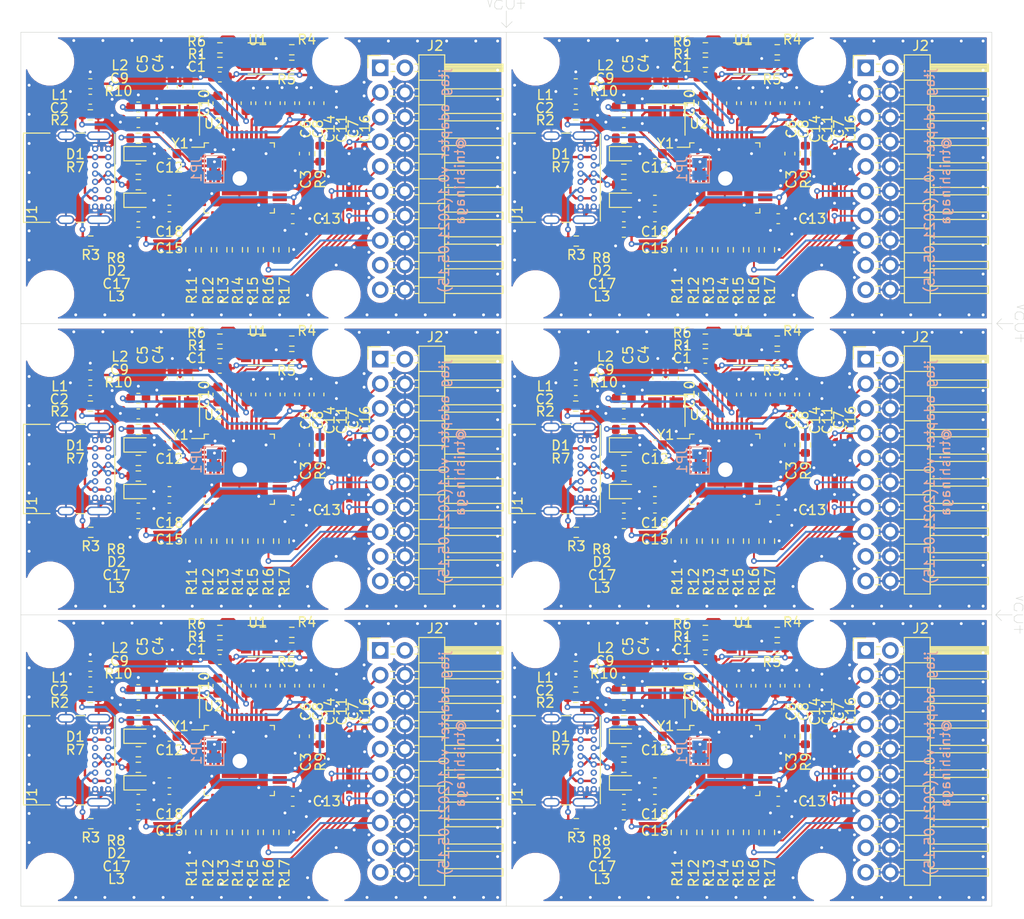
<source format=kicad_pcb>
(kicad_pcb (version 20171130) (host pcbnew "(5.1.8-0-10_14)")
  (layers (0 F.Cu signal) (31 B.Cu signal) (34 B.Paste user) (35 F.Paste user) (36 B.SilkS user) (37 F.SilkS user) (38 B.Mask user) (39 F.Mask user) (44 Edge.Cuts user))
  (net 0 "")
  (net 1 GND)
  (net 2 +3V3)
  (net 3 "Net-(C2-Pad1)")
  (net 4 "Net-(C3-Pad1)")
  (net 5 "Net-(C4-Pad1)")
  (net 6 "Net-(C5-Pad1)")
  (net 7 +5V)
  (net 8 +1V8)
  (net 9 /VPHY)
  (net 10 /VCCA)
  (net 11 /VPLL)
  (net 12 "Net-(D1-Pad1)")
  (net 13 "Net-(D2-Pad1)")
  (net 14 "Net-(J1-PadB5)")
  (net 15 "Net-(J1-PadB8)")
  (net 16 "Net-(J1-PadA8)")
  (net 17 "Net-(J1-PadA5)")
  (net 18 "Net-(J2-Pad19)")
  (net 19 "Net-(J2-Pad17)")
  (net 20 /~TRST)
  (net 21 /DI_TDO)
  (net 22 /RTCK)
  (net 23 /SK_TCK)
  (net 24 /CS_TMS)
  (net 25 /DO_TDI)
  (net 26 /~SRST)
  (net 27 "Net-(J2-Pad2)")
  (net 28 "Net-(J2-Pad1)")
  (net 29 /EEPROM_CS)
  (net 30 "Net-(R4-Pad1)")
  (net 31 /EEPROM_DATA)
  (net 32 /EEPROM_CLK)
  (net 33 /USB_D-)
  (net 34 /USB_D+)
  (net 35 "Net-(R10-Pad2)")
  (net 36 "Net-(R11-Pad2)")
  (net 37 "Net-(R12-Pad2)")
  (net 38 "Net-(R13-Pad2)")
  (net 39 "Net-(R14-Pad2)")
  (net 40 "Net-(R15-Pad2)")
  (net 41 "Net-(R16-Pad2)")
  (net 42 "Net-(R17-Pad2)")
  (net 43 "Net-(U2-Pad33)")
  (net 44 "Net-(U2-Pad32)")
  (net 45 "Net-(U2-Pad31)")
  (net 46 "Net-(U2-Pad30)")
  (net 47 "Net-(U2-Pad29)")
  (net 48 "Net-(U2-Pad28)")
  (net 49 "Net-(U2-Pad27)")
  (net 50 "Net-(U2-Pad26)")
  (net 51 "Net-(U2-Pad25)")
  (net 52 "Net-(U2-Pad21)")
  (net 53 "Net-(U2-Pad19)")
  (net 54 GNDA)
  (module Capacitor_SMD:C_0603_1608Metric (layer F.Cu) (at 120.5 164.6 180)
    (fp_text reference C1 (at 2.4 1.05) (layer F.SilkS))
    (fp_text value 0.1uF)
    (pad 1 smd roundrect (at -0.775 0 180) (size 0.9 0.95) (layers F.Cu F.Paste F.Mask) (net 2 +3V3))
    (pad 2 smd roundrect (at 0.775 0 180) (size 0.9 0.95) (layers F.Cu F.Paste F.Mask) (net 1 GND))
  )
  (module Capacitor_SMD:C_0603_1608Metric (layer F.Cu) (at 70.5 164.6 180)
    (fp_text reference C1 (at 2.4 1.05) (layer F.SilkS))
    (fp_text value 0.1uF)
    (pad 1 smd roundrect (at -0.775 0 180) (size 0.9 0.95) (layers F.Cu F.Paste F.Mask) (net 2 +3V3))
    (pad 2 smd roundrect (at 0.775 0 180) (size 0.9 0.95) (layers F.Cu F.Paste F.Mask) (net 1 GND))
  )
  (module Capacitor_SMD:C_0603_1608Metric (layer F.Cu) (at 120.5 134.6 180)
    (fp_text reference C1 (at 2.4 1.05) (layer F.SilkS))
    (fp_text value 0.1uF)
    (pad 1 smd roundrect (at -0.775 0 180) (size 0.9 0.95) (layers F.Cu F.Paste F.Mask) (net 2 +3V3))
    (pad 2 smd roundrect (at 0.775 0 180) (size 0.9 0.95) (layers F.Cu F.Paste F.Mask) (net 1 GND))
  )
  (module Capacitor_SMD:C_0603_1608Metric (layer F.Cu) (at 70.5 134.6 180)
    (fp_text reference C1 (at 2.4 1.05) (layer F.SilkS))
    (fp_text value 0.1uF)
    (pad 1 smd roundrect (at -0.775 0 180) (size 0.9 0.95) (layers F.Cu F.Paste F.Mask) (net 2 +3V3))
    (pad 2 smd roundrect (at 0.775 0 180) (size 0.9 0.95) (layers F.Cu F.Paste F.Mask) (net 1 GND))
  )
  (module Capacitor_SMD:C_0603_1608Metric (layer F.Cu) (at 120.5 104.6 180)
    (fp_text reference C1 (at 2.4 1.05) (layer F.SilkS))
    (fp_text value 0.1uF)
    (pad 1 smd roundrect (at -0.775 0 180) (size 0.9 0.95) (layers F.Cu F.Paste F.Mask) (net 2 +3V3))
    (pad 2 smd roundrect (at 0.775 0 180) (size 0.9 0.95) (layers F.Cu F.Paste F.Mask) (net 1 GND))
  )
  (module Capacitor_SMD:C_0603_1608Metric (layer F.Cu) (at 107.15 166.9)
    (fp_text reference C2 (at -3.2 0.9) (layer F.SilkS))
    (fp_text value 0.01uF)
    (pad 1 smd roundrect (at -0.775 0) (size 0.9 0.95) (layers F.Cu F.Paste F.Mask) (net 3 "Net-(C2-Pad1)"))
    (pad 2 smd roundrect (at 0.775 0) (size 0.9 0.95) (layers F.Cu F.Paste F.Mask) (net 1 GND))
  )
  (module Capacitor_SMD:C_0603_1608Metric (layer F.Cu) (at 57.15 166.9)
    (fp_text reference C2 (at -3.2 0.9) (layer F.SilkS))
    (fp_text value 0.01uF)
    (pad 1 smd roundrect (at -0.775 0) (size 0.9 0.95) (layers F.Cu F.Paste F.Mask) (net 3 "Net-(C2-Pad1)"))
    (pad 2 smd roundrect (at 0.775 0) (size 0.9 0.95) (layers F.Cu F.Paste F.Mask) (net 1 GND))
  )
  (module Capacitor_SMD:C_0603_1608Metric (layer F.Cu) (at 107.15 136.9)
    (fp_text reference C2 (at -3.2 0.9) (layer F.SilkS))
    (fp_text value 0.01uF)
    (pad 1 smd roundrect (at -0.775 0) (size 0.9 0.95) (layers F.Cu F.Paste F.Mask) (net 3 "Net-(C2-Pad1)"))
    (pad 2 smd roundrect (at 0.775 0) (size 0.9 0.95) (layers F.Cu F.Paste F.Mask) (net 1 GND))
  )
  (module Capacitor_SMD:C_0603_1608Metric (layer F.Cu) (at 57.15 136.9)
    (fp_text reference C2 (at -3.2 0.9) (layer F.SilkS))
    (fp_text value 0.01uF)
    (pad 1 smd roundrect (at -0.775 0) (size 0.9 0.95) (layers F.Cu F.Paste F.Mask) (net 3 "Net-(C2-Pad1)"))
    (pad 2 smd roundrect (at 0.775 0) (size 0.9 0.95) (layers F.Cu F.Paste F.Mask) (net 1 GND))
  )
  (module Capacitor_SMD:C_0603_1608Metric (layer F.Cu) (at 107.15 106.9)
    (fp_text reference C2 (at -3.2 0.9) (layer F.SilkS))
    (fp_text value 0.01uF)
    (pad 1 smd roundrect (at -0.775 0) (size 0.9 0.95) (layers F.Cu F.Paste F.Mask) (net 3 "Net-(C2-Pad1)"))
    (pad 2 smd roundrect (at 0.775 0) (size 0.9 0.95) (layers F.Cu F.Paste F.Mask) (net 1 GND))
  )
  (module Capacitor_SMD:C_0603_1608Metric (layer F.Cu) (at 129.2 172.5 90)
    (fp_text reference C3 (at -2.65 0.15 90) (layer F.SilkS))
    (fp_text value 0.01uF)
    (pad 1 smd roundrect (at -0.775 0 90) (size 0.9 0.95) (layers F.Cu F.Paste F.Mask) (net 4 "Net-(C3-Pad1)"))
    (pad 2 smd roundrect (at 0.775 0 90) (size 0.9 0.95) (layers F.Cu F.Paste F.Mask) (net 1 GND))
  )
  (module Capacitor_SMD:C_0603_1608Metric (layer F.Cu) (at 79.2 172.5 90)
    (fp_text reference C3 (at -2.65 0.15 90) (layer F.SilkS))
    (fp_text value 0.01uF)
    (pad 1 smd roundrect (at -0.775 0 90) (size 0.9 0.95) (layers F.Cu F.Paste F.Mask) (net 4 "Net-(C3-Pad1)"))
    (pad 2 smd roundrect (at 0.775 0 90) (size 0.9 0.95) (layers F.Cu F.Paste F.Mask) (net 1 GND))
  )
  (module Capacitor_SMD:C_0603_1608Metric (layer F.Cu) (at 129.2 142.5 90)
    (fp_text reference C3 (at -2.65 0.15 90) (layer F.SilkS))
    (fp_text value 0.01uF)
    (pad 1 smd roundrect (at -0.775 0 90) (size 0.9 0.95) (layers F.Cu F.Paste F.Mask) (net 4 "Net-(C3-Pad1)"))
    (pad 2 smd roundrect (at 0.775 0 90) (size 0.9 0.95) (layers F.Cu F.Paste F.Mask) (net 1 GND))
  )
  (module Capacitor_SMD:C_0603_1608Metric (layer F.Cu) (at 79.2 142.5 90)
    (fp_text reference C3 (at -2.65 0.15 90) (layer F.SilkS))
    (fp_text value 0.01uF)
    (pad 1 smd roundrect (at -0.775 0 90) (size 0.9 0.95) (layers F.Cu F.Paste F.Mask) (net 4 "Net-(C3-Pad1)"))
    (pad 2 smd roundrect (at 0.775 0 90) (size 0.9 0.95) (layers F.Cu F.Paste F.Mask) (net 1 GND))
  )
  (module Capacitor_SMD:C_0603_1608Metric (layer F.Cu) (at 129.2 112.5 90)
    (fp_text reference C3 (at -2.65 0.15 90) (layer F.SilkS))
    (fp_text value 0.01uF)
    (pad 1 smd roundrect (at -0.775 0 90) (size 0.9 0.95) (layers F.Cu F.Paste F.Mask) (net 4 "Net-(C3-Pad1)"))
    (pad 2 smd roundrect (at 0.775 0 90) (size 0.9 0.95) (layers F.Cu F.Paste F.Mask) (net 1 GND))
  )
  (module Capacitor_SMD:C_0603_1608Metric (layer F.Cu) (at 117.2 165.6 90)
    (fp_text reference C4 (at 2.4 -3.05 90) (layer F.SilkS))
    (fp_text value 12pF)
    (pad 1 smd roundrect (at -0.775 0 90) (size 0.9 0.95) (layers F.Cu F.Paste F.Mask) (net 5 "Net-(C4-Pad1)"))
    (pad 2 smd roundrect (at 0.775 0 90) (size 0.9 0.95) (layers F.Cu F.Paste F.Mask) (net 1 GND))
  )
  (module Capacitor_SMD:C_0603_1608Metric (layer F.Cu) (at 67.2 165.6 90)
    (fp_text reference C4 (at 2.4 -3.05 90) (layer F.SilkS))
    (fp_text value 12pF)
    (pad 1 smd roundrect (at -0.775 0 90) (size 0.9 0.95) (layers F.Cu F.Paste F.Mask) (net 5 "Net-(C4-Pad1)"))
    (pad 2 smd roundrect (at 0.775 0 90) (size 0.9 0.95) (layers F.Cu F.Paste F.Mask) (net 1 GND))
  )
  (module Capacitor_SMD:C_0603_1608Metric (layer F.Cu) (at 117.2 135.6 90)
    (fp_text reference C4 (at 2.4 -3.05 90) (layer F.SilkS))
    (fp_text value 12pF)
    (pad 1 smd roundrect (at -0.775 0 90) (size 0.9 0.95) (layers F.Cu F.Paste F.Mask) (net 5 "Net-(C4-Pad1)"))
    (pad 2 smd roundrect (at 0.775 0 90) (size 0.9 0.95) (layers F.Cu F.Paste F.Mask) (net 1 GND))
  )
  (module Capacitor_SMD:C_0603_1608Metric (layer F.Cu) (at 67.2 135.6 90)
    (fp_text reference C4 (at 2.4 -3.05 90) (layer F.SilkS))
    (fp_text value 12pF)
    (pad 1 smd roundrect (at -0.775 0 90) (size 0.9 0.95) (layers F.Cu F.Paste F.Mask) (net 5 "Net-(C4-Pad1)"))
    (pad 2 smd roundrect (at 0.775 0 90) (size 0.9 0.95) (layers F.Cu F.Paste F.Mask) (net 1 GND))
  )
  (module Capacitor_SMD:C_0603_1608Metric (layer F.Cu) (at 117.2 105.6 90)
    (fp_text reference C4 (at 2.4 -3.05 90) (layer F.SilkS))
    (fp_text value 12pF)
    (pad 1 smd roundrect (at -0.775 0 90) (size 0.9 0.95) (layers F.Cu F.Paste F.Mask) (net 5 "Net-(C4-Pad1)"))
    (pad 2 smd roundrect (at 0.775 0 90) (size 0.9 0.95) (layers F.Cu F.Paste F.Mask) (net 1 GND))
  )
  (module Capacitor_SMD:C_0603_1608Metric (layer F.Cu) (at 115.6 165.6 90)
    (fp_text reference C5 (at 2.35 -3.05 90) (layer F.SilkS))
    (fp_text value 12pF)
    (pad 1 smd roundrect (at -0.775 0 90) (size 0.9 0.95) (layers F.Cu F.Paste F.Mask) (net 6 "Net-(C5-Pad1)"))
    (pad 2 smd roundrect (at 0.775 0 90) (size 0.9 0.95) (layers F.Cu F.Paste F.Mask) (net 1 GND))
  )
  (module Capacitor_SMD:C_0603_1608Metric (layer F.Cu) (at 65.6 165.6 90)
    (fp_text reference C5 (at 2.35 -3.05 90) (layer F.SilkS))
    (fp_text value 12pF)
    (pad 1 smd roundrect (at -0.775 0 90) (size 0.9 0.95) (layers F.Cu F.Paste F.Mask) (net 6 "Net-(C5-Pad1)"))
    (pad 2 smd roundrect (at 0.775 0 90) (size 0.9 0.95) (layers F.Cu F.Paste F.Mask) (net 1 GND))
  )
  (module Capacitor_SMD:C_0603_1608Metric (layer F.Cu) (at 115.6 135.6 90)
    (fp_text reference C5 (at 2.35 -3.05 90) (layer F.SilkS))
    (fp_text value 12pF)
    (pad 1 smd roundrect (at -0.775 0 90) (size 0.9 0.95) (layers F.Cu F.Paste F.Mask) (net 6 "Net-(C5-Pad1)"))
    (pad 2 smd roundrect (at 0.775 0 90) (size 0.9 0.95) (layers F.Cu F.Paste F.Mask) (net 1 GND))
  )
  (module Capacitor_SMD:C_0603_1608Metric (layer F.Cu) (at 65.6 135.6 90)
    (fp_text reference C5 (at 2.35 -3.05 90) (layer F.SilkS))
    (fp_text value 12pF)
    (pad 1 smd roundrect (at -0.775 0 90) (size 0.9 0.95) (layers F.Cu F.Paste F.Mask) (net 6 "Net-(C5-Pad1)"))
    (pad 2 smd roundrect (at 0.775 0 90) (size 0.9 0.95) (layers F.Cu F.Paste F.Mask) (net 1 GND))
  )
  (module Capacitor_SMD:C_0603_1608Metric (layer F.Cu) (at 115.6 105.6 90)
    (fp_text reference C5 (at 2.35 -3.05 90) (layer F.SilkS))
    (fp_text value 12pF)
    (pad 1 smd roundrect (at -0.775 0 90) (size 0.9 0.95) (layers F.Cu F.Paste F.Mask) (net 6 "Net-(C5-Pad1)"))
    (pad 2 smd roundrect (at 0.775 0 90) (size 0.9 0.95) (layers F.Cu F.Paste F.Mask) (net 1 GND))
  )
  (module Capacitor_SMD:C_0603_1608Metric (layer F.Cu) (at 123.2 167.3 90)
    (fp_text reference C6 (at -2.65 6.15 90) (layer F.SilkS))
    (fp_text value 4.7uF)
    (pad 1 smd roundrect (at -0.775 0 90) (size 0.9 0.95) (layers F.Cu F.Paste F.Mask) (net 7 +5V))
    (pad 2 smd roundrect (at 0.775 0 90) (size 0.9 0.95) (layers F.Cu F.Paste F.Mask) (net 1 GND))
  )
  (module Capacitor_SMD:C_0603_1608Metric (layer F.Cu) (at 73.2 167.3 90)
    (fp_text reference C6 (at -2.65 6.15 90) (layer F.SilkS))
    (fp_text value 4.7uF)
    (pad 1 smd roundrect (at -0.775 0 90) (size 0.9 0.95) (layers F.Cu F.Paste F.Mask) (net 7 +5V))
    (pad 2 smd roundrect (at 0.775 0 90) (size 0.9 0.95) (layers F.Cu F.Paste F.Mask) (net 1 GND))
  )
  (module Capacitor_SMD:C_0603_1608Metric (layer F.Cu) (at 123.2 137.3 90)
    (fp_text reference C6 (at -2.65 6.15 90) (layer F.SilkS))
    (fp_text value 4.7uF)
    (pad 1 smd roundrect (at -0.775 0 90) (size 0.9 0.95) (layers F.Cu F.Paste F.Mask) (net 7 +5V))
    (pad 2 smd roundrect (at 0.775 0 90) (size 0.9 0.95) (layers F.Cu F.Paste F.Mask) (net 1 GND))
  )
  (module Capacitor_SMD:C_0603_1608Metric (layer F.Cu) (at 73.2 137.3 90)
    (fp_text reference C6 (at -2.65 6.15 90) (layer F.SilkS))
    (fp_text value 4.7uF)
    (pad 1 smd roundrect (at -0.775 0 90) (size 0.9 0.95) (layers F.Cu F.Paste F.Mask) (net 7 +5V))
    (pad 2 smd roundrect (at 0.775 0 90) (size 0.9 0.95) (layers F.Cu F.Paste F.Mask) (net 1 GND))
  )
  (module Capacitor_SMD:C_0603_1608Metric (layer F.Cu) (at 123.2 107.3 90)
    (fp_text reference C6 (at -2.65 6.15 90) (layer F.SilkS))
    (fp_text value 4.7uF)
    (pad 1 smd roundrect (at -0.775 0 90) (size 0.9 0.95) (layers F.Cu F.Paste F.Mask) (net 7 +5V))
    (pad 2 smd roundrect (at 0.775 0 90) (size 0.9 0.95) (layers F.Cu F.Paste F.Mask) (net 1 GND))
  )
  (module Capacitor_SMD:C_0603_1608Metric (layer F.Cu) (at 129.2 167.3 90)
    (fp_text reference C7 (at -2.65 5.05 90) (layer F.SilkS))
    (fp_text value 0.1uF)
    (pad 1 smd roundrect (at -0.775 0 90) (size 0.9 0.95) (layers F.Cu F.Paste F.Mask) (net 8 +1V8))
    (pad 2 smd roundrect (at 0.775 0 90) (size 0.9 0.95) (layers F.Cu F.Paste F.Mask) (net 1 GND))
  )
  (module Capacitor_SMD:C_0603_1608Metric (layer F.Cu) (at 79.2 167.3 90)
    (fp_text reference C7 (at -2.65 5.05 90) (layer F.SilkS))
    (fp_text value 0.1uF)
    (pad 1 smd roundrect (at -0.775 0 90) (size 0.9 0.95) (layers F.Cu F.Paste F.Mask) (net 8 +1V8))
    (pad 2 smd roundrect (at 0.775 0 90) (size 0.9 0.95) (layers F.Cu F.Paste F.Mask) (net 1 GND))
  )
  (module Capacitor_SMD:C_0603_1608Metric (layer F.Cu) (at 129.2 137.3 90)
    (fp_text reference C7 (at -2.65 5.05 90) (layer F.SilkS))
    (fp_text value 0.1uF)
    (pad 1 smd roundrect (at -0.775 0 90) (size 0.9 0.95) (layers F.Cu F.Paste F.Mask) (net 8 +1V8))
    (pad 2 smd roundrect (at 0.775 0 90) (size 0.9 0.95) (layers F.Cu F.Paste F.Mask) (net 1 GND))
  )
  (module Capacitor_SMD:C_0603_1608Metric (layer F.Cu) (at 79.2 137.3 90)
    (fp_text reference C7 (at -2.65 5.05 90) (layer F.SilkS))
    (fp_text value 0.1uF)
    (pad 1 smd roundrect (at -0.775 0 90) (size 0.9 0.95) (layers F.Cu F.Paste F.Mask) (net 8 +1V8))
    (pad 2 smd roundrect (at 0.775 0 90) (size 0.9 0.95) (layers F.Cu F.Paste F.Mask) (net 1 GND))
  )
  (module Capacitor_SMD:C_0603_1608Metric (layer F.Cu) (at 129.2 107.3 90)
    (fp_text reference C7 (at -2.65 5.05 90) (layer F.SilkS))
    (fp_text value 0.1uF)
    (pad 1 smd roundrect (at -0.775 0 90) (size 0.9 0.95) (layers F.Cu F.Paste F.Mask) (net 8 +1V8))
    (pad 2 smd roundrect (at 0.775 0 90) (size 0.9 0.95) (layers F.Cu F.Paste F.Mask) (net 1 GND))
  )
  (module Capacitor_SMD:C_0603_1608Metric (layer F.Cu) (at 124.7 167.3 90)
    (fp_text reference C8 (at -2.65 5.9 90) (layer F.SilkS))
    (fp_text value 0.1uF)
    (pad 1 smd roundrect (at -0.775 0 90) (size 0.9 0.95) (layers F.Cu F.Paste F.Mask) (net 7 +5V))
    (pad 2 smd roundrect (at 0.775 0 90) (size 0.9 0.95) (layers F.Cu F.Paste F.Mask) (net 1 GND))
  )
  (module Capacitor_SMD:C_0603_1608Metric (layer F.Cu) (at 74.7 167.3 90)
    (fp_text reference C8 (at -2.65 5.9 90) (layer F.SilkS))
    (fp_text value 0.1uF)
    (pad 1 smd roundrect (at -0.775 0 90) (size 0.9 0.95) (layers F.Cu F.Paste F.Mask) (net 7 +5V))
    (pad 2 smd roundrect (at 0.775 0 90) (size 0.9 0.95) (layers F.Cu F.Paste F.Mask) (net 1 GND))
  )
  (module Capacitor_SMD:C_0603_1608Metric (layer F.Cu) (at 124.7 137.3 90)
    (fp_text reference C8 (at -2.65 5.9 90) (layer F.SilkS))
    (fp_text value 0.1uF)
    (pad 1 smd roundrect (at -0.775 0 90) (size 0.9 0.95) (layers F.Cu F.Paste F.Mask) (net 7 +5V))
    (pad 2 smd roundrect (at 0.775 0 90) (size 0.9 0.95) (layers F.Cu F.Paste F.Mask) (net 1 GND))
  )
  (module Capacitor_SMD:C_0603_1608Metric (layer F.Cu) (at 74.7 137.3 90)
    (fp_text reference C8 (at -2.65 5.9 90) (layer F.SilkS))
    (fp_text value 0.1uF)
    (pad 1 smd roundrect (at -0.775 0 90) (size 0.9 0.95) (layers F.Cu F.Paste F.Mask) (net 7 +5V))
    (pad 2 smd roundrect (at 0.775 0 90) (size 0.9 0.95) (layers F.Cu F.Paste F.Mask) (net 1 GND))
  )
  (module Capacitor_SMD:C_0603_1608Metric (layer F.Cu) (at 124.7 107.3 90)
    (fp_text reference C8 (at -2.65 5.9 90) (layer F.SilkS))
    (fp_text value 0.1uF)
    (pad 1 smd roundrect (at -0.775 0 90) (size 0.9 0.95) (layers F.Cu F.Paste F.Mask) (net 7 +5V))
    (pad 2 smd roundrect (at 0.775 0 90) (size 0.9 0.95) (layers F.Cu F.Paste F.Mask) (net 1 GND))
  )
  (module Capacitor_SMD:C_0603_1608Metric (layer F.Cu) (at 112.1 169.3 180)
    (fp_text reference C9 (at 1.95 4.55) (layer F.SilkS))
    (fp_text value 4.7uF)
    (pad 1 smd roundrect (at -0.775 0 180) (size 0.9 0.95) (layers F.Cu F.Paste F.Mask) (net 9 /VPHY))
    (pad 2 smd roundrect (at 0.775 0 180) (size 0.9 0.95) (layers F.Cu F.Paste F.Mask) (net 1 GND))
  )
  (module Capacitor_SMD:C_0603_1608Metric (layer F.Cu) (at 62.1 169.3 180)
    (fp_text reference C9 (at 1.95 4.55) (layer F.SilkS))
    (fp_text value 4.7uF)
    (pad 1 smd roundrect (at -0.775 0 180) (size 0.9 0.95) (layers F.Cu F.Paste F.Mask) (net 9 /VPHY))
    (pad 2 smd roundrect (at 0.775 0 180) (size 0.9 0.95) (layers F.Cu F.Paste F.Mask) (net 1 GND))
  )
  (module Capacitor_SMD:C_0603_1608Metric (layer F.Cu) (at 112.1 139.3 180)
    (fp_text reference C9 (at 1.95 4.55) (layer F.SilkS))
    (fp_text value 4.7uF)
    (pad 1 smd roundrect (at -0.775 0 180) (size 0.9 0.95) (layers F.Cu F.Paste F.Mask) (net 9 /VPHY))
    (pad 2 smd roundrect (at 0.775 0 180) (size 0.9 0.95) (layers F.Cu F.Paste F.Mask) (net 1 GND))
  )
  (module Capacitor_SMD:C_0603_1608Metric (layer F.Cu) (at 62.1 139.3 180)
    (fp_text reference C9 (at 1.95 4.55) (layer F.SilkS))
    (fp_text value 4.7uF)
    (pad 1 smd roundrect (at -0.775 0 180) (size 0.9 0.95) (layers F.Cu F.Paste F.Mask) (net 9 /VPHY))
    (pad 2 smd roundrect (at 0.775 0 180) (size 0.9 0.95) (layers F.Cu F.Paste F.Mask) (net 1 GND))
  )
  (module Capacitor_SMD:C_0603_1608Metric (layer F.Cu) (at 112.1 109.3 180)
    (fp_text reference C9 (at 1.95 4.55) (layer F.SilkS))
    (fp_text value 4.7uF)
    (pad 1 smd roundrect (at -0.775 0 180) (size 0.9 0.95) (layers F.Cu F.Paste F.Mask) (net 9 /VPHY))
    (pad 2 smd roundrect (at 0.775 0 180) (size 0.9 0.95) (layers F.Cu F.Paste F.Mask) (net 1 GND))
  )
  (module Capacitor_SMD:C_0603_1608Metric (layer F.Cu) (at 120.3 167.3 90)
    (fp_text reference C10 (at 0 -1.43 90) (layer F.SilkS))
    (fp_text value 0.1uF)
    (pad 1 smd roundrect (at -0.775 0 90) (size 0.9 0.95) (layers F.Cu F.Paste F.Mask) (net 2 +3V3))
    (pad 2 smd roundrect (at 0.775 0 90) (size 0.9 0.95) (layers F.Cu F.Paste F.Mask) (net 1 GND))
  )
  (module Capacitor_SMD:C_0603_1608Metric (layer F.Cu) (at 70.3 167.3 90)
    (fp_text reference C10 (at 0 -1.43 90) (layer F.SilkS))
    (fp_text value 0.1uF)
    (pad 1 smd roundrect (at -0.775 0 90) (size 0.9 0.95) (layers F.Cu F.Paste F.Mask) (net 2 +3V3))
    (pad 2 smd roundrect (at 0.775 0 90) (size 0.9 0.95) (layers F.Cu F.Paste F.Mask) (net 1 GND))
  )
  (module Capacitor_SMD:C_0603_1608Metric (layer F.Cu) (at 120.3 137.3 90)
    (fp_text reference C10 (at 0 -1.43 90) (layer F.SilkS))
    (fp_text value 0.1uF)
    (pad 1 smd roundrect (at -0.775 0 90) (size 0.9 0.95) (layers F.Cu F.Paste F.Mask) (net 2 +3V3))
    (pad 2 smd roundrect (at 0.775 0 90) (size 0.9 0.95) (layers F.Cu F.Paste F.Mask) (net 1 GND))
  )
  (module Capacitor_SMD:C_0603_1608Metric (layer F.Cu) (at 70.3 137.3 90)
    (fp_text reference C10 (at 0 -1.43 90) (layer F.SilkS))
    (fp_text value 0.1uF)
    (pad 1 smd roundrect (at -0.775 0 90) (size 0.9 0.95) (layers F.Cu F.Paste F.Mask) (net 2 +3V3))
    (pad 2 smd roundrect (at 0.775 0 90) (size 0.9 0.95) (layers F.Cu F.Paste F.Mask) (net 1 GND))
  )
  (module Capacitor_SMD:C_0603_1608Metric (layer F.Cu) (at 120.3 107.3 90)
    (fp_text reference C10 (at 0 -1.43 90) (layer F.SilkS))
    (fp_text value 0.1uF)
    (pad 1 smd roundrect (at -0.775 0 90) (size 0.9 0.95) (layers F.Cu F.Paste F.Mask) (net 2 +3V3))
    (pad 2 smd roundrect (at 0.775 0 90) (size 0.9 0.95) (layers F.Cu F.Paste F.Mask) (net 1 GND))
  )
  (module Capacitor_SMD:C_0603_1608Metric (layer F.Cu) (at 127.7 167.3 90)
    (fp_text reference C11 (at -2.65 5.35 90) (layer F.SilkS))
    (fp_text value 4.7uF)
    (pad 1 smd roundrect (at -0.775 0 90) (size 0.9 0.95) (layers F.Cu F.Paste F.Mask) (net 2 +3V3))
    (pad 2 smd roundrect (at 0.775 0 90) (size 0.9 0.95) (layers F.Cu F.Paste F.Mask) (net 1 GND))
  )
  (module Capacitor_SMD:C_0603_1608Metric (layer F.Cu) (at 77.7 167.3 90)
    (fp_text reference C11 (at -2.65 5.35 90) (layer F.SilkS))
    (fp_text value 4.7uF)
    (pad 1 smd roundrect (at -0.775 0 90) (size 0.9 0.95) (layers F.Cu F.Paste F.Mask) (net 2 +3V3))
    (pad 2 smd roundrect (at 0.775 0 90) (size 0.9 0.95) (layers F.Cu F.Paste F.Mask) (net 1 GND))
  )
  (module Capacitor_SMD:C_0603_1608Metric (layer F.Cu) (at 127.7 137.3 90)
    (fp_text reference C11 (at -2.65 5.35 90) (layer F.SilkS))
    (fp_text value 4.7uF)
    (pad 1 smd roundrect (at -0.775 0 90) (size 0.9 0.95) (layers F.Cu F.Paste F.Mask) (net 2 +3V3))
    (pad 2 smd roundrect (at 0.775 0 90) (size 0.9 0.95) (layers F.Cu F.Paste F.Mask) (net 1 GND))
  )
  (module Capacitor_SMD:C_0603_1608Metric (layer F.Cu) (at 77.7 137.3 90)
    (fp_text reference C11 (at -2.65 5.35 90) (layer F.SilkS))
    (fp_text value 4.7uF)
    (pad 1 smd roundrect (at -0.775 0 90) (size 0.9 0.95) (layers F.Cu F.Paste F.Mask) (net 2 +3V3))
    (pad 2 smd roundrect (at 0.775 0 90) (size 0.9 0.95) (layers F.Cu F.Paste F.Mask) (net 1 GND))
  )
  (module Capacitor_SMD:C_0603_1608Metric (layer F.Cu) (at 127.7 107.3 90)
    (fp_text reference C11 (at -2.65 5.35 90) (layer F.SilkS))
    (fp_text value 4.7uF)
    (pad 1 smd roundrect (at -0.775 0 90) (size 0.9 0.95) (layers F.Cu F.Paste F.Mask) (net 2 +3V3))
    (pad 2 smd roundrect (at 0.775 0 90) (size 0.9 0.95) (layers F.Cu F.Paste F.Mask) (net 1 GND))
  )
  (module Capacitor_SMD:C_0603_1608Metric (layer F.Cu) (at 115.3 172.5 180)
    (fp_text reference C12 (at 0 -1.43) (layer F.SilkS))
    (fp_text value 0.1uF)
    (pad 1 smd roundrect (at -0.775 0 180) (size 0.9 0.95) (layers F.Cu F.Paste F.Mask) (net 9 /VPHY))
    (pad 2 smd roundrect (at 0.775 0 180) (size 0.9 0.95) (layers F.Cu F.Paste F.Mask) (net 1 GND))
  )
  (module Capacitor_SMD:C_0603_1608Metric (layer F.Cu) (at 65.3 172.5 180)
    (fp_text reference C12 (at 0 -1.43) (layer F.SilkS))
    (fp_text value 0.1uF)
    (pad 1 smd roundrect (at -0.775 0 180) (size 0.9 0.95) (layers F.Cu F.Paste F.Mask) (net 9 /VPHY))
    (pad 2 smd roundrect (at 0.775 0 180) (size 0.9 0.95) (layers F.Cu F.Paste F.Mask) (net 1 GND))
  )
  (module Capacitor_SMD:C_0603_1608Metric (layer F.Cu) (at 115.3 142.5 180)
    (fp_text reference C12 (at 0 -1.43) (layer F.SilkS))
    (fp_text value 0.1uF)
    (pad 1 smd roundrect (at -0.775 0 180) (size 0.9 0.95) (layers F.Cu F.Paste F.Mask) (net 9 /VPHY))
    (pad 2 smd roundrect (at 0.775 0 180) (size 0.9 0.95) (layers F.Cu F.Paste F.Mask) (net 1 GND))
  )
  (module Capacitor_SMD:C_0603_1608Metric (layer F.Cu) (at 65.3 142.5 180)
    (fp_text reference C12 (at 0 -1.43) (layer F.SilkS))
    (fp_text value 0.1uF)
    (pad 1 smd roundrect (at -0.775 0 180) (size 0.9 0.95) (layers F.Cu F.Paste F.Mask) (net 9 /VPHY))
    (pad 2 smd roundrect (at 0.775 0 180) (size 0.9 0.95) (layers F.Cu F.Paste F.Mask) (net 1 GND))
  )
  (module Capacitor_SMD:C_0603_1608Metric (layer F.Cu) (at 115.3 112.5 180)
    (fp_text reference C12 (at 0 -1.43) (layer F.SilkS))
    (fp_text value 0.1uF)
    (pad 1 smd roundrect (at -0.775 0 180) (size 0.9 0.95) (layers F.Cu F.Paste F.Mask) (net 9 /VPHY))
    (pad 2 smd roundrect (at 0.775 0 180) (size 0.9 0.95) (layers F.Cu F.Paste F.Mask) (net 1 GND))
  )
  (module Capacitor_SMD:C_0603_1608Metric (layer F.Cu) (at 128 179.2)
    (fp_text reference C13 (at 3.5 0) (layer F.SilkS))
    (fp_text value 0.1uF)
    (pad 1 smd roundrect (at -0.775 0) (size 0.9 0.95) (layers F.Cu F.Paste F.Mask) (net 2 +3V3))
    (pad 2 smd roundrect (at 0.775 0) (size 0.9 0.95) (layers F.Cu F.Paste F.Mask) (net 1 GND))
  )
  (module Capacitor_SMD:C_0603_1608Metric (layer F.Cu) (at 78 179.2)
    (fp_text reference C13 (at 3.5 0) (layer F.SilkS))
    (fp_text value 0.1uF)
    (pad 1 smd roundrect (at -0.775 0) (size 0.9 0.95) (layers F.Cu F.Paste F.Mask) (net 2 +3V3))
    (pad 2 smd roundrect (at 0.775 0) (size 0.9 0.95) (layers F.Cu F.Paste F.Mask) (net 1 GND))
  )
  (module Capacitor_SMD:C_0603_1608Metric (layer F.Cu) (at 128 149.2)
    (fp_text reference C13 (at 3.5 0) (layer F.SilkS))
    (fp_text value 0.1uF)
    (pad 1 smd roundrect (at -0.775 0) (size 0.9 0.95) (layers F.Cu F.Paste F.Mask) (net 2 +3V3))
    (pad 2 smd roundrect (at 0.775 0) (size 0.9 0.95) (layers F.Cu F.Paste F.Mask) (net 1 GND))
  )
  (module Capacitor_SMD:C_0603_1608Metric (layer F.Cu) (at 78 149.2)
    (fp_text reference C13 (at 3.5 0) (layer F.SilkS))
    (fp_text value 0.1uF)
    (pad 1 smd roundrect (at -0.775 0) (size 0.9 0.95) (layers F.Cu F.Paste F.Mask) (net 2 +3V3))
    (pad 2 smd roundrect (at 0.775 0) (size 0.9 0.95) (layers F.Cu F.Paste F.Mask) (net 1 GND))
  )
  (module Capacitor_SMD:C_0603_1608Metric (layer F.Cu) (at 128 119.2)
    (fp_text reference C13 (at 3.5 0) (layer F.SilkS))
    (fp_text value 0.1uF)
    (pad 1 smd roundrect (at -0.775 0) (size 0.9 0.95) (layers F.Cu F.Paste F.Mask) (net 2 +3V3))
    (pad 2 smd roundrect (at 0.775 0) (size 0.9 0.95) (layers F.Cu F.Paste F.Mask) (net 1 GND))
  )
  (module Capacitor_SMD:C_0603_1608Metric (layer F.Cu) (at 126.2 167.3 90)
    (fp_text reference C14 (at -2.65 5.6 90) (layer F.SilkS))
    (fp_text value 0.1uF)
    (pad 1 smd roundrect (at -0.775 0 90) (size 0.9 0.95) (layers F.Cu F.Paste F.Mask) (net 2 +3V3))
    (pad 2 smd roundrect (at 0.775 0 90) (size 0.9 0.95) (layers F.Cu F.Paste F.Mask) (net 1 GND))
  )
  (module Capacitor_SMD:C_0603_1608Metric (layer F.Cu) (at 76.2 167.3 90)
    (fp_text reference C14 (at -2.65 5.6 90) (layer F.SilkS))
    (fp_text value 0.1uF)
    (pad 1 smd roundrect (at -0.775 0 90) (size 0.9 0.95) (layers F.Cu F.Paste F.Mask) (net 2 +3V3))
    (pad 2 smd roundrect (at 0.775 0 90) (size 0.9 0.95) (layers F.Cu F.Paste F.Mask) (net 1 GND))
  )
  (module Capacitor_SMD:C_0603_1608Metric (layer F.Cu) (at 126.2 137.3 90)
    (fp_text reference C14 (at -2.65 5.6 90) (layer F.SilkS))
    (fp_text value 0.1uF)
    (pad 1 smd roundrect (at -0.775 0 90) (size 0.9 0.95) (layers F.Cu F.Paste F.Mask) (net 2 +3V3))
    (pad 2 smd roundrect (at 0.775 0 90) (size 0.9 0.95) (layers F.Cu F.Paste F.Mask) (net 1 GND))
  )
  (module Capacitor_SMD:C_0603_1608Metric (layer F.Cu) (at 76.2 137.3 90)
    (fp_text reference C14 (at -2.65 5.6 90) (layer F.SilkS))
    (fp_text value 0.1uF)
    (pad 1 smd roundrect (at -0.775 0 90) (size 0.9 0.95) (layers F.Cu F.Paste F.Mask) (net 2 +3V3))
    (pad 2 smd roundrect (at 0.775 0 90) (size 0.9 0.95) (layers F.Cu F.Paste F.Mask) (net 1 GND))
  )
  (module Capacitor_SMD:C_0603_1608Metric (layer F.Cu) (at 126.2 107.3 90)
    (fp_text reference C14 (at -2.65 5.6 90) (layer F.SilkS))
    (fp_text value 0.1uF)
    (pad 1 smd roundrect (at -0.775 0 90) (size 0.9 0.95) (layers F.Cu F.Paste F.Mask) (net 2 +3V3))
    (pad 2 smd roundrect (at 0.775 0 90) (size 0.9 0.95) (layers F.Cu F.Paste F.Mask) (net 1 GND))
  )
  (module Capacitor_SMD:C_0603_1608Metric (layer F.Cu) (at 115.3 179 180)
    (fp_text reference C15 (at 0 -3.23) (layer F.SilkS))
    (fp_text value 0.1uF)
    (pad 1 smd roundrect (at -0.775 0 180) (size 0.9 0.95) (layers F.Cu F.Paste F.Mask) (net 2 +3V3))
    (pad 2 smd roundrect (at 0.775 0 180) (size 0.9 0.95) (layers F.Cu F.Paste F.Mask) (net 1 GND))
  )
  (module Capacitor_SMD:C_0603_1608Metric (layer F.Cu) (at 65.3 179 180)
    (fp_text reference C15 (at 0 -3.23) (layer F.SilkS))
    (fp_text value 0.1uF)
    (pad 1 smd roundrect (at -0.775 0 180) (size 0.9 0.95) (layers F.Cu F.Paste F.Mask) (net 2 +3V3))
    (pad 2 smd roundrect (at 0.775 0 180) (size 0.9 0.95) (layers F.Cu F.Paste F.Mask) (net 1 GND))
  )
  (module Capacitor_SMD:C_0603_1608Metric (layer F.Cu) (at 115.3 149 180)
    (fp_text reference C15 (at 0 -3.23) (layer F.SilkS))
    (fp_text value 0.1uF)
    (pad 1 smd roundrect (at -0.775 0 180) (size 0.9 0.95) (layers F.Cu F.Paste F.Mask) (net 2 +3V3))
    (pad 2 smd roundrect (at 0.775 0 180) (size 0.9 0.95) (layers F.Cu F.Paste F.Mask) (net 1 GND))
  )
  (module Capacitor_SMD:C_0603_1608Metric (layer F.Cu) (at 65.3 149 180)
    (fp_text reference C15 (at 0 -3.23) (layer F.SilkS))
    (fp_text value 0.1uF)
    (pad 1 smd roundrect (at -0.775 0 180) (size 0.9 0.95) (layers F.Cu F.Paste F.Mask) (net 2 +3V3))
    (pad 2 smd roundrect (at 0.775 0 180) (size 0.9 0.95) (layers F.Cu F.Paste F.Mask) (net 1 GND))
  )
  (module Capacitor_SMD:C_0603_1608Metric (layer F.Cu) (at 115.3 119 180)
    (fp_text reference C15 (at 0 -3.23) (layer F.SilkS))
    (fp_text value 0.1uF)
    (pad 1 smd roundrect (at -0.775 0 180) (size 0.9 0.95) (layers F.Cu F.Paste F.Mask) (net 2 +3V3))
    (pad 2 smd roundrect (at 0.775 0 180) (size 0.9 0.95) (layers F.Cu F.Paste F.Mask) (net 1 GND))
  )
  (module Capacitor_SMD:C_0603_1608Metric (layer F.Cu) (at 130.7 167.3 90)
    (fp_text reference C16 (at -2.6 4.75 90) (layer F.SilkS))
    (fp_text value 0.1uF)
    (pad 1 smd roundrect (at -0.775 0 90) (size 0.9 0.95) (layers F.Cu F.Paste F.Mask) (net 10 /VCCA))
    (pad 2 smd roundrect (at 0.775 0 90) (size 0.9 0.95) (layers F.Cu F.Paste F.Mask) (net 1 GND))
  )
  (module Capacitor_SMD:C_0603_1608Metric (layer F.Cu) (at 80.7 167.3 90)
    (fp_text reference C16 (at -2.6 4.75 90) (layer F.SilkS))
    (fp_text value 0.1uF)
    (pad 1 smd roundrect (at -0.775 0 90) (size 0.9 0.95) (layers F.Cu F.Paste F.Mask) (net 10 /VCCA))
    (pad 2 smd roundrect (at 0.775 0 90) (size 0.9 0.95) (layers F.Cu F.Paste F.Mask) (net 1 GND))
  )
  (module Capacitor_SMD:C_0603_1608Metric (layer F.Cu) (at 130.7 137.3 90)
    (fp_text reference C16 (at -2.6 4.75 90) (layer F.SilkS))
    (fp_text value 0.1uF)
    (pad 1 smd roundrect (at -0.775 0 90) (size 0.9 0.95) (layers F.Cu F.Paste F.Mask) (net 10 /VCCA))
    (pad 2 smd roundrect (at 0.775 0 90) (size 0.9 0.95) (layers F.Cu F.Paste F.Mask) (net 1 GND))
  )
  (module Capacitor_SMD:C_0603_1608Metric (layer F.Cu) (at 80.7 137.3 90)
    (fp_text reference C16 (at -2.6 4.75 90) (layer F.SilkS))
    (fp_text value 0.1uF)
    (pad 1 smd roundrect (at -0.775 0 90) (size 0.9 0.95) (layers F.Cu F.Paste F.Mask) (net 10 /VCCA))
    (pad 2 smd roundrect (at 0.775 0 90) (size 0.9 0.95) (layers F.Cu F.Paste F.Mask) (net 1 GND))
  )
  (module Capacitor_SMD:C_0603_1608Metric (layer F.Cu) (at 130.7 107.3 90)
    (fp_text reference C16 (at -2.6 4.75 90) (layer F.SilkS))
    (fp_text value 0.1uF)
    (pad 1 smd roundrect (at -0.775 0 90) (size 0.9 0.95) (layers F.Cu F.Paste F.Mask) (net 10 /VCCA))
    (pad 2 smd roundrect (at 0.775 0 90) (size 0.9 0.95) (layers F.Cu F.Paste F.Mask) (net 1 GND))
  )
  (module Capacitor_SMD:C_0603_1608Metric (layer F.Cu) (at 112.1 179)
    (fp_text reference C17 (at -2.25 6.9) (layer F.SilkS))
    (fp_text value 4.7uF)
    (pad 1 smd roundrect (at -0.775 0) (size 0.9 0.95) (layers F.Cu F.Paste F.Mask) (net 11 /VPLL))
    (pad 2 smd roundrect (at 0.775 0) (size 0.9 0.95) (layers F.Cu F.Paste F.Mask) (net 1 GND))
  )
  (module Capacitor_SMD:C_0603_1608Metric (layer F.Cu) (at 62.1 179)
    (fp_text reference C17 (at -2.25 6.9) (layer F.SilkS))
    (fp_text value 4.7uF)
    (pad 1 smd roundrect (at -0.775 0) (size 0.9 0.95) (layers F.Cu F.Paste F.Mask) (net 11 /VPLL))
    (pad 2 smd roundrect (at 0.775 0) (size 0.9 0.95) (layers F.Cu F.Paste F.Mask) (net 1 GND))
  )
  (module Capacitor_SMD:C_0603_1608Metric (layer F.Cu) (at 112.1 149)
    (fp_text reference C17 (at -2.25 6.9) (layer F.SilkS))
    (fp_text value 4.7uF)
    (pad 1 smd roundrect (at -0.775 0) (size 0.9 0.95) (layers F.Cu F.Paste F.Mask) (net 11 /VPLL))
    (pad 2 smd roundrect (at 0.775 0) (size 0.9 0.95) (layers F.Cu F.Paste F.Mask) (net 1 GND))
  )
  (module Capacitor_SMD:C_0603_1608Metric (layer F.Cu) (at 62.1 149)
    (fp_text reference C17 (at -2.25 6.9) (layer F.SilkS))
    (fp_text value 4.7uF)
    (pad 1 smd roundrect (at -0.775 0) (size 0.9 0.95) (layers F.Cu F.Paste F.Mask) (net 11 /VPLL))
    (pad 2 smd roundrect (at 0.775 0) (size 0.9 0.95) (layers F.Cu F.Paste F.Mask) (net 1 GND))
  )
  (module Capacitor_SMD:C_0603_1608Metric (layer F.Cu) (at 112.1 119)
    (fp_text reference C17 (at -2.25 6.9) (layer F.SilkS))
    (fp_text value 4.7uF)
    (pad 1 smd roundrect (at -0.775 0) (size 0.9 0.95) (layers F.Cu F.Paste F.Mask) (net 11 /VPLL))
    (pad 2 smd roundrect (at 0.775 0) (size 0.9 0.95) (layers F.Cu F.Paste F.Mask) (net 1 GND))
  )
  (module Capacitor_SMD:C_0603_1608Metric (layer F.Cu) (at 115.3 177.3 180)
    (fp_text reference C18 (at 0 -3.23) (layer F.SilkS))
    (fp_text value 0.1uF)
    (pad 1 smd roundrect (at -0.775 0 180) (size 0.9 0.95) (layers F.Cu F.Paste F.Mask) (net 11 /VPLL))
    (pad 2 smd roundrect (at 0.775 0 180) (size 0.9 0.95) (layers F.Cu F.Paste F.Mask) (net 1 GND))
  )
  (module Capacitor_SMD:C_0603_1608Metric (layer F.Cu) (at 65.3 177.3 180)
    (fp_text reference C18 (at 0 -3.23) (layer F.SilkS))
    (fp_text value 0.1uF)
    (pad 1 smd roundrect (at -0.775 0 180) (size 0.9 0.95) (layers F.Cu F.Paste F.Mask) (net 11 /VPLL))
    (pad 2 smd roundrect (at 0.775 0 180) (size 0.9 0.95) (layers F.Cu F.Paste F.Mask) (net 1 GND))
  )
  (module Capacitor_SMD:C_0603_1608Metric (layer F.Cu) (at 115.3 147.3 180)
    (fp_text reference C18 (at 0 -3.23) (layer F.SilkS))
    (fp_text value 0.1uF)
    (pad 1 smd roundrect (at -0.775 0 180) (size 0.9 0.95) (layers F.Cu F.Paste F.Mask) (net 11 /VPLL))
    (pad 2 smd roundrect (at 0.775 0 180) (size 0.9 0.95) (layers F.Cu F.Paste F.Mask) (net 1 GND))
  )
  (module Capacitor_SMD:C_0603_1608Metric (layer F.Cu) (at 65.3 147.3 180)
    (fp_text reference C18 (at 0 -3.23) (layer F.SilkS))
    (fp_text value 0.1uF)
    (pad 1 smd roundrect (at -0.775 0 180) (size 0.9 0.95) (layers F.Cu F.Paste F.Mask) (net 11 /VPLL))
    (pad 2 smd roundrect (at 0.775 0 180) (size 0.9 0.95) (layers F.Cu F.Paste F.Mask) (net 1 GND))
  )
  (module Capacitor_SMD:C_0603_1608Metric (layer F.Cu) (at 115.3 117.3 180)
    (fp_text reference C18 (at 0 -3.23) (layer F.SilkS))
    (fp_text value 0.1uF)
    (pad 1 smd roundrect (at -0.775 0 180) (size 0.9 0.95) (layers F.Cu F.Paste F.Mask) (net 11 /VPLL))
    (pad 2 smd roundrect (at 0.775 0 180) (size 0.9 0.95) (layers F.Cu F.Paste F.Mask) (net 1 GND))
  )
  (module Diode_SMD:D_0603_1608Metric (layer F.Cu) (at 112.1 172.5)
    (fp_text reference D1 (at -6.5 0.05) (layer F.SilkS))
    (fp_text value PGB1010603)
    (pad 1 smd roundrect (at -0.7875 0) (size 0.875 0.95) (layers F.Cu F.Paste F.Mask) (net 12 "Net-(D1-Pad1)"))
    (pad 2 smd roundrect (at 0.7875 0) (size 0.875 0.95) (layers F.Cu F.Paste F.Mask) (net 1 GND))
  )
  (module Diode_SMD:D_0603_1608Metric (layer F.Cu) (at 62.1 172.5)
    (fp_text reference D1 (at -6.5 0.05) (layer F.SilkS))
    (fp_text value PGB1010603)
    (pad 1 smd roundrect (at -0.7875 0) (size 0.875 0.95) (layers F.Cu F.Paste F.Mask) (net 12 "Net-(D1-Pad1)"))
    (pad 2 smd roundrect (at 0.7875 0) (size 0.875 0.95) (layers F.Cu F.Paste F.Mask) (net 1 GND))
  )
  (module Diode_SMD:D_0603_1608Metric (layer F.Cu) (at 112.1 142.5)
    (fp_text reference D1 (at -6.5 0.05) (layer F.SilkS))
    (fp_text value PGB1010603)
    (pad 1 smd roundrect (at -0.7875 0) (size 0.875 0.95) (layers F.Cu F.Paste F.Mask) (net 12 "Net-(D1-Pad1)"))
    (pad 2 smd roundrect (at 0.7875 0) (size 0.875 0.95) (layers F.Cu F.Paste F.Mask) (net 1 GND))
  )
  (module Diode_SMD:D_0603_1608Metric (layer F.Cu) (at 62.1 142.5)
    (fp_text reference D1 (at -6.5 0.05) (layer F.SilkS))
    (fp_text value PGB1010603)
    (pad 1 smd roundrect (at -0.7875 0) (size 0.875 0.95) (layers F.Cu F.Paste F.Mask) (net 12 "Net-(D1-Pad1)"))
    (pad 2 smd roundrect (at 0.7875 0) (size 0.875 0.95) (layers F.Cu F.Paste F.Mask) (net 1 GND))
  )
  (module Diode_SMD:D_0603_1608Metric (layer F.Cu) (at 112.1 112.5)
    (fp_text reference D1 (at -6.5 0.05) (layer F.SilkS))
    (fp_text value PGB1010603)
    (pad 1 smd roundrect (at -0.7875 0) (size 0.875 0.95) (layers F.Cu F.Paste F.Mask) (net 12 "Net-(D1-Pad1)"))
    (pad 2 smd roundrect (at 0.7875 0) (size 0.875 0.95) (layers F.Cu F.Paste F.Mask) (net 1 GND))
  )
  (module Diode_SMD:D_0603_1608Metric (layer F.Cu) (at 112.1 177.3)
    (fp_text reference D2 (at -2.25 7.25) (layer F.SilkS))
    (fp_text value PGB1010603)
    (pad 1 smd roundrect (at -0.7875 0) (size 0.875 0.95) (layers F.Cu F.Paste F.Mask) (net 13 "Net-(D2-Pad1)"))
    (pad 2 smd roundrect (at 0.7875 0) (size 0.875 0.95) (layers F.Cu F.Paste F.Mask) (net 1 GND))
  )
  (module Diode_SMD:D_0603_1608Metric (layer F.Cu) (at 62.1 177.3)
    (fp_text reference D2 (at -2.25 7.25) (layer F.SilkS))
    (fp_text value PGB1010603)
    (pad 1 smd roundrect (at -0.7875 0) (size 0.875 0.95) (layers F.Cu F.Paste F.Mask) (net 13 "Net-(D2-Pad1)"))
    (pad 2 smd roundrect (at 0.7875 0) (size 0.875 0.95) (layers F.Cu F.Paste F.Mask) (net 1 GND))
  )
  (module Diode_SMD:D_0603_1608Metric (layer F.Cu) (at 112.1 147.3)
    (fp_text reference D2 (at -2.25 7.25) (layer F.SilkS))
    (fp_text value PGB1010603)
    (pad 1 smd roundrect (at -0.7875 0) (size 0.875 0.95) (layers F.Cu F.Paste F.Mask) (net 13 "Net-(D2-Pad1)"))
    (pad 2 smd roundrect (at 0.7875 0) (size 0.875 0.95) (layers F.Cu F.Paste F.Mask) (net 1 GND))
  )
  (module Diode_SMD:D_0603_1608Metric (layer F.Cu) (at 62.1 147.3)
    (fp_text reference D2 (at -2.25 7.25) (layer F.SilkS))
    (fp_text value PGB1010603)
    (pad 1 smd roundrect (at -0.7875 0) (size 0.875 0.95) (layers F.Cu F.Paste F.Mask) (net 13 "Net-(D2-Pad1)"))
    (pad 2 smd roundrect (at 0.7875 0) (size 0.875 0.95) (layers F.Cu F.Paste F.Mask) (net 1 GND))
  )
  (module Diode_SMD:D_0603_1608Metric (layer F.Cu) (at 112.1 117.3)
    (fp_text reference D2 (at -2.25 7.25) (layer F.SilkS))
    (fp_text value PGB1010603)
    (pad 1 smd roundrect (at -0.7875 0) (size 0.875 0.95) (layers F.Cu F.Paste F.Mask) (net 13 "Net-(D2-Pad1)"))
    (pad 2 smd roundrect (at 0.7875 0) (size 0.875 0.95) (layers F.Cu F.Paste F.Mask) (net 1 GND))
  )
  (module Inductor_SMD:L_0603_1608Metric (layer F.Cu) (at 107.15 165.3 180)
    (fp_text reference L1 (at 3.15 -1.15) (layer F.SilkS))
    (fp_text value 600R/0.5A)
    (pad 1 smd roundrect (at -0.7875 0 180) (size 0.875 0.95) (layers F.Cu F.Paste F.Mask) (net 7 +5V))
    (pad 2 smd roundrect (at 0.7875 0 180) (size 0.875 0.95) (layers F.Cu F.Paste F.Mask) (net 3 "Net-(C2-Pad1)"))
  )
  (module Inductor_SMD:L_0603_1608Metric (layer F.Cu) (at 57.15 165.3 180)
    (fp_text reference L1 (at 3.15 -1.15) (layer F.SilkS))
    (fp_text value 600R/0.5A)
    (pad 1 smd roundrect (at -0.7875 0 180) (size 0.875 0.95) (layers F.Cu F.Paste F.Mask) (net 7 +5V))
    (pad 2 smd roundrect (at 0.7875 0 180) (size 0.875 0.95) (layers F.Cu F.Paste F.Mask) (net 3 "Net-(C2-Pad1)"))
  )
  (module Inductor_SMD:L_0603_1608Metric (layer F.Cu) (at 107.15 135.3 180)
    (fp_text reference L1 (at 3.15 -1.15) (layer F.SilkS))
    (fp_text value 600R/0.5A)
    (pad 1 smd roundrect (at -0.7875 0 180) (size 0.875 0.95) (layers F.Cu F.Paste F.Mask) (net 7 +5V))
    (pad 2 smd roundrect (at 0.7875 0 180) (size 0.875 0.95) (layers F.Cu F.Paste F.Mask) (net 3 "Net-(C2-Pad1)"))
  )
  (module Inductor_SMD:L_0603_1608Metric (layer F.Cu) (at 57.15 135.3 180)
    (fp_text reference L1 (at 3.15 -1.15) (layer F.SilkS))
    (fp_text value 600R/0.5A)
    (pad 1 smd roundrect (at -0.7875 0 180) (size 0.875 0.95) (layers F.Cu F.Paste F.Mask) (net 7 +5V))
    (pad 2 smd roundrect (at 0.7875 0 180) (size 0.875 0.95) (layers F.Cu F.Paste F.Mask) (net 3 "Net-(C2-Pad1)"))
  )
  (module Inductor_SMD:L_0603_1608Metric (layer F.Cu) (at 107.15 105.3 180)
    (fp_text reference L1 (at 3.15 -1.15) (layer F.SilkS))
    (fp_text value 600R/0.5A)
    (pad 1 smd roundrect (at -0.7875 0 180) (size 0.875 0.95) (layers F.Cu F.Paste F.Mask) (net 7 +5V))
    (pad 2 smd roundrect (at 0.7875 0 180) (size 0.875 0.95) (layers F.Cu F.Paste F.Mask) (net 3 "Net-(C2-Pad1)"))
  )
  (module Inductor_SMD:L_0603_1608Metric (layer F.Cu) (at 112.1 167.7 180)
    (fp_text reference L2 (at 1.9 4.3) (layer F.SilkS))
    (fp_text value 600R/0.5A)
    (pad 1 smd roundrect (at -0.7875 0 180) (size 0.875 0.95) (layers F.Cu F.Paste F.Mask) (net 9 /VPHY))
    (pad 2 smd roundrect (at 0.7875 0 180) (size 0.875 0.95) (layers F.Cu F.Paste F.Mask) (net 2 +3V3))
  )
  (module Inductor_SMD:L_0603_1608Metric (layer F.Cu) (at 62.1 167.7 180)
    (fp_text reference L2 (at 1.9 4.3) (layer F.SilkS))
    (fp_text value 600R/0.5A)
    (pad 1 smd roundrect (at -0.7875 0 180) (size 0.875 0.95) (layers F.Cu F.Paste F.Mask) (net 9 /VPHY))
    (pad 2 smd roundrect (at 0.7875 0 180) (size 0.875 0.95) (layers F.Cu F.Paste F.Mask) (net 2 +3V3))
  )
  (module Inductor_SMD:L_0603_1608Metric (layer F.Cu) (at 112.1 137.7 180)
    (fp_text reference L2 (at 1.9 4.3) (layer F.SilkS))
    (fp_text value 600R/0.5A)
    (pad 1 smd roundrect (at -0.7875 0 180) (size 0.875 0.95) (layers F.Cu F.Paste F.Mask) (net 9 /VPHY))
    (pad 2 smd roundrect (at 0.7875 0 180) (size 0.875 0.95) (layers F.Cu F.Paste F.Mask) (net 2 +3V3))
  )
  (module Inductor_SMD:L_0603_1608Metric (layer F.Cu) (at 62.1 137.7 180)
    (fp_text reference L2 (at 1.9 4.3) (layer F.SilkS))
    (fp_text value 600R/0.5A)
    (pad 1 smd roundrect (at -0.7875 0 180) (size 0.875 0.95) (layers F.Cu F.Paste F.Mask) (net 9 /VPHY))
    (pad 2 smd roundrect (at 0.7875 0 180) (size 0.875 0.95) (layers F.Cu F.Paste F.Mask) (net 2 +3V3))
  )
  (module Inductor_SMD:L_0603_1608Metric (layer F.Cu) (at 112.1 107.7 180)
    (fp_text reference L2 (at 1.9 4.3) (layer F.SilkS))
    (fp_text value 600R/0.5A)
    (pad 1 smd roundrect (at -0.7875 0 180) (size 0.875 0.95) (layers F.Cu F.Paste F.Mask) (net 9 /VPHY))
    (pad 2 smd roundrect (at 0.7875 0 180) (size 0.875 0.95) (layers F.Cu F.Paste F.Mask) (net 2 +3V3))
  )
  (module Inductor_SMD:L_0603_1608Metric (layer F.Cu) (at 112.1 180.6)
    (fp_text reference L3 (at -2.25 6.6) (layer F.SilkS))
    (fp_text value 600R/0.5A)
    (pad 1 smd roundrect (at -0.7875 0) (size 0.875 0.95) (layers F.Cu F.Paste F.Mask) (net 11 /VPLL))
    (pad 2 smd roundrect (at 0.7875 0) (size 0.875 0.95) (layers F.Cu F.Paste F.Mask) (net 2 +3V3))
  )
  (module Inductor_SMD:L_0603_1608Metric (layer F.Cu) (at 62.1 180.6)
    (fp_text reference L3 (at -2.25 6.6) (layer F.SilkS))
    (fp_text value 600R/0.5A)
    (pad 1 smd roundrect (at -0.7875 0) (size 0.875 0.95) (layers F.Cu F.Paste F.Mask) (net 11 /VPLL))
    (pad 2 smd roundrect (at 0.7875 0) (size 0.875 0.95) (layers F.Cu F.Paste F.Mask) (net 2 +3V3))
  )
  (module Inductor_SMD:L_0603_1608Metric (layer F.Cu) (at 112.1 150.6)
    (fp_text reference L3 (at -2.25 6.6) (layer F.SilkS))
    (fp_text value 600R/0.5A)
    (pad 1 smd roundrect (at -0.7875 0) (size 0.875 0.95) (layers F.Cu F.Paste F.Mask) (net 11 /VPLL))
    (pad 2 smd roundrect (at 0.7875 0) (size 0.875 0.95) (layers F.Cu F.Paste F.Mask) (net 2 +3V3))
  )
  (module Inductor_SMD:L_0603_1608Metric (layer F.Cu) (at 62.1 150.6)
    (fp_text reference L3 (at -2.25 6.6) (layer F.SilkS))
    (fp_text value 600R/0.5A)
    (pad 1 smd roundrect (at -0.7875 0) (size 0.875 0.95) (layers F.Cu F.Paste F.Mask) (net 11 /VPLL))
    (pad 2 smd roundrect (at 0.7875 0) (size 0.875 0.95) (layers F.Cu F.Paste F.Mask) (net 2 +3V3))
  )
  (module Inductor_SMD:L_0603_1608Metric (layer F.Cu) (at 112.1 120.6)
    (fp_text reference L3 (at -2.25 6.6) (layer F.SilkS))
    (fp_text value 600R/0.5A)
    (pad 1 smd roundrect (at -0.7875 0) (size 0.875 0.95) (layers F.Cu F.Paste F.Mask) (net 11 /VPLL))
    (pad 2 smd roundrect (at 0.7875 0) (size 0.875 0.95) (layers F.Cu F.Paste F.Mask) (net 2 +3V3))
  )
  (module Resistor_SMD:R_0603_1608Metric (layer F.Cu) (at 120.5 163.1)
    (fp_text reference R1 (at -2.35 -0.85) (layer F.SilkS))
    (fp_text value 10k)
    (pad 1 smd roundrect (at -0.825 0) (size 0.8 0.95) (layers F.Cu F.Paste F.Mask) (net 29 /EEPROM_CS))
    (pad 2 smd roundrect (at 0.825 0) (size 0.8 0.95) (layers F.Cu F.Paste F.Mask) (net 2 +3V3))
  )
  (module Resistor_SMD:R_0603_1608Metric (layer F.Cu) (at 70.5 163.1)
    (fp_text reference R1 (at -2.35 -0.85) (layer F.SilkS))
    (fp_text value 10k)
    (pad 1 smd roundrect (at -0.825 0) (size 0.8 0.95) (layers F.Cu F.Paste F.Mask) (net 29 /EEPROM_CS))
    (pad 2 smd roundrect (at 0.825 0) (size 0.8 0.95) (layers F.Cu F.Paste F.Mask) (net 2 +3V3))
  )
  (module Resistor_SMD:R_0603_1608Metric (layer F.Cu) (at 120.5 133.1)
    (fp_text reference R1 (at -2.35 -0.85) (layer F.SilkS))
    (fp_text value 10k)
    (pad 1 smd roundrect (at -0.825 0) (size 0.8 0.95) (layers F.Cu F.Paste F.Mask) (net 29 /EEPROM_CS))
    (pad 2 smd roundrect (at 0.825 0) (size 0.8 0.95) (layers F.Cu F.Paste F.Mask) (net 2 +3V3))
  )
  (module Resistor_SMD:R_0603_1608Metric (layer F.Cu) (at 70.5 133.1)
    (fp_text reference R1 (at -2.35 -0.85) (layer F.SilkS))
    (fp_text value 10k)
    (pad 1 smd roundrect (at -0.825 0) (size 0.8 0.95) (layers F.Cu F.Paste F.Mask) (net 29 /EEPROM_CS))
    (pad 2 smd roundrect (at 0.825 0) (size 0.8 0.95) (layers F.Cu F.Paste F.Mask) (net 2 +3V3))
  )
  (module Resistor_SMD:R_0603_1608Metric (layer F.Cu) (at 120.5 103.1)
    (fp_text reference R1 (at -2.35 -0.85) (layer F.SilkS))
    (fp_text value 10k)
    (pad 1 smd roundrect (at -0.825 0) (size 0.8 0.95) (layers F.Cu F.Paste F.Mask) (net 29 /EEPROM_CS))
    (pad 2 smd roundrect (at 0.825 0) (size 0.8 0.95) (layers F.Cu F.Paste F.Mask) (net 2 +3V3))
  )
  (module Resistor_SMD:R_0603_1608Metric (layer F.Cu) (at 107.15 168.5 180)
    (fp_text reference R2 (at 3.15 -0.55) (layer F.SilkS))
    (fp_text value 5.1k)
    (pad 1 smd roundrect (at -0.825 0 180) (size 0.8 0.95) (layers F.Cu F.Paste F.Mask) (net 1 GND))
    (pad 2 smd roundrect (at 0.825 0 180) (size 0.8 0.95) (layers F.Cu F.Paste F.Mask) (net 17 "Net-(J1-PadA5)"))
  )
  (module Resistor_SMD:R_0603_1608Metric (layer F.Cu) (at 57.15 168.5 180)
    (fp_text reference R2 (at 3.15 -0.55) (layer F.SilkS))
    (fp_text value 5.1k)
    (pad 1 smd roundrect (at -0.825 0 180) (size 0.8 0.95) (layers F.Cu F.Paste F.Mask) (net 1 GND))
    (pad 2 smd roundrect (at 0.825 0 180) (size 0.8 0.95) (layers F.Cu F.Paste F.Mask) (net 17 "Net-(J1-PadA5)"))
  )
  (module Resistor_SMD:R_0603_1608Metric (layer F.Cu) (at 107.15 138.5 180)
    (fp_text reference R2 (at 3.15 -0.55) (layer F.SilkS))
    (fp_text value 5.1k)
    (pad 1 smd roundrect (at -0.825 0 180) (size 0.8 0.95) (layers F.Cu F.Paste F.Mask) (net 1 GND))
    (pad 2 smd roundrect (at 0.825 0 180) (size 0.8 0.95) (layers F.Cu F.Paste F.Mask) (net 17 "Net-(J1-PadA5)"))
  )
  (module Resistor_SMD:R_0603_1608Metric (layer F.Cu) (at 57.15 138.5 180)
    (fp_text reference R2 (at 3.15 -0.55) (layer F.SilkS))
    (fp_text value 5.1k)
    (pad 1 smd roundrect (at -0.825 0 180) (size 0.8 0.95) (layers F.Cu F.Paste F.Mask) (net 1 GND))
    (pad 2 smd roundrect (at 0.825 0 180) (size 0.8 0.95) (layers F.Cu F.Paste F.Mask) (net 17 "Net-(J1-PadA5)"))
  )
  (module Resistor_SMD:R_0603_1608Metric (layer F.Cu) (at 107.15 108.5 180)
    (fp_text reference R2 (at 3.15 -0.55) (layer F.SilkS))
    (fp_text value 5.1k)
    (pad 1 smd roundrect (at -0.825 0 180) (size 0.8 0.95) (layers F.Cu F.Paste F.Mask) (net 1 GND))
    (pad 2 smd roundrect (at 0.825 0 180) (size 0.8 0.95) (layers F.Cu F.Paste F.Mask) (net 17 "Net-(J1-PadA5)"))
  )
  (module Resistor_SMD:R_0603_1608Metric (layer F.Cu) (at 107.2 181.5 180)
    (fp_text reference R3 (at 0 -1.43) (layer F.SilkS))
    (fp_text value 5.1k)
    (pad 1 smd roundrect (at -0.825 0 180) (size 0.8 0.95) (layers F.Cu F.Paste F.Mask) (net 1 GND))
    (pad 2 smd roundrect (at 0.825 0 180) (size 0.8 0.95) (layers F.Cu F.Paste F.Mask) (net 14 "Net-(J1-PadB5)"))
  )
  (module Resistor_SMD:R_0603_1608Metric (layer F.Cu) (at 57.2 181.5 180)
    (fp_text reference R3 (at 0 -1.43) (layer F.SilkS))
    (fp_text value 5.1k)
    (pad 1 smd roundrect (at -0.825 0 180) (size 0.8 0.95) (layers F.Cu F.Paste F.Mask) (net 1 GND))
    (pad 2 smd roundrect (at 0.825 0 180) (size 0.8 0.95) (layers F.Cu F.Paste F.Mask) (net 14 "Net-(J1-PadB5)"))
  )
  (module Resistor_SMD:R_0603_1608Metric (layer F.Cu) (at 107.2 151.5 180)
    (fp_text reference R3 (at 0 -1.43) (layer F.SilkS))
    (fp_text value 5.1k)
    (pad 1 smd roundrect (at -0.825 0 180) (size 0.8 0.95) (layers F.Cu F.Paste F.Mask) (net 1 GND))
    (pad 2 smd roundrect (at 0.825 0 180) (size 0.8 0.95) (layers F.Cu F.Paste F.Mask) (net 14 "Net-(J1-PadB5)"))
  )
  (module Resistor_SMD:R_0603_1608Metric (layer F.Cu) (at 57.2 151.5 180)
    (fp_text reference R3 (at 0 -1.43) (layer F.SilkS))
    (fp_text value 5.1k)
    (pad 1 smd roundrect (at -0.825 0 180) (size 0.8 0.95) (layers F.Cu F.Paste F.Mask) (net 1 GND))
    (pad 2 smd roundrect (at 0.825 0 180) (size 0.8 0.95) (layers F.Cu F.Paste F.Mask) (net 14 "Net-(J1-PadB5)"))
  )
  (module Resistor_SMD:R_0603_1608Metric (layer F.Cu) (at 107.2 121.5 180)
    (fp_text reference R3 (at 0 -1.43) (layer F.SilkS))
    (fp_text value 5.1k)
    (pad 1 smd roundrect (at -0.825 0 180) (size 0.8 0.95) (layers F.Cu F.Paste F.Mask) (net 1 GND))
    (pad 2 smd roundrect (at 0.825 0 180) (size 0.8 0.95) (layers F.Cu F.Paste F.Mask) (net 14 "Net-(J1-PadB5)"))
  )
  (module Resistor_SMD:R_0603_1608Metric (layer F.Cu) (at 127.9 163.4)
    (fp_text reference R4 (at 1.55 -2.65) (layer F.SilkS))
    (fp_text value 10k)
    (pad 1 smd roundrect (at -0.825 0) (size 0.8 0.95) (layers F.Cu F.Paste F.Mask) (net 30 "Net-(R4-Pad1)"))
    (pad 2 smd roundrect (at 0.825 0) (size 0.8 0.95) (layers F.Cu F.Paste F.Mask) (net 2 +3V3))
  )
  (module Resistor_SMD:R_0603_1608Metric (layer F.Cu) (at 77.9 163.4)
    (fp_text reference R4 (at 1.55 -2.65) (layer F.SilkS))
    (fp_text value 10k)
    (pad 1 smd roundrect (at -0.825 0) (size 0.8 0.95) (layers F.Cu F.Paste F.Mask) (net 30 "Net-(R4-Pad1)"))
    (pad 2 smd roundrect (at 0.825 0) (size 0.8 0.95) (layers F.Cu F.Paste F.Mask) (net 2 +3V3))
  )
  (module Resistor_SMD:R_0603_1608Metric (layer F.Cu) (at 127.9 133.4)
    (fp_text reference R4 (at 1.55 -2.65) (layer F.SilkS))
    (fp_text value 10k)
    (pad 1 smd roundrect (at -0.825 0) (size 0.8 0.95) (layers F.Cu F.Paste F.Mask) (net 30 "Net-(R4-Pad1)"))
    (pad 2 smd roundrect (at 0.825 0) (size 0.8 0.95) (layers F.Cu F.Paste F.Mask) (net 2 +3V3))
  )
  (module Resistor_SMD:R_0603_1608Metric (layer F.Cu) (at 77.9 133.4)
    (fp_text reference R4 (at 1.55 -2.65) (layer F.SilkS))
    (fp_text value 10k)
    (pad 1 smd roundrect (at -0.825 0) (size 0.8 0.95) (layers F.Cu F.Paste F.Mask) (net 30 "Net-(R4-Pad1)"))
    (pad 2 smd roundrect (at 0.825 0) (size 0.8 0.95) (layers F.Cu F.Paste F.Mask) (net 2 +3V3))
  )
  (module Resistor_SMD:R_0603_1608Metric (layer F.Cu) (at 127.9 103.4)
    (fp_text reference R4 (at 1.55 -2.65) (layer F.SilkS))
    (fp_text value 10k)
    (pad 1 smd roundrect (at -0.825 0) (size 0.8 0.95) (layers F.Cu F.Paste F.Mask) (net 30 "Net-(R4-Pad1)"))
    (pad 2 smd roundrect (at 0.825 0) (size 0.8 0.95) (layers F.Cu F.Paste F.Mask) (net 2 +3V3))
  )
  (module Resistor_SMD:R_0603_1608Metric (layer F.Cu) (at 127.9 161.8 180)
    (fp_text reference R5 (at 0.55 -3.05) (layer F.SilkS))
    (fp_text value 2k)
    (pad 1 smd roundrect (at -0.825 0 180) (size 0.8 0.95) (layers F.Cu F.Paste F.Mask) (net 31 /EEPROM_DATA))
    (pad 2 smd roundrect (at 0.825 0 180) (size 0.8 0.95) (layers F.Cu F.Paste F.Mask) (net 30 "Net-(R4-Pad1)"))
  )
  (module Resistor_SMD:R_0603_1608Metric (layer F.Cu) (at 77.9 161.8 180)
    (fp_text reference R5 (at 0.55 -3.05) (layer F.SilkS))
    (fp_text value 2k)
    (pad 1 smd roundrect (at -0.825 0 180) (size 0.8 0.95) (layers F.Cu F.Paste F.Mask) (net 31 /EEPROM_DATA))
    (pad 2 smd roundrect (at 0.825 0 180) (size 0.8 0.95) (layers F.Cu F.Paste F.Mask) (net 30 "Net-(R4-Pad1)"))
  )
  (module Resistor_SMD:R_0603_1608Metric (layer F.Cu) (at 127.9 131.8 180)
    (fp_text reference R5 (at 0.55 -3.05) (layer F.SilkS))
    (fp_text value 2k)
    (pad 1 smd roundrect (at -0.825 0 180) (size 0.8 0.95) (layers F.Cu F.Paste F.Mask) (net 31 /EEPROM_DATA))
    (pad 2 smd roundrect (at 0.825 0 180) (size 0.8 0.95) (layers F.Cu F.Paste F.Mask) (net 30 "Net-(R4-Pad1)"))
  )
  (module Resistor_SMD:R_0603_1608Metric (layer F.Cu) (at 77.9 131.8 180)
    (fp_text reference R5 (at 0.55 -3.05) (layer F.SilkS))
    (fp_text value 2k)
    (pad 1 smd roundrect (at -0.825 0 180) (size 0.8 0.95) (layers F.Cu F.Paste F.Mask) (net 31 /EEPROM_DATA))
    (pad 2 smd roundrect (at 0.825 0 180) (size 0.8 0.95) (layers F.Cu F.Paste F.Mask) (net 30 "Net-(R4-Pad1)"))
  )
  (module Resistor_SMD:R_0603_1608Metric (layer F.Cu) (at 127.9 101.8 180)
    (fp_text reference R5 (at 0.55 -3.05) (layer F.SilkS))
    (fp_text value 2k)
    (pad 1 smd roundrect (at -0.825 0 180) (size 0.8 0.95) (layers F.Cu F.Paste F.Mask) (net 31 /EEPROM_DATA))
    (pad 2 smd roundrect (at 0.825 0 180) (size 0.8 0.95) (layers F.Cu F.Paste F.Mask) (net 30 "Net-(R4-Pad1)"))
  )
  (module Resistor_SMD:R_0603_1608Metric (layer F.Cu) (at 120.5 161.6)
    (fp_text reference R6 (at -2.4 -0.65) (layer F.SilkS))
    (fp_text value 10k)
    (pad 1 smd roundrect (at -0.825 0) (size 0.8 0.95) (layers F.Cu F.Paste F.Mask) (net 32 /EEPROM_CLK))
    (pad 2 smd roundrect (at 0.825 0) (size 0.8 0.95) (layers F.Cu F.Paste F.Mask) (net 2 +3V3))
  )
  (module Resistor_SMD:R_0603_1608Metric (layer F.Cu) (at 70.5 161.6)
    (fp_text reference R6 (at -2.4 -0.65) (layer F.SilkS))
    (fp_text value 10k)
    (pad 1 smd roundrect (at -0.825 0) (size 0.8 0.95) (layers F.Cu F.Paste F.Mask) (net 32 /EEPROM_CLK))
    (pad 2 smd roundrect (at 0.825 0) (size 0.8 0.95) (layers F.Cu F.Paste F.Mask) (net 2 +3V3))
  )
  (module Resistor_SMD:R_0603_1608Metric (layer F.Cu) (at 120.5 131.6)
    (fp_text reference R6 (at -2.4 -0.65) (layer F.SilkS))
    (fp_text value 10k)
    (pad 1 smd roundrect (at -0.825 0) (size 0.8 0.95) (layers F.Cu F.Paste F.Mask) (net 32 /EEPROM_CLK))
    (pad 2 smd roundrect (at 0.825 0) (size 0.8 0.95) (layers F.Cu F.Paste F.Mask) (net 2 +3V3))
  )
  (module Resistor_SMD:R_0603_1608Metric (layer F.Cu) (at 70.5 131.6)
    (fp_text reference R6 (at -2.4 -0.65) (layer F.SilkS))
    (fp_text value 10k)
    (pad 1 smd roundrect (at -0.825 0) (size 0.8 0.95) (layers F.Cu F.Paste F.Mask) (net 32 /EEPROM_CLK))
    (pad 2 smd roundrect (at 0.825 0) (size 0.8 0.95) (layers F.Cu F.Paste F.Mask) (net 2 +3V3))
  )
  (module Resistor_SMD:R_0603_1608Metric (layer F.Cu) (at 120.5 101.6)
    (fp_text reference R6 (at -2.4 -0.65) (layer F.SilkS))
    (fp_text value 10k)
    (pad 1 smd roundrect (at -0.825 0) (size 0.8 0.95) (layers F.Cu F.Paste F.Mask) (net 32 /EEPROM_CLK))
    (pad 2 smd roundrect (at 0.825 0) (size 0.8 0.95) (layers F.Cu F.Paste F.Mask) (net 2 +3V3))
  )
  (module Resistor_SMD:R_0603_1608Metric (layer F.Cu) (at 112.1 174.1 180)
    (fp_text reference R7 (at 6.5 0.2) (layer F.SilkS))
    (fp_text value 0)
    (pad 1 smd roundrect (at -0.825 0 180) (size 0.8 0.95) (layers F.Cu F.Paste F.Mask) (net 33 /USB_D-))
    (pad 2 smd roundrect (at 0.825 0 180) (size 0.8 0.95) (layers F.Cu F.Paste F.Mask) (net 12 "Net-(D1-Pad1)"))
  )
  (module Resistor_SMD:R_0603_1608Metric (layer F.Cu) (at 62.1 174.1 180)
    (fp_text reference R7 (at 6.5 0.2) (layer F.SilkS))
    (fp_text value 0)
    (pad 1 smd roundrect (at -0.825 0 180) (size 0.8 0.95) (layers F.Cu F.Paste F.Mask) (net 33 /USB_D-))
    (pad 2 smd roundrect (at 0.825 0 180) (size 0.8 0.95) (layers F.Cu F.Paste F.Mask) (net 12 "Net-(D1-Pad1)"))
  )
  (module Resistor_SMD:R_0603_1608Metric (layer F.Cu) (at 112.1 144.1 180)
    (fp_text reference R7 (at 6.5 0.2) (layer F.SilkS))
    (fp_text value 0)
    (pad 1 smd roundrect (at -0.825 0 180) (size 0.8 0.95) (layers F.Cu F.Paste F.Mask) (net 33 /USB_D-))
    (pad 2 smd roundrect (at 0.825 0 180) (size 0.8 0.95) (layers F.Cu F.Paste F.Mask) (net 12 "Net-(D1-Pad1)"))
  )
  (module Resistor_SMD:R_0603_1608Metric (layer F.Cu) (at 62.1 144.1 180)
    (fp_text reference R7 (at 6.5 0.2) (layer F.SilkS))
    (fp_text value 0)
    (pad 1 smd roundrect (at -0.825 0 180) (size 0.8 0.95) (layers F.Cu F.Paste F.Mask) (net 33 /USB_D-))
    (pad 2 smd roundrect (at 0.825 0 180) (size 0.8 0.95) (layers F.Cu F.Paste F.Mask) (net 12 "Net-(D1-Pad1)"))
  )
  (module Resistor_SMD:R_0603_1608Metric (layer F.Cu) (at 112.1 114.1 180)
    (fp_text reference R7 (at 6.5 0.2) (layer F.SilkS))
    (fp_text value 0)
    (pad 1 smd roundrect (at -0.825 0 180) (size 0.8 0.95) (layers F.Cu F.Paste F.Mask) (net 33 /USB_D-))
    (pad 2 smd roundrect (at 0.825 0 180) (size 0.8 0.95) (layers F.Cu F.Paste F.Mask) (net 12 "Net-(D1-Pad1)"))
  )
  (module Resistor_SMD:R_0603_1608Metric (layer F.Cu) (at 112.1 175.7 180)
    (fp_text reference R8 (at 2.3 -7.55) (layer F.SilkS))
    (fp_text value 0)
    (pad 1 smd roundrect (at -0.825 0 180) (size 0.8 0.95) (layers F.Cu F.Paste F.Mask) (net 34 /USB_D+))
    (pad 2 smd roundrect (at 0.825 0 180) (size 0.8 0.95) (layers F.Cu F.Paste F.Mask) (net 13 "Net-(D2-Pad1)"))
  )
  (module Resistor_SMD:R_0603_1608Metric (layer F.Cu) (at 62.1 175.7 180)
    (fp_text reference R8 (at 2.3 -7.55) (layer F.SilkS))
    (fp_text value 0)
    (pad 1 smd roundrect (at -0.825 0 180) (size 0.8 0.95) (layers F.Cu F.Paste F.Mask) (net 34 /USB_D+))
    (pad 2 smd roundrect (at 0.825 0 180) (size 0.8 0.95) (layers F.Cu F.Paste F.Mask) (net 13 "Net-(D2-Pad1)"))
  )
  (module Resistor_SMD:R_0603_1608Metric (layer F.Cu) (at 112.1 145.7 180)
    (fp_text reference R8 (at 2.3 -7.55) (layer F.SilkS))
    (fp_text value 0)
    (pad 1 smd roundrect (at -0.825 0 180) (size 0.8 0.95) (layers F.Cu F.Paste F.Mask) (net 34 /USB_D+))
    (pad 2 smd roundrect (at 0.825 0 180) (size 0.8 0.95) (layers F.Cu F.Paste F.Mask) (net 13 "Net-(D2-Pad1)"))
  )
  (module Resistor_SMD:R_0603_1608Metric (layer F.Cu) (at 62.1 145.7 180)
    (fp_text reference R8 (at 2.3 -7.55) (layer F.SilkS))
    (fp_text value 0)
    (pad 1 smd roundrect (at -0.825 0 180) (size 0.8 0.95) (layers F.Cu F.Paste F.Mask) (net 34 /USB_D+))
    (pad 2 smd roundrect (at 0.825 0 180) (size 0.8 0.95) (layers F.Cu F.Paste F.Mask) (net 13 "Net-(D2-Pad1)"))
  )
  (module Resistor_SMD:R_0603_1608Metric (layer F.Cu) (at 112.1 115.7 180)
    (fp_text reference R8 (at 2.3 -7.55) (layer F.SilkS))
    (fp_text value 0)
    (pad 1 smd roundrect (at -0.825 0 180) (size 0.8 0.95) (layers F.Cu F.Paste F.Mask) (net 34 /USB_D+))
    (pad 2 smd roundrect (at 0.825 0 180) (size 0.8 0.95) (layers F.Cu F.Paste F.Mask) (net 13 "Net-(D2-Pad1)"))
  )
  (module Resistor_SMD:R_0603_1608Metric (layer F.Cu) (at 130.8 172.5 90)
    (fp_text reference R9 (at -2.65 0.05 90) (layer F.SilkS))
    (fp_text value 10k)
    (pad 1 smd roundrect (at -0.825 0 90) (size 0.8 0.95) (layers F.Cu F.Paste F.Mask) (net 4 "Net-(C3-Pad1)"))
    (pad 2 smd roundrect (at 0.825 0 90) (size 0.8 0.95) (layers F.Cu F.Paste F.Mask) (net 2 +3V3))
  )
  (module Resistor_SMD:R_0603_1608Metric (layer F.Cu) (at 80.8 172.5 90)
    (fp_text reference R9 (at -2.65 0.05 90) (layer F.SilkS))
    (fp_text value 10k)
    (pad 1 smd roundrect (at -0.825 0 90) (size 0.8 0.95) (layers F.Cu F.Paste F.Mask) (net 4 "Net-(C3-Pad1)"))
    (pad 2 smd roundrect (at 0.825 0 90) (size 0.8 0.95) (layers F.Cu F.Paste F.Mask) (net 2 +3V3))
  )
  (module Resistor_SMD:R_0603_1608Metric (layer F.Cu) (at 130.8 142.5 90)
    (fp_text reference R9 (at -2.65 0.05 90) (layer F.SilkS))
    (fp_text value 10k)
    (pad 1 smd roundrect (at -0.825 0 90) (size 0.8 0.95) (layers F.Cu F.Paste F.Mask) (net 4 "Net-(C3-Pad1)"))
    (pad 2 smd roundrect (at 0.825 0 90) (size 0.8 0.95) (layers F.Cu F.Paste F.Mask) (net 2 +3V3))
  )
  (module Resistor_SMD:R_0603_1608Metric (layer F.Cu) (at 80.8 142.5 90)
    (fp_text reference R9 (at -2.65 0.05 90) (layer F.SilkS))
    (fp_text value 10k)
    (pad 1 smd roundrect (at -0.825 0 90) (size 0.8 0.95) (layers F.Cu F.Paste F.Mask) (net 4 "Net-(C3-Pad1)"))
    (pad 2 smd roundrect (at 0.825 0 90) (size 0.8 0.95) (layers F.Cu F.Paste F.Mask) (net 2 +3V3))
  )
  (module Resistor_SMD:R_0603_1608Metric (layer F.Cu) (at 130.8 112.5 90)
    (fp_text reference R9 (at -2.65 0.05 90) (layer F.SilkS))
    (fp_text value 10k)
    (pad 1 smd roundrect (at -0.825 0 90) (size 0.8 0.95) (layers F.Cu F.Paste F.Mask) (net 4 "Net-(C3-Pad1)"))
    (pad 2 smd roundrect (at 0.825 0 90) (size 0.8 0.95) (layers F.Cu F.Paste F.Mask) (net 2 +3V3))
  )
  (module Resistor_SMD:R_0603_1608Metric (layer F.Cu) (at 112.1 170.9 180)
    (fp_text reference R10 (at 2.05 4.85) (layer F.SilkS))
    (fp_text value 10k)
    (pad 1 smd roundrect (at -0.825 0 180) (size 0.8 0.95) (layers F.Cu F.Paste F.Mask) (net 1 GND))
    (pad 2 smd roundrect (at 0.825 0 180) (size 0.8 0.95) (layers F.Cu F.Paste F.Mask) (net 35 "Net-(R10-Pad2)"))
  )
  (module Resistor_SMD:R_0603_1608Metric (layer F.Cu) (at 62.1 170.9 180)
    (fp_text reference R10 (at 2.05 4.85) (layer F.SilkS))
    (fp_text value 10k)
    (pad 1 smd roundrect (at -0.825 0 180) (size 0.8 0.95) (layers F.Cu F.Paste F.Mask) (net 1 GND))
    (pad 2 smd roundrect (at 0.825 0 180) (size 0.8 0.95) (layers F.Cu F.Paste F.Mask) (net 35 "Net-(R10-Pad2)"))
  )
  (module Resistor_SMD:R_0603_1608Metric (layer F.Cu) (at 112.1 140.9 180)
    (fp_text reference R10 (at 2.05 4.85) (layer F.SilkS))
    (fp_text value 10k)
    (pad 1 smd roundrect (at -0.825 0 180) (size 0.8 0.95) (layers F.Cu F.Paste F.Mask) (net 1 GND))
    (pad 2 smd roundrect (at 0.825 0 180) (size 0.8 0.95) (layers F.Cu F.Paste F.Mask) (net 35 "Net-(R10-Pad2)"))
  )
  (module Resistor_SMD:R_0603_1608Metric (layer F.Cu) (at 62.1 140.9 180)
    (fp_text reference R10 (at 2.05 4.85) (layer F.SilkS))
    (fp_text value 10k)
    (pad 1 smd roundrect (at -0.825 0 180) (size 0.8 0.95) (layers F.Cu F.Paste F.Mask) (net 1 GND))
    (pad 2 smd roundrect (at 0.825 0 180) (size 0.8 0.95) (layers F.Cu F.Paste F.Mask) (net 35 "Net-(R10-Pad2)"))
  )
  (module Resistor_SMD:R_0603_1608Metric (layer F.Cu) (at 112.1 110.9 180)
    (fp_text reference R10 (at 2.05 4.85) (layer F.SilkS))
    (fp_text value 10k)
    (pad 1 smd roundrect (at -0.825 0 180) (size 0.8 0.95) (layers F.Cu F.Paste F.Mask) (net 1 GND))
    (pad 2 smd roundrect (at 0.825 0 180) (size 0.8 0.95) (layers F.Cu F.Paste F.Mask) (net 35 "Net-(R10-Pad2)"))
  )
  (module Resistor_SMD:R_0603_1608Metric (layer F.Cu) (at 117.5 182.4 90)
    (fp_text reference R11 (at -4.15 0.1 90) (layer F.SilkS))
    (fp_text value 0)
    (pad 1 smd roundrect (at -0.825 0 90) (size 0.8 0.95) (layers F.Cu F.Paste F.Mask) (net 23 /SK_TCK))
    (pad 2 smd roundrect (at 0.825 0 90) (size 0.8 0.95) (layers F.Cu F.Paste F.Mask) (net 36 "Net-(R11-Pad2)"))
  )
  (module Resistor_SMD:R_0603_1608Metric (layer F.Cu) (at 67.5 182.4 90)
    (fp_text reference R11 (at -4.15 0.1 90) (layer F.SilkS))
    (fp_text value 0)
    (pad 1 smd roundrect (at -0.825 0 90) (size 0.8 0.95) (layers F.Cu F.Paste F.Mask) (net 23 /SK_TCK))
    (pad 2 smd roundrect (at 0.825 0 90) (size 0.8 0.95) (layers F.Cu F.Paste F.Mask) (net 36 "Net-(R11-Pad2)"))
  )
  (module Resistor_SMD:R_0603_1608Metric (layer F.Cu) (at 117.5 152.4 90)
    (fp_text reference R11 (at -4.15 0.1 90) (layer F.SilkS))
    (fp_text value 0)
    (pad 1 smd roundrect (at -0.825 0 90) (size 0.8 0.95) (layers F.Cu F.Paste F.Mask) (net 23 /SK_TCK))
    (pad 2 smd roundrect (at 0.825 0 90) (size 0.8 0.95) (layers F.Cu F.Paste F.Mask) (net 36 "Net-(R11-Pad2)"))
  )
  (module Resistor_SMD:R_0603_1608Metric (layer F.Cu) (at 67.5 152.4 90)
    (fp_text reference R11 (at -4.15 0.1 90) (layer F.SilkS))
    (fp_text value 0)
    (pad 1 smd roundrect (at -0.825 0 90) (size 0.8 0.95) (layers F.Cu F.Paste F.Mask) (net 23 /SK_TCK))
    (pad 2 smd roundrect (at 0.825 0 90) (size 0.8 0.95) (layers F.Cu F.Paste F.Mask) (net 36 "Net-(R11-Pad2)"))
  )
  (module Resistor_SMD:R_0603_1608Metric (layer F.Cu) (at 117.5 122.4 90)
    (fp_text reference R11 (at -4.15 0.1 90) (layer F.SilkS))
    (fp_text value 0)
    (pad 1 smd roundrect (at -0.825 0 90) (size 0.8 0.95) (layers F.Cu F.Paste F.Mask) (net 23 /SK_TCK))
    (pad 2 smd roundrect (at 0.825 0 90) (size 0.8 0.95) (layers F.Cu F.Paste F.Mask) (net 36 "Net-(R11-Pad2)"))
  )
  (module Resistor_SMD:R_0603_1608Metric (layer F.Cu) (at 119.1 182.4 90)
    (fp_text reference R12 (at -4.2 0.2 90) (layer F.SilkS))
    (fp_text value 0)
    (pad 1 smd roundrect (at -0.825 0 90) (size 0.8 0.95) (layers F.Cu F.Paste F.Mask) (net 25 /DO_TDI))
    (pad 2 smd roundrect (at 0.825 0 90) (size 0.8 0.95) (layers F.Cu F.Paste F.Mask) (net 37 "Net-(R12-Pad2)"))
  )
  (module Resistor_SMD:R_0603_1608Metric (layer F.Cu) (at 69.1 182.4 90)
    (fp_text reference R12 (at -4.2 0.2 90) (layer F.SilkS))
    (fp_text value 0)
    (pad 1 smd roundrect (at -0.825 0 90) (size 0.8 0.95) (layers F.Cu F.Paste F.Mask) (net 25 /DO_TDI))
    (pad 2 smd roundrect (at 0.825 0 90) (size 0.8 0.95) (layers F.Cu F.Paste F.Mask) (net 37 "Net-(R12-Pad2)"))
  )
  (module Resistor_SMD:R_0603_1608Metric (layer F.Cu) (at 119.1 152.4 90)
    (fp_text reference R12 (at -4.2 0.2 90) (layer F.SilkS))
    (fp_text value 0)
    (pad 1 smd roundrect (at -0.825 0 90) (size 0.8 0.95) (layers F.Cu F.Paste F.Mask) (net 25 /DO_TDI))
    (pad 2 smd roundrect (at 0.825 0 90) (size 0.8 0.95) (layers F.Cu F.Paste F.Mask) (net 37 "Net-(R12-Pad2)"))
  )
  (module Resistor_SMD:R_0603_1608Metric (layer F.Cu) (at 69.1 152.4 90)
    (fp_text reference R12 (at -4.2 0.2 90) (layer F.SilkS))
    (fp_text value 0)
    (pad 1 smd roundrect (at -0.825 0 90) (size 0.8 0.95) (layers F.Cu F.Paste F.Mask) (net 25 /DO_TDI))
    (pad 2 smd roundrect (at 0.825 0 90) (size 0.8 0.95) (layers F.Cu F.Paste F.Mask) (net 37 "Net-(R12-Pad2)"))
  )
  (module Resistor_SMD:R_0603_1608Metric (layer F.Cu) (at 119.1 122.4 90)
    (fp_text reference R12 (at -4.2 0.2 90) (layer F.SilkS))
    (fp_text value 0)
    (pad 1 smd roundrect (at -0.825 0 90) (size 0.8 0.95) (layers F.Cu F.Paste F.Mask) (net 25 /DO_TDI))
    (pad 2 smd roundrect (at 0.825 0 90) (size 0.8 0.95) (layers F.Cu F.Paste F.Mask) (net 37 "Net-(R12-Pad2)"))
  )
  (module Resistor_SMD:R_0603_1608Metric (layer F.Cu) (at 120.7 182.4 90)
    (fp_text reference R13 (at -4.2 0.15 90) (layer F.SilkS))
    (fp_text value 0)
    (pad 1 smd roundrect (at -0.825 0 90) (size 0.8 0.95) (layers F.Cu F.Paste F.Mask) (net 21 /DI_TDO))
    (pad 2 smd roundrect (at 0.825 0 90) (size 0.8 0.95) (layers F.Cu F.Paste F.Mask) (net 38 "Net-(R13-Pad2)"))
  )
  (module Resistor_SMD:R_0603_1608Metric (layer F.Cu) (at 70.7 182.4 90)
    (fp_text reference R13 (at -4.2 0.15 90) (layer F.SilkS))
    (fp_text value 0)
    (pad 1 smd roundrect (at -0.825 0 90) (size 0.8 0.95) (layers F.Cu F.Paste F.Mask) (net 21 /DI_TDO))
    (pad 2 smd roundrect (at 0.825 0 90) (size 0.8 0.95) (layers F.Cu F.Paste F.Mask) (net 38 "Net-(R13-Pad2)"))
  )
  (module Resistor_SMD:R_0603_1608Metric (layer F.Cu) (at 120.7 152.4 90)
    (fp_text reference R13 (at -4.2 0.15 90) (layer F.SilkS))
    (fp_text value 0)
    (pad 1 smd roundrect (at -0.825 0 90) (size 0.8 0.95) (layers F.Cu F.Paste F.Mask) (net 21 /DI_TDO))
    (pad 2 smd roundrect (at 0.825 0 90) (size 0.8 0.95) (layers F.Cu F.Paste F.Mask) (net 38 "Net-(R13-Pad2)"))
  )
  (module Resistor_SMD:R_0603_1608Metric (layer F.Cu) (at 70.7 152.4 90)
    (fp_text reference R13 (at -4.2 0.15 90) (layer F.SilkS))
    (fp_text value 0)
    (pad 1 smd roundrect (at -0.825 0 90) (size 0.8 0.95) (layers F.Cu F.Paste F.Mask) (net 21 /DI_TDO))
    (pad 2 smd roundrect (at 0.825 0 90) (size 0.8 0.95) (layers F.Cu F.Paste F.Mask) (net 38 "Net-(R13-Pad2)"))
  )
  (module Resistor_SMD:R_0603_1608Metric (layer F.Cu) (at 120.7 122.4 90)
    (fp_text reference R13 (at -4.2 0.15 90) (layer F.SilkS))
    (fp_text value 0)
    (pad 1 smd roundrect (at -0.825 0 90) (size 0.8 0.95) (layers F.Cu F.Paste F.Mask) (net 21 /DI_TDO))
    (pad 2 smd roundrect (at 0.825 0 90) (size 0.8 0.95) (layers F.Cu F.Paste F.Mask) (net 38 "Net-(R13-Pad2)"))
  )
  (module Resistor_SMD:R_0603_1608Metric (layer F.Cu) (at 122.3 182.4 90)
    (fp_text reference R14 (at -4.2 0.05 90) (layer F.SilkS))
    (fp_text value 0)
    (pad 1 smd roundrect (at -0.825 0 90) (size 0.8 0.95) (layers F.Cu F.Paste F.Mask) (net 24 /CS_TMS))
    (pad 2 smd roundrect (at 0.825 0 90) (size 0.8 0.95) (layers F.Cu F.Paste F.Mask) (net 39 "Net-(R14-Pad2)"))
  )
  (module Resistor_SMD:R_0603_1608Metric (layer F.Cu) (at 72.3 182.4 90)
    (fp_text reference R14 (at -4.2 0.05 90) (layer F.SilkS))
    (fp_text value 0)
    (pad 1 smd roundrect (at -0.825 0 90) (size 0.8 0.95) (layers F.Cu F.Paste F.Mask) (net 24 /CS_TMS))
    (pad 2 smd roundrect (at 0.825 0 90) (size 0.8 0.95) (layers F.Cu F.Paste F.Mask) (net 39 "Net-(R14-Pad2)"))
  )
  (module Resistor_SMD:R_0603_1608Metric (layer F.Cu) (at 122.3 152.4 90)
    (fp_text reference R14 (at -4.2 0.05 90) (layer F.SilkS))
    (fp_text value 0)
    (pad 1 smd roundrect (at -0.825 0 90) (size 0.8 0.95) (layers F.Cu F.Paste F.Mask) (net 24 /CS_TMS))
    (pad 2 smd roundrect (at 0.825 0 90) (size 0.8 0.95) (layers F.Cu F.Paste F.Mask) (net 39 "Net-(R14-Pad2)"))
  )
  (module Resistor_SMD:R_0603_1608Metric (layer F.Cu) (at 72.3 152.4 90)
    (fp_text reference R14 (at -4.2 0.05 90) (layer F.SilkS))
    (fp_text value 0)
    (pad 1 smd roundrect (at -0.825 0 90) (size 0.8 0.95) (layers F.Cu F.Paste F.Mask) (net 24 /CS_TMS))
    (pad 2 smd roundrect (at 0.825 0 90) (size 0.8 0.95) (layers F.Cu F.Paste F.Mask) (net 39 "Net-(R14-Pad2)"))
  )
  (module Resistor_SMD:R_0603_1608Metric (layer F.Cu) (at 122.3 122.4 90)
    (fp_text reference R14 (at -4.2 0.05 90) (layer F.SilkS))
    (fp_text value 0)
    (pad 1 smd roundrect (at -0.825 0 90) (size 0.8 0.95) (layers F.Cu F.Paste F.Mask) (net 24 /CS_TMS))
    (pad 2 smd roundrect (at 0.825 0 90) (size 0.8 0.95) (layers F.Cu F.Paste F.Mask) (net 39 "Net-(R14-Pad2)"))
  )
  (module Resistor_SMD:R_0603_1608Metric (layer F.Cu) (at 123.9 182.4 90)
    (fp_text reference R15 (at -4.2 0 90) (layer F.SilkS))
    (fp_text value 0)
    (pad 1 smd roundrect (at -0.825 0 90) (size 0.8 0.95) (layers F.Cu F.Paste F.Mask) (net 26 /~SRST))
    (pad 2 smd roundrect (at 0.825 0 90) (size 0.8 0.95) (layers F.Cu F.Paste F.Mask) (net 40 "Net-(R15-Pad2)"))
  )
  (module Resistor_SMD:R_0603_1608Metric (layer F.Cu) (at 73.9 182.4 90)
    (fp_text reference R15 (at -4.2 0 90) (layer F.SilkS))
    (fp_text value 0)
    (pad 1 smd roundrect (at -0.825 0 90) (size 0.8 0.95) (layers F.Cu F.Paste F.Mask) (net 26 /~SRST))
    (pad 2 smd roundrect (at 0.825 0 90) (size 0.8 0.95) (layers F.Cu F.Paste F.Mask) (net 40 "Net-(R15-Pad2)"))
  )
  (module Resistor_SMD:R_0603_1608Metric (layer F.Cu) (at 123.9 152.4 90)
    (fp_text reference R15 (at -4.2 0 90) (layer F.SilkS))
    (fp_text value 0)
    (pad 1 smd roundrect (at -0.825 0 90) (size 0.8 0.95) (layers F.Cu F.Paste F.Mask) (net 26 /~SRST))
    (pad 2 smd roundrect (at 0.825 0 90) (size 0.8 0.95) (layers F.Cu F.Paste F.Mask) (net 40 "Net-(R15-Pad2)"))
  )
  (module Resistor_SMD:R_0603_1608Metric (layer F.Cu) (at 73.9 152.4 90)
    (fp_text reference R15 (at -4.2 0 90) (layer F.SilkS))
    (fp_text value 0)
    (pad 1 smd roundrect (at -0.825 0 90) (size 0.8 0.95) (layers F.Cu F.Paste F.Mask) (net 26 /~SRST))
    (pad 2 smd roundrect (at 0.825 0 90) (size 0.8 0.95) (layers F.Cu F.Paste F.Mask) (net 40 "Net-(R15-Pad2)"))
  )
  (module Resistor_SMD:R_0603_1608Metric (layer F.Cu) (at 123.9 122.4 90)
    (fp_text reference R15 (at -4.2 0 90) (layer F.SilkS))
    (fp_text value 0)
    (pad 1 smd roundrect (at -0.825 0 90) (size 0.8 0.95) (layers F.Cu F.Paste F.Mask) (net 26 /~SRST))
    (pad 2 smd roundrect (at 0.825 0 90) (size 0.8 0.95) (layers F.Cu F.Paste F.Mask) (net 40 "Net-(R15-Pad2)"))
  )
  (module Resistor_SMD:R_0603_1608Metric (layer F.Cu) (at 125.5 182.4 90)
    (fp_text reference R16 (at -4.2 0 90) (layer F.SilkS))
    (fp_text value 0)
    (pad 1 smd roundrect (at -0.825 0 90) (size 0.8 0.95) (layers F.Cu F.Paste F.Mask) (net 20 /~TRST))
    (pad 2 smd roundrect (at 0.825 0 90) (size 0.8 0.95) (layers F.Cu F.Paste F.Mask) (net 41 "Net-(R16-Pad2)"))
  )
  (module Resistor_SMD:R_0603_1608Metric (layer F.Cu) (at 75.5 182.4 90)
    (fp_text reference R16 (at -4.2 0 90) (layer F.SilkS))
    (fp_text value 0)
    (pad 1 smd roundrect (at -0.825 0 90) (size 0.8 0.95) (layers F.Cu F.Paste F.Mask) (net 20 /~TRST))
    (pad 2 smd roundrect (at 0.825 0 90) (size 0.8 0.95) (layers F.Cu F.Paste F.Mask) (net 41 "Net-(R16-Pad2)"))
  )
  (module Resistor_SMD:R_0603_1608Metric (layer F.Cu) (at 125.5 152.4 90)
    (fp_text reference R16 (at -4.2 0 90) (layer F.SilkS))
    (fp_text value 0)
    (pad 1 smd roundrect (at -0.825 0 90) (size 0.8 0.95) (layers F.Cu F.Paste F.Mask) (net 20 /~TRST))
    (pad 2 smd roundrect (at 0.825 0 90) (size 0.8 0.95) (layers F.Cu F.Paste F.Mask) (net 41 "Net-(R16-Pad2)"))
  )
  (module Resistor_SMD:R_0603_1608Metric (layer F.Cu) (at 75.5 152.4 90)
    (fp_text reference R16 (at -4.2 0 90) (layer F.SilkS))
    (fp_text value 0)
    (pad 1 smd roundrect (at -0.825 0 90) (size 0.8 0.95) (layers F.Cu F.Paste F.Mask) (net 20 /~TRST))
    (pad 2 smd roundrect (at 0.825 0 90) (size 0.8 0.95) (layers F.Cu F.Paste F.Mask) (net 41 "Net-(R16-Pad2)"))
  )
  (module Resistor_SMD:R_0603_1608Metric (layer F.Cu) (at 125.5 122.4 90)
    (fp_text reference R16 (at -4.2 0 90) (layer F.SilkS))
    (fp_text value 0)
    (pad 1 smd roundrect (at -0.825 0 90) (size 0.8 0.95) (layers F.Cu F.Paste F.Mask) (net 20 /~TRST))
    (pad 2 smd roundrect (at 0.825 0 90) (size 0.8 0.95) (layers F.Cu F.Paste F.Mask) (net 41 "Net-(R16-Pad2)"))
  )
  (module Resistor_SMD:R_0603_1608Metric (layer F.Cu) (at 127.1 182.4 90)
    (fp_text reference R17 (at -4.2 0.05 90) (layer F.SilkS))
    (fp_text value 0)
    (pad 1 smd roundrect (at -0.825 0 90) (size 0.8 0.95) (layers F.Cu F.Paste F.Mask) (net 22 /RTCK))
    (pad 2 smd roundrect (at 0.825 0 90) (size 0.8 0.95) (layers F.Cu F.Paste F.Mask) (net 42 "Net-(R17-Pad2)"))
  )
  (module Resistor_SMD:R_0603_1608Metric (layer F.Cu) (at 77.1 182.4 90)
    (fp_text reference R17 (at -4.2 0.05 90) (layer F.SilkS))
    (fp_text value 0)
    (pad 1 smd roundrect (at -0.825 0 90) (size 0.8 0.95) (layers F.Cu F.Paste F.Mask) (net 22 /RTCK))
    (pad 2 smd roundrect (at 0.825 0 90) (size 0.8 0.95) (layers F.Cu F.Paste F.Mask) (net 42 "Net-(R17-Pad2)"))
  )
  (module Resistor_SMD:R_0603_1608Metric (layer F.Cu) (at 127.1 152.4 90)
    (fp_text reference R17 (at -4.2 0.05 90) (layer F.SilkS))
    (fp_text value 0)
    (pad 1 smd roundrect (at -0.825 0 90) (size 0.8 0.95) (layers F.Cu F.Paste F.Mask) (net 22 /RTCK))
    (pad 2 smd roundrect (at 0.825 0 90) (size 0.8 0.95) (layers F.Cu F.Paste F.Mask) (net 42 "Net-(R17-Pad2)"))
  )
  (module Resistor_SMD:R_0603_1608Metric (layer F.Cu) (at 77.1 152.4 90)
    (fp_text reference R17 (at -4.2 0.05 90) (layer F.SilkS))
    (fp_text value 0)
    (pad 1 smd roundrect (at -0.825 0 90) (size 0.8 0.95) (layers F.Cu F.Paste F.Mask) (net 22 /RTCK))
    (pad 2 smd roundrect (at 0.825 0 90) (size 0.8 0.95) (layers F.Cu F.Paste F.Mask) (net 42 "Net-(R17-Pad2)"))
  )
  (module Resistor_SMD:R_0603_1608Metric (layer F.Cu) (at 127.1 122.4 90)
    (fp_text reference R17 (at -4.2 0.05 90) (layer F.SilkS))
    (fp_text value 0)
    (pad 1 smd roundrect (at -0.825 0 90) (size 0.8 0.95) (layers F.Cu F.Paste F.Mask) (net 22 /RTCK))
    (pad 2 smd roundrect (at 0.825 0 90) (size 0.8 0.95) (layers F.Cu F.Paste F.Mask) (net 42 "Net-(R17-Pad2)"))
  )
  (module Package_QFP:LQFP-48-1EP_7x7mm_P0.5mm_EP3.6x3.6mm (layer F.Cu) (at 122.5 175)
    (fp_text reference U2 (at -2.65 -5.6) (layer F.SilkS))
    (fp_text value FT232HL)
    (pad 1 smd roundrect (at -4.1625 -2.75) (size 1.475 0.3) (layers F.Cu F.Paste F.Mask) (net 5 "Net-(C4-Pad1)"))
    (pad 2 smd roundrect (at -4.1625 -2.25) (size 1.475 0.3) (layers F.Cu F.Paste F.Mask) (net 6 "Net-(C5-Pad1)"))
    (pad 3 smd roundrect (at -4.1625 -1.75) (size 1.475 0.3) (layers F.Cu F.Paste F.Mask) (net 9 /VPHY))
    (pad 4 smd roundrect (at -4.1625 -1.25) (size 1.475 0.3) (layers F.Cu F.Paste F.Mask) (net 54 GNDA))
    (pad 5 smd roundrect (at -4.1625 -0.75) (size 1.475 0.3) (layers F.Cu F.Paste F.Mask) (net 35 "Net-(R10-Pad2)"))
    (pad 6 smd roundrect (at -4.1625 -0.25) (size 1.475 0.3) (layers F.Cu F.Paste F.Mask) (net 33 /USB_D-))
    (pad 7 smd roundrect (at -4.1625 0.25) (size 1.475 0.3) (layers F.Cu F.Paste F.Mask) (net 34 /USB_D+))
    (pad 8 smd roundrect (at -4.1625 0.75) (size 1.475 0.3) (layers F.Cu F.Paste F.Mask) (net 11 /VPLL))
    (pad 9 smd roundrect (at -4.1625 1.25) (size 1.475 0.3) (layers F.Cu F.Paste F.Mask) (net 54 GNDA))
    (pad 10 smd roundrect (at -4.1625 1.75) (size 1.475 0.3) (layers F.Cu F.Paste F.Mask) (net 1 GND))
    (pad 11 smd roundrect (at -4.1625 2.25) (size 1.475 0.3) (layers F.Cu F.Paste F.Mask) (net 1 GND))
    (pad 12 smd roundrect (at -4.1625 2.75) (size 1.475 0.3) (layers F.Cu F.Paste F.Mask) (net 2 +3V3))
    (pad 13 smd roundrect (at -2.75 4.1625) (size 0.3 1.475) (layers F.Cu F.Paste F.Mask) (net 36 "Net-(R11-Pad2)"))
    (pad 14 smd roundrect (at -2.25 4.1625) (size 0.3 1.475) (layers F.Cu F.Paste F.Mask) (net 37 "Net-(R12-Pad2)"))
    (pad 15 smd roundrect (at -1.75 4.1625) (size 0.3 1.475) (layers F.Cu F.Paste F.Mask) (net 38 "Net-(R13-Pad2)"))
    (pad 16 smd roundrect (at -1.25 4.1625) (size 0.3 1.475) (layers F.Cu F.Paste F.Mask) (net 39 "Net-(R14-Pad2)"))
    (pad 17 smd roundrect (at -0.75 4.1625) (size 0.3 1.475) (layers F.Cu F.Paste F.Mask) (net 40 "Net-(R15-Pad2)"))
    (pad 18 smd roundrect (at -0.25 4.1625) (size 0.3 1.475) (layers F.Cu F.Paste F.Mask) (net 41 "Net-(R16-Pad2)"))
    (pad 19 smd roundrect (at 0.25 4.1625) (size 0.3 1.475) (layers F.Cu F.Paste F.Mask) (net 53 "Net-(U2-Pad19)"))
    (pad 20 smd roundrect (at 0.75 4.1625) (size 0.3 1.475) (layers F.Cu F.Paste F.Mask) (net 42 "Net-(R17-Pad2)"))
    (pad 21 smd roundrect (at 1.25 4.1625) (size 0.3 1.475) (layers F.Cu F.Paste F.Mask) (net 52 "Net-(U2-Pad21)"))
    (pad 22 smd roundrect (at 1.75 4.1625) (size 0.3 1.475) (layers F.Cu F.Paste F.Mask) (net 1 GND))
    (pad 23 smd roundrect (at 2.25 4.1625) (size 0.3 1.475) (layers F.Cu F.Paste F.Mask) (net 1 GND))
    (pad 24 smd roundrect (at 2.75 4.1625) (size 0.3 1.475) (layers F.Cu F.Paste F.Mask) (net 2 +3V3))
    (pad 25 smd roundrect (at 4.1625 2.75) (size 1.475 0.3) (layers F.Cu F.Paste F.Mask) (net 51 "Net-(U2-Pad25)"))
    (pad 26 smd roundrect (at 4.1625 2.25) (size 1.475 0.3) (layers F.Cu F.Paste F.Mask) (net 50 "Net-(U2-Pad26)"))
    (pad 27 smd roundrect (at 4.1625 1.75) (size 1.475 0.3) (layers F.Cu F.Paste F.Mask) (net 49 "Net-(U2-Pad27)"))
    (pad 28 smd roundrect (at 4.1625 1.25) (size 1.475 0.3) (layers F.Cu F.Paste F.Mask) (net 48 "Net-(U2-Pad28)"))
    (pad 29 smd roundrect (at 4.1625 0.75) (size 1.475 0.3) (layers F.Cu F.Paste F.Mask) (net 47 "Net-(U2-Pad29)"))
    (pad 30 smd roundrect (at 4.1625 0.25) (size 1.475 0.3) (layers F.Cu F.Paste F.Mask) (net 46 "Net-(U2-Pad30)"))
    (pad 31 smd roundrect (at 4.1625 -0.25) (size 1.475 0.3) (layers F.Cu F.Paste F.Mask) (net 45 "Net-(U2-Pad31)"))
    (pad 32 smd roundrect (at 4.1625 -0.75) (size 1.475 0.3) (layers F.Cu F.Paste F.Mask) (net 44 "Net-(U2-Pad32)"))
    (pad 33 smd roundrect (at 4.1625 -1.25) (size 1.475 0.3) (layers F.Cu F.Paste F.Mask) (net 43 "Net-(U2-Pad33)"))
    (pad 34 smd roundrect (at 4.1625 -1.75) (size 1.475 0.3) (layers F.Cu F.Paste F.Mask) (net 4 "Net-(C3-Pad1)"))
    (pad 35 smd roundrect (at 4.1625 -2.25) (size 1.475 0.3) (layers F.Cu F.Paste F.Mask) (net 1 GND))
    (pad 36 smd roundrect (at 4.1625 -2.75) (size 1.475 0.3) (layers F.Cu F.Paste F.Mask) (net 1 GND))
    (pad 37 smd roundrect (at 2.75 -4.1625) (size 0.3 1.475) (layers F.Cu F.Paste F.Mask) (net 10 /VCCA))
    (pad 38 smd roundrect (at 2.25 -4.1625) (size 0.3 1.475) (layers F.Cu F.Paste F.Mask) (net 8 +1V8))
    (pad 39 smd roundrect (at 1.75 -4.1625) (size 0.3 1.475) (layers F.Cu F.Paste F.Mask) (net 2 +3V3))
    (pad 40 smd roundrect (at 1.25 -4.1625) (size 0.3 1.475) (layers F.Cu F.Paste F.Mask) (net 7 +5V))
    (pad 41 smd roundrect (at 0.75 -4.1625) (size 0.3 1.475) (layers F.Cu F.Paste F.Mask) (net 54 GNDA))
    (pad 42 smd roundrect (at 0.25 -4.1625) (size 0.3 1.475) (layers F.Cu F.Paste F.Mask) (net 1 GND))
    (pad 43 smd roundrect (at -0.25 -4.1625) (size 0.3 1.475) (layers F.Cu F.Paste F.Mask) (net 31 /EEPROM_DATA))
    (pad 44 smd roundrect (at -0.75 -4.1625) (size 0.3 1.475) (layers F.Cu F.Paste F.Mask) (net 32 /EEPROM_CLK))
    (pad 45 smd roundrect (at -1.25 -4.1625) (size 0.3 1.475) (layers F.Cu F.Paste F.Mask) (net 29 /EEPROM_CS))
    (pad 46 smd roundrect (at -1.75 -4.1625) (size 0.3 1.475) (layers F.Cu F.Paste F.Mask) (net 2 +3V3))
    (pad 47 smd roundrect (at -2.25 -4.1625) (size 0.3 1.475) (layers F.Cu F.Paste F.Mask) (net 1 GND))
    (pad 48 smd roundrect (at -2.75 -4.1625) (size 0.3 1.475) (layers F.Cu F.Paste F.Mask) (net 1 GND))
    (pad 49 smd rect (at 0 0) (size 3.6 3.6) (layers F.Cu F.Mask) (net 1 GND))
  )
  (module Package_QFP:LQFP-48-1EP_7x7mm_P0.5mm_EP3.6x3.6mm (layer F.Cu) (at 72.5 175)
    (fp_text reference U2 (at -2.65 -5.6) (layer F.SilkS))
    (fp_text value FT232HL)
    (pad 1 smd roundrect (at -4.1625 -2.75) (size 1.475 0.3) (layers F.Cu F.Paste F.Mask) (net 5 "Net-(C4-Pad1)"))
    (pad 2 smd roundrect (at -4.1625 -2.25) (size 1.475 0.3) (layers F.Cu F.Paste F.Mask) (net 6 "Net-(C5-Pad1)"))
    (pad 3 smd roundrect (at -4.1625 -1.75) (size 1.475 0.3) (layers F.Cu F.Paste F.Mask) (net 9 /VPHY))
    (pad 4 smd roundrect (at -4.1625 -1.25) (size 1.475 0.3) (layers F.Cu F.Paste F.Mask) (net 54 GNDA))
    (pad 5 smd roundrect (at -4.1625 -0.75) (size 1.475 0.3) (layers F.Cu F.Paste F.Mask) (net 35 "Net-(R10-Pad2)"))
    (pad 6 smd roundrect (at -4.1625 -0.25) (size 1.475 0.3) (layers F.Cu F.Paste F.Mask) (net 33 /USB_D-))
    (pad 7 smd roundrect (at -4.1625 0.25) (size 1.475 0.3) (layers F.Cu F.Paste F.Mask) (net 34 /USB_D+))
    (pad 8 smd roundrect (at -4.1625 0.75) (size 1.475 0.3) (layers F.Cu F.Paste F.Mask) (net 11 /VPLL))
    (pad 9 smd roundrect (at -4.1625 1.25) (size 1.475 0.3) (layers F.Cu F.Paste F.Mask) (net 54 GNDA))
    (pad 10 smd roundrect (at -4.1625 1.75) (size 1.475 0.3) (layers F.Cu F.Paste F.Mask) (net 1 GND))
    (pad 11 smd roundrect (at -4.1625 2.25) (size 1.475 0.3) (layers F.Cu F.Paste F.Mask) (net 1 GND))
    (pad 12 smd roundrect (at -4.1625 2.75) (size 1.475 0.3) (layers F.Cu F.Paste F.Mask) (net 2 +3V3))
    (pad 13 smd roundrect (at -2.75 4.1625) (size 0.3 1.475) (layers F.Cu F.Paste F.Mask) (net 36 "Net-(R11-Pad2)"))
    (pad 14 smd roundrect (at -2.25 4.1625) (size 0.3 1.475) (layers F.Cu F.Paste F.Mask) (net 37 "Net-(R12-Pad2)"))
    (pad 15 smd roundrect (at -1.75 4.1625) (size 0.3 1.475) (layers F.Cu F.Paste F.Mask) (net 38 "Net-(R13-Pad2)"))
    (pad 16 smd roundrect (at -1.25 4.1625) (size 0.3 1.475) (layers F.Cu F.Paste F.Mask) (net 39 "Net-(R14-Pad2)"))
    (pad 17 smd roundrect (at -0.75 4.1625) (size 0.3 1.475) (layers F.Cu F.Paste F.Mask) (net 40 "Net-(R15-Pad2)"))
    (pad 18 smd roundrect (at -0.25 4.1625) (size 0.3 1.475) (layers F.Cu F.Paste F.Mask) (net 41 "Net-(R16-Pad2)"))
    (pad 19 smd roundrect (at 0.25 4.1625) (size 0.3 1.475) (layers F.Cu F.Paste F.Mask) (net 53 "Net-(U2-Pad19)"))
    (pad 20 smd roundrect (at 0.75 4.1625) (size 0.3 1.475) (layers F.Cu F.Paste F.Mask) (net 42 "Net-(R17-Pad2)"))
    (pad 21 smd roundrect (at 1.25 4.1625) (size 0.3 1.475) (layers F.Cu F.Paste F.Mask) (net 52 "Net-(U2-Pad21)"))
    (pad 22 smd roundrect (at 1.75 4.1625) (size 0.3 1.475) (layers F.Cu F.Paste F.Mask) (net 1 GND))
    (pad 23 smd roundrect (at 2.25 4.1625) (size 0.3 1.475) (layers F.Cu F.Paste F.Mask) (net 1 GND))
    (pad 24 smd roundrect (at 2.75 4.1625) (size 0.3 1.475) (layers F.Cu F.Paste F.Mask) (net 2 +3V3))
    (pad 25 smd roundrect (at 4.1625 2.75) (size 1.475 0.3) (layers F.Cu F.Paste F.Mask) (net 51 "Net-(U2-Pad25)"))
    (pad 26 smd roundrect (at 4.1625 2.25) (size 1.475 0.3) (layers F.Cu F.Paste F.Mask) (net 50 "Net-(U2-Pad26)"))
    (pad 27 smd roundrect (at 4.1625 1.75) (size 1.475 0.3) (layers F.Cu F.Paste F.Mask) (net 49 "Net-(U2-Pad27)"))
    (pad 28 smd roundrect (at 4.1625 1.25) (size 1.475 0.3) (layers F.Cu F.Paste F.Mask) (net 48 "Net-(U2-Pad28)"))
    (pad 29 smd roundrect (at 4.1625 0.75) (size 1.475 0.3) (layers F.Cu F.Paste F.Mask) (net 47 "Net-(U2-Pad29)"))
    (pad 30 smd roundrect (at 4.1625 0.25) (size 1.475 0.3) (layers F.Cu F.Paste F.Mask) (net 46 "Net-(U2-Pad30)"))
    (pad 31 smd roundrect (at 4.1625 -0.25) (size 1.475 0.3) (layers F.Cu F.Paste F.Mask) (net 45 "Net-(U2-Pad31)"))
    (pad 32 smd roundrect (at 4.1625 -0.75) (size 1.475 0.3) (layers F.Cu F.Paste F.Mask) (net 44 "Net-(U2-Pad32)"))
    (pad 33 smd roundrect (at 4.1625 -1.25) (size 1.475 0.3) (layers F.Cu F.Paste F.Mask) (net 43 "Net-(U2-Pad33)"))
    (pad 34 smd roundrect (at 4.1625 -1.75) (size 1.475 0.3) (layers F.Cu F.Paste F.Mask) (net 4 "Net-(C3-Pad1)"))
    (pad 35 smd roundrect (at 4.1625 -2.25) (size 1.475 0.3) (layers F.Cu F.Paste F.Mask) (net 1 GND))
    (pad 36 smd roundrect (at 4.1625 -2.75) (size 1.475 0.3) (layers F.Cu F.Paste F.Mask) (net 1 GND))
    (pad 37 smd roundrect (at 2.75 -4.1625) (size 0.3 1.475) (layers F.Cu F.Paste F.Mask) (net 10 /VCCA))
    (pad 38 smd roundrect (at 2.25 -4.1625) (size 0.3 1.475) (layers F.Cu F.Paste F.Mask) (net 8 +1V8))
    (pad 39 smd roundrect (at 1.75 -4.1625) (size 0.3 1.475) (layers F.Cu F.Paste F.Mask) (net 2 +3V3))
    (pad 40 smd roundrect (at 1.25 -4.1625) (size 0.3 1.475) (layers F.Cu F.Paste F.Mask) (net 7 +5V))
    (pad 41 smd roundrect (at 0.75 -4.1625) (size 0.3 1.475) (layers F.Cu F.Paste F.Mask) (net 54 GNDA))
    (pad 42 smd roundrect (at 0.25 -4.1625) (size 0.3 1.475) (layers F.Cu F.Paste F.Mask) (net 1 GND))
    (pad 43 smd roundrect (at -0.25 -4.1625) (size 0.3 1.475) (layers F.Cu F.Paste F.Mask) (net 31 /EEPROM_DATA))
    (pad 44 smd roundrect (at -0.75 -4.1625) (size 0.3 1.475) (layers F.Cu F.Paste F.Mask) (net 32 /EEPROM_CLK))
    (pad 45 smd roundrect (at -1.25 -4.1625) (size 0.3 1.475) (layers F.Cu F.Paste F.Mask) (net 29 /EEPROM_CS))
    (pad 46 smd roundrect (at -1.75 -4.1625) (size 0.3 1.475) (layers F.Cu F.Paste F.Mask) (net 2 +3V3))
    (pad 47 smd roundrect (at -2.25 -4.1625) (size 0.3 1.475) (layers F.Cu F.Paste F.Mask) (net 1 GND))
    (pad 48 smd roundrect (at -2.75 -4.1625) (size 0.3 1.475) (layers F.Cu F.Paste F.Mask) (net 1 GND))
    (pad 49 smd rect (at 0 0) (size 3.6 3.6) (layers F.Cu F.Mask) (net 1 GND))
  )
  (module Package_QFP:LQFP-48-1EP_7x7mm_P0.5mm_EP3.6x3.6mm (layer F.Cu) (at 122.5 145)
    (fp_text reference U2 (at -2.65 -5.6) (layer F.SilkS))
    (fp_text value FT232HL)
    (pad 1 smd roundrect (at -4.1625 -2.75) (size 1.475 0.3) (layers F.Cu F.Paste F.Mask) (net 5 "Net-(C4-Pad1)"))
    (pad 2 smd roundrect (at -4.1625 -2.25) (size 1.475 0.3) (layers F.Cu F.Paste F.Mask) (net 6 "Net-(C5-Pad1)"))
    (pad 3 smd roundrect (at -4.1625 -1.75) (size 1.475 0.3) (layers F.Cu F.Paste F.Mask) (net 9 /VPHY))
    (pad 4 smd roundrect (at -4.1625 -1.25) (size 1.475 0.3) (layers F.Cu F.Paste F.Mask) (net 54 GNDA))
    (pad 5 smd roundrect (at -4.1625 -0.75) (size 1.475 0.3) (layers F.Cu F.Paste F.Mask) (net 35 "Net-(R10-Pad2)"))
    (pad 6 smd roundrect (at -4.1625 -0.25) (size 1.475 0.3) (layers F.Cu F.Paste F.Mask) (net 33 /USB_D-))
    (pad 7 smd roundrect (at -4.1625 0.25) (size 1.475 0.3) (layers F.Cu F.Paste F.Mask) (net 34 /USB_D+))
    (pad 8 smd roundrect (at -4.1625 0.75) (size 1.475 0.3) (layers F.Cu F.Paste F.Mask) (net 11 /VPLL))
    (pad 9 smd roundrect (at -4.1625 1.25) (size 1.475 0.3) (layers F.Cu F.Paste F.Mask) (net 54 GNDA))
    (pad 10 smd roundrect (at -4.1625 1.75) (size 1.475 0.3) (layers F.Cu F.Paste F.Mask) (net 1 GND))
    (pad 11 smd roundrect (at -4.1625 2.25) (size 1.475 0.3) (layers F.Cu F.Paste F.Mask) (net 1 GND))
    (pad 12 smd roundrect (at -4.1625 2.75) (size 1.475 0.3) (layers F.Cu F.Paste F.Mask) (net 2 +3V3))
    (pad 13 smd roundrect (at -2.75 4.1625) (size 0.3 1.475) (layers F.Cu F.Paste F.Mask) (net 36 "Net-(R11-Pad2)"))
    (pad 14 smd roundrect (at -2.25 4.1625) (size 0.3 1.475) (layers F.Cu F.Paste F.Mask) (net 37 "Net-(R12-Pad2)"))
    (pad 15 smd roundrect (at -1.75 4.1625) (size 0.3 1.475) (layers F.Cu F.Paste F.Mask) (net 38 "Net-(R13-Pad2)"))
    (pad 16 smd roundrect (at -1.25 4.1625) (size 0.3 1.475) (layers F.Cu F.Paste F.Mask) (net 39 "Net-(R14-Pad2)"))
    (pad 17 smd roundrect (at -0.75 4.1625) (size 0.3 1.475) (layers F.Cu F.Paste F.Mask) (net 40 "Net-(R15-Pad2)"))
    (pad 18 smd roundrect (at -0.25 4.1625) (size 0.3 1.475) (layers F.Cu F.Paste F.Mask) (net 41 "Net-(R16-Pad2)"))
    (pad 19 smd roundrect (at 0.25 4.1625) (size 0.3 1.475) (layers F.Cu F.Paste F.Mask) (net 53 "Net-(U2-Pad19)"))
    (pad 20 smd roundrect (at 0.75 4.1625) (size 0.3 1.475) (layers F.Cu F.Paste F.Mask) (net 42 "Net-(R17-Pad2)"))
    (pad 21 smd roundrect (at 1.25 4.1625) (size 0.3 1.475) (layers F.Cu F.Paste F.Mask) (net 52 "Net-(U2-Pad21)"))
    (pad 22 smd roundrect (at 1.75 4.1625) (size 0.3 1.475) (layers F.Cu F.Paste F.Mask) (net 1 GND))
    (pad 23 smd roundrect (at 2.25 4.1625) (size 0.3 1.475) (layers F.Cu F.Paste F.Mask) (net 1 GND))
    (pad 24 smd roundrect (at 2.75 4.1625) (size 0.3 1.475) (layers F.Cu F.Paste F.Mask) (net 2 +3V3))
    (pad 25 smd roundrect (at 4.1625 2.75) (size 1.475 0.3) (layers F.Cu F.Paste F.Mask) (net 51 "Net-(U2-Pad25)"))
    (pad 26 smd roundrect (at 4.1625 2.25) (size 1.475 0.3) (layers F.Cu F.Paste F.Mask) (net 50 "Net-(U2-Pad26)"))
    (pad 27 smd roundrect (at 4.1625 1.75) (size 1.475 0.3) (layers F.Cu F.Paste F.Mask) (net 49 "Net-(U2-Pad27)"))
    (pad 28 smd roundrect (at 4.1625 1.25) (size 1.475 0.3) (layers F.Cu F.Paste F.Mask) (net 48 "Net-(U2-Pad28)"))
    (pad 29 smd roundrect (at 4.1625 0.75) (size 1.475 0.3) (layers F.Cu F.Paste F.Mask) (net 47 "Net-(U2-Pad29)"))
    (pad 30 smd roundrect (at 4.1625 0.25) (size 1.475 0.3) (layers F.Cu F.Paste F.Mask) (net 46 "Net-(U2-Pad30)"))
    (pad 31 smd roundrect (at 4.1625 -0.25) (size 1.475 0.3) (layers F.Cu F.Paste F.Mask) (net 45 "Net-(U2-Pad31)"))
    (pad 32 smd roundrect (at 4.1625 -0.75) (size 1.475 0.3) (layers F.Cu F.Paste F.Mask) (net 44 "Net-(U2-Pad32)"))
    (pad 33 smd roundrect (at 4.1625 -1.25) (size 1.475 0.3) (layers F.Cu F.Paste F.Mask) (net 43 "Net-(U2-Pad33)"))
    (pad 34 smd roundrect (at 4.1625 -1.75) (size 1.475 0.3) (layers F.Cu F.Paste F.Mask) (net 4 "Net-(C3-Pad1)"))
    (pad 35 smd roundrect (at 4.1625 -2.25) (size 1.475 0.3) (layers F.Cu F.Paste F.Mask) (net 1 GND))
    (pad 36 smd roundrect (at 4.1625 -2.75) (size 1.475 0.3) (layers F.Cu F.Paste F.Mask) (net 1 GND))
    (pad 37 smd roundrect (at 2.75 -4.1625) (size 0.3 1.475) (layers F.Cu F.Paste F.Mask) (net 10 /VCCA))
    (pad 38 smd roundrect (at 2.25 -4.1625) (size 0.3 1.475) (layers F.Cu F.Paste F.Mask) (net 8 +1V8))
    (pad 39 smd roundrect (at 1.75 -4.1625) (size 0.3 1.475) (layers F.Cu F.Paste F.Mask) (net 2 +3V3))
    (pad 40 smd roundrect (at 1.25 -4.1625) (size 0.3 1.475) (layers F.Cu F.Paste F.Mask) (net 7 +5V))
    (pad 41 smd roundrect (at 0.75 -4.1625) (size 0.3 1.475) (layers F.Cu F.Paste F.Mask) (net 54 GNDA))
    (pad 42 smd roundrect (at 0.25 -4.1625) (size 0.3 1.475) (layers F.Cu F.Paste F.Mask) (net 1 GND))
    (pad 43 smd roundrect (at -0.25 -4.1625) (size 0.3 1.475) (layers F.Cu F.Paste F.Mask) (net 31 /EEPROM_DATA))
    (pad 44 smd roundrect (at -0.75 -4.1625) (size 0.3 1.475) (layers F.Cu F.Paste F.Mask) (net 32 /EEPROM_CLK))
    (pad 45 smd roundrect (at -1.25 -4.1625) (size 0.3 1.475) (layers F.Cu F.Paste F.Mask) (net 29 /EEPROM_CS))
    (pad 46 smd roundrect (at -1.75 -4.1625) (size 0.3 1.475) (layers F.Cu F.Paste F.Mask) (net 2 +3V3))
    (pad 47 smd roundrect (at -2.25 -4.1625) (size 0.3 1.475) (layers F.Cu F.Paste F.Mask) (net 1 GND))
    (pad 48 smd roundrect (at -2.75 -4.1625) (size 0.3 1.475) (layers F.Cu F.Paste F.Mask) (net 1 GND))
    (pad 49 smd rect (at 0 0) (size 3.6 3.6) (layers F.Cu F.Mask) (net 1 GND))
  )
  (module Package_QFP:LQFP-48-1EP_7x7mm_P0.5mm_EP3.6x3.6mm (layer F.Cu) (at 72.5 145)
    (fp_text reference U2 (at -2.65 -5.6) (layer F.SilkS))
    (fp_text value FT232HL)
    (pad 1 smd roundrect (at -4.1625 -2.75) (size 1.475 0.3) (layers F.Cu F.Paste F.Mask) (net 5 "Net-(C4-Pad1)"))
    (pad 2 smd roundrect (at -4.1625 -2.25) (size 1.475 0.3) (layers F.Cu F.Paste F.Mask) (net 6 "Net-(C5-Pad1)"))
    (pad 3 smd roundrect (at -4.1625 -1.75) (size 1.475 0.3) (layers F.Cu F.Paste F.Mask) (net 9 /VPHY))
    (pad 4 smd roundrect (at -4.1625 -1.25) (size 1.475 0.3) (layers F.Cu F.Paste F.Mask) (net 54 GNDA))
    (pad 5 smd roundrect (at -4.1625 -0.75) (size 1.475 0.3) (layers F.Cu F.Paste F.Mask) (net 35 "Net-(R10-Pad2)"))
    (pad 6 smd roundrect (at -4.1625 -0.25) (size 1.475 0.3) (layers F.Cu F.Paste F.Mask) (net 33 /USB_D-))
    (pad 7 smd roundrect (at -4.1625 0.25) (size 1.475 0.3) (layers F.Cu F.Paste F.Mask) (net 34 /USB_D+))
    (pad 8 smd roundrect (at -4.1625 0.75) (size 1.475 0.3) (layers F.Cu F.Paste F.Mask) (net 11 /VPLL))
    (pad 9 smd roundrect (at -4.1625 1.25) (size 1.475 0.3) (layers F.Cu F.Paste F.Mask) (net 54 GNDA))
    (pad 10 smd roundrect (at -4.1625 1.75) (size 1.475 0.3) (layers F.Cu F.Paste F.Mask) (net 1 GND))
    (pad 11 smd roundrect (at -4.1625 2.25) (size 1.475 0.3) (layers F.Cu F.Paste F.Mask) (net 1 GND))
    (pad 12 smd roundrect (at -4.1625 2.75) (size 1.475 0.3) (layers F.Cu F.Paste F.Mask) (net 2 +3V3))
    (pad 13 smd roundrect (at -2.75 4.1625) (size 0.3 1.475) (layers F.Cu F.Paste F.Mask) (net 36 "Net-(R11-Pad2)"))
    (pad 14 smd roundrect (at -2.25 4.1625) (size 0.3 1.475) (layers F.Cu F.Paste F.Mask) (net 37 "Net-(R12-Pad2)"))
    (pad 15 smd roundrect (at -1.75 4.1625) (size 0.3 1.475) (layers F.Cu F.Paste F.Mask) (net 38 "Net-(R13-Pad2)"))
    (pad 16 smd roundrect (at -1.25 4.1625) (size 0.3 1.475) (layers F.Cu F.Paste F.Mask) (net 39 "Net-(R14-Pad2)"))
    (pad 17 smd roundrect (at -0.75 4.1625) (size 0.3 1.475) (layers F.Cu F.Paste F.Mask) (net 40 "Net-(R15-Pad2)"))
    (pad 18 smd roundrect (at -0.25 4.1625) (size 0.3 1.475) (layers F.Cu F.Paste F.Mask) (net 41 "Net-(R16-Pad2)"))
    (pad 19 smd roundrect (at 0.25 4.1625) (size 0.3 1.475) (layers F.Cu F.Paste F.Mask) (net 53 "Net-(U2-Pad19)"))
    (pad 20 smd roundrect (at 0.75 4.1625) (size 0.3 1.475) (layers F.Cu F.Paste F.Mask) (net 42 "Net-(R17-Pad2)"))
    (pad 21 smd roundrect (at 1.25 4.1625) (size 0.3 1.475) (layers F.Cu F.Paste F.Mask) (net 52 "Net-(U2-Pad21)"))
    (pad 22 smd roundrect (at 1.75 4.1625) (size 0.3 1.475) (layers F.Cu F.Paste F.Mask) (net 1 GND))
    (pad 23 smd roundrect (at 2.25 4.1625) (size 0.3 1.475) (layers F.Cu F.Paste F.Mask) (net 1 GND))
    (pad 24 smd roundrect (at 2.75 4.1625) (size 0.3 1.475) (layers F.Cu F.Paste F.Mask) (net 2 +3V3))
    (pad 25 smd roundrect (at 4.1625 2.75) (size 1.475 0.3) (layers F.Cu F.Paste F.Mask) (net 51 "Net-(U2-Pad25)"))
    (pad 26 smd roundrect (at 4.1625 2.25) (size 1.475 0.3) (layers F.Cu F.Paste F.Mask) (net 50 "Net-(U2-Pad26)"))
    (pad 27 smd roundrect (at 4.1625 1.75) (size 1.475 0.3) (layers F.Cu F.Paste F.Mask) (net 49 "Net-(U2-Pad27)"))
    (pad 28 smd roundrect (at 4.1625 1.25) (size 1.475 0.3) (layers F.Cu F.Paste F.Mask) (net 48 "Net-(U2-Pad28)"))
    (pad 29 smd roundrect (at 4.1625 0.75) (size 1.475 0.3) (layers F.Cu F.Paste F.Mask) (net 47 "Net-(U2-Pad29)"))
    (pad 30 smd roundrect (at 4.1625 0.25) (size 1.475 0.3) (layers F.Cu F.Paste F.Mask) (net 46 "Net-(U2-Pad30)"))
    (pad 31 smd roundrect (at 4.1625 -0.25) (size 1.475 0.3) (layers F.Cu F.Paste F.Mask) (net 45 "Net-(U2-Pad31)"))
    (pad 32 smd roundrect (at 4.1625 -0.75) (size 1.475 0.3) (layers F.Cu F.Paste F.Mask) (net 44 "Net-(U2-Pad32)"))
    (pad 33 smd roundrect (at 4.1625 -1.25) (size 1.475 0.3) (layers F.Cu F.Paste F.Mask) (net 43 "Net-(U2-Pad33)"))
    (pad 34 smd roundrect (at 4.1625 -1.75) (size 1.475 0.3) (layers F.Cu F.Paste F.Mask) (net 4 "Net-(C3-Pad1)"))
    (pad 35 smd roundrect (at 4.1625 -2.25) (size 1.475 0.3) (layers F.Cu F.Paste F.Mask) (net 1 GND))
    (pad 36 smd roundrect (at 4.1625 -2.75) (size 1.475 0.3) (layers F.Cu F.Paste F.Mask) (net 1 GND))
    (pad 37 smd roundrect (at 2.75 -4.1625) (size 0.3 1.475) (layers F.Cu F.Paste F.Mask) (net 10 /VCCA))
    (pad 38 smd roundrect (at 2.25 -4.1625) (size 0.3 1.475) (layers F.Cu F.Paste F.Mask) (net 8 +1V8))
    (pad 39 smd roundrect (at 1.75 -4.1625) (size 0.3 1.475) (layers F.Cu F.Paste F.Mask) (net 2 +3V3))
    (pad 40 smd roundrect (at 1.25 -4.1625) (size 0.3 1.475) (layers F.Cu F.Paste F.Mask) (net 7 +5V))
    (pad 41 smd roundrect (at 0.75 -4.1625) (size 0.3 1.475) (layers F.Cu F.Paste F.Mask) (net 54 GNDA))
    (pad 42 smd roundrect (at 0.25 -4.1625) (size 0.3 1.475) (layers F.Cu F.Paste F.Mask) (net 1 GND))
    (pad 43 smd roundrect (at -0.25 -4.1625) (size 0.3 1.475) (layers F.Cu F.Paste F.Mask) (net 31 /EEPROM_DATA))
    (pad 44 smd roundrect (at -0.75 -4.1625) (size 0.3 1.475) (layers F.Cu F.Paste F.Mask) (net 32 /EEPROM_CLK))
    (pad 45 smd roundrect (at -1.25 -4.1625) (size 0.3 1.475) (layers F.Cu F.Paste F.Mask) (net 29 /EEPROM_CS))
    (pad 46 smd roundrect (at -1.75 -4.1625) (size 0.3 1.475) (layers F.Cu F.Paste F.Mask) (net 2 +3V3))
    (pad 47 smd roundrect (at -2.25 -4.1625) (size 0.3 1.475) (layers F.Cu F.Paste F.Mask) (net 1 GND))
    (pad 48 smd roundrect (at -2.75 -4.1625) (size 0.3 1.475) (layers F.Cu F.Paste F.Mask) (net 1 GND))
    (pad 49 smd rect (at 0 0) (size 3.6 3.6) (layers F.Cu F.Mask) (net 1 GND))
  )
  (module Package_QFP:LQFP-48-1EP_7x7mm_P0.5mm_EP3.6x3.6mm (layer F.Cu) (at 122.5 115)
    (fp_text reference U2 (at -2.65 -5.6) (layer F.SilkS))
    (fp_text value FT232HL)
    (pad 1 smd roundrect (at -4.1625 -2.75) (size 1.475 0.3) (layers F.Cu F.Paste F.Mask) (net 5 "Net-(C4-Pad1)"))
    (pad 2 smd roundrect (at -4.1625 -2.25) (size 1.475 0.3) (layers F.Cu F.Paste F.Mask) (net 6 "Net-(C5-Pad1)"))
    (pad 3 smd roundrect (at -4.1625 -1.75) (size 1.475 0.3) (layers F.Cu F.Paste F.Mask) (net 9 /VPHY))
    (pad 4 smd roundrect (at -4.1625 -1.25) (size 1.475 0.3) (layers F.Cu F.Paste F.Mask) (net 54 GNDA))
    (pad 5 smd roundrect (at -4.1625 -0.75) (size 1.475 0.3) (layers F.Cu F.Paste F.Mask) (net 35 "Net-(R10-Pad2)"))
    (pad 6 smd roundrect (at -4.1625 -0.25) (size 1.475 0.3) (layers F.Cu F.Paste F.Mask) (net 33 /USB_D-))
    (pad 7 smd roundrect (at -4.1625 0.25) (size 1.475 0.3) (layers F.Cu F.Paste F.Mask) (net 34 /USB_D+))
    (pad 8 smd roundrect (at -4.1625 0.75) (size 1.475 0.3) (layers F.Cu F.Paste F.Mask) (net 11 /VPLL))
    (pad 9 smd roundrect (at -4.1625 1.25) (size 1.475 0.3) (layers F.Cu F.Paste F.Mask) (net 54 GNDA))
    (pad 10 smd roundrect (at -4.1625 1.75) (size 1.475 0.3) (layers F.Cu F.Paste F.Mask) (net 1 GND))
    (pad 11 smd roundrect (at -4.1625 2.25) (size 1.475 0.3) (layers F.Cu F.Paste F.Mask) (net 1 GND))
    (pad 12 smd roundrect (at -4.1625 2.75) (size 1.475 0.3) (layers F.Cu F.Paste F.Mask) (net 2 +3V3))
    (pad 13 smd roundrect (at -2.75 4.1625) (size 0.3 1.475) (layers F.Cu F.Paste F.Mask) (net 36 "Net-(R11-Pad2)"))
    (pad 14 smd roundrect (at -2.25 4.1625) (size 0.3 1.475) (layers F.Cu F.Paste F.Mask) (net 37 "Net-(R12-Pad2)"))
    (pad 15 smd roundrect (at -1.75 4.1625) (size 0.3 1.475) (layers F.Cu F.Paste F.Mask) (net 38 "Net-(R13-Pad2)"))
    (pad 16 smd roundrect (at -1.25 4.1625) (size 0.3 1.475) (layers F.Cu F.Paste F.Mask) (net 39 "Net-(R14-Pad2)"))
    (pad 17 smd roundrect (at -0.75 4.1625) (size 0.3 1.475) (layers F.Cu F.Paste F.Mask) (net 40 "Net-(R15-Pad2)"))
    (pad 18 smd roundrect (at -0.25 4.1625) (size 0.3 1.475) (layers F.Cu F.Paste F.Mask) (net 41 "Net-(R16-Pad2)"))
    (pad 19 smd roundrect (at 0.25 4.1625) (size 0.3 1.475) (layers F.Cu F.Paste F.Mask) (net 53 "Net-(U2-Pad19)"))
    (pad 20 smd roundrect (at 0.75 4.1625) (size 0.3 1.475) (layers F.Cu F.Paste F.Mask) (net 42 "Net-(R17-Pad2)"))
    (pad 21 smd roundrect (at 1.25 4.1625) (size 0.3 1.475) (layers F.Cu F.Paste F.Mask) (net 52 "Net-(U2-Pad21)"))
    (pad 22 smd roundrect (at 1.75 4.1625) (size 0.3 1.475) (layers F.Cu F.Paste F.Mask) (net 1 GND))
    (pad 23 smd roundrect (at 2.25 4.1625) (size 0.3 1.475) (layers F.Cu F.Paste F.Mask) (net 1 GND))
    (pad 24 smd roundrect (at 2.75 4.1625) (size 0.3 1.475) (layers F.Cu F.Paste F.Mask) (net 2 +3V3))
    (pad 25 smd roundrect (at 4.1625 2.75) (size 1.475 0.3) (layers F.Cu F.Paste F.Mask) (net 51 "Net-(U2-Pad25)"))
    (pad 26 smd roundrect (at 4.1625 2.25) (size 1.475 0.3) (layers F.Cu F.Paste F.Mask) (net 50 "Net-(U2-Pad26)"))
    (pad 27 smd roundrect (at 4.1625 1.75) (size 1.475 0.3) (layers F.Cu F.Paste F.Mask) (net 49 "Net-(U2-Pad27)"))
    (pad 28 smd roundrect (at 4.1625 1.25) (size 1.475 0.3) (layers F.Cu F.Paste F.Mask) (net 48 "Net-(U2-Pad28)"))
    (pad 29 smd roundrect (at 4.1625 0.75) (size 1.475 0.3) (layers F.Cu F.Paste F.Mask) (net 47 "Net-(U2-Pad29)"))
    (pad 30 smd roundrect (at 4.1625 0.25) (size 1.475 0.3) (layers F.Cu F.Paste F.Mask) (net 46 "Net-(U2-Pad30)"))
    (pad 31 smd roundrect (at 4.1625 -0.25) (size 1.475 0.3) (layers F.Cu F.Paste F.Mask) (net 45 "Net-(U2-Pad31)"))
    (pad 32 smd roundrect (at 4.1625 -0.75) (size 1.475 0.3) (layers F.Cu F.Paste F.Mask) (net 44 "Net-(U2-Pad32)"))
    (pad 33 smd roundrect (at 4.1625 -1.25) (size 1.475 0.3) (layers F.Cu F.Paste F.Mask) (net 43 "Net-(U2-Pad33)"))
    (pad 34 smd roundrect (at 4.1625 -1.75) (size 1.475 0.3) (layers F.Cu F.Paste F.Mask) (net 4 "Net-(C3-Pad1)"))
    (pad 35 smd roundrect (at 4.1625 -2.25) (size 1.475 0.3) (layers F.Cu F.Paste F.Mask) (net 1 GND))
    (pad 36 smd roundrect (at 4.1625 -2.75) (size 1.475 0.3) (layers F.Cu F.Paste F.Mask) (net 1 GND))
    (pad 37 smd roundrect (at 2.75 -4.1625) (size 0.3 1.475) (layers F.Cu F.Paste F.Mask) (net 10 /VCCA))
    (pad 38 smd roundrect (at 2.25 -4.1625) (size 0.3 1.475) (layers F.Cu F.Paste F.Mask) (net 8 +1V8))
    (pad 39 smd roundrect (at 1.75 -4.1625) (size 0.3 1.475) (layers F.Cu F.Paste F.Mask) (net 2 +3V3))
    (pad 40 smd roundrect (at 1.25 -4.1625) (size 0.3 1.475) (layers F.Cu F.Paste F.Mask) (net 7 +5V))
    (pad 41 smd roundrect (at 0.75 -4.1625) (size 0.3 1.475) (layers F.Cu F.Paste F.Mask) (net 54 GNDA))
    (pad 42 smd roundrect (at 0.25 -4.1625) (size 0.3 1.475) (layers F.Cu F.Paste F.Mask) (net 1 GND))
    (pad 43 smd roundrect (at -0.25 -4.1625) (size 0.3 1.475) (layers F.Cu F.Paste F.Mask) (net 31 /EEPROM_DATA))
    (pad 44 smd roundrect (at -0.75 -4.1625) (size 0.3 1.475) (layers F.Cu F.Paste F.Mask) (net 32 /EEPROM_CLK))
    (pad 45 smd roundrect (at -1.25 -4.1625) (size 0.3 1.475) (layers F.Cu F.Paste F.Mask) (net 29 /EEPROM_CS))
    (pad 46 smd roundrect (at -1.75 -4.1625) (size 0.3 1.475) (layers F.Cu F.Paste F.Mask) (net 2 +3V3))
    (pad 47 smd roundrect (at -2.25 -4.1625) (size 0.3 1.475) (layers F.Cu F.Paste F.Mask) (net 1 GND))
    (pad 48 smd roundrect (at -2.75 -4.1625) (size 0.3 1.475) (layers F.Cu F.Paste F.Mask) (net 1 GND))
    (pad 49 smd rect (at 0 0) (size 3.6 3.6) (layers F.Cu F.Mask) (net 1 GND))
  )
  (module Crystal:Crystal_SMD_SeikoEpson_FA238-4Pin_3.2x2.5mm (layer F.Cu) (at 116.4 169 180)
    (fp_text reference Y1 (at 0 -2.45) (layer F.SilkS))
    (fp_text value Crystal_GND24)
    (pad 1 smd rect (at -1.1 0.8 180) (size 1.4 1.2) (layers F.Cu F.Paste F.Mask) (net 5 "Net-(C4-Pad1)"))
    (pad 2 smd rect (at 1.1 0.8 180) (size 1.4 1.2) (layers F.Cu F.Paste F.Mask) (net 1 GND))
    (pad 3 smd rect (at 1.1 -0.8 180) (size 1.4 1.2) (layers F.Cu F.Paste F.Mask) (net 6 "Net-(C5-Pad1)"))
    (pad 4 smd rect (at -1.1 -0.8 180) (size 1.4 1.2) (layers F.Cu F.Paste F.Mask) (net 1 GND))
  )
  (module Crystal:Crystal_SMD_SeikoEpson_FA238-4Pin_3.2x2.5mm (layer F.Cu) (at 66.4 169 180)
    (fp_text reference Y1 (at 0 -2.45) (layer F.SilkS))
    (fp_text value Crystal_GND24)
    (pad 1 smd rect (at -1.1 0.8 180) (size 1.4 1.2) (layers F.Cu F.Paste F.Mask) (net 5 "Net-(C4-Pad1)"))
    (pad 2 smd rect (at 1.1 0.8 180) (size 1.4 1.2) (layers F.Cu F.Paste F.Mask) (net 1 GND))
    (pad 3 smd rect (at 1.1 -0.8 180) (size 1.4 1.2) (layers F.Cu F.Paste F.Mask) (net 6 "Net-(C5-Pad1)"))
    (pad 4 smd rect (at -1.1 -0.8 180) (size 1.4 1.2) (layers F.Cu F.Paste F.Mask) (net 1 GND))
  )
  (module Crystal:Crystal_SMD_SeikoEpson_FA238-4Pin_3.2x2.5mm (layer F.Cu) (at 116.4 139 180)
    (fp_text reference Y1 (at 0 -2.45) (layer F.SilkS))
    (fp_text value Crystal_GND24)
    (pad 1 smd rect (at -1.1 0.8 180) (size 1.4 1.2) (layers F.Cu F.Paste F.Mask) (net 5 "Net-(C4-Pad1)"))
    (pad 2 smd rect (at 1.1 0.8 180) (size 1.4 1.2) (layers F.Cu F.Paste F.Mask) (net 1 GND))
    (pad 3 smd rect (at 1.1 -0.8 180) (size 1.4 1.2) (layers F.Cu F.Paste F.Mask) (net 6 "Net-(C5-Pad1)"))
    (pad 4 smd rect (at -1.1 -0.8 180) (size 1.4 1.2) (layers F.Cu F.Paste F.Mask) (net 1 GND))
  )
  (module Crystal:Crystal_SMD_SeikoEpson_FA238-4Pin_3.2x2.5mm (layer F.Cu) (at 66.4 139 180)
    (fp_text reference Y1 (at 0 -2.45) (layer F.SilkS))
    (fp_text value Crystal_GND24)
    (pad 1 smd rect (at -1.1 0.8 180) (size 1.4 1.2) (layers F.Cu F.Paste F.Mask) (net 5 "Net-(C4-Pad1)"))
    (pad 2 smd rect (at 1.1 0.8 180) (size 1.4 1.2) (layers F.Cu F.Paste F.Mask) (net 1 GND))
    (pad 3 smd rect (at 1.1 -0.8 180) (size 1.4 1.2) (layers F.Cu F.Paste F.Mask) (net 6 "Net-(C5-Pad1)"))
    (pad 4 smd rect (at -1.1 -0.8 180) (size 1.4 1.2) (layers F.Cu F.Paste F.Mask) (net 1 GND))
  )
  (module Crystal:Crystal_SMD_SeikoEpson_FA238-4Pin_3.2x2.5mm (layer F.Cu) (at 116.4 109 180)
    (fp_text reference Y1 (at 0 -2.45) (layer F.SilkS))
    (fp_text value Crystal_GND24)
    (pad 1 smd rect (at -1.1 0.8 180) (size 1.4 1.2) (layers F.Cu F.Paste F.Mask) (net 5 "Net-(C4-Pad1)"))
    (pad 2 smd rect (at 1.1 0.8 180) (size 1.4 1.2) (layers F.Cu F.Paste F.Mask) (net 1 GND))
    (pad 3 smd rect (at 1.1 -0.8 180) (size 1.4 1.2) (layers F.Cu F.Paste F.Mask) (net 6 "Net-(C5-Pad1)"))
    (pad 4 smd rect (at -1.1 -0.8 180) (size 1.4 1.2) (layers F.Cu F.Paste F.Mask) (net 1 GND))
  )
  (module Package_TO_SOT_SMD:SOT-23-6 (layer F.Cu) (at 124.3 162.7 180)
    (fp_text reference U1 (at -0.1 1.9) (layer F.SilkS))
    (fp_text value 93AA56BT-I/OT)
    (pad 1 smd rect (at -1.1 -0.95 180) (size 1.06 0.65) (layers F.Cu F.Paste F.Mask) (net 30 "Net-(R4-Pad1)"))
    (pad 2 smd rect (at -1.1 0 180) (size 1.06 0.65) (layers F.Cu F.Paste F.Mask) (net 1 GND))
    (pad 3 smd rect (at -1.1 0.95 180) (size 1.06 0.65) (layers F.Cu F.Paste F.Mask) (net 31 /EEPROM_DATA))
    (pad 4 smd rect (at 1.1 0.95 180) (size 1.06 0.65) (layers F.Cu F.Paste F.Mask) (net 32 /EEPROM_CLK))
    (pad 6 smd rect (at 1.1 -0.95 180) (size 1.06 0.65) (layers F.Cu F.Paste F.Mask) (net 2 +3V3))
    (pad 5 smd rect (at 1.1 0 180) (size 1.06 0.65) (layers F.Cu F.Paste F.Mask) (net 29 /EEPROM_CS))
  )
  (module Package_TO_SOT_SMD:SOT-23-6 (layer F.Cu) (at 74.3 162.7 180)
    (fp_text reference U1 (at -0.1 1.9) (layer F.SilkS))
    (fp_text value 93AA56BT-I/OT)
    (pad 1 smd rect (at -1.1 -0.95 180) (size 1.06 0.65) (layers F.Cu F.Paste F.Mask) (net 30 "Net-(R4-Pad1)"))
    (pad 2 smd rect (at -1.1 0 180) (size 1.06 0.65) (layers F.Cu F.Paste F.Mask) (net 1 GND))
    (pad 3 smd rect (at -1.1 0.95 180) (size 1.06 0.65) (layers F.Cu F.Paste F.Mask) (net 31 /EEPROM_DATA))
    (pad 4 smd rect (at 1.1 0.95 180) (size 1.06 0.65) (layers F.Cu F.Paste F.Mask) (net 32 /EEPROM_CLK))
    (pad 6 smd rect (at 1.1 -0.95 180) (size 1.06 0.65) (layers F.Cu F.Paste F.Mask) (net 2 +3V3))
    (pad 5 smd rect (at 1.1 0 180) (size 1.06 0.65) (layers F.Cu F.Paste F.Mask) (net 29 /EEPROM_CS))
  )
  (module Package_TO_SOT_SMD:SOT-23-6 (layer F.Cu) (at 124.3 132.7 180)
    (fp_text reference U1 (at -0.1 1.9) (layer F.SilkS))
    (fp_text value 93AA56BT-I/OT)
    (pad 1 smd rect (at -1.1 -0.95 180) (size 1.06 0.65) (layers F.Cu F.Paste F.Mask) (net 30 "Net-(R4-Pad1)"))
    (pad 2 smd rect (at -1.1 0 180) (size 1.06 0.65) (layers F.Cu F.Paste F.Mask) (net 1 GND))
    (pad 3 smd rect (at -1.1 0.95 180) (size 1.06 0.65) (layers F.Cu F.Paste F.Mask) (net 31 /EEPROM_DATA))
    (pad 4 smd rect (at 1.1 0.95 180) (size 1.06 0.65) (layers F.Cu F.Paste F.Mask) (net 32 /EEPROM_CLK))
    (pad 6 smd rect (at 1.1 -0.95 180) (size 1.06 0.65) (layers F.Cu F.Paste F.Mask) (net 2 +3V3))
    (pad 5 smd rect (at 1.1 0 180) (size 1.06 0.65) (layers F.Cu F.Paste F.Mask) (net 29 /EEPROM_CS))
  )
  (module Package_TO_SOT_SMD:SOT-23-6 (layer F.Cu) (at 74.3 132.7 180)
    (fp_text reference U1 (at -0.1 1.9) (layer F.SilkS))
    (fp_text value 93AA56BT-I/OT)
    (pad 1 smd rect (at -1.1 -0.95 180) (size 1.06 0.65) (layers F.Cu F.Paste F.Mask) (net 30 "Net-(R4-Pad1)"))
    (pad 2 smd rect (at -1.1 0 180) (size 1.06 0.65) (layers F.Cu F.Paste F.Mask) (net 1 GND))
    (pad 3 smd rect (at -1.1 0.95 180) (size 1.06 0.65) (layers F.Cu F.Paste F.Mask) (net 31 /EEPROM_DATA))
    (pad 4 smd rect (at 1.1 0.95 180) (size 1.06 0.65) (layers F.Cu F.Paste F.Mask) (net 32 /EEPROM_CLK))
    (pad 6 smd rect (at 1.1 -0.95 180) (size 1.06 0.65) (layers F.Cu F.Paste F.Mask) (net 2 +3V3))
    (pad 5 smd rect (at 1.1 0 180) (size 1.06 0.65) (layers F.Cu F.Paste F.Mask) (net 29 /EEPROM_CS))
  )
  (module Package_TO_SOT_SMD:SOT-23-6 (layer F.Cu) (at 124.3 102.7 180)
    (fp_text reference U1 (at -0.1 1.9) (layer F.SilkS))
    (fp_text value 93AA56BT-I/OT)
    (pad 1 smd rect (at -1.1 -0.95 180) (size 1.06 0.65) (layers F.Cu F.Paste F.Mask) (net 30 "Net-(R4-Pad1)"))
    (pad 2 smd rect (at -1.1 0 180) (size 1.06 0.65) (layers F.Cu F.Paste F.Mask) (net 1 GND))
    (pad 3 smd rect (at -1.1 0.95 180) (size 1.06 0.65) (layers F.Cu F.Paste F.Mask) (net 31 /EEPROM_DATA))
    (pad 4 smd rect (at 1.1 0.95 180) (size 1.06 0.65) (layers F.Cu F.Paste F.Mask) (net 32 /EEPROM_CLK))
    (pad 6 smd rect (at 1.1 -0.95 180) (size 1.06 0.65) (layers F.Cu F.Paste F.Mask) (net 2 +3V3))
    (pad 5 smd rect (at 1.1 0 180) (size 1.06 0.65) (layers F.Cu F.Paste F.Mask) (net 29 /EEPROM_CS))
  )
  (module MountingHole:MountingHole_2.5mm (layer F.Cu) (at 103 163)
    (fp_text reference H1 hide)
    (fp_text value MountingHole)
    (pad 1 np_thru_hole circle (at 0 0) (size 2.5 2.5) (drill 2.5) (layers *.Cu *.Mask))
  )
  (module MountingHole:MountingHole_2.5mm (layer F.Cu) (at 53 163)
    (fp_text reference H1 hide)
    (fp_text value MountingHole)
    (pad 1 np_thru_hole circle (at 0 0) (size 2.5 2.5) (drill 2.5) (layers *.Cu *.Mask))
  )
  (module MountingHole:MountingHole_2.5mm (layer F.Cu) (at 103 133)
    (fp_text reference H1 hide)
    (fp_text value MountingHole)
    (pad 1 np_thru_hole circle (at 0 0) (size 2.5 2.5) (drill 2.5) (layers *.Cu *.Mask))
  )
  (module MountingHole:MountingHole_2.5mm (layer F.Cu) (at 53 133)
    (fp_text reference H1 hide)
    (fp_text value MountingHole)
    (pad 1 np_thru_hole circle (at 0 0) (size 2.5 2.5) (drill 2.5) (layers *.Cu *.Mask))
  )
  (module MountingHole:MountingHole_2.5mm (layer F.Cu) (at 103 103)
    (fp_text reference H1 hide)
    (fp_text value MountingHole)
    (pad 1 np_thru_hole circle (at 0 0) (size 2.5 2.5) (drill 2.5) (layers *.Cu *.Mask))
  )
  (module MountingHole:MountingHole_2.5mm (layer F.Cu) (at 103 187)
    (fp_text reference H2 hide)
    (fp_text value MountingHole)
    (pad 1 np_thru_hole circle (at 0 0) (size 2.5 2.5) (drill 2.5) (layers *.Cu *.Mask))
  )
  (module MountingHole:MountingHole_2.5mm (layer F.Cu) (at 53 187)
    (fp_text reference H2 hide)
    (fp_text value MountingHole)
    (pad 1 np_thru_hole circle (at 0 0) (size 2.5 2.5) (drill 2.5) (layers *.Cu *.Mask))
  )
  (module MountingHole:MountingHole_2.5mm (layer F.Cu) (at 103 157)
    (fp_text reference H2 hide)
    (fp_text value MountingHole)
    (pad 1 np_thru_hole circle (at 0 0) (size 2.5 2.5) (drill 2.5) (layers *.Cu *.Mask))
  )
  (module MountingHole:MountingHole_2.5mm (layer F.Cu) (at 53 157)
    (fp_text reference H2 hide)
    (fp_text value MountingHole)
    (pad 1 np_thru_hole circle (at 0 0) (size 2.5 2.5) (drill 2.5) (layers *.Cu *.Mask))
  )
  (module MountingHole:MountingHole_2.5mm (layer F.Cu) (at 103 127)
    (fp_text reference H2 hide)
    (fp_text value MountingHole)
    (pad 1 np_thru_hole circle (at 0 0) (size 2.5 2.5) (drill 2.5) (layers *.Cu *.Mask))
  )
  (module MountingHole:MountingHole_2.5mm (layer F.Cu) (at 132.5 163)
    (fp_text reference H3 hide)
    (fp_text value MountingHole)
    (pad 1 np_thru_hole circle (at 0 0) (size 2.5 2.5) (drill 2.5) (layers *.Cu *.Mask))
  )
  (module MountingHole:MountingHole_2.5mm (layer F.Cu) (at 82.5 163)
    (fp_text reference H3 hide)
    (fp_text value MountingHole)
    (pad 1 np_thru_hole circle (at 0 0) (size 2.5 2.5) (drill 2.5) (layers *.Cu *.Mask))
  )
  (module MountingHole:MountingHole_2.5mm (layer F.Cu) (at 132.5 133)
    (fp_text reference H3 hide)
    (fp_text value MountingHole)
    (pad 1 np_thru_hole circle (at 0 0) (size 2.5 2.5) (drill 2.5) (layers *.Cu *.Mask))
  )
  (module MountingHole:MountingHole_2.5mm (layer F.Cu) (at 82.5 133)
    (fp_text reference H3 hide)
    (fp_text value MountingHole)
    (pad 1 np_thru_hole circle (at 0 0) (size 2.5 2.5) (drill 2.5) (layers *.Cu *.Mask))
  )
  (module MountingHole:MountingHole_2.5mm (layer F.Cu) (at 132.5 103)
    (fp_text reference H3 hide)
    (fp_text value MountingHole)
    (pad 1 np_thru_hole circle (at 0 0) (size 2.5 2.5) (drill 2.5) (layers *.Cu *.Mask))
  )
  (module MountingHole:MountingHole_2.5mm (layer F.Cu) (at 132.5 187)
    (fp_text reference H4 hide)
    (fp_text value MountingHole)
    (pad 1 np_thru_hole circle (at 0 0) (size 2.5 2.5) (drill 2.5) (layers *.Cu *.Mask))
  )
  (module MountingHole:MountingHole_2.5mm (layer F.Cu) (at 82.5 187)
    (fp_text reference H4 hide)
    (fp_text value MountingHole)
    (pad 1 np_thru_hole circle (at 0 0) (size 2.5 2.5) (drill 2.5) (layers *.Cu *.Mask))
  )
  (module MountingHole:MountingHole_2.5mm (layer F.Cu) (at 132.5 157)
    (fp_text reference H4 hide)
    (fp_text value MountingHole)
    (pad 1 np_thru_hole circle (at 0 0) (size 2.5 2.5) (drill 2.5) (layers *.Cu *.Mask))
  )
  (module MountingHole:MountingHole_2.5mm (layer F.Cu) (at 82.5 157)
    (fp_text reference H4 hide)
    (fp_text value MountingHole)
    (pad 1 np_thru_hole circle (at 0 0) (size 2.5 2.5) (drill 2.5) (layers *.Cu *.Mask))
  )
  (module MountingHole:MountingHole_2.5mm (layer F.Cu) (at 132.5 127)
    (fp_text reference H4 hide)
    (fp_text value MountingHole)
    (pad 1 np_thru_hole circle (at 0 0) (size 2.5 2.5) (drill 2.5) (layers *.Cu *.Mask))
  )
  (module Jumper:SolderJumper-2_P1.3mm_Bridged_Pad1.0x1.5mm (layer B.Cu) (at 119.9 174.1 270)
    (fp_text reference JP1 (at 0 1.8 270) (layer B.SilkS) (effects (justify mirror)))
    (fp_text value Jumper)
    (fp_poly (pts (xy -0.25 0.3) (xy 0.25 0.3) (xy 0.25 -0.3) (xy -0.25 -0.3)) (layer B.Cu) (width 0))
    (pad 1 smd rect (at -0.65 0 270) (size 1 1.5) (layers B.Cu B.Mask) (net 54 GNDA))
    (pad 2 smd rect (at 0.65 0 270) (size 1 1.5) (layers B.Cu B.Mask) (net 1 GND))
  )
  (module Jumper:SolderJumper-2_P1.3mm_Bridged_Pad1.0x1.5mm (layer B.Cu) (at 69.9 174.1 270)
    (fp_text reference JP1 (at 0 1.8 270) (layer B.SilkS) (effects (justify mirror)))
    (fp_text value Jumper)
    (fp_poly (pts (xy -0.25 0.3) (xy 0.25 0.3) (xy 0.25 -0.3) (xy -0.25 -0.3)) (layer B.Cu) (width 0))
    (pad 1 smd rect (at -0.65 0 270) (size 1 1.5) (layers B.Cu B.Mask) (net 54 GNDA))
    (pad 2 smd rect (at 0.65 0 270) (size 1 1.5) (layers B.Cu B.Mask) (net 1 GND))
  )
  (module Jumper:SolderJumper-2_P1.3mm_Bridged_Pad1.0x1.5mm (layer B.Cu) (at 119.9 144.1 270)
    (fp_text reference JP1 (at 0 1.8 270) (layer B.SilkS) (effects (justify mirror)))
    (fp_text value Jumper)
    (fp_poly (pts (xy -0.25 0.3) (xy 0.25 0.3) (xy 0.25 -0.3) (xy -0.25 -0.3)) (layer B.Cu) (width 0))
    (pad 1 smd rect (at -0.65 0 270) (size 1 1.5) (layers B.Cu B.Mask) (net 54 GNDA))
    (pad 2 smd rect (at 0.65 0 270) (size 1 1.5) (layers B.Cu B.Mask) (net 1 GND))
  )
  (module Jumper:SolderJumper-2_P1.3mm_Bridged_Pad1.0x1.5mm (layer B.Cu) (at 69.9 144.1 270)
    (fp_text reference JP1 (at 0 1.8 270) (layer B.SilkS) (effects (justify mirror)))
    (fp_text value Jumper)
    (fp_poly (pts (xy -0.25 0.3) (xy 0.25 0.3) (xy 0.25 -0.3) (xy -0.25 -0.3)) (layer B.Cu) (width 0))
    (pad 1 smd rect (at -0.65 0 270) (size 1 1.5) (layers B.Cu B.Mask) (net 54 GNDA))
    (pad 2 smd rect (at 0.65 0 270) (size 1 1.5) (layers B.Cu B.Mask) (net 1 GND))
  )
  (module Jumper:SolderJumper-2_P1.3mm_Bridged_Pad1.0x1.5mm (layer B.Cu) (at 119.9 114.1 270)
    (fp_text reference JP1 (at 0 1.8 270) (layer B.SilkS) (effects (justify mirror)))
    (fp_text value Jumper)
    (fp_poly (pts (xy -0.25 0.3) (xy 0.25 0.3) (xy 0.25 -0.3) (xy -0.25 -0.3)) (layer B.Cu) (width 0))
    (pad 1 smd rect (at -0.65 0 270) (size 1 1.5) (layers B.Cu B.Mask) (net 54 GNDA))
    (pad 2 smd rect (at 0.65 0 270) (size 1 1.5) (layers B.Cu B.Mask) (net 1 GND))
  )
  (module Connector_PinHeader_2.54mm:PinHeader_2x10_P2.54mm_Horizontal (layer F.Cu) (at 137.01 163.66)
    (fp_text reference J2 (at 5.655 -2.27) (layer F.SilkS))
    (fp_text value Conn_ARM_JTAG_SWD_20)
    (pad 1 thru_hole rect (at 0 0) (size 1.7 1.7) (drill 1) (layers *.Cu *.Mask) (net 28 "Net-(J2-Pad1)"))
    (pad 2 thru_hole oval (at 2.54 0) (size 1.7 1.7) (drill 1) (layers *.Cu *.Mask) (net 27 "Net-(J2-Pad2)"))
    (pad 3 thru_hole oval (at 0 2.54) (size 1.7 1.7) (drill 1) (layers *.Cu *.Mask) (net 26 /~SRST))
    (pad 4 thru_hole oval (at 2.54 2.54) (size 1.7 1.7) (drill 1) (layers *.Cu *.Mask) (net 1 GND))
    (pad 5 thru_hole oval (at 0 5.08) (size 1.7 1.7) (drill 1) (layers *.Cu *.Mask) (net 25 /DO_TDI))
    (pad 6 thru_hole oval (at 2.54 5.08) (size 1.7 1.7) (drill 1) (layers *.Cu *.Mask) (net 1 GND))
    (pad 7 thru_hole oval (at 0 7.62) (size 1.7 1.7) (drill 1) (layers *.Cu *.Mask) (net 24 /CS_TMS))
    (pad 8 thru_hole oval (at 2.54 7.62) (size 1.7 1.7) (drill 1) (layers *.Cu *.Mask) (net 1 GND))
    (pad 9 thru_hole oval (at 0 10.16) (size 1.7 1.7) (drill 1) (layers *.Cu *.Mask) (net 23 /SK_TCK))
    (pad 10 thru_hole oval (at 2.54 10.16) (size 1.7 1.7) (drill 1) (layers *.Cu *.Mask) (net 1 GND))
    (pad 11 thru_hole oval (at 0 12.7) (size 1.7 1.7) (drill 1) (layers *.Cu *.Mask) (net 22 /RTCK))
    (pad 12 thru_hole oval (at 2.54 12.7) (size 1.7 1.7) (drill 1) (layers *.Cu *.Mask) (net 1 GND))
    (pad 13 thru_hole oval (at 0 15.24) (size 1.7 1.7) (drill 1) (layers *.Cu *.Mask) (net 21 /DI_TDO))
    (pad 14 thru_hole oval (at 2.54 15.24) (size 1.7 1.7) (drill 1) (layers *.Cu *.Mask) (net 1 GND))
    (pad 15 thru_hole oval (at 0 17.78) (size 1.7 1.7) (drill 1) (layers *.Cu *.Mask) (net 20 /~TRST))
    (pad 16 thru_hole oval (at 2.54 17.78) (size 1.7 1.7) (drill 1) (layers *.Cu *.Mask) (net 1 GND))
    (pad 17 thru_hole oval (at 0 20.32) (size 1.7 1.7) (drill 1) (layers *.Cu *.Mask) (net 19 "Net-(J2-Pad17)"))
    (pad 18 thru_hole oval (at 2.54 20.32) (size 1.7 1.7) (drill 1) (layers *.Cu *.Mask) (net 1 GND))
    (pad 19 thru_hole oval (at 0 22.86) (size 1.7 1.7) (drill 1) (layers *.Cu *.Mask) (net 18 "Net-(J2-Pad19)"))
    (pad 20 thru_hole oval (at 2.54 22.86) (size 1.7 1.7) (drill 1) (layers *.Cu *.Mask) (net 1 GND))
  )
  (module Connector_PinHeader_2.54mm:PinHeader_2x10_P2.54mm_Horizontal (layer F.Cu) (at 87.01 163.66)
    (fp_text reference J2 (at 5.655 -2.27) (layer F.SilkS))
    (fp_text value Conn_ARM_JTAG_SWD_20)
    (pad 1 thru_hole rect (at 0 0) (size 1.7 1.7) (drill 1) (layers *.Cu *.Mask) (net 28 "Net-(J2-Pad1)"))
    (pad 2 thru_hole oval (at 2.54 0) (size 1.7 1.7) (drill 1) (layers *.Cu *.Mask) (net 27 "Net-(J2-Pad2)"))
    (pad 3 thru_hole oval (at 0 2.54) (size 1.7 1.7) (drill 1) (layers *.Cu *.Mask) (net 26 /~SRST))
    (pad 4 thru_hole oval (at 2.54 2.54) (size 1.7 1.7) (drill 1) (layers *.Cu *.Mask) (net 1 GND))
    (pad 5 thru_hole oval (at 0 5.08) (size 1.7 1.7) (drill 1) (layers *.Cu *.Mask) (net 25 /DO_TDI))
    (pad 6 thru_hole oval (at 2.54 5.08) (size 1.7 1.7) (drill 1) (layers *.Cu *.Mask) (net 1 GND))
    (pad 7 thru_hole oval (at 0 7.62) (size 1.7 1.7) (drill 1) (layers *.Cu *.Mask) (net 24 /CS_TMS))
    (pad 8 thru_hole oval (at 2.54 7.62) (size 1.7 1.7) (drill 1) (layers *.Cu *.Mask) (net 1 GND))
    (pad 9 thru_hole oval (at 0 10.16) (size 1.7 1.7) (drill 1) (layers *.Cu *.Mask) (net 23 /SK_TCK))
    (pad 10 thru_hole oval (at 2.54 10.16) (size 1.7 1.7) (drill 1) (layers *.Cu *.Mask) (net 1 GND))
    (pad 11 thru_hole oval (at 0 12.7) (size 1.7 1.7) (drill 1) (layers *.Cu *.Mask) (net 22 /RTCK))
    (pad 12 thru_hole oval (at 2.54 12.7) (size 1.7 1.7) (drill 1) (layers *.Cu *.Mask) (net 1 GND))
    (pad 13 thru_hole oval (at 0 15.24) (size 1.7 1.7) (drill 1) (layers *.Cu *.Mask) (net 21 /DI_TDO))
    (pad 14 thru_hole oval (at 2.54 15.24) (size 1.7 1.7) (drill 1) (layers *.Cu *.Mask) (net 1 GND))
    (pad 15 thru_hole oval (at 0 17.78) (size 1.7 1.7) (drill 1) (layers *.Cu *.Mask) (net 20 /~TRST))
    (pad 16 thru_hole oval (at 2.54 17.78) (size 1.7 1.7) (drill 1) (layers *.Cu *.Mask) (net 1 GND))
    (pad 17 thru_hole oval (at 0 20.32) (size 1.7 1.7) (drill 1) (layers *.Cu *.Mask) (net 19 "Net-(J2-Pad17)"))
    (pad 18 thru_hole oval (at 2.54 20.32) (size 1.7 1.7) (drill 1) (layers *.Cu *.Mask) (net 1 GND))
    (pad 19 thru_hole oval (at 0 22.86) (size 1.7 1.7) (drill 1) (layers *.Cu *.Mask) (net 18 "Net-(J2-Pad19)"))
    (pad 20 thru_hole oval (at 2.54 22.86) (size 1.7 1.7) (drill 1) (layers *.Cu *.Mask) (net 1 GND))
  )
  (module Connector_PinHeader_2.54mm:PinHeader_2x10_P2.54mm_Horizontal (layer F.Cu) (at 137.01 133.66)
    (fp_text reference J2 (at 5.655 -2.27) (layer F.SilkS))
    (fp_text value Conn_ARM_JTAG_SWD_20)
    (pad 1 thru_hole rect (at 0 0) (size 1.7 1.7) (drill 1) (layers *.Cu *.Mask) (net 28 "Net-(J2-Pad1)"))
    (pad 2 thru_hole oval (at 2.54 0) (size 1.7 1.7) (drill 1) (layers *.Cu *.Mask) (net 27 "Net-(J2-Pad2)"))
    (pad 3 thru_hole oval (at 0 2.54) (size 1.7 1.7) (drill 1) (layers *.Cu *.Mask) (net 26 /~SRST))
    (pad 4 thru_hole oval (at 2.54 2.54) (size 1.7 1.7) (drill 1) (layers *.Cu *.Mask) (net 1 GND))
    (pad 5 thru_hole oval (at 0 5.08) (size 1.7 1.7) (drill 1) (layers *.Cu *.Mask) (net 25 /DO_TDI))
    (pad 6 thru_hole oval (at 2.54 5.08) (size 1.7 1.7) (drill 1) (layers *.Cu *.Mask) (net 1 GND))
    (pad 7 thru_hole oval (at 0 7.62) (size 1.7 1.7) (drill 1) (layers *.Cu *.Mask) (net 24 /CS_TMS))
    (pad 8 thru_hole oval (at 2.54 7.62) (size 1.7 1.7) (drill 1) (layers *.Cu *.Mask) (net 1 GND))
    (pad 9 thru_hole oval (at 0 10.16) (size 1.7 1.7) (drill 1) (layers *.Cu *.Mask) (net 23 /SK_TCK))
    (pad 10 thru_hole oval (at 2.54 10.16) (size 1.7 1.7) (drill 1) (layers *.Cu *.Mask) (net 1 GND))
    (pad 11 thru_hole oval (at 0 12.7) (size 1.7 1.7) (drill 1) (layers *.Cu *.Mask) (net 22 /RTCK))
    (pad 12 thru_hole oval (at 2.54 12.7) (size 1.7 1.7) (drill 1) (layers *.Cu *.Mask) (net 1 GND))
    (pad 13 thru_hole oval (at 0 15.24) (size 1.7 1.7) (drill 1) (layers *.Cu *.Mask) (net 21 /DI_TDO))
    (pad 14 thru_hole oval (at 2.54 15.24) (size 1.7 1.7) (drill 1) (layers *.Cu *.Mask) (net 1 GND))
    (pad 15 thru_hole oval (at 0 17.78) (size 1.7 1.7) (drill 1) (layers *.Cu *.Mask) (net 20 /~TRST))
    (pad 16 thru_hole oval (at 2.54 17.78) (size 1.7 1.7) (drill 1) (layers *.Cu *.Mask) (net 1 GND))
    (pad 17 thru_hole oval (at 0 20.32) (size 1.7 1.7) (drill 1) (layers *.Cu *.Mask) (net 19 "Net-(J2-Pad17)"))
    (pad 18 thru_hole oval (at 2.54 20.32) (size 1.7 1.7) (drill 1) (layers *.Cu *.Mask) (net 1 GND))
    (pad 19 thru_hole oval (at 0 22.86) (size 1.7 1.7) (drill 1) (layers *.Cu *.Mask) (net 18 "Net-(J2-Pad19)"))
    (pad 20 thru_hole oval (at 2.54 22.86) (size 1.7 1.7) (drill 1) (layers *.Cu *.Mask) (net 1 GND))
  )
  (module Connector_PinHeader_2.54mm:PinHeader_2x10_P2.54mm_Horizontal (layer F.Cu) (at 87.01 133.66)
    (fp_text reference J2 (at 5.655 -2.27) (layer F.SilkS))
    (fp_text value Conn_ARM_JTAG_SWD_20)
    (pad 1 thru_hole rect (at 0 0) (size 1.7 1.7) (drill 1) (layers *.Cu *.Mask) (net 28 "Net-(J2-Pad1)"))
    (pad 2 thru_hole oval (at 2.54 0) (size 1.7 1.7) (drill 1) (layers *.Cu *.Mask) (net 27 "Net-(J2-Pad2)"))
    (pad 3 thru_hole oval (at 0 2.54) (size 1.7 1.7) (drill 1) (layers *.Cu *.Mask) (net 26 /~SRST))
    (pad 4 thru_hole oval (at 2.54 2.54) (size 1.7 1.7) (drill 1) (layers *.Cu *.Mask) (net 1 GND))
    (pad 5 thru_hole oval (at 0 5.08) (size 1.7 1.7) (drill 1) (layers *.Cu *.Mask) (net 25 /DO_TDI))
    (pad 6 thru_hole oval (at 2.54 5.08) (size 1.7 1.7) (drill 1) (layers *.Cu *.Mask) (net 1 GND))
    (pad 7 thru_hole oval (at 0 7.62) (size 1.7 1.7) (drill 1) (layers *.Cu *.Mask) (net 24 /CS_TMS))
    (pad 8 thru_hole oval (at 2.54 7.62) (size 1.7 1.7) (drill 1) (layers *.Cu *.Mask) (net 1 GND))
    (pad 9 thru_hole oval (at 0 10.16) (size 1.7 1.7) (drill 1) (layers *.Cu *.Mask) (net 23 /SK_TCK))
    (pad 10 thru_hole oval (at 2.54 10.16) (size 1.7 1.7) (drill 1) (layers *.Cu *.Mask) (net 1 GND))
    (pad 11 thru_hole oval (at 0 12.7) (size 1.7 1.7) (drill 1) (layers *.Cu *.Mask) (net 22 /RTCK))
    (pad 12 thru_hole oval (at 2.54 12.7) (size 1.7 1.7) (drill 1) (layers *.Cu *.Mask) (net 1 GND))
    (pad 13 thru_hole oval (at 0 15.24) (size 1.7 1.7) (drill 1) (layers *.Cu *.Mask) (net 21 /DI_TDO))
    (pad 14 thru_hole oval (at 2.54 15.24) (size 1.7 1.7) (drill 1) (layers *.Cu *.Mask) (net 1 GND))
    (pad 15 thru_hole oval (at 0 17.78) (size 1.7 1.7) (drill 1) (layers *.Cu *.Mask) (net 20 /~TRST))
    (pad 16 thru_hole oval (at 2.54 17.78) (size 1.7 1.7) (drill 1) (layers *.Cu *.Mask) (net 1 GND))
    (pad 17 thru_hole oval (at 0 20.32) (size 1.7 1.7) (drill 1) (layers *.Cu *.Mask) (net 19 "Net-(J2-Pad17)"))
    (pad 18 thru_hole oval (at 2.54 20.32) (size 1.7 1.7) (drill 1) (layers *.Cu *.Mask) (net 1 GND))
    (pad 19 thru_hole oval (at 0 22.86) (size 1.7 1.7) (drill 1) (layers *.Cu *.Mask) (net 18 "Net-(J2-Pad19)"))
    (pad 20 thru_hole oval (at 2.54 22.86) (size 1.7 1.7) (drill 1) (layers *.Cu *.Mask) (net 1 GND))
  )
  (module Connector_PinHeader_2.54mm:PinHeader_2x10_P2.54mm_Horizontal (layer F.Cu) (at 137.01 103.66)
    (fp_text reference J2 (at 5.655 -2.27) (layer F.SilkS))
    (fp_text value Conn_ARM_JTAG_SWD_20)
    (pad 1 thru_hole rect (at 0 0) (size 1.7 1.7) (drill 1) (layers *.Cu *.Mask) (net 28 "Net-(J2-Pad1)"))
    (pad 2 thru_hole oval (at 2.54 0) (size 1.7 1.7) (drill 1) (layers *.Cu *.Mask) (net 27 "Net-(J2-Pad2)"))
    (pad 3 thru_hole oval (at 0 2.54) (size 1.7 1.7) (drill 1) (layers *.Cu *.Mask) (net 26 /~SRST))
    (pad 4 thru_hole oval (at 2.54 2.54) (size 1.7 1.7) (drill 1) (layers *.Cu *.Mask) (net 1 GND))
    (pad 5 thru_hole oval (at 0 5.08) (size 1.7 1.7) (drill 1) (layers *.Cu *.Mask) (net 25 /DO_TDI))
    (pad 6 thru_hole oval (at 2.54 5.08) (size 1.7 1.7) (drill 1) (layers *.Cu *.Mask) (net 1 GND))
    (pad 7 thru_hole oval (at 0 7.62) (size 1.7 1.7) (drill 1) (layers *.Cu *.Mask) (net 24 /CS_TMS))
    (pad 8 thru_hole oval (at 2.54 7.62) (size 1.7 1.7) (drill 1) (layers *.Cu *.Mask) (net 1 GND))
    (pad 9 thru_hole oval (at 0 10.16) (size 1.7 1.7) (drill 1) (layers *.Cu *.Mask) (net 23 /SK_TCK))
    (pad 10 thru_hole oval (at 2.54 10.16) (size 1.7 1.7) (drill 1) (layers *.Cu *.Mask) (net 1 GND))
    (pad 11 thru_hole oval (at 0 12.7) (size 1.7 1.7) (drill 1) (layers *.Cu *.Mask) (net 22 /RTCK))
    (pad 12 thru_hole oval (at 2.54 12.7) (size 1.7 1.7) (drill 1) (layers *.Cu *.Mask) (net 1 GND))
    (pad 13 thru_hole oval (at 0 15.24) (size 1.7 1.7) (drill 1) (layers *.Cu *.Mask) (net 21 /DI_TDO))
    (pad 14 thru_hole oval (at 2.54 15.24) (size 1.7 1.7) (drill 1) (layers *.Cu *.Mask) (net 1 GND))
    (pad 15 thru_hole oval (at 0 17.78) (size 1.7 1.7) (drill 1) (layers *.Cu *.Mask) (net 20 /~TRST))
    (pad 16 thru_hole oval (at 2.54 17.78) (size 1.7 1.7) (drill 1) (layers *.Cu *.Mask) (net 1 GND))
    (pad 17 thru_hole oval (at 0 20.32) (size 1.7 1.7) (drill 1) (layers *.Cu *.Mask) (net 19 "Net-(J2-Pad17)"))
    (pad 18 thru_hole oval (at 2.54 20.32) (size 1.7 1.7) (drill 1) (layers *.Cu *.Mask) (net 1 GND))
    (pad 19 thru_hole oval (at 0 22.86) (size 1.7 1.7) (drill 1) (layers *.Cu *.Mask) (net 18 "Net-(J2-Pad19)"))
    (pad 20 thru_hole oval (at 2.54 22.86) (size 1.7 1.7) (drill 1) (layers *.Cu *.Mask) (net 1 GND))
  )
  (module Connector_USB:USB_C_Receptacle_GCT_USB4085 (layer F.Cu) (at 109 172 270)
    (fp_text reference J1 (at 6.65 7.85 90) (layer F.SilkS))
    (fp_text value USB_C_Receptacle_USB2.0)
    (pad A1 thru_hole circle (at 0 0 270) (size 0.65 0.65) (drill 0.35) (layers *.Cu *.Mask) (net 1 GND))
    (pad A4 thru_hole circle (at 0.85 0 270) (size 0.65 0.65) (drill 0.35) (layers *.Cu *.Mask) (net 3 "Net-(C2-Pad1)"))
    (pad A5 thru_hole circle (at 1.7 0 270) (size 0.65 0.65) (drill 0.35) (layers *.Cu *.Mask) (net 17 "Net-(J1-PadA5)"))
    (pad A6 thru_hole circle (at 2.55 0 270) (size 0.65 0.65) (drill 0.35) (layers *.Cu *.Mask) (net 13 "Net-(D2-Pad1)"))
    (pad A7 thru_hole circle (at 3.4 0 270) (size 0.65 0.65) (drill 0.35) (layers *.Cu *.Mask) (net 12 "Net-(D1-Pad1)"))
    (pad A8 thru_hole circle (at 4.25 0 270) (size 0.65 0.65) (drill 0.35) (layers *.Cu *.Mask) (net 16 "Net-(J1-PadA8)"))
    (pad A9 thru_hole circle (at 5.1 0 270) (size 0.65 0.65) (drill 0.35) (layers *.Cu *.Mask) (net 3 "Net-(C2-Pad1)"))
    (pad A12 thru_hole circle (at 5.95 0 270) (size 0.65 0.65) (drill 0.35) (layers *.Cu *.Mask) (net 1 GND))
    (pad B9 thru_hole circle (at 0.85 1.35 270) (size 0.65 0.65) (drill 0.35) (layers *.Cu *.Mask) (net 3 "Net-(C2-Pad1)"))
    (pad B7 thru_hole circle (at 2.55 1.35 270) (size 0.65 0.65) (drill 0.35) (layers *.Cu *.Mask) (net 12 "Net-(D1-Pad1)"))
    (pad B8 thru_hole circle (at 1.7 1.35 270) (size 0.65 0.65) (drill 0.35) (layers *.Cu *.Mask) (net 15 "Net-(J1-PadB8)"))
    (pad B12 thru_hole circle (at 0 1.35 270) (size 0.65 0.65) (drill 0.35) (layers *.Cu *.Mask) (net 1 GND))
    (pad B5 thru_hole circle (at 4.25 1.35 270) (size 0.65 0.65) (drill 0.35) (layers *.Cu *.Mask) (net 14 "Net-(J1-PadB5)"))
    (pad B4 thru_hole circle (at 5.1 1.35 270) (size 0.65 0.65) (drill 0.35) (layers *.Cu *.Mask) (net 3 "Net-(C2-Pad1)"))
    (pad B1 thru_hole circle (at 5.95 1.35 270) (size 0.65 0.65) (drill 0.35) (layers *.Cu *.Mask) (net 1 GND))
    (pad B6 thru_hole circle (at 3.4 1.35 270) (size 0.65 0.65) (drill 0.35) (layers *.Cu *.Mask) (net 13 "Net-(D2-Pad1)"))
    (pad S1 thru_hole oval (at -1.35 0.98 270) (size 0.9 2.4) (drill oval 0.6 2.1) (layers *.Cu *.Mask) (net 1 GND))
    (pad S1 thru_hole oval (at 7.3 0.98 270) (size 0.9 2.4) (drill oval 0.6 2.1) (layers *.Cu *.Mask) (net 1 GND))
    (pad S1 thru_hole oval (at -1.35 4.36 270) (size 0.9 1.7) (drill oval 0.6 1.4) (layers *.Cu *.Mask) (net 1 GND))
    (pad S1 thru_hole oval (at 7.3 4.36 270) (size 0.9 1.7) (drill oval 0.6 1.4) (layers *.Cu *.Mask) (net 1 GND))
  )
  (module Connector_USB:USB_C_Receptacle_GCT_USB4085 (layer F.Cu) (at 59 172 270)
    (fp_text reference J1 (at 6.65 7.85 90) (layer F.SilkS))
    (fp_text value USB_C_Receptacle_USB2.0)
    (pad A1 thru_hole circle (at 0 0 270) (size 0.65 0.65) (drill 0.35) (layers *.Cu *.Mask) (net 1 GND))
    (pad A4 thru_hole circle (at 0.85 0 270) (size 0.65 0.65) (drill 0.35) (layers *.Cu *.Mask) (net 3 "Net-(C2-Pad1)"))
    (pad A5 thru_hole circle (at 1.7 0 270) (size 0.65 0.65) (drill 0.35) (layers *.Cu *.Mask) (net 17 "Net-(J1-PadA5)"))
    (pad A6 thru_hole circle (at 2.55 0 270) (size 0.65 0.65) (drill 0.35) (layers *.Cu *.Mask) (net 13 "Net-(D2-Pad1)"))
    (pad A7 thru_hole circle (at 3.4 0 270) (size 0.65 0.65) (drill 0.35) (layers *.Cu *.Mask) (net 12 "Net-(D1-Pad1)"))
    (pad A8 thru_hole circle (at 4.25 0 270) (size 0.65 0.65) (drill 0.35) (layers *.Cu *.Mask) (net 16 "Net-(J1-PadA8)"))
    (pad A9 thru_hole circle (at 5.1 0 270) (size 0.65 0.65) (drill 0.35) (layers *.Cu *.Mask) (net 3 "Net-(C2-Pad1)"))
    (pad A12 thru_hole circle (at 5.95 0 270) (size 0.65 0.65) (drill 0.35) (layers *.Cu *.Mask) (net 1 GND))
    (pad B9 thru_hole circle (at 0.85 1.35 270) (size 0.65 0.65) (drill 0.35) (layers *.Cu *.Mask) (net 3 "Net-(C2-Pad1)"))
    (pad B7 thru_hole circle (at 2.55 1.35 270) (size 0.65 0.65) (drill 0.35) (layers *.Cu *.Mask) (net 12 "Net-(D1-Pad1)"))
    (pad B8 thru_hole circle (at 1.7 1.35 270) (size 0.65 0.65) (drill 0.35) (layers *.Cu *.Mask) (net 15 "Net-(J1-PadB8)"))
    (pad B12 thru_hole circle (at 0 1.35 270) (size 0.65 0.65) (drill 0.35) (layers *.Cu *.Mask) (net 1 GND))
    (pad B5 thru_hole circle (at 4.25 1.35 270) (size 0.65 0.65) (drill 0.35) (layers *.Cu *.Mask) (net 14 "Net-(J1-PadB5)"))
    (pad B4 thru_hole circle (at 5.1 1.35 270) (size 0.65 0.65) (drill 0.35) (layers *.Cu *.Mask) (net 3 "Net-(C2-Pad1)"))
    (pad B1 thru_hole circle (at 5.95 1.35 270) (size 0.65 0.65) (drill 0.35) (layers *.Cu *.Mask) (net 1 GND))
    (pad B6 thru_hole circle (at 3.4 1.35 270) (size 0.65 0.65) (drill 0.35) (layers *.Cu *.Mask) (net 13 "Net-(D2-Pad1)"))
    (pad S1 thru_hole oval (at -1.35 0.98 270) (size 0.9 2.4) (drill oval 0.6 2.1) (layers *.Cu *.Mask) (net 1 GND))
    (pad S1 thru_hole oval (at 7.3 0.98 270) (size 0.9 2.4) (drill oval 0.6 2.1) (layers *.Cu *.Mask) (net 1 GND))
    (pad S1 thru_hole oval (at -1.35 4.36 270) (size 0.9 1.7) (drill oval 0.6 1.4) (layers *.Cu *.Mask) (net 1 GND))
    (pad S1 thru_hole oval (at 7.3 4.36 270) (size 0.9 1.7) (drill oval 0.6 1.4) (layers *.Cu *.Mask) (net 1 GND))
  )
  (module Connector_USB:USB_C_Receptacle_GCT_USB4085 (layer F.Cu) (at 109 142 270)
    (fp_text reference J1 (at 6.65 7.85 90) (layer F.SilkS))
    (fp_text value USB_C_Receptacle_USB2.0)
    (pad A1 thru_hole circle (at 0 0 270) (size 0.65 0.65) (drill 0.35) (layers *.Cu *.Mask) (net 1 GND))
    (pad A4 thru_hole circle (at 0.85 0 270) (size 0.65 0.65) (drill 0.35) (layers *.Cu *.Mask) (net 3 "Net-(C2-Pad1)"))
    (pad A5 thru_hole circle (at 1.7 0 270) (size 0.65 0.65) (drill 0.35) (layers *.Cu *.Mask) (net 17 "Net-(J1-PadA5)"))
    (pad A6 thru_hole circle (at 2.55 0 270) (size 0.65 0.65) (drill 0.35) (layers *.Cu *.Mask) (net 13 "Net-(D2-Pad1)"))
    (pad A7 thru_hole circle (at 3.4 0 270) (size 0.65 0.65) (drill 0.35) (layers *.Cu *.Mask) (net 12 "Net-(D1-Pad1)"))
    (pad A8 thru_hole circle (at 4.25 0 270) (size 0.65 0.65) (drill 0.35) (layers *.Cu *.Mask) (net 16 "Net-(J1-PadA8)"))
    (pad A9 thru_hole circle (at 5.1 0 270) (size 0.65 0.65) (drill 0.35) (layers *.Cu *.Mask) (net 3 "Net-(C2-Pad1)"))
    (pad A12 thru_hole circle (at 5.95 0 270) (size 0.65 0.65) (drill 0.35) (layers *.Cu *.Mask) (net 1 GND))
    (pad B9 thru_hole circle (at 0.85 1.35 270) (size 0.65 0.65) (drill 0.35) (layers *.Cu *.Mask) (net 3 "Net-(C2-Pad1)"))
    (pad B7 thru_hole circle (at 2.55 1.35 270) (size 0.65 0.65) (drill 0.35) (layers *.Cu *.Mask) (net 12 "Net-(D1-Pad1)"))
    (pad B8 thru_hole circle (at 1.7 1.35 270) (size 0.65 0.65) (drill 0.35) (layers *.Cu *.Mask) (net 15 "Net-(J1-PadB8)"))
    (pad B12 thru_hole circle (at 0 1.35 270) (size 0.65 0.65) (drill 0.35) (layers *.Cu *.Mask) (net 1 GND))
    (pad B5 thru_hole circle (at 4.25 1.35 270) (size 0.65 0.65) (drill 0.35) (layers *.Cu *.Mask) (net 14 "Net-(J1-PadB5)"))
    (pad B4 thru_hole circle (at 5.1 1.35 270) (size 0.65 0.65) (drill 0.35) (layers *.Cu *.Mask) (net 3 "Net-(C2-Pad1)"))
    (pad B1 thru_hole circle (at 5.95 1.35 270) (size 0.65 0.65) (drill 0.35) (layers *.Cu *.Mask) (net 1 GND))
    (pad B6 thru_hole circle (at 3.4 1.35 270) (size 0.65 0.65) (drill 0.35) (layers *.Cu *.Mask) (net 13 "Net-(D2-Pad1)"))
    (pad S1 thru_hole oval (at -1.35 0.98 270) (size 0.9 2.4) (drill oval 0.6 2.1) (layers *.Cu *.Mask) (net 1 GND))
    (pad S1 thru_hole oval (at 7.3 0.98 270) (size 0.9 2.4) (drill oval 0.6 2.1) (layers *.Cu *.Mask) (net 1 GND))
    (pad S1 thru_hole oval (at -1.35 4.36 270) (size 0.9 1.7) (drill oval 0.6 1.4) (layers *.Cu *.Mask) (net 1 GND))
    (pad S1 thru_hole oval (at 7.3 4.36 270) (size 0.9 1.7) (drill oval 0.6 1.4) (layers *.Cu *.Mask) (net 1 GND))
  )
  (module Connector_USB:USB_C_Receptacle_GCT_USB4085 (layer F.Cu) (at 59 142 270)
    (fp_text reference J1 (at 6.65 7.85 90) (layer F.SilkS))
    (fp_text value USB_C_Receptacle_USB2.0)
    (pad A1 thru_hole circle (at 0 0 270) (size 0.65 0.65) (drill 0.35) (layers *.Cu *.Mask) (net 1 GND))
    (pad A4 thru_hole circle (at 0.85 0 270) (size 0.65 0.65) (drill 0.35) (layers *.Cu *.Mask) (net 3 "Net-(C2-Pad1)"))
    (pad A5 thru_hole circle (at 1.7 0 270) (size 0.65 0.65) (drill 0.35) (layers *.Cu *.Mask) (net 17 "Net-(J1-PadA5)"))
    (pad A6 thru_hole circle (at 2.55 0 270) (size 0.65 0.65) (drill 0.35) (layers *.Cu *.Mask) (net 13 "Net-(D2-Pad1)"))
    (pad A7 thru_hole circle (at 3.4 0 270) (size 0.65 0.65) (drill 0.35) (layers *.Cu *.Mask) (net 12 "Net-(D1-Pad1)"))
    (pad A8 thru_hole circle (at 4.25 0 270) (size 0.65 0.65) (drill 0.35) (layers *.Cu *.Mask) (net 16 "Net-(J1-PadA8)"))
    (pad A9 thru_hole circle (at 5.1 0 270) (size 0.65 0.65) (drill 0.35) (layers *.Cu *.Mask) (net 3 "Net-(C2-Pad1)"))
    (pad A12 thru_hole circle (at 5.95 0 270) (size 0.65 0.65) (drill 0.35) (layers *.Cu *.Mask) (net 1 GND))
    (pad B9 thru_hole circle (at 0.85 1.35 270) (size 0.65 0.65) (drill 0.35) (layers *.Cu *.Mask) (net 3 "Net-(C2-Pad1)"))
    (pad B7 thru_hole circle (at 2.55 1.35 270) (size 0.65 0.65) (drill 0.35) (layers *.Cu *.Mask) (net 12 "Net-(D1-Pad1)"))
    (pad B8 thru_hole circle (at 1.7 1.35 270) (size 0.65 0.65) (drill 0.35) (layers *.Cu *.Mask) (net 15 "Net-(J1-PadB8)"))
    (pad B12 thru_hole circle (at 0 1.35 270) (size 0.65 0.65) (drill 0.35) (layers *.Cu *.Mask) (net 1 GND))
    (pad B5 thru_hole circle (at 4.25 1.35 270) (size 0.65 0.65) (drill 0.35) (layers *.Cu *.Mask) (net 14 "Net-(J1-PadB5)"))
    (pad B4 thru_hole circle (at 5.1 1.35 270) (size 0.65 0.65) (drill 0.35) (layers *.Cu *.Mask) (net 3 "Net-(C2-Pad1)"))
    (pad B1 thru_hole circle (at 5.95 1.35 270) (size 0.65 0.65) (drill 0.35) (layers *.Cu *.Mask) (net 1 GND))
    (pad B6 thru_hole circle (at 3.4 1.35 270) (size 0.65 0.65) (drill 0.35) (layers *.Cu *.Mask) (net 13 "Net-(D2-Pad1)"))
    (pad S1 thru_hole oval (at -1.35 0.98 270) (size 0.9 2.4) (drill oval 0.6 2.1) (layers *.Cu *.Mask) (net 1 GND))
    (pad S1 thru_hole oval (at 7.3 0.98 270) (size 0.9 2.4) (drill oval 0.6 2.1) (layers *.Cu *.Mask) (net 1 GND))
    (pad S1 thru_hole oval (at -1.35 4.36 270) (size 0.9 1.7) (drill oval 0.6 1.4) (layers *.Cu *.Mask) (net 1 GND))
    (pad S1 thru_hole oval (at 7.3 4.36 270) (size 0.9 1.7) (drill oval 0.6 1.4) (layers *.Cu *.Mask) (net 1 GND))
  )
  (module Connector_USB:USB_C_Receptacle_GCT_USB4085 (layer F.Cu) (at 109 112 270)
    (fp_text reference J1 (at 6.65 7.85 90) (layer F.SilkS))
    (fp_text value USB_C_Receptacle_USB2.0)
    (pad A1 thru_hole circle (at 0 0 270) (size 0.65 0.65) (drill 0.35) (layers *.Cu *.Mask) (net 1 GND))
    (pad A4 thru_hole circle (at 0.85 0 270) (size 0.65 0.65) (drill 0.35) (layers *.Cu *.Mask) (net 3 "Net-(C2-Pad1)"))
    (pad A5 thru_hole circle (at 1.7 0 270) (size 0.65 0.65) (drill 0.35) (layers *.Cu *.Mask) (net 17 "Net-(J1-PadA5)"))
    (pad A6 thru_hole circle (at 2.55 0 270) (size 0.65 0.65) (drill 0.35) (layers *.Cu *.Mask) (net 13 "Net-(D2-Pad1)"))
    (pad A7 thru_hole circle (at 3.4 0 270) (size 0.65 0.65) (drill 0.35) (layers *.Cu *.Mask) (net 12 "Net-(D1-Pad1)"))
    (pad A8 thru_hole circle (at 4.25 0 270) (size 0.65 0.65) (drill 0.35) (layers *.Cu *.Mask) (net 16 "Net-(J1-PadA8)"))
    (pad A9 thru_hole circle (at 5.1 0 270) (size 0.65 0.65) (drill 0.35) (layers *.Cu *.Mask) (net 3 "Net-(C2-Pad1)"))
    (pad A12 thru_hole circle (at 5.95 0 270) (size 0.65 0.65) (drill 0.35) (layers *.Cu *.Mask) (net 1 GND))
    (pad B9 thru_hole circle (at 0.85 1.35 270) (size 0.65 0.65) (drill 0.35) (layers *.Cu *.Mask) (net 3 "Net-(C2-Pad1)"))
    (pad B7 thru_hole circle (at 2.55 1.35 270) (size 0.65 0.65) (drill 0.35) (layers *.Cu *.Mask) (net 12 "Net-(D1-Pad1)"))
    (pad B8 thru_hole circle (at 1.7 1.35 270) (size 0.65 0.65) (drill 0.35) (layers *.Cu *.Mask) (net 15 "Net-(J1-PadB8)"))
    (pad B12 thru_hole circle (at 0 1.35 270) (size 0.65 0.65) (drill 0.35) (layers *.Cu *.Mask) (net 1 GND))
    (pad B5 thru_hole circle (at 4.25 1.35 270) (size 0.65 0.65) (drill 0.35) (layers *.Cu *.Mask) (net 14 "Net-(J1-PadB5)"))
    (pad B4 thru_hole circle (at 5.1 1.35 270) (size 0.65 0.65) (drill 0.35) (layers *.Cu *.Mask) (net 3 "Net-(C2-Pad1)"))
    (pad B1 thru_hole circle (at 5.95 1.35 270) (size 0.65 0.65) (drill 0.35) (layers *.Cu *.Mask) (net 1 GND))
    (pad B6 thru_hole circle (at 3.4 1.35 270) (size 0.65 0.65) (drill 0.35) (layers *.Cu *.Mask) (net 13 "Net-(D2-Pad1)"))
    (pad S1 thru_hole oval (at -1.35 0.98 270) (size 0.9 2.4) (drill oval 0.6 2.1) (layers *.Cu *.Mask) (net 1 GND))
    (pad S1 thru_hole oval (at 7.3 0.98 270) (size 0.9 2.4) (drill oval 0.6 2.1) (layers *.Cu *.Mask) (net 1 GND))
    (pad S1 thru_hole oval (at -1.35 4.36 270) (size 0.9 1.7) (drill oval 0.6 1.4) (layers *.Cu *.Mask) (net 1 GND))
    (pad S1 thru_hole oval (at 7.3 4.36 270) (size 0.9 1.7) (drill oval 0.6 1.4) (layers *.Cu *.Mask) (net 1 GND))
  )
  (module Connector_USB:USB_C_Receptacle_GCT_USB4085 (layer F.Cu) (at 59 112 270)
    (fp_text reference J1 (at 6.65 7.85 90) (layer F.SilkS))
    (fp_text value USB_C_Receptacle_USB2.0)
    (pad S1 thru_hole oval (at 7.3 4.36 270) (size 0.9 1.7) (drill oval 0.6 1.4) (layers *.Cu *.Mask) (net 1 GND))
    (pad S1 thru_hole oval (at -1.35 4.36 270) (size 0.9 1.7) (drill oval 0.6 1.4) (layers *.Cu *.Mask) (net 1 GND))
    (pad S1 thru_hole oval (at 7.3 0.98 270) (size 0.9 2.4) (drill oval 0.6 2.1) (layers *.Cu *.Mask) (net 1 GND))
    (pad S1 thru_hole oval (at -1.35 0.98 270) (size 0.9 2.4) (drill oval 0.6 2.1) (layers *.Cu *.Mask) (net 1 GND))
    (pad B6 thru_hole circle (at 3.4 1.35 270) (size 0.65 0.65) (drill 0.35) (layers *.Cu *.Mask) (net 13 "Net-(D2-Pad1)"))
    (pad B1 thru_hole circle (at 5.95 1.35 270) (size 0.65 0.65) (drill 0.35) (layers *.Cu *.Mask) (net 1 GND))
    (pad B4 thru_hole circle (at 5.1 1.35 270) (size 0.65 0.65) (drill 0.35) (layers *.Cu *.Mask) (net 3 "Net-(C2-Pad1)"))
    (pad B5 thru_hole circle (at 4.25 1.35 270) (size 0.65 0.65) (drill 0.35) (layers *.Cu *.Mask) (net 14 "Net-(J1-PadB5)"))
    (pad B12 thru_hole circle (at 0 1.35 270) (size 0.65 0.65) (drill 0.35) (layers *.Cu *.Mask) (net 1 GND))
    (pad B8 thru_hole circle (at 1.7 1.35 270) (size 0.65 0.65) (drill 0.35) (layers *.Cu *.Mask) (net 15 "Net-(J1-PadB8)"))
    (pad B7 thru_hole circle (at 2.55 1.35 270) (size 0.65 0.65) (drill 0.35) (layers *.Cu *.Mask) (net 12 "Net-(D1-Pad1)"))
    (pad B9 thru_hole circle (at 0.85 1.35 270) (size 0.65 0.65) (drill 0.35) (layers *.Cu *.Mask) (net 3 "Net-(C2-Pad1)"))
    (pad A12 thru_hole circle (at 5.95 0 270) (size 0.65 0.65) (drill 0.35) (layers *.Cu *.Mask) (net 1 GND))
    (pad A9 thru_hole circle (at 5.1 0 270) (size 0.65 0.65) (drill 0.35) (layers *.Cu *.Mask) (net 3 "Net-(C2-Pad1)"))
    (pad A8 thru_hole circle (at 4.25 0 270) (size 0.65 0.65) (drill 0.35) (layers *.Cu *.Mask) (net 16 "Net-(J1-PadA8)"))
    (pad A7 thru_hole circle (at 3.4 0 270) (size 0.65 0.65) (drill 0.35) (layers *.Cu *.Mask) (net 12 "Net-(D1-Pad1)"))
    (pad A6 thru_hole circle (at 2.55 0 270) (size 0.65 0.65) (drill 0.35) (layers *.Cu *.Mask) (net 13 "Net-(D2-Pad1)"))
    (pad A5 thru_hole circle (at 1.7 0 270) (size 0.65 0.65) (drill 0.35) (layers *.Cu *.Mask) (net 17 "Net-(J1-PadA5)"))
    (pad A4 thru_hole circle (at 0.85 0 270) (size 0.65 0.65) (drill 0.35) (layers *.Cu *.Mask) (net 3 "Net-(C2-Pad1)"))
    (pad A1 thru_hole circle (at 0 0 270) (size 0.65 0.65) (drill 0.35) (layers *.Cu *.Mask) (net 1 GND))
  )
  (module Connector_PinHeader_2.54mm:PinHeader_2x10_P2.54mm_Horizontal (layer F.Cu) (at 87.01 103.66)
    (fp_text reference J2 (at 5.655 -2.27) (layer F.SilkS))
    (fp_text value Conn_ARM_JTAG_SWD_20)
    (pad 20 thru_hole oval (at 2.54 22.86) (size 1.7 1.7) (drill 1) (layers *.Cu *.Mask) (net 1 GND))
    (pad 19 thru_hole oval (at 0 22.86) (size 1.7 1.7) (drill 1) (layers *.Cu *.Mask) (net 18 "Net-(J2-Pad19)"))
    (pad 18 thru_hole oval (at 2.54 20.32) (size 1.7 1.7) (drill 1) (layers *.Cu *.Mask) (net 1 GND))
    (pad 17 thru_hole oval (at 0 20.32) (size 1.7 1.7) (drill 1) (layers *.Cu *.Mask) (net 19 "Net-(J2-Pad17)"))
    (pad 16 thru_hole oval (at 2.54 17.78) (size 1.7 1.7) (drill 1) (layers *.Cu *.Mask) (net 1 GND))
    (pad 15 thru_hole oval (at 0 17.78) (size 1.7 1.7) (drill 1) (layers *.Cu *.Mask) (net 20 /~TRST))
    (pad 14 thru_hole oval (at 2.54 15.24) (size 1.7 1.7) (drill 1) (layers *.Cu *.Mask) (net 1 GND))
    (pad 13 thru_hole oval (at 0 15.24) (size 1.7 1.7) (drill 1) (layers *.Cu *.Mask) (net 21 /DI_TDO))
    (pad 12 thru_hole oval (at 2.54 12.7) (size 1.7 1.7) (drill 1) (layers *.Cu *.Mask) (net 1 GND))
    (pad 11 thru_hole oval (at 0 12.7) (size 1.7 1.7) (drill 1) (layers *.Cu *.Mask) (net 22 /RTCK))
    (pad 10 thru_hole oval (at 2.54 10.16) (size 1.7 1.7) (drill 1) (layers *.Cu *.Mask) (net 1 GND))
    (pad 9 thru_hole oval (at 0 10.16) (size 1.7 1.7) (drill 1) (layers *.Cu *.Mask) (net 23 /SK_TCK))
    (pad 8 thru_hole oval (at 2.54 7.62) (size 1.7 1.7) (drill 1) (layers *.Cu *.Mask) (net 1 GND))
    (pad 7 thru_hole oval (at 0 7.62) (size 1.7 1.7) (drill 1) (layers *.Cu *.Mask) (net 24 /CS_TMS))
    (pad 6 thru_hole oval (at 2.54 5.08) (size 1.7 1.7) (drill 1) (layers *.Cu *.Mask) (net 1 GND))
    (pad 5 thru_hole oval (at 0 5.08) (size 1.7 1.7) (drill 1) (layers *.Cu *.Mask) (net 25 /DO_TDI))
    (pad 4 thru_hole oval (at 2.54 2.54) (size 1.7 1.7) (drill 1) (layers *.Cu *.Mask) (net 1 GND))
    (pad 3 thru_hole oval (at 0 2.54) (size 1.7 1.7) (drill 1) (layers *.Cu *.Mask) (net 26 /~SRST))
    (pad 2 thru_hole oval (at 2.54 0) (size 1.7 1.7) (drill 1) (layers *.Cu *.Mask) (net 27 "Net-(J2-Pad2)"))
    (pad 1 thru_hole rect (at 0 0) (size 1.7 1.7) (drill 1) (layers *.Cu *.Mask) (net 28 "Net-(J2-Pad1)"))
  )
  (module Jumper:SolderJumper-2_P1.3mm_Bridged_Pad1.0x1.5mm (layer B.Cu) (at 69.9 114.1 270)
    (fp_text reference JP1 (at 0 1.8 270) (layer B.SilkS) (effects (justify mirror)))
    (fp_text value Jumper)
    (fp_poly (pts (xy -0.25 0.3) (xy 0.25 0.3) (xy 0.25 -0.3) (xy -0.25 -0.3)) (layer B.Cu) (width 0))
    (pad 2 smd rect (at 0.65 0 270) (size 1 1.5) (layers B.Cu B.Mask) (net 1 GND))
    (pad 1 smd rect (at -0.65 0 270) (size 1 1.5) (layers B.Cu B.Mask) (net 54 GNDA))
  )
  (module MountingHole:MountingHole_2.5mm (layer F.Cu) (at 82.5 127)
    (fp_text reference H4 hide)
    (fp_text value MountingHole)
    (pad 1 np_thru_hole circle (at 0 0) (size 2.5 2.5) (drill 2.5) (layers *.Cu *.Mask))
  )
  (module MountingHole:MountingHole_2.5mm (layer F.Cu) (at 82.5 103)
    (fp_text reference H3 hide)
    (fp_text value MountingHole)
    (pad 1 np_thru_hole circle (at 0 0) (size 2.5 2.5) (drill 2.5) (layers *.Cu *.Mask))
  )
  (module MountingHole:MountingHole_2.5mm (layer F.Cu) (at 53 127)
    (fp_text reference H2 hide)
    (fp_text value MountingHole)
    (pad 1 np_thru_hole circle (at 0 0) (size 2.5 2.5) (drill 2.5) (layers *.Cu *.Mask))
  )
  (module MountingHole:MountingHole_2.5mm (layer F.Cu) (at 53 103)
    (fp_text reference H1 hide)
    (fp_text value MountingHole)
    (pad 1 np_thru_hole circle (at 0 0) (size 2.5 2.5) (drill 2.5) (layers *.Cu *.Mask))
  )
  (module Package_TO_SOT_SMD:SOT-23-6 (layer F.Cu) (at 74.3 102.7 180)
    (fp_text reference U1 (at -0.1 1.9) (layer F.SilkS))
    (fp_text value 93AA56BT-I/OT)
    (pad 5 smd rect (at 1.1 0 180) (size 1.06 0.65) (layers F.Cu F.Paste F.Mask) (net 29 /EEPROM_CS))
    (pad 6 smd rect (at 1.1 -0.95 180) (size 1.06 0.65) (layers F.Cu F.Paste F.Mask) (net 2 +3V3))
    (pad 4 smd rect (at 1.1 0.95 180) (size 1.06 0.65) (layers F.Cu F.Paste F.Mask) (net 32 /EEPROM_CLK))
    (pad 3 smd rect (at -1.1 0.95 180) (size 1.06 0.65) (layers F.Cu F.Paste F.Mask) (net 31 /EEPROM_DATA))
    (pad 2 smd rect (at -1.1 0 180) (size 1.06 0.65) (layers F.Cu F.Paste F.Mask) (net 1 GND))
    (pad 1 smd rect (at -1.1 -0.95 180) (size 1.06 0.65) (layers F.Cu F.Paste F.Mask) (net 30 "Net-(R4-Pad1)"))
  )
  (module Crystal:Crystal_SMD_SeikoEpson_FA238-4Pin_3.2x2.5mm (layer F.Cu) (at 66.4 109 180)
    (fp_text reference Y1 (at 0 -2.45) (layer F.SilkS))
    (fp_text value Crystal_GND24)
    (pad 4 smd rect (at -1.1 -0.8 180) (size 1.4 1.2) (layers F.Cu F.Paste F.Mask) (net 1 GND))
    (pad 3 smd rect (at 1.1 -0.8 180) (size 1.4 1.2) (layers F.Cu F.Paste F.Mask) (net 6 "Net-(C5-Pad1)"))
    (pad 2 smd rect (at 1.1 0.8 180) (size 1.4 1.2) (layers F.Cu F.Paste F.Mask) (net 1 GND))
    (pad 1 smd rect (at -1.1 0.8 180) (size 1.4 1.2) (layers F.Cu F.Paste F.Mask) (net 5 "Net-(C4-Pad1)"))
  )
  (module Package_QFP:LQFP-48-1EP_7x7mm_P0.5mm_EP3.6x3.6mm (layer F.Cu) (at 72.5 115)
    (fp_text reference U2 (at -2.65 -5.6) (layer F.SilkS))
    (fp_text value FT232HL)
    (pad 49 smd rect (at 0 0) (size 3.6 3.6) (layers F.Cu F.Mask) (net 1 GND))
    (pad 48 smd roundrect (at -2.75 -4.1625) (size 0.3 1.475) (layers F.Cu F.Paste F.Mask) (net 1 GND))
    (pad 47 smd roundrect (at -2.25 -4.1625) (size 0.3 1.475) (layers F.Cu F.Paste F.Mask) (net 1 GND))
    (pad 46 smd roundrect (at -1.75 -4.1625) (size 0.3 1.475) (layers F.Cu F.Paste F.Mask) (net 2 +3V3))
    (pad 45 smd roundrect (at -1.25 -4.1625) (size 0.3 1.475) (layers F.Cu F.Paste F.Mask) (net 29 /EEPROM_CS))
    (pad 44 smd roundrect (at -0.75 -4.1625) (size 0.3 1.475) (layers F.Cu F.Paste F.Mask) (net 32 /EEPROM_CLK))
    (pad 43 smd roundrect (at -0.25 -4.1625) (size 0.3 1.475) (layers F.Cu F.Paste F.Mask) (net 31 /EEPROM_DATA))
    (pad 42 smd roundrect (at 0.25 -4.1625) (size 0.3 1.475) (layers F.Cu F.Paste F.Mask) (net 1 GND))
    (pad 41 smd roundrect (at 0.75 -4.1625) (size 0.3 1.475) (layers F.Cu F.Paste F.Mask) (net 54 GNDA))
    (pad 40 smd roundrect (at 1.25 -4.1625) (size 0.3 1.475) (layers F.Cu F.Paste F.Mask) (net 7 +5V))
    (pad 39 smd roundrect (at 1.75 -4.1625) (size 0.3 1.475) (layers F.Cu F.Paste F.Mask) (net 2 +3V3))
    (pad 38 smd roundrect (at 2.25 -4.1625) (size 0.3 1.475) (layers F.Cu F.Paste F.Mask) (net 8 +1V8))
    (pad 37 smd roundrect (at 2.75 -4.1625) (size 0.3 1.475) (layers F.Cu F.Paste F.Mask) (net 10 /VCCA))
    (pad 36 smd roundrect (at 4.1625 -2.75) (size 1.475 0.3) (layers F.Cu F.Paste F.Mask) (net 1 GND))
    (pad 35 smd roundrect (at 4.1625 -2.25) (size 1.475 0.3) (layers F.Cu F.Paste F.Mask) (net 1 GND))
    (pad 34 smd roundrect (at 4.1625 -1.75) (size 1.475 0.3) (layers F.Cu F.Paste F.Mask) (net 4 "Net-(C3-Pad1)"))
    (pad 33 smd roundrect (at 4.1625 -1.25) (size 1.475 0.3) (layers F.Cu F.Paste F.Mask) (net 43 "Net-(U2-Pad33)"))
    (pad 32 smd roundrect (at 4.1625 -0.75) (size 1.475 0.3) (layers F.Cu F.Paste F.Mask) (net 44 "Net-(U2-Pad32)"))
    (pad 31 smd roundrect (at 4.1625 -0.25) (size 1.475 0.3) (layers F.Cu F.Paste F.Mask) (net 45 "Net-(U2-Pad31)"))
    (pad 30 smd roundrect (at 4.1625 0.25) (size 1.475 0.3) (layers F.Cu F.Paste F.Mask) (net 46 "Net-(U2-Pad30)"))
    (pad 29 smd roundrect (at 4.1625 0.75) (size 1.475 0.3) (layers F.Cu F.Paste F.Mask) (net 47 "Net-(U2-Pad29)"))
    (pad 28 smd roundrect (at 4.1625 1.25) (size 1.475 0.3) (layers F.Cu F.Paste F.Mask) (net 48 "Net-(U2-Pad28)"))
    (pad 27 smd roundrect (at 4.1625 1.75) (size 1.475 0.3) (layers F.Cu F.Paste F.Mask) (net 49 "Net-(U2-Pad27)"))
    (pad 26 smd roundrect (at 4.1625 2.25) (size 1.475 0.3) (layers F.Cu F.Paste F.Mask) (net 50 "Net-(U2-Pad26)"))
    (pad 25 smd roundrect (at 4.1625 2.75) (size 1.475 0.3) (layers F.Cu F.Paste F.Mask) (net 51 "Net-(U2-Pad25)"))
    (pad 24 smd roundrect (at 2.75 4.1625) (size 0.3 1.475) (layers F.Cu F.Paste F.Mask) (net 2 +3V3))
    (pad 23 smd roundrect (at 2.25 4.1625) (size 0.3 1.475) (layers F.Cu F.Paste F.Mask) (net 1 GND))
    (pad 22 smd roundrect (at 1.75 4.1625) (size 0.3 1.475) (layers F.Cu F.Paste F.Mask) (net 1 GND))
    (pad 21 smd roundrect (at 1.25 4.1625) (size 0.3 1.475) (layers F.Cu F.Paste F.Mask) (net 52 "Net-(U2-Pad21)"))
    (pad 20 smd roundrect (at 0.75 4.1625) (size 0.3 1.475) (layers F.Cu F.Paste F.Mask) (net 42 "Net-(R17-Pad2)"))
    (pad 19 smd roundrect (at 0.25 4.1625) (size 0.3 1.475) (layers F.Cu F.Paste F.Mask) (net 53 "Net-(U2-Pad19)"))
    (pad 18 smd roundrect (at -0.25 4.1625) (size 0.3 1.475) (layers F.Cu F.Paste F.Mask) (net 41 "Net-(R16-Pad2)"))
    (pad 17 smd roundrect (at -0.75 4.1625) (size 0.3 1.475) (layers F.Cu F.Paste F.Mask) (net 40 "Net-(R15-Pad2)"))
    (pad 16 smd roundrect (at -1.25 4.1625) (size 0.3 1.475) (layers F.Cu F.Paste F.Mask) (net 39 "Net-(R14-Pad2)"))
    (pad 15 smd roundrect (at -1.75 4.1625) (size 0.3 1.475) (layers F.Cu F.Paste F.Mask) (net 38 "Net-(R13-Pad2)"))
    (pad 14 smd roundrect (at -2.25 4.1625) (size 0.3 1.475) (layers F.Cu F.Paste F.Mask) (net 37 "Net-(R12-Pad2)"))
    (pad 13 smd roundrect (at -2.75 4.1625) (size 0.3 1.475) (layers F.Cu F.Paste F.Mask) (net 36 "Net-(R11-Pad2)"))
    (pad 12 smd roundrect (at -4.1625 2.75) (size 1.475 0.3) (layers F.Cu F.Paste F.Mask) (net 2 +3V3))
    (pad 11 smd roundrect (at -4.1625 2.25) (size 1.475 0.3) (layers F.Cu F.Paste F.Mask) (net 1 GND))
    (pad 10 smd roundrect (at -4.1625 1.75) (size 1.475 0.3) (layers F.Cu F.Paste F.Mask) (net 1 GND))
    (pad 9 smd roundrect (at -4.1625 1.25) (size 1.475 0.3) (layers F.Cu F.Paste F.Mask) (net 54 GNDA))
    (pad 8 smd roundrect (at -4.1625 0.75) (size 1.475 0.3) (layers F.Cu F.Paste F.Mask) (net 11 /VPLL))
    (pad 7 smd roundrect (at -4.1625 0.25) (size 1.475 0.3) (layers F.Cu F.Paste F.Mask) (net 34 /USB_D+))
    (pad 6 smd roundrect (at -4.1625 -0.25) (size 1.475 0.3) (layers F.Cu F.Paste F.Mask) (net 33 /USB_D-))
    (pad 5 smd roundrect (at -4.1625 -0.75) (size 1.475 0.3) (layers F.Cu F.Paste F.Mask) (net 35 "Net-(R10-Pad2)"))
    (pad 4 smd roundrect (at -4.1625 -1.25) (size 1.475 0.3) (layers F.Cu F.Paste F.Mask) (net 54 GNDA))
    (pad 3 smd roundrect (at -4.1625 -1.75) (size 1.475 0.3) (layers F.Cu F.Paste F.Mask) (net 9 /VPHY))
    (pad 2 smd roundrect (at -4.1625 -2.25) (size 1.475 0.3) (layers F.Cu F.Paste F.Mask) (net 6 "Net-(C5-Pad1)"))
    (pad 1 smd roundrect (at -4.1625 -2.75) (size 1.475 0.3) (layers F.Cu F.Paste F.Mask) (net 5 "Net-(C4-Pad1)"))
  )
  (module Resistor_SMD:R_0603_1608Metric (layer F.Cu) (at 77.1 122.4 90)
    (fp_text reference R17 (at -4.2 0.05 90) (layer F.SilkS))
    (fp_text value 0)
    (pad 2 smd roundrect (at 0.825 0 90) (size 0.8 0.95) (layers F.Cu F.Paste F.Mask) (net 42 "Net-(R17-Pad2)"))
    (pad 1 smd roundrect (at -0.825 0 90) (size 0.8 0.95) (layers F.Cu F.Paste F.Mask) (net 22 /RTCK))
  )
  (module Resistor_SMD:R_0603_1608Metric (layer F.Cu) (at 75.5 122.4 90)
    (fp_text reference R16 (at -4.2 0 90) (layer F.SilkS))
    (fp_text value 0)
    (pad 2 smd roundrect (at 0.825 0 90) (size 0.8 0.95) (layers F.Cu F.Paste F.Mask) (net 41 "Net-(R16-Pad2)"))
    (pad 1 smd roundrect (at -0.825 0 90) (size 0.8 0.95) (layers F.Cu F.Paste F.Mask) (net 20 /~TRST))
  )
  (module Resistor_SMD:R_0603_1608Metric (layer F.Cu) (at 73.9 122.4 90)
    (fp_text reference R15 (at -4.2 0 90) (layer F.SilkS))
    (fp_text value 0)
    (pad 2 smd roundrect (at 0.825 0 90) (size 0.8 0.95) (layers F.Cu F.Paste F.Mask) (net 40 "Net-(R15-Pad2)"))
    (pad 1 smd roundrect (at -0.825 0 90) (size 0.8 0.95) (layers F.Cu F.Paste F.Mask) (net 26 /~SRST))
  )
  (module Resistor_SMD:R_0603_1608Metric (layer F.Cu) (at 72.3 122.4 90)
    (fp_text reference R14 (at -4.2 0.05 90) (layer F.SilkS))
    (fp_text value 0)
    (pad 2 smd roundrect (at 0.825 0 90) (size 0.8 0.95) (layers F.Cu F.Paste F.Mask) (net 39 "Net-(R14-Pad2)"))
    (pad 1 smd roundrect (at -0.825 0 90) (size 0.8 0.95) (layers F.Cu F.Paste F.Mask) (net 24 /CS_TMS))
  )
  (module Resistor_SMD:R_0603_1608Metric (layer F.Cu) (at 70.7 122.4 90)
    (fp_text reference R13 (at -4.2 0.15 90) (layer F.SilkS))
    (fp_text value 0)
    (pad 2 smd roundrect (at 0.825 0 90) (size 0.8 0.95) (layers F.Cu F.Paste F.Mask) (net 38 "Net-(R13-Pad2)"))
    (pad 1 smd roundrect (at -0.825 0 90) (size 0.8 0.95) (layers F.Cu F.Paste F.Mask) (net 21 /DI_TDO))
  )
  (module Resistor_SMD:R_0603_1608Metric (layer F.Cu) (at 69.1 122.4 90)
    (fp_text reference R12 (at -4.2 0.2 90) (layer F.SilkS))
    (fp_text value 0)
    (pad 2 smd roundrect (at 0.825 0 90) (size 0.8 0.95) (layers F.Cu F.Paste F.Mask) (net 37 "Net-(R12-Pad2)"))
    (pad 1 smd roundrect (at -0.825 0 90) (size 0.8 0.95) (layers F.Cu F.Paste F.Mask) (net 25 /DO_TDI))
  )
  (module Resistor_SMD:R_0603_1608Metric (layer F.Cu) (at 67.5 122.4 90)
    (fp_text reference R11 (at -4.15 0.1 90) (layer F.SilkS))
    (fp_text value 0)
    (pad 2 smd roundrect (at 0.825 0 90) (size 0.8 0.95) (layers F.Cu F.Paste F.Mask) (net 36 "Net-(R11-Pad2)"))
    (pad 1 smd roundrect (at -0.825 0 90) (size 0.8 0.95) (layers F.Cu F.Paste F.Mask) (net 23 /SK_TCK))
  )
  (module Resistor_SMD:R_0603_1608Metric (layer F.Cu) (at 62.1 110.9 180)
    (fp_text reference R10 (at 2.05 4.85) (layer F.SilkS))
    (fp_text value 10k)
    (pad 2 smd roundrect (at 0.825 0 180) (size 0.8 0.95) (layers F.Cu F.Paste F.Mask) (net 35 "Net-(R10-Pad2)"))
    (pad 1 smd roundrect (at -0.825 0 180) (size 0.8 0.95) (layers F.Cu F.Paste F.Mask) (net 1 GND))
  )
  (module Resistor_SMD:R_0603_1608Metric (layer F.Cu) (at 80.8 112.5 90)
    (fp_text reference R9 (at -2.65 0.05 90) (layer F.SilkS))
    (fp_text value 10k)
    (pad 2 smd roundrect (at 0.825 0 90) (size 0.8 0.95) (layers F.Cu F.Paste F.Mask) (net 2 +3V3))
    (pad 1 smd roundrect (at -0.825 0 90) (size 0.8 0.95) (layers F.Cu F.Paste F.Mask) (net 4 "Net-(C3-Pad1)"))
  )
  (module Resistor_SMD:R_0603_1608Metric (layer F.Cu) (at 62.1 115.7 180)
    (fp_text reference R8 (at 2.3 -7.55) (layer F.SilkS))
    (fp_text value 0)
    (pad 2 smd roundrect (at 0.825 0 180) (size 0.8 0.95) (layers F.Cu F.Paste F.Mask) (net 13 "Net-(D2-Pad1)"))
    (pad 1 smd roundrect (at -0.825 0 180) (size 0.8 0.95) (layers F.Cu F.Paste F.Mask) (net 34 /USB_D+))
  )
  (module Resistor_SMD:R_0603_1608Metric (layer F.Cu) (at 62.1 114.1 180)
    (fp_text reference R7 (at 6.5 0.2) (layer F.SilkS))
    (fp_text value 0)
    (pad 2 smd roundrect (at 0.825 0 180) (size 0.8 0.95) (layers F.Cu F.Paste F.Mask) (net 12 "Net-(D1-Pad1)"))
    (pad 1 smd roundrect (at -0.825 0 180) (size 0.8 0.95) (layers F.Cu F.Paste F.Mask) (net 33 /USB_D-))
  )
  (module Resistor_SMD:R_0603_1608Metric (layer F.Cu) (at 70.5 101.6)
    (fp_text reference R6 (at -2.4 -0.65) (layer F.SilkS))
    (fp_text value 10k)
    (pad 2 smd roundrect (at 0.825 0) (size 0.8 0.95) (layers F.Cu F.Paste F.Mask) (net 2 +3V3))
    (pad 1 smd roundrect (at -0.825 0) (size 0.8 0.95) (layers F.Cu F.Paste F.Mask) (net 32 /EEPROM_CLK))
  )
  (module Resistor_SMD:R_0603_1608Metric (layer F.Cu) (at 77.9 101.8 180)
    (fp_text reference R5 (at 0.55 -3.05) (layer F.SilkS))
    (fp_text value 2k)
    (pad 2 smd roundrect (at 0.825 0 180) (size 0.8 0.95) (layers F.Cu F.Paste F.Mask) (net 30 "Net-(R4-Pad1)"))
    (pad 1 smd roundrect (at -0.825 0 180) (size 0.8 0.95) (layers F.Cu F.Paste F.Mask) (net 31 /EEPROM_DATA))
  )
  (module Resistor_SMD:R_0603_1608Metric (layer F.Cu) (at 77.9 103.4)
    (fp_text reference R4 (at 1.55 -2.65) (layer F.SilkS))
    (fp_text value 10k)
    (pad 2 smd roundrect (at 0.825 0) (size 0.8 0.95) (layers F.Cu F.Paste F.Mask) (net 2 +3V3))
    (pad 1 smd roundrect (at -0.825 0) (size 0.8 0.95) (layers F.Cu F.Paste F.Mask) (net 30 "Net-(R4-Pad1)"))
  )
  (module Resistor_SMD:R_0603_1608Metric (layer F.Cu) (at 57.2 121.5 180)
    (fp_text reference R3 (at 0 -1.43) (layer F.SilkS))
    (fp_text value 5.1k)
    (pad 2 smd roundrect (at 0.825 0 180) (size 0.8 0.95) (layers F.Cu F.Paste F.Mask) (net 14 "Net-(J1-PadB5)"))
    (pad 1 smd roundrect (at -0.825 0 180) (size 0.8 0.95) (layers F.Cu F.Paste F.Mask) (net 1 GND))
  )
  (module Resistor_SMD:R_0603_1608Metric (layer F.Cu) (at 57.15 108.5 180)
    (fp_text reference R2 (at 3.15 -0.55) (layer F.SilkS))
    (fp_text value 5.1k)
    (pad 2 smd roundrect (at 0.825 0 180) (size 0.8 0.95) (layers F.Cu F.Paste F.Mask) (net 17 "Net-(J1-PadA5)"))
    (pad 1 smd roundrect (at -0.825 0 180) (size 0.8 0.95) (layers F.Cu F.Paste F.Mask) (net 1 GND))
  )
  (module Resistor_SMD:R_0603_1608Metric (layer F.Cu) (at 70.5 103.1)
    (fp_text reference R1 (at -2.35 -0.85) (layer F.SilkS))
    (fp_text value 10k)
    (pad 2 smd roundrect (at 0.825 0) (size 0.8 0.95) (layers F.Cu F.Paste F.Mask) (net 2 +3V3))
    (pad 1 smd roundrect (at -0.825 0) (size 0.8 0.95) (layers F.Cu F.Paste F.Mask) (net 29 /EEPROM_CS))
  )
  (module Inductor_SMD:L_0603_1608Metric (layer F.Cu) (at 62.1 120.6)
    (fp_text reference L3 (at -2.25 6.6) (layer F.SilkS))
    (fp_text value 600R/0.5A)
    (pad 2 smd roundrect (at 0.7875 0) (size 0.875 0.95) (layers F.Cu F.Paste F.Mask) (net 2 +3V3))
    (pad 1 smd roundrect (at -0.7875 0) (size 0.875 0.95) (layers F.Cu F.Paste F.Mask) (net 11 /VPLL))
  )
  (module Inductor_SMD:L_0603_1608Metric (layer F.Cu) (at 62.1 107.7 180)
    (fp_text reference L2 (at 1.9 4.3) (layer F.SilkS))
    (fp_text value 600R/0.5A)
    (pad 2 smd roundrect (at 0.7875 0 180) (size 0.875 0.95) (layers F.Cu F.Paste F.Mask) (net 2 +3V3))
    (pad 1 smd roundrect (at -0.7875 0 180) (size 0.875 0.95) (layers F.Cu F.Paste F.Mask) (net 9 /VPHY))
  )
  (module Inductor_SMD:L_0603_1608Metric (layer F.Cu) (at 57.15 105.3 180)
    (fp_text reference L1 (at 3.15 -1.15) (layer F.SilkS))
    (fp_text value 600R/0.5A)
    (pad 2 smd roundrect (at 0.7875 0 180) (size 0.875 0.95) (layers F.Cu F.Paste F.Mask) (net 3 "Net-(C2-Pad1)"))
    (pad 1 smd roundrect (at -0.7875 0 180) (size 0.875 0.95) (layers F.Cu F.Paste F.Mask) (net 7 +5V))
  )
  (module Diode_SMD:D_0603_1608Metric (layer F.Cu) (at 62.1 117.3)
    (fp_text reference D2 (at -2.25 7.25) (layer F.SilkS))
    (fp_text value PGB1010603)
    (pad 2 smd roundrect (at 0.7875 0) (size 0.875 0.95) (layers F.Cu F.Paste F.Mask) (net 1 GND))
    (pad 1 smd roundrect (at -0.7875 0) (size 0.875 0.95) (layers F.Cu F.Paste F.Mask) (net 13 "Net-(D2-Pad1)"))
  )
  (module Diode_SMD:D_0603_1608Metric (layer F.Cu) (at 62.1 112.5)
    (fp_text reference D1 (at -6.5 0.05) (layer F.SilkS))
    (fp_text value PGB1010603)
    (pad 2 smd roundrect (at 0.7875 0) (size 0.875 0.95) (layers F.Cu F.Paste F.Mask) (net 1 GND))
    (pad 1 smd roundrect (at -0.7875 0) (size 0.875 0.95) (layers F.Cu F.Paste F.Mask) (net 12 "Net-(D1-Pad1)"))
  )
  (module Capacitor_SMD:C_0603_1608Metric (layer F.Cu) (at 65.3 117.3 180)
    (fp_text reference C18 (at 0 -3.23) (layer F.SilkS))
    (fp_text value 0.1uF)
    (pad 2 smd roundrect (at 0.775 0 180) (size 0.9 0.95) (layers F.Cu F.Paste F.Mask) (net 1 GND))
    (pad 1 smd roundrect (at -0.775 0 180) (size 0.9 0.95) (layers F.Cu F.Paste F.Mask) (net 11 /VPLL))
  )
  (module Capacitor_SMD:C_0603_1608Metric (layer F.Cu) (at 62.1 119)
    (fp_text reference C17 (at -2.25 6.9) (layer F.SilkS))
    (fp_text value 4.7uF)
    (pad 2 smd roundrect (at 0.775 0) (size 0.9 0.95) (layers F.Cu F.Paste F.Mask) (net 1 GND))
    (pad 1 smd roundrect (at -0.775 0) (size 0.9 0.95) (layers F.Cu F.Paste F.Mask) (net 11 /VPLL))
  )
  (module Capacitor_SMD:C_0603_1608Metric (layer F.Cu) (at 80.7 107.3 90)
    (fp_text reference C16 (at -2.6 4.75 90) (layer F.SilkS))
    (fp_text value 0.1uF)
    (pad 2 smd roundrect (at 0.775 0 90) (size 0.9 0.95) (layers F.Cu F.Paste F.Mask) (net 1 GND))
    (pad 1 smd roundrect (at -0.775 0 90) (size 0.9 0.95) (layers F.Cu F.Paste F.Mask) (net 10 /VCCA))
  )
  (module Capacitor_SMD:C_0603_1608Metric (layer F.Cu) (at 65.3 119 180)
    (fp_text reference C15 (at 0 -3.23) (layer F.SilkS))
    (fp_text value 0.1uF)
    (pad 2 smd roundrect (at 0.775 0 180) (size 0.9 0.95) (layers F.Cu F.Paste F.Mask) (net 1 GND))
    (pad 1 smd roundrect (at -0.775 0 180) (size 0.9 0.95) (layers F.Cu F.Paste F.Mask) (net 2 +3V3))
  )
  (module Capacitor_SMD:C_0603_1608Metric (layer F.Cu) (at 76.2 107.3 90)
    (fp_text reference C14 (at -2.65 5.6 90) (layer F.SilkS))
    (fp_text value 0.1uF)
    (pad 2 smd roundrect (at 0.775 0 90) (size 0.9 0.95) (layers F.Cu F.Paste F.Mask) (net 1 GND))
    (pad 1 smd roundrect (at -0.775 0 90) (size 0.9 0.95) (layers F.Cu F.Paste F.Mask) (net 2 +3V3))
  )
  (module Capacitor_SMD:C_0603_1608Metric (layer F.Cu) (at 78 119.2)
    (fp_text reference C13 (at 3.5 0) (layer F.SilkS))
    (fp_text value 0.1uF)
    (pad 2 smd roundrect (at 0.775 0) (size 0.9 0.95) (layers F.Cu F.Paste F.Mask) (net 1 GND))
    (pad 1 smd roundrect (at -0.775 0) (size 0.9 0.95) (layers F.Cu F.Paste F.Mask) (net 2 +3V3))
  )
  (module Capacitor_SMD:C_0603_1608Metric (layer F.Cu) (at 65.3 112.5 180)
    (fp_text reference C12 (at 0 -1.43) (layer F.SilkS))
    (fp_text value 0.1uF)
    (pad 2 smd roundrect (at 0.775 0 180) (size 0.9 0.95) (layers F.Cu F.Paste F.Mask) (net 1 GND))
    (pad 1 smd roundrect (at -0.775 0 180) (size 0.9 0.95) (layers F.Cu F.Paste F.Mask) (net 9 /VPHY))
  )
  (module Capacitor_SMD:C_0603_1608Metric (layer F.Cu) (at 77.7 107.3 90)
    (fp_text reference C11 (at -2.65 5.35 90) (layer F.SilkS))
    (fp_text value 4.7uF)
    (pad 2 smd roundrect (at 0.775 0 90) (size 0.9 0.95) (layers F.Cu F.Paste F.Mask) (net 1 GND))
    (pad 1 smd roundrect (at -0.775 0 90) (size 0.9 0.95) (layers F.Cu F.Paste F.Mask) (net 2 +3V3))
  )
  (module Capacitor_SMD:C_0603_1608Metric (layer F.Cu) (at 70.3 107.3 90)
    (fp_text reference C10 (at 0 -1.43 90) (layer F.SilkS))
    (fp_text value 0.1uF)
    (pad 2 smd roundrect (at 0.775 0 90) (size 0.9 0.95) (layers F.Cu F.Paste F.Mask) (net 1 GND))
    (pad 1 smd roundrect (at -0.775 0 90) (size 0.9 0.95) (layers F.Cu F.Paste F.Mask) (net 2 +3V3))
  )
  (module Capacitor_SMD:C_0603_1608Metric (layer F.Cu) (at 62.1 109.3 180)
    (fp_text reference C9 (at 1.95 4.55) (layer F.SilkS))
    (fp_text value 4.7uF)
    (pad 2 smd roundrect (at 0.775 0 180) (size 0.9 0.95) (layers F.Cu F.Paste F.Mask) (net 1 GND))
    (pad 1 smd roundrect (at -0.775 0 180) (size 0.9 0.95) (layers F.Cu F.Paste F.Mask) (net 9 /VPHY))
  )
  (module Capacitor_SMD:C_0603_1608Metric (layer F.Cu) (at 74.7 107.3 90)
    (fp_text reference C8 (at -2.65 5.9 90) (layer F.SilkS))
    (fp_text value 0.1uF)
    (pad 2 smd roundrect (at 0.775 0 90) (size 0.9 0.95) (layers F.Cu F.Paste F.Mask) (net 1 GND))
    (pad 1 smd roundrect (at -0.775 0 90) (size 0.9 0.95) (layers F.Cu F.Paste F.Mask) (net 7 +5V))
  )
  (module Capacitor_SMD:C_0603_1608Metric (layer F.Cu) (at 79.2 107.3 90)
    (fp_text reference C7 (at -2.65 5.05 90) (layer F.SilkS))
    (fp_text value 0.1uF)
    (pad 2 smd roundrect (at 0.775 0 90) (size 0.9 0.95) (layers F.Cu F.Paste F.Mask) (net 1 GND))
    (pad 1 smd roundrect (at -0.775 0 90) (size 0.9 0.95) (layers F.Cu F.Paste F.Mask) (net 8 +1V8))
  )
  (module Capacitor_SMD:C_0603_1608Metric (layer F.Cu) (at 73.2 107.3 90)
    (fp_text reference C6 (at -2.65 6.15 90) (layer F.SilkS))
    (fp_text value 4.7uF)
    (pad 2 smd roundrect (at 0.775 0 90) (size 0.9 0.95) (layers F.Cu F.Paste F.Mask) (net 1 GND))
    (pad 1 smd roundrect (at -0.775 0 90) (size 0.9 0.95) (layers F.Cu F.Paste F.Mask) (net 7 +5V))
  )
  (module Capacitor_SMD:C_0603_1608Metric (layer F.Cu) (at 65.6 105.6 90)
    (fp_text reference C5 (at 2.35 -3.05 90) (layer F.SilkS))
    (fp_text value 12pF)
    (pad 2 smd roundrect (at 0.775 0 90) (size 0.9 0.95) (layers F.Cu F.Paste F.Mask) (net 1 GND))
    (pad 1 smd roundrect (at -0.775 0 90) (size 0.9 0.95) (layers F.Cu F.Paste F.Mask) (net 6 "Net-(C5-Pad1)"))
  )
  (module Capacitor_SMD:C_0603_1608Metric (layer F.Cu) (at 67.2 105.6 90)
    (fp_text reference C4 (at 2.4 -3.05 90) (layer F.SilkS))
    (fp_text value 12pF)
    (pad 2 smd roundrect (at 0.775 0 90) (size 0.9 0.95) (layers F.Cu F.Paste F.Mask) (net 1 GND))
    (pad 1 smd roundrect (at -0.775 0 90) (size 0.9 0.95) (layers F.Cu F.Paste F.Mask) (net 5 "Net-(C4-Pad1)"))
  )
  (module Capacitor_SMD:C_0603_1608Metric (layer F.Cu) (at 79.2 112.5 90)
    (fp_text reference C3 (at -2.65 0.15 90) (layer F.SilkS))
    (fp_text value 0.01uF)
    (pad 2 smd roundrect (at 0.775 0 90) (size 0.9 0.95) (layers F.Cu F.Paste F.Mask) (net 1 GND))
    (pad 1 smd roundrect (at -0.775 0 90) (size 0.9 0.95) (layers F.Cu F.Paste F.Mask) (net 4 "Net-(C3-Pad1)"))
  )
  (module Capacitor_SMD:C_0603_1608Metric (layer F.Cu) (at 57.15 106.9)
    (fp_text reference C2 (at -3.2 0.9) (layer F.SilkS))
    (fp_text value 0.01uF)
    (pad 2 smd roundrect (at 0.775 0) (size 0.9 0.95) (layers F.Cu F.Paste F.Mask) (net 1 GND))
    (pad 1 smd roundrect (at -0.775 0) (size 0.9 0.95) (layers F.Cu F.Paste F.Mask) (net 3 "Net-(C2-Pad1)"))
  )
  (module Capacitor_SMD:C_0603_1608Metric (layer F.Cu) (at 70.5 104.6 180)
    (fp_text reference C1 (at 2.4 1.05) (layer F.SilkS))
    (fp_text value 0.1uF)
    (pad 2 smd roundrect (at 0.775 0 180) (size 0.9 0.95) (layers F.Cu F.Paste F.Mask) (net 1 GND))
    (pad 1 smd roundrect (at -0.775 0 180) (size 0.9 0.95) (layers F.Cu F.Paste F.Mask) (net 2 +3V3))
  )
  (gr_line (start 150.4 160) (end 151 160.6) (layer Edge.Cuts) (width 0.05))
  (gr_line (start 152.3 160.6) (end 152.6 160.8) (layer Edge.Cuts) (width 0.05))
  (gr_line (start 153.2 159) (end 152.9 158.8) (layer Edge.Cuts) (width 0.05))
  (gr_line (start 152.9 158.8) (end 152.5 158.8) (layer Edge.Cuts) (width 0.05))
  (gr_line (start 152.3 159) (end 152.3 159.5) (layer Edge.Cuts) (width 0.05))
  (gr_line (start 153.2 159.4) (end 153.2 159) (layer Edge.Cuts) (width 0.05))
  (gr_line (start 152.9 161.1) (end 152.9 161.9) (layer Edge.Cuts) (width 0.05))
  (gr_line (start 152.5 158.3) (end 153.2 158.5) (layer Edge.Cuts) (width 0.05))
  (gr_line (start 153.2 158.1) (end 152.5 158.3) (layer Edge.Cuts) (width 0.05))
  (gr_line (start 150.4 160) (end 150.9 159.5) (layer Edge.Cuts) (width 0.05))
  (gr_line (start 153.1 159.6) (end 153.2 159.4) (layer Edge.Cuts) (width 0.05))
  (gr_line (start 152.1 160) (end 150.4 160) (layer Edge.Cuts) (width 0.05))
  (gr_line (start 152.3 160.2) (end 152.3 160.6) (layer Edge.Cuts) (width 0.05))
  (gr_line (start 152.6 160) (end 152.3 160.2) (layer Edge.Cuts) (width 0.05))
  (gr_line (start 152.3 159.5) (end 152.6 159.6) (layer Edge.Cuts) (width 0.05))
  (gr_line (start 153.2 160) (end 152.6 160) (layer Edge.Cuts) (width 0.05))
  (gr_line (start 152.6 160.8) (end 153.2 160.8) (layer Edge.Cuts) (width 0.05))
  (gr_line (start 153.2 161.5) (end 152.3 161.5) (layer Edge.Cuts) (width 0.05))
  (gr_line (start 152.5 158.8) (end 152.3 159) (layer Edge.Cuts) (width 0.05))
  (gr_line (start 150.5 130) (end 151.1 130.6) (layer Edge.Cuts) (width 0.05))
  (gr_line (start 152.4 130.6) (end 152.7 130.8) (layer Edge.Cuts) (width 0.05))
  (gr_line (start 153.3 129) (end 153 128.8) (layer Edge.Cuts) (width 0.05))
  (gr_line (start 153 128.8) (end 152.6 128.8) (layer Edge.Cuts) (width 0.05))
  (gr_line (start 152.4 129) (end 152.4 129.5) (layer Edge.Cuts) (width 0.05))
  (gr_line (start 153.3 129.4) (end 153.3 129) (layer Edge.Cuts) (width 0.05))
  (gr_line (start 153 131.1) (end 153 131.9) (layer Edge.Cuts) (width 0.05))
  (gr_line (start 152.6 128.3) (end 153.3 128.5) (layer Edge.Cuts) (width 0.05))
  (gr_line (start 153.3 128.1) (end 152.6 128.3) (layer Edge.Cuts) (width 0.05))
  (gr_line (start 150.5 130) (end 151 129.5) (layer Edge.Cuts) (width 0.05))
  (gr_line (start 153.2 129.6) (end 153.3 129.4) (layer Edge.Cuts) (width 0.05))
  (gr_line (start 152.2 130) (end 150.5 130) (layer Edge.Cuts) (width 0.05))
  (gr_line (start 152.4 130.2) (end 152.4 130.6) (layer Edge.Cuts) (width 0.05))
  (gr_line (start 152.7 130) (end 152.4 130.2) (layer Edge.Cuts) (width 0.05))
  (gr_line (start 152.4 129.5) (end 152.7 129.6) (layer Edge.Cuts) (width 0.05))
  (gr_line (start 153.3 130) (end 152.7 130) (layer Edge.Cuts) (width 0.05))
  (gr_line (start 152.7 130.8) (end 153.3 130.8) (layer Edge.Cuts) (width 0.05))
  (gr_line (start 153.3 131.5) (end 152.4 131.5) (layer Edge.Cuts) (width 0.05))
  (gr_line (start 152.6 128.8) (end 152.4 129) (layer Edge.Cuts) (width 0.05))
  (gr_line (start 101.5 96.7) (end 101.5 97.6) (layer Edge.Cuts) (width 0.05))
  (gr_line (start 101.1 97) (end 101.9 97) (layer Edge.Cuts) (width 0.05))
  (gr_line (start 100.8 97.3) (end 100.8 96.7) (layer Edge.Cuts) (width 0.05))
  (gr_line (start 100.6 97.6) (end 100.8 97.3) (layer Edge.Cuts) (width 0.05))
  (gr_line (start 100.2 97.6) (end 100.6 97.6) (layer Edge.Cuts) (width 0.05))
  (gr_line (start 100 97.3) (end 100.2 97.6) (layer Edge.Cuts) (width 0.05))
  (gr_line (start 100 96.7) (end 100 97.3) (layer Edge.Cuts) (width 0.05))
  (gr_line (start 99.5 97.6) (end 99.6 97.3) (layer Edge.Cuts) (width 0.05))
  (gr_line (start 99 97.6) (end 99.5 97.6) (layer Edge.Cuts) (width 0.05))
  (gr_line (start 98.8 97.4) (end 99 97.6) (layer Edge.Cuts) (width 0.05))
  (gr_line (start 98.8 97) (end 98.8 97.4) (layer Edge.Cuts) (width 0.05))
  (gr_line (start 99 96.7) (end 98.8 97) (layer Edge.Cuts) (width 0.05))
  (gr_line (start 99.4 96.7) (end 99 96.7) (layer Edge.Cuts) (width 0.05))
  (gr_line (start 99.6 96.8) (end 99.4 96.7) (layer Edge.Cuts) (width 0.05))
  (gr_line (start 98.3 97.4) (end 98.5 96.7) (layer Edge.Cuts) (width 0.05))
  (gr_line (start 98.1 96.7) (end 98.3 97.4) (layer Edge.Cuts) (width 0.05))
  (gr_line (start 100 99.5) (end 99.5 99) (layer Edge.Cuts) (width 0.05))
  (gr_line (start 100 99.5) (end 100.6 98.9) (layer Edge.Cuts) (width 0.05))
  (gr_line (start 100 97.8) (end 100 99.5) (layer Edge.Cuts) (width 0.05))
  (gr_line (start 150 130) (end 150 100) (layer Edge.Cuts) (width 0.05))
  (gr_line (start 150 160) (end 150 130) (layer Edge.Cuts) (width 0.05))
  (gr_line (start 150 190) (end 150 160) (layer Edge.Cuts) (width 0.05))
  (gr_line (start 100 190) (end 150 190) (layer Edge.Cuts) (width 0.05))
  (gr_line (start 50 190) (end 100 190) (layer Edge.Cuts) (width 0.05))
  (gr_line (start 100 160) (end 100 190) (layer Edge.Cuts) (width 0.05))
  (gr_line (start 50 160) (end 50 190) (layer Edge.Cuts) (width 0.05))
  (gr_line (start 100 130) (end 100 160) (layer Edge.Cuts) (width 0.05))
  (gr_line (start 50 130) (end 50 160) (layer Edge.Cuts) (width 0.05))
  (gr_line (start 100 100) (end 100 130) (layer Edge.Cuts) (width 0.05))
  (gr_line (start 100 160) (end 150 160) (layer Edge.Cuts) (width 0.05))
  (gr_line (start 50 160) (end 100 160) (layer Edge.Cuts) (width 0.05))
  (gr_line (start 100 130) (end 150 130) (layer Edge.Cuts) (width 0.05))
  (gr_line (start 50 130) (end 100 130) (layer Edge.Cuts) (width 0.05))
  (gr_line (start 100 100) (end 150 100) (layer Edge.Cuts) (width 0.05))
  (gr_text "jtag adapter v0.1(2021.05.15)\n@tnishinaga" (at 144.4 175.3 90) (layer B.SilkS) (effects (font (size 1 1)) (justify mirror)))
  (gr_text "jtag adapter v0.1(2021.05.15)\n@tnishinaga" (at 94.4 175.3 90) (layer B.SilkS) (effects (font (size 1 1)) (justify mirror)))
  (gr_text "jtag adapter v0.1(2021.05.15)\n@tnishinaga" (at 144.4 145.3 90) (layer B.SilkS) (effects (font (size 1 1)) (justify mirror)))
  (gr_text "jtag adapter v0.1(2021.05.15)\n@tnishinaga" (at 94.4 145.3 90) (layer B.SilkS) (effects (font (size 1 1)) (justify mirror)))
  (gr_text "jtag adapter v0.1(2021.05.15)\n@tnishinaga" (at 144.4 115.3 90) (layer B.SilkS) (effects (font (size 1 1)) (justify mirror)))
  (gr_text "jtag adapter v0.1(2021.05.15)\n@tnishinaga" (at 94.4 115.3 90) (layer B.SilkS) (effects (font (size 1 1)) (justify mirror)))
  (gr_line (start 50 100) (end 100 100) (layer Edge.Cuts) (width 0.05))
  (gr_line (start 50 100) (end 50 130) (layer Edge.Cuts) (width 0.05))
  (via (at 64 106.85) (size 0.6) (drill 0.3) (layers F.Cu B.Cu) (net 1))
  (via (at 72.55 115.05) (size 2) (drill 1.5) (layers F.Cu B.Cu) (net 1))
  (via (at 78.8 118.1) (size 0.6) (drill 0.3) (layers F.Cu B.Cu) (net 1))
  (segment (start 78.775 118.125) (end 78.8 118.1) (width 0.25) (layer F.Cu) (net 1))
  (segment (start 78.775 119.2) (end 78.775 118.125) (width 0.25) (layer F.Cu) (net 1))
  (via (at 79.2 110.7) (size 0.6) (drill 0.3) (layers F.Cu B.Cu) (net 1))
  (segment (start 79.2 111.725) (end 79.2 110.7) (width 0.25) (layer F.Cu) (net 1))
  (via (at 76.3 102.7) (size 0.6) (drill 0.3) (layers F.Cu B.Cu) (net 1))
  (segment (start 75.4 102.7) (end 76.3 102.7) (width 0.2) (layer F.Cu) (net 1))
  (segment (start 64.35 108.2) (end 64 108.55) (width 0.25) (layer F.Cu) (net 1))
  (via (at 64 109.4) (size 0.6) (drill 0.3) (layers F.Cu B.Cu) (net 1))
  (segment (start 64 108.55) (end 64 109.4) (width 0.25) (layer F.Cu) (net 1))
  (segment (start 65.3 108.2) (end 64.35 108.2) (width 0.25) (layer F.Cu) (net 1))
  (via (at 69 106.5) (size 0.6) (drill 0.3) (layers F.Cu B.Cu) (net 1))
  (via (at 68.5 104.6) (size 0.6) (drill 0.3) (layers F.Cu B.Cu) (net 1))
  (via (at 67.2 103.6) (size 0.6) (drill 0.3) (layers F.Cu B.Cu) (net 1))
  (via (at 65.6 103.6) (size 0.6) (drill 0.3) (layers F.Cu B.Cu) (net 1))
  (via (at 79.9 105.7) (size 0.6) (drill 0.3) (layers F.Cu B.Cu) (net 1))
  (via (at 78.4 105.7) (size 0.6) (drill 0.3) (layers F.Cu B.Cu) (net 1))
  (via (at 76.9 105.7) (size 0.6) (drill 0.3) (layers F.Cu B.Cu) (net 1))
  (via (at 75.4 105.7) (size 0.6) (drill 0.3) (layers F.Cu B.Cu) (net 1))
  (via (at 73.95 105.75) (size 0.6) (drill 0.3) (layers F.Cu B.Cu) (net 1))
  (segment (start 73.2 106.5) (end 73.95 105.75) (width 0.25) (layer F.Cu) (net 1))
  (segment (start 73.2 106.525) (end 73.2 106.5) (width 0.25) (layer F.Cu) (net 1))
  (segment (start 74.7 106.5) (end 73.95 105.75) (width 0.25) (layer F.Cu) (net 1))
  (segment (start 74.7 106.525) (end 74.7 106.5) (width 0.25) (layer F.Cu) (net 1))
  (segment (start 74.7 106.4) (end 75.4 105.7) (width 0.25) (layer F.Cu) (net 1))
  (segment (start 74.7 106.525) (end 74.7 106.4) (width 0.25) (layer F.Cu) (net 1))
  (segment (start 76.2 106.5) (end 75.4 105.7) (width 0.25) (layer F.Cu) (net 1))
  (segment (start 76.2 106.525) (end 76.2 106.5) (width 0.25) (layer F.Cu) (net 1))
  (segment (start 76.2 106.4) (end 76.9 105.7) (width 0.25) (layer F.Cu) (net 1))
  (segment (start 76.2 106.525) (end 76.2 106.4) (width 0.25) (layer F.Cu) (net 1))
  (segment (start 77.7 106.5) (end 76.9 105.7) (width 0.25) (layer F.Cu) (net 1))
  (segment (start 77.7 106.525) (end 77.7 106.5) (width 0.25) (layer F.Cu) (net 1))
  (segment (start 77.7 106.4) (end 78.4 105.7) (width 0.25) (layer F.Cu) (net 1))
  (segment (start 77.7 106.525) (end 77.7 106.4) (width 0.25) (layer F.Cu) (net 1))
  (segment (start 79.2 106.5) (end 78.4 105.7) (width 0.25) (layer F.Cu) (net 1))
  (segment (start 79.2 106.525) (end 79.2 106.5) (width 0.25) (layer F.Cu) (net 1))
  (segment (start 79.2 106.4) (end 79.9 105.7) (width 0.25) (layer F.Cu) (net 1))
  (segment (start 79.2 106.525) (end 79.2 106.4) (width 0.25) (layer F.Cu) (net 1))
  (segment (start 80.7 106.5) (end 79.9 105.7) (width 0.25) (layer F.Cu) (net 1))
  (segment (start 80.7 106.525) (end 80.7 106.5) (width 0.25) (layer F.Cu) (net 1))
  (via (at 63.7 117.3) (size 0.6) (drill 0.3) (layers F.Cu B.Cu) (net 1))
  (segment (start 62.8875 117.3) (end 63.7 117.3) (width 0.25) (layer F.Cu) (net 1))
  (segment (start 64.525 117.3) (end 63.7 117.3) (width 0.25) (layer F.Cu) (net 1))
  (via (at 63.7 119.05) (size 0.6) (drill 0.3) (layers F.Cu B.Cu) (net 1))
  (segment (start 63.75 119) (end 63.7 119.05) (width 0.25) (layer F.Cu) (net 1))
  (segment (start 62.875 119) (end 63.65 119) (width 0.25) (layer F.Cu) (net 1))
  (segment (start 63.65 119) (end 63.7 119.05) (width 0.25) (layer F.Cu) (net 1))
  (segment (start 64.525 119) (end 63.75 119) (width 0.25) (layer F.Cu) (net 1))
  (via (at 78.25 114.25) (size 0.6) (drill 0.3) (layers F.Cu B.Cu) (net 1))
  (via (at 85.85 125.25) (size 0.6) (drill 0.3) (layers F.Cu B.Cu) (net 1))
  (via (at 85.85 122.65) (size 0.6) (drill 0.3) (layers F.Cu B.Cu) (net 1))
  (segment (start 64 107.85) (end 64 106.85) (width 0.25) (layer F.Cu) (net 1))
  (segment (start 64.35 108.2) (end 64 107.85) (width 0.25) (layer F.Cu) (net 1))
  (via (at 78.25 115.8) (size 0.6) (drill 0.3) (layers F.Cu B.Cu) (net 1))
  (via (at 79.75 119.2) (size 0.6) (drill 0.3) (layers F.Cu B.Cu) (net 1))
  (via (at 67.499992 111.1) (size 0.6) (drill 0.3) (layers F.Cu B.Cu) (net 1))
  (segment (start 67.5 109.8) (end 67.5 111.099992) (width 0.25) (layer F.Cu) (net 1))
  (segment (start 67.5 111.099992) (end 67.499992 111.1) (width 0.25) (layer F.Cu) (net 1))
  (segment (start 69.025 106.525) (end 69 106.5) (width 0.25) (layer F.Cu) (net 1))
  (segment (start 70.3 106.525) (end 69.025 106.525) (width 0.25) (layer F.Cu) (net 1))
  (segment (start 68.5 104.6) (end 69.725 104.6) (width 0.25) (layer F.Cu) (net 1))
  (segment (start 68.275 104.825) (end 68.5 104.6) (width 0.25) (layer F.Cu) (net 1))
  (segment (start 67.2 104.825) (end 68.275 104.825) (width 0.25) (layer F.Cu) (net 1))
  (via (at 60.25 109.25) (size 0.6) (drill 0.3) (layers F.Cu B.Cu) (net 1))
  (segment (start 60.3 109.3) (end 60.25 109.25) (width 0.25) (layer F.Cu) (net 1))
  (segment (start 61.325 109.3) (end 60.3 109.3) (width 0.25) (layer F.Cu) (net 1))
  (via (at 63.75 112.5) (size 0.6) (drill 0.3) (layers F.Cu B.Cu) (net 1))
  (segment (start 62.8875 112.5) (end 63.75 112.5) (width 0.25) (layer F.Cu) (net 1))
  (segment (start 64.525 112.5) (end 63.75 112.5) (width 0.25) (layer F.Cu) (net 1))
  (via (at 82.5 106.1) (size 0.6) (drill 0.3) (layers F.Cu B.Cu) (net 1))
  (via (at 55.45 100.85) (size 0.6) (drill 0.3) (layers F.Cu B.Cu) (net 1))
  (via (at 58.45 100.85) (size 0.6) (drill 0.3) (layers F.Cu B.Cu) (net 1))
  (via (at 61.45 100.85) (size 0.6) (drill 0.3) (layers F.Cu B.Cu) (net 1))
  (via (at 64.45 100.85) (size 0.6) (drill 0.3) (layers F.Cu B.Cu) (net 1))
  (via (at 68.5 100.85) (size 0.6) (drill 0.3) (layers F.Cu B.Cu) (net 1))
  (via (at 68.5 102.35) (size 0.6) (drill 0.3) (layers F.Cu B.Cu) (net 1))
  (via (at 84.85 100.9) (size 0.6) (drill 0.3) (layers F.Cu B.Cu) (net 1))
  (via (at 87.85 100.9) (size 0.6) (drill 0.3) (layers F.Cu B.Cu) (net 1))
  (via (at 90.85 100.9) (size 0.6) (drill 0.3) (layers F.Cu B.Cu) (net 1))
  (via (at 93.85 100.9) (size 0.6) (drill 0.3) (layers F.Cu B.Cu) (net 1))
  (via (at 96.85 100.9) (size 0.6) (drill 0.3) (layers F.Cu B.Cu) (net 1))
  (via (at 99.1 100.9) (size 0.6) (drill 0.3) (layers F.Cu B.Cu) (net 1))
  (via (at 99.1 103.9) (size 0.6) (drill 0.3) (layers F.Cu B.Cu) (net 1))
  (via (at 99.1 106.9) (size 0.6) (drill 0.3) (layers F.Cu B.Cu) (net 1))
  (via (at 99.1 109.9) (size 0.6) (drill 0.3) (layers F.Cu B.Cu) (net 1))
  (via (at 99.1 112.9) (size 0.6) (drill 0.3) (layers F.Cu B.Cu) (net 1))
  (via (at 99.1 115.9) (size 0.6) (drill 0.3) (layers F.Cu B.Cu) (net 1))
  (via (at 99.1 118.9) (size 0.6) (drill 0.3) (layers F.Cu B.Cu) (net 1))
  (via (at 99.1 121.9) (size 0.6) (drill 0.3) (layers F.Cu B.Cu) (net 1))
  (via (at 99.1 124.9) (size 0.6) (drill 0.3) (layers F.Cu B.Cu) (net 1))
  (via (at 99.1 129.1) (size 0.6) (drill 0.3) (layers F.Cu B.Cu) (net 1))
  (via (at 55.65 129.1) (size 0.6) (drill 0.3) (layers F.Cu B.Cu) (net 1))
  (via (at 58.65 129.1) (size 0.6) (drill 0.3) (layers F.Cu B.Cu) (net 1))
  (via (at 61.65 129.1) (size 0.6) (drill 0.3) (layers F.Cu B.Cu) (net 1))
  (via (at 64.65 129.1) (size 0.6) (drill 0.3) (layers F.Cu B.Cu) (net 1))
  (via (at 67.65 129.1) (size 0.6) (drill 0.3) (layers F.Cu B.Cu) (net 1))
  (via (at 70.65 129.1) (size 0.6) (drill 0.3) (layers F.Cu B.Cu) (net 1))
  (via (at 73.65 129.1) (size 0.6) (drill 0.3) (layers F.Cu B.Cu) (net 1))
  (via (at 76.65 129.1) (size 0.6) (drill 0.3) (layers F.Cu B.Cu) (net 1))
  (via (at 79.65 129.1) (size 0.6) (drill 0.3) (layers F.Cu B.Cu) (net 1))
  (via (at 85.65 129.1) (size 0.6) (drill 0.3) (layers F.Cu B.Cu) (net 1))
  (via (at 88.65 129.1) (size 0.6) (drill 0.3) (layers F.Cu B.Cu) (net 1))
  (via (at 91.65 129.1) (size 0.6) (drill 0.3) (layers F.Cu B.Cu) (net 1))
  (via (at 94.65 129.1) (size 0.6) (drill 0.3) (layers F.Cu B.Cu) (net 1))
  (via (at 97.65 129.1) (size 0.6) (drill 0.3) (layers F.Cu B.Cu) (net 1))
  (via (at 50.85 105.45) (size 0.6) (drill 0.3) (layers F.Cu B.Cu) (net 1))
  (via (at 50.85 108.45) (size 0.6) (drill 0.3) (layers F.Cu B.Cu) (net 1))
  (via (at 50.85 111.45) (size 0.6) (drill 0.3) (layers F.Cu B.Cu) (net 1))
  (via (at 50.85 114.45) (size 0.6) (drill 0.3) (layers F.Cu B.Cu) (net 1))
  (via (at 50.85 117.45) (size 0.6) (drill 0.3) (layers F.Cu B.Cu) (net 1))
  (via (at 50.85 120.45) (size 0.6) (drill 0.3) (layers F.Cu B.Cu) (net 1))
  (via (at 50.85 123.45) (size 0.6) (drill 0.3) (layers F.Cu B.Cu) (net 1))
  (via (at 66.3 122.4) (size 0.6) (drill 0.3) (layers F.Cu B.Cu) (net 1))
  (via (at 62.1 106.45) (size 0.6) (drill 0.3) (layers F.Cu B.Cu) (net 1))
  (via (at 75.25 112.5) (size 0.6) (drill 0.3) (layers F.Cu B.Cu) (net 1))
  (segment (start 76.6625 112.75) (end 75.5 112.75) (width 0.25) (layer F.Cu) (net 1))
  (segment (start 75.5 112.75) (end 75.25 112.5) (width 0.25) (layer F.Cu) (net 1))
  (segment (start 75.5 112.25) (end 75.25 112.5) (width 0.25) (layer F.Cu) (net 1))
  (segment (start 76.6625 112.25) (end 75.5 112.25) (width 0.25) (layer F.Cu) (net 1))
  (segment (start 74.25 119.1625) (end 74.25 118.050004) (width 0.25) (layer F.Cu) (net 1))
  (segment (start 74.75 118.049996) (end 74.500004 117.8) (width 0.25) (layer F.Cu) (net 1))
  (segment (start 74.25 118.050004) (end 74.500004 117.8) (width 0.25) (layer F.Cu) (net 1))
  (segment (start 74.75 119.1625) (end 74.75 118.049996) (width 0.25) (layer F.Cu) (net 1))
  (via (at 74.500004 117.8) (size 0.6) (drill 0.3) (layers F.Cu B.Cu) (net 1))
  (via (at 61.25 122) (size 0.6) (drill 0.3) (layers F.Cu B.Cu) (net 1))
  (via (at 82.5 107.725) (size 0.6) (drill 0.3) (layers F.Cu B.Cu) (net 1))
  (via (at 85.35 105.15) (size 0.6) (drill 0.3) (layers F.Cu B.Cu) (net 1))
  (via (at 85.35 106.55) (size 0.6) (drill 0.3) (layers F.Cu B.Cu) (net 1))
  (via (at 82.5 109.375) (size 0.6) (drill 0.3) (layers F.Cu B.Cu) (net 1))
  (via (at 81.675 114.85) (size 0.6) (drill 0.3) (layers F.Cu B.Cu) (net 1))
  (via (at 81.05 119.2) (size 0.6) (drill 0.3) (layers F.Cu B.Cu) (net 1))
  (via (at 78.1 122.375) (size 0.6) (drill 0.3) (layers F.Cu B.Cu) (net 1))
  (via (at 79.4 120.775) (size 0.6) (drill 0.3) (layers F.Cu B.Cu) (net 1))
  (via (at 82.475 123.975) (size 0.6) (drill 0.3) (layers F.Cu B.Cu) (net 1))
  (via (at 79.525 127.075) (size 0.6) (drill 0.3) (layers F.Cu B.Cu) (net 1))
  (via (at 85.8 120.175) (size 0.6) (drill 0.3) (layers F.Cu B.Cu) (net 1))
  (via (at 85.8 117.625) (size 0.6) (drill 0.3) (layers F.Cu B.Cu) (net 1))
  (via (at 84.325 122.15) (size 0.6) (drill 0.3) (layers F.Cu B.Cu) (net 1))
  (via (at 67.375 124.475) (size 0.6) (drill 0.3) (layers F.Cu B.Cu) (net 1))
  (via (at 70.65 127.7) (size 0.6) (drill 0.3) (layers F.Cu B.Cu) (net 1))
  (via (at 73.65 127.925) (size 0.6) (drill 0.3) (layers F.Cu B.Cu) (net 1))
  (via (at 76.65 127.925) (size 0.6) (drill 0.3) (layers F.Cu B.Cu) (net 1))
  (via (at 64.475 122.475) (size 0.6) (drill 0.3) (layers F.Cu B.Cu) (net 1))
  (via (at 57.15 104.075) (size 0.6) (drill 0.3) (layers F.Cu B.Cu) (net 1))
  (via (at 55.1 106.1) (size 0.6) (drill 0.3) (layers F.Cu B.Cu) (net 1))
  (via (at 59.4 106.9) (size 0.6) (drill 0.3) (layers F.Cu B.Cu) (net 1))
  (via (at 59.4 108.55) (size 0.6) (drill 0.3) (layers F.Cu B.Cu) (net 1))
  (via (at 83.8 112.5) (size 0.6) (drill 0.3) (layers F.Cu B.Cu) (net 1))
  (via (at 83.8 115.6) (size 0.6) (drill 0.3) (layers F.Cu B.Cu) (net 1))
  (via (at 83.8 117.6) (size 0.6) (drill 0.3) (layers F.Cu B.Cu) (net 1))
  (via (at 84.3 110.2) (size 0.6) (drill 0.3) (layers F.Cu B.Cu) (net 1))
  (via (at 85.5 109) (size 0.6) (drill 0.3) (layers F.Cu B.Cu) (net 1))
  (via (at 85.4 114.1) (size 0.6) (drill 0.3) (layers F.Cu B.Cu) (net 1))
  (via (at 85.4 112) (size 0.6) (drill 0.3) (layers F.Cu B.Cu) (net 1))
  (via (at 77.2 120.4) (size 0.6) (drill 0.3) (layers F.Cu B.Cu) (net 1))
  (segment (start 70.25 110.8375) (end 70.25 111.85) (width 0.25) (layer F.Cu) (net 1))
  (segment (start 69.75 110.8375) (end 69.75 111.85) (width 0.25) (layer F.Cu) (net 1))
  (segment (start 70.25 111.85) (end 70 112.1) (width 0.25) (layer F.Cu) (net 1))
  (segment (start 69.75 111.85) (end 70 112.1) (width 0.25) (layer F.Cu) (net 1))
  (via (at 70 112.1) (size 0.6) (drill 0.3) (layers F.Cu B.Cu) (net 1))
  (via (at 71.9 112.074966) (size 0.6) (drill 0.3) (layers F.Cu B.Cu) (net 1))
  (segment (start 72.75 110.8375) (end 72.75 111.974264) (width 0.25) (layer F.Cu) (net 1))
  (segment (start 72.75 111.974264) (end 72.649298 112.074966) (width 0.25) (layer F.Cu) (net 1))
  (segment (start 72.649298 112.074966) (end 71.9 112.074966) (width 0.25) (layer F.Cu) (net 1))
  (segment (start 58.02 118.93) (end 58.02 119.3) (width 0.25) (layer F.Cu) (net 1))
  (segment (start 59 117.95) (end 58.02 118.93) (width 0.25) (layer F.Cu) (net 1))
  (segment (start 58.025 119.295) (end 58.02 119.3) (width 0.25) (layer F.Cu) (net 1))
  (segment (start 58.025 118.325) (end 58.025 119.295) (width 0.25) (layer F.Cu) (net 1))
  (segment (start 57.65 117.95) (end 58.025 118.325) (width 0.25) (layer F.Cu) (net 1))
  (segment (start 58.025 110.655) (end 58.02 110.65) (width 0.25) (layer F.Cu) (net 1))
  (segment (start 58.025 111.625) (end 58.025 110.655) (width 0.25) (layer F.Cu) (net 1))
  (segment (start 57.65 112) (end 58.025 111.625) (width 0.25) (layer F.Cu) (net 1))
  (segment (start 58.45 111.45) (end 58.2 111.45) (width 0.25) (layer F.Cu) (net 1))
  (segment (start 58.2 111.45) (end 58.025 111.625) (width 0.25) (layer F.Cu) (net 1))
  (segment (start 59 112) (end 58.45 111.45) (width 0.25) (layer F.Cu) (net 1))
  (segment (start 68.3375 117.25) (end 69.0246 117.25) (width 0.25) (layer F.Cu) (net 1))
  (via (at 69.6623 116.6123) (size 0.6) (drill 0.3) (layers F.Cu B.Cu) (net 1))
  (segment (start 68.3375 116.75) (end 69.5246 116.75) (width 0.25) (layer F.Cu) (net 1))
  (segment (start 69.5246 116.75) (end 69.6623 116.6123) (width 0.25) (layer F.Cu) (net 1))
  (segment (start 69.0246 117.25) (end 69.6623 116.6123) (width 0.25) (layer F.Cu) (net 1))
  (segment (start 69.9 116.3746) (end 69.6623 116.6123) (width 0.25) (layer B.Cu) (net 1))
  (segment (start 69.9 114.75) (end 69.9 116.3746) (width 0.25) (layer B.Cu) (net 1))
  (via (at 63.724994 111.749994) (size 0.6) (drill 0.3) (layers F.Cu B.Cu) (net 1))
  (segment (start 62.925 110.9) (end 63.724994 111.699994) (width 0.25) (layer F.Cu) (net 1))
  (segment (start 63.724994 111.699994) (end 63.724994 111.749994) (width 0.25) (layer F.Cu) (net 1))
  (segment (start 113.75 119) (end 113.7 119.05) (width 0.25) (layer F.Cu) (net 1))
  (segment (start 63.75 149) (end 63.7 149.05) (width 0.25) (layer F.Cu) (net 1))
  (segment (start 113.75 149) (end 113.7 149.05) (width 0.25) (layer F.Cu) (net 1))
  (segment (start 63.75 179) (end 63.7 179.05) (width 0.25) (layer F.Cu) (net 1))
  (segment (start 113.75 179) (end 113.7 179.05) (width 0.25) (layer F.Cu) (net 1))
  (segment (start 112.875 119) (end 113.65 119) (width 0.25) (layer F.Cu) (net 1))
  (segment (start 62.875 149) (end 63.65 149) (width 0.25) (layer F.Cu) (net 1))
  (segment (start 112.875 149) (end 113.65 149) (width 0.25) (layer F.Cu) (net 1))
  (segment (start 62.875 179) (end 63.65 179) (width 0.25) (layer F.Cu) (net 1))
  (segment (start 112.875 179) (end 113.65 179) (width 0.25) (layer F.Cu) (net 1))
  (segment (start 113.65 119) (end 113.7 119.05) (width 0.25) (layer F.Cu) (net 1))
  (segment (start 63.65 149) (end 63.7 149.05) (width 0.25) (layer F.Cu) (net 1))
  (segment (start 113.65 149) (end 113.7 149.05) (width 0.25) (layer F.Cu) (net 1))
  (segment (start 63.65 179) (end 63.7 179.05) (width 0.25) (layer F.Cu) (net 1))
  (segment (start 113.65 179) (end 113.7 179.05) (width 0.25) (layer F.Cu) (net 1))
  (segment (start 114.525 119) (end 113.75 119) (width 0.25) (layer F.Cu) (net 1))
  (segment (start 64.525 149) (end 63.75 149) (width 0.25) (layer F.Cu) (net 1))
  (segment (start 114.525 149) (end 113.75 149) (width 0.25) (layer F.Cu) (net 1))
  (segment (start 64.525 179) (end 63.75 179) (width 0.25) (layer F.Cu) (net 1))
  (segment (start 114.525 179) (end 113.75 179) (width 0.25) (layer F.Cu) (net 1))
  (via (at 128.25 114.25) (size 0.6) (drill 0.3) (layers F.Cu B.Cu) (net 1))
  (via (at 78.25 144.25) (size 0.6) (drill 0.3) (layers F.Cu B.Cu) (net 1))
  (via (at 128.25 144.25) (size 0.6) (drill 0.3) (layers F.Cu B.Cu) (net 1))
  (via (at 78.25 174.25) (size 0.6) (drill 0.3) (layers F.Cu B.Cu) (net 1))
  (via (at 128.25 174.25) (size 0.6) (drill 0.3) (layers F.Cu B.Cu) (net 1))
  (via (at 135.85 125.25) (size 0.6) (drill 0.3) (layers F.Cu B.Cu) (net 1))
  (via (at 85.85 155.25) (size 0.6) (drill 0.3) (layers F.Cu B.Cu) (net 1))
  (via (at 135.85 155.25) (size 0.6) (drill 0.3) (layers F.Cu B.Cu) (net 1))
  (via (at 85.85 185.25) (size 0.6) (drill 0.3) (layers F.Cu B.Cu) (net 1))
  (via (at 135.85 185.25) (size 0.6) (drill 0.3) (layers F.Cu B.Cu) (net 1))
  (via (at 135.85 122.65) (size 0.6) (drill 0.3) (layers F.Cu B.Cu) (net 1))
  (via (at 85.85 152.65) (size 0.6) (drill 0.3) (layers F.Cu B.Cu) (net 1))
  (via (at 135.85 152.65) (size 0.6) (drill 0.3) (layers F.Cu B.Cu) (net 1))
  (via (at 85.85 182.65) (size 0.6) (drill 0.3) (layers F.Cu B.Cu) (net 1))
  (via (at 135.85 182.65) (size 0.6) (drill 0.3) (layers F.Cu B.Cu) (net 1))
  (segment (start 114 107.85) (end 114 106.85) (width 0.25) (layer F.Cu) (net 1))
  (segment (start 64 137.85) (end 64 136.85) (width 0.25) (layer F.Cu) (net 1))
  (segment (start 114 137.85) (end 114 136.85) (width 0.25) (layer F.Cu) (net 1))
  (segment (start 64 167.85) (end 64 166.85) (width 0.25) (layer F.Cu) (net 1))
  (segment (start 114 167.85) (end 114 166.85) (width 0.25) (layer F.Cu) (net 1))
  (segment (start 114.35 108.2) (end 114 107.85) (width 0.25) (layer F.Cu) (net 1))
  (segment (start 64.35 138.2) (end 64 137.85) (width 0.25) (layer F.Cu) (net 1))
  (segment (start 114.35 138.2) (end 114 137.85) (width 0.25) (layer F.Cu) (net 1))
  (segment (start 64.35 168.2) (end 64 167.85) (width 0.25) (layer F.Cu) (net 1))
  (segment (start 114.35 168.2) (end 114 167.85) (width 0.25) (layer F.Cu) (net 1))
  (via (at 128.25 115.8) (size 0.6) (drill 0.3) (layers F.Cu B.Cu) (net 1))
  (via (at 78.25 145.8) (size 0.6) (drill 0.3) (layers F.Cu B.Cu) (net 1))
  (via (at 128.25 145.8) (size 0.6) (drill 0.3) (layers F.Cu B.Cu) (net 1))
  (via (at 78.25 175.8) (size 0.6) (drill 0.3) (layers F.Cu B.Cu) (net 1))
  (via (at 128.25 175.8) (size 0.6) (drill 0.3) (layers F.Cu B.Cu) (net 1))
  (via (at 129.75 119.2) (size 0.6) (drill 0.3) (layers F.Cu B.Cu) (net 1))
  (via (at 79.75 149.2) (size 0.6) (drill 0.3) (layers F.Cu B.Cu) (net 1))
  (via (at 129.75 149.2) (size 0.6) (drill 0.3) (layers F.Cu B.Cu) (net 1))
  (via (at 79.75 179.2) (size 0.6) (drill 0.3) (layers F.Cu B.Cu) (net 1))
  (via (at 129.75 179.2) (size 0.6) (drill 0.3) (layers F.Cu B.Cu) (net 1))
  (via (at 117.499992 111.1) (size 0.6) (drill 0.3) (layers F.Cu B.Cu) (net 1))
  (via (at 67.499992 141.1) (size 0.6) (drill 0.3) (layers F.Cu B.Cu) (net 1))
  (via (at 117.499992 141.1) (size 0.6) (drill 0.3) (layers F.Cu B.Cu) (net 1))
  (via (at 67.499992 171.1) (size 0.6) (drill 0.3) (layers F.Cu B.Cu) (net 1))
  (via (at 117.499992 171.1) (size 0.6) (drill 0.3) (layers F.Cu B.Cu) (net 1))
  (segment (start 117.5 109.8) (end 117.5 111.099992) (width 0.25) (layer F.Cu) (net 1))
  (segment (start 67.5 139.8) (end 67.5 141.099992) (width 0.25) (layer F.Cu) (net 1))
  (segment (start 117.5 139.8) (end 117.5 141.099992) (width 0.25) (layer F.Cu) (net 1))
  (segment (start 67.5 169.8) (end 67.5 171.099992) (width 0.25) (layer F.Cu) (net 1))
  (segment (start 117.5 169.8) (end 117.5 171.099992) (width 0.25) (layer F.Cu) (net 1))
  (segment (start 117.5 111.099992) (end 117.499992 111.1) (width 0.25) (layer F.Cu) (net 1))
  (segment (start 67.5 141.099992) (end 67.499992 141.1) (width 0.25) (layer F.Cu) (net 1))
  (segment (start 117.5 141.099992) (end 117.499992 141.1) (width 0.25) (layer F.Cu) (net 1))
  (segment (start 67.5 171.099992) (end 67.499992 171.1) (width 0.25) (layer F.Cu) (net 1))
  (segment (start 117.5 171.099992) (end 117.499992 171.1) (width 0.25) (layer F.Cu) (net 1))
  (segment (start 119.025 106.525) (end 119 106.5) (width 0.25) (layer F.Cu) (net 1))
  (segment (start 69.025 136.525) (end 69 136.5) (width 0.25) (layer F.Cu) (net 1))
  (segment (start 119.025 136.525) (end 119 136.5) (width 0.25) (layer F.Cu) (net 1))
  (segment (start 69.025 166.525) (end 69 166.5) (width 0.25) (layer F.Cu) (net 1))
  (segment (start 119.025 166.525) (end 119 166.5) (width 0.25) (layer F.Cu) (net 1))
  (segment (start 120.3 106.525) (end 119.025 106.525) (width 0.25) (layer F.Cu) (net 1))
  (segment (start 70.3 136.525) (end 69.025 136.525) (width 0.25) (layer F.Cu) (net 1))
  (segment (start 120.3 136.525) (end 119.025 136.525) (width 0.25) (layer F.Cu) (net 1))
  (segment (start 70.3 166.525) (end 69.025 166.525) (width 0.25) (layer F.Cu) (net 1))
  (segment (start 120.3 166.525) (end 119.025 166.525) (width 0.25) (layer F.Cu) (net 1))
  (segment (start 118.5 104.6) (end 119.725 104.6) (width 0.25) (layer F.Cu) (net 1))
  (segment (start 68.5 134.6) (end 69.725 134.6) (width 0.25) (layer F.Cu) (net 1))
  (segment (start 118.5 134.6) (end 119.725 134.6) (width 0.25) (layer F.Cu) (net 1))
  (segment (start 68.5 164.6) (end 69.725 164.6) (width 0.25) (layer F.Cu) (net 1))
  (segment (start 118.5 164.6) (end 119.725 164.6) (width 0.25) (layer F.Cu) (net 1))
  (segment (start 118.275 104.825) (end 118.5 104.6) (width 0.25) (layer F.Cu) (net 1))
  (segment (start 68.275 134.825) (end 68.5 134.6) (width 0.25) (layer F.Cu) (net 1))
  (segment (start 118.275 134.825) (end 118.5 134.6) (width 0.25) (layer F.Cu) (net 1))
  (segment (start 68.275 164.825) (end 68.5 164.6) (width 0.25) (layer F.Cu) (net 1))
  (segment (start 118.275 164.825) (end 118.5 164.6) (width 0.25) (layer F.Cu) (net 1))
  (segment (start 117.2 104.825) (end 118.275 104.825) (width 0.25) (layer F.Cu) (net 1))
  (segment (start 67.2 134.825) (end 68.275 134.825) (width 0.25) (layer F.Cu) (net 1))
  (segment (start 117.2 134.825) (end 118.275 134.825) (width 0.25) (layer F.Cu) (net 1))
  (segment (start 67.2 164.825) (end 68.275 164.825) (width 0.25) (layer F.Cu) (net 1))
  (segment (start 117.2 164.825) (end 118.275 164.825) (width 0.25) (layer F.Cu) (net 1))
  (via (at 110.25 109.25) (size 0.6) (drill 0.3) (layers F.Cu B.Cu) (net 1))
  (via (at 60.25 139.25) (size 0.6) (drill 0.3) (layers F.Cu B.Cu) (net 1))
  (via (at 110.25 139.25) (size 0.6) (drill 0.3) (layers F.Cu B.Cu) (net 1))
  (via (at 60.25 169.25) (size 0.6) (drill 0.3) (layers F.Cu B.Cu) (net 1))
  (via (at 110.25 169.25) (size 0.6) (drill 0.3) (layers F.Cu B.Cu) (net 1))
  (segment (start 110.3 109.3) (end 110.25 109.25) (width 0.25) (layer F.Cu) (net 1))
  (segment (start 60.3 139.3) (end 60.25 139.25) (width 0.25) (layer F.Cu) (net 1))
  (segment (start 110.3 139.3) (end 110.25 139.25) (width 0.25) (layer F.Cu) (net 1))
  (segment (start 60.3 169.3) (end 60.25 169.25) (width 0.25) (layer F.Cu) (net 1))
  (segment (start 110.3 169.3) (end 110.25 169.25) (width 0.25) (layer F.Cu) (net 1))
  (segment (start 111.325 109.3) (end 110.3 109.3) (width 0.25) (layer F.Cu) (net 1))
  (segment (start 61.325 139.3) (end 60.3 139.3) (width 0.25) (layer F.Cu) (net 1))
  (segment (start 111.325 139.3) (end 110.3 139.3) (width 0.25) (layer F.Cu) (net 1))
  (segment (start 61.325 169.3) (end 60.3 169.3) (width 0.25) (layer F.Cu) (net 1))
  (segment (start 111.325 169.3) (end 110.3 169.3) (width 0.25) (layer F.Cu) (net 1))
  (via (at 113.75 112.5) (size 0.6) (drill 0.3) (layers F.Cu B.Cu) (net 1))
  (via (at 63.75 142.5) (size 0.6) (drill 0.3) (layers F.Cu B.Cu) (net 1))
  (via (at 113.75 142.5) (size 0.6) (drill 0.3) (layers F.Cu B.Cu) (net 1))
  (via (at 63.75 172.5) (size 0.6) (drill 0.3) (layers F.Cu B.Cu) (net 1))
  (via (at 113.75 172.5) (size 0.6) (drill 0.3) (layers F.Cu B.Cu) (net 1))
  (segment (start 112.8875 112.5) (end 113.75 112.5) (width 0.25) (layer F.Cu) (net 1))
  (segment (start 62.8875 142.5) (end 63.75 142.5) (width 0.25) (layer F.Cu) (net 1))
  (segment (start 112.8875 142.5) (end 113.75 142.5) (width 0.25) (layer F.Cu) (net 1))
  (segment (start 62.8875 172.5) (end 63.75 172.5) (width 0.25) (layer F.Cu) (net 1))
  (segment (start 112.8875 172.5) (end 113.75 172.5) (width 0.25) (layer F.Cu) (net 1))
  (segment (start 114.525 112.5) (end 113.75 112.5) (width 0.25) (layer F.Cu) (net 1))
  (segment (start 64.525 142.5) (end 63.75 142.5) (width 0.25) (layer F.Cu) (net 1))
  (segment (start 114.525 142.5) (end 113.75 142.5) (width 0.25) (layer F.Cu) (net 1))
  (segment (start 64.525 172.5) (end 63.75 172.5) (width 0.25) (layer F.Cu) (net 1))
  (segment (start 114.525 172.5) (end 113.75 172.5) (width 0.25) (layer F.Cu) (net 1))
  (via (at 132.5 106.1) (size 0.6) (drill 0.3) (layers F.Cu B.Cu) (net 1))
  (via (at 82.5 136.1) (size 0.6) (drill 0.3) (layers F.Cu B.Cu) (net 1))
  (via (at 132.5 136.1) (size 0.6) (drill 0.3) (layers F.Cu B.Cu) (net 1))
  (via (at 82.5 166.1) (size 0.6) (drill 0.3) (layers F.Cu B.Cu) (net 1))
  (via (at 132.5 166.1) (size 0.6) (drill 0.3) (layers F.Cu B.Cu) (net 1))
  (via (at 105.45 100.85) (size 0.6) (drill 0.3) (layers F.Cu B.Cu) (net 1))
  (via (at 55.45 130.85) (size 0.6) (drill 0.3) (layers F.Cu B.Cu) (net 1))
  (via (at 105.45 130.85) (size 0.6) (drill 0.3) (layers F.Cu B.Cu) (net 1))
  (via (at 55.45 160.85) (size 0.6) (drill 0.3) (layers F.Cu B.Cu) (net 1))
  (via (at 105.45 160.85) (size 0.6) (drill 0.3) (layers F.Cu B.Cu) (net 1))
  (via (at 108.45 100.85) (size 0.6) (drill 0.3) (layers F.Cu B.Cu) (net 1))
  (via (at 58.45 130.85) (size 0.6) (drill 0.3) (layers F.Cu B.Cu) (net 1))
  (via (at 108.45 130.85) (size 0.6) (drill 0.3) (layers F.Cu B.Cu) (net 1))
  (via (at 58.45 160.85) (size 0.6) (drill 0.3) (layers F.Cu B.Cu) (net 1))
  (via (at 108.45 160.85) (size 0.6) (drill 0.3) (layers F.Cu B.Cu) (net 1))
  (via (at 111.45 100.85) (size 0.6) (drill 0.3) (layers F.Cu B.Cu) (net 1))
  (via (at 61.45 130.85) (size 0.6) (drill 0.3) (layers F.Cu B.Cu) (net 1))
  (via (at 111.45 130.85) (size 0.6) (drill 0.3) (layers F.Cu B.Cu) (net 1))
  (via (at 61.45 160.85) (size 0.6) (drill 0.3) (layers F.Cu B.Cu) (net 1))
  (via (at 111.45 160.85) (size 0.6) (drill 0.3) (layers F.Cu B.Cu) (net 1))
  (via (at 114.45 100.85) (size 0.6) (drill 0.3) (layers F.Cu B.Cu) (net 1))
  (via (at 64.45 130.85) (size 0.6) (drill 0.3) (layers F.Cu B.Cu) (net 1))
  (via (at 114.45 130.85) (size 0.6) (drill 0.3) (layers F.Cu B.Cu) (net 1))
  (via (at 64.45 160.85) (size 0.6) (drill 0.3) (layers F.Cu B.Cu) (net 1))
  (via (at 114.45 160.85) (size 0.6) (drill 0.3) (layers F.Cu B.Cu) (net 1))
  (via (at 118.5 100.85) (size 0.6) (drill 0.3) (layers F.Cu B.Cu) (net 1))
  (via (at 68.5 130.85) (size 0.6) (drill 0.3) (layers F.Cu B.Cu) (net 1))
  (via (at 118.5 130.85) (size 0.6) (drill 0.3) (layers F.Cu B.Cu) (net 1))
  (via (at 68.5 160.85) (size 0.6) (drill 0.3) (layers F.Cu B.Cu) (net 1))
  (via (at 118.5 160.85) (size 0.6) (drill 0.3) (layers F.Cu B.Cu) (net 1))
  (via (at 118.5 102.35) (size 0.6) (drill 0.3) (layers F.Cu B.Cu) (net 1))
  (via (at 68.5 132.35) (size 0.6) (drill 0.3) (layers F.Cu B.Cu) (net 1))
  (via (at 118.5 132.35) (size 0.6) (drill 0.3) (layers F.Cu B.Cu) (net 1))
  (via (at 68.5 162.35) (size 0.6) (drill 0.3) (layers F.Cu B.Cu) (net 1))
  (via (at 118.5 162.35) (size 0.6) (drill 0.3) (layers F.Cu B.Cu) (net 1))
  (via (at 134.85 100.9) (size 0.6) (drill 0.3) (layers F.Cu B.Cu) (net 1))
  (via (at 84.85 130.9) (size 0.6) (drill 0.3) (layers F.Cu B.Cu) (net 1))
  (via (at 134.85 130.9) (size 0.6) (drill 0.3) (layers F.Cu B.Cu) (net 1))
  (via (at 84.85 160.9) (size 0.6) (drill 0.3) (layers F.Cu B.Cu) (net 1))
  (via (at 134.85 160.9) (size 0.6) (drill 0.3) (layers F.Cu B.Cu) (net 1))
  (via (at 137.85 100.9) (size 0.6) (drill 0.3) (layers F.Cu B.Cu) (net 1))
  (via (at 87.85 130.9) (size 0.6) (drill 0.3) (layers F.Cu B.Cu) (net 1))
  (via (at 137.85 130.9) (size 0.6) (drill 0.3) (layers F.Cu B.Cu) (net 1))
  (via (at 87.85 160.9) (size 0.6) (drill 0.3) (layers F.Cu B.Cu) (net 1))
  (via (at 137.85 160.9) (size 0.6) (drill 0.3) (layers F.Cu B.Cu) (net 1))
  (via (at 140.85 100.9) (size 0.6) (drill 0.3) (layers F.Cu B.Cu) (net 1))
  (via (at 90.85 130.9) (size 0.6) (drill 0.3) (layers F.Cu B.Cu) (net 1))
  (via (at 140.85 130.9) (size 0.6) (drill 0.3) (layers F.Cu B.Cu) (net 1))
  (via (at 90.85 160.9) (size 0.6) (drill 0.3) (layers F.Cu B.Cu) (net 1))
  (via (at 140.85 160.9) (size 0.6) (drill 0.3) (layers F.Cu B.Cu) (net 1))
  (via (at 143.85 100.9) (size 0.6) (drill 0.3) (layers F.Cu B.Cu) (net 1))
  (via (at 93.85 130.9) (size 0.6) (drill 0.3) (layers F.Cu B.Cu) (net 1))
  (via (at 143.85 130.9) (size 0.6) (drill 0.3) (layers F.Cu B.Cu) (net 1))
  (via (at 93.85 160.9) (size 0.6) (drill 0.3) (layers F.Cu B.Cu) (net 1))
  (via (at 143.85 160.9) (size 0.6) (drill 0.3) (layers F.Cu B.Cu) (net 1))
  (via (at 146.85 100.9) (size 0.6) (drill 0.3) (layers F.Cu B.Cu) (net 1))
  (via (at 96.85 130.9) (size 0.6) (drill 0.3) (layers F.Cu B.Cu) (net 1))
  (via (at 146.85 130.9) (size 0.6) (drill 0.3) (layers F.Cu B.Cu) (net 1))
  (via (at 96.85 160.9) (size 0.6) (drill 0.3) (layers F.Cu B.Cu) (net 1))
  (via (at 146.85 160.9) (size 0.6) (drill 0.3) (layers F.Cu B.Cu) (net 1))
  (via (at 149.1 100.9) (size 0.6) (drill 0.3) (layers F.Cu B.Cu) (net 1))
  (via (at 99.1 130.9) (size 0.6) (drill 0.3) (layers F.Cu B.Cu) (net 1))
  (via (at 149.1 130.9) (size 0.6) (drill 0.3) (layers F.Cu B.Cu) (net 1))
  (via (at 99.1 160.9) (size 0.6) (drill 0.3) (layers F.Cu B.Cu) (net 1))
  (via (at 149.1 160.9) (size 0.6) (drill 0.3) (layers F.Cu B.Cu) (net 1))
  (via (at 149.1 103.9) (size 0.6) (drill 0.3) (layers F.Cu B.Cu) (net 1))
  (via (at 99.1 133.9) (size 0.6) (drill 0.3) (layers F.Cu B.Cu) (net 1))
  (via (at 149.1 133.9) (size 0.6) (drill 0.3) (layers F.Cu B.Cu) (net 1))
  (via (at 99.1 163.9) (size 0.6) (drill 0.3) (layers F.Cu B.Cu) (net 1))
  (via (at 149.1 163.9) (size 0.6) (drill 0.3) (layers F.Cu B.Cu) (net 1))
  (via (at 149.1 106.9) (size 0.6) (drill 0.3) (layers F.Cu B.Cu) (net 1))
  (via (at 99.1 136.9) (size 0.6) (drill 0.3) (layers F.Cu B.Cu) (net 1))
  (via (at 149.1 136.9) (size 0.6) (drill 0.3) (layers F.Cu B.Cu) (net 1))
  (via (at 99.1 166.9) (size 0.6) (drill 0.3) (layers F.Cu B.Cu) (net 1))
  (via (at 149.1 166.9) (size 0.6) (drill 0.3) (layers F.Cu B.Cu) (net 1))
  (via (at 149.1 109.9) (size 0.6) (drill 0.3) (layers F.Cu B.Cu) (net 1))
  (via (at 99.1 139.9) (size 0.6) (drill 0.3) (layers F.Cu B.Cu) (net 1))
  (via (at 149.1 139.9) (size 0.6) (drill 0.3) (layers F.Cu B.Cu) (net 1))
  (via (at 99.1 169.9) (size 0.6) (drill 0.3) (layers F.Cu B.Cu) (net 1))
  (via (at 149.1 169.9) (size 0.6) (drill 0.3) (layers F.Cu B.Cu) (net 1))
  (via (at 149.1 112.9) (size 0.6) (drill 0.3) (layers F.Cu B.Cu) (net 1))
  (via (at 99.1 142.9) (size 0.6) (drill 0.3) (layers F.Cu B.Cu) (net 1))
  (via (at 149.1 142.9) (size 0.6) (drill 0.3) (layers F.Cu B.Cu) (net 1))
  (via (at 99.1 172.9) (size 0.6) (drill 0.3) (layers F.Cu B.Cu) (net 1))
  (via (at 149.1 172.9) (size 0.6) (drill 0.3) (layers F.Cu B.Cu) (net 1))
  (via (at 149.1 115.9) (size 0.6) (drill 0.3) (layers F.Cu B.Cu) (net 1))
  (via (at 99.1 145.9) (size 0.6) (drill 0.3) (layers F.Cu B.Cu) (net 1))
  (via (at 149.1 145.9) (size 0.6) (drill 0.3) (layers F.Cu B.Cu) (net 1))
  (via (at 99.1 175.9) (size 0.6) (drill 0.3) (layers F.Cu B.Cu) (net 1))
  (via (at 149.1 175.9) (size 0.6) (drill 0.3) (layers F.Cu B.Cu) (net 1))
  (via (at 149.1 118.9) (size 0.6) (drill 0.3) (layers F.Cu B.Cu) (net 1))
  (via (at 99.1 148.9) (size 0.6) (drill 0.3) (layers F.Cu B.Cu) (net 1))
  (via (at 149.1 148.9) (size 0.6) (drill 0.3) (layers F.Cu B.Cu) (net 1))
  (via (at 99.1 178.9) (size 0.6) (drill 0.3) (layers F.Cu B.Cu) (net 1))
  (via (at 149.1 178.9) (size 0.6) (drill 0.3) (layers F.Cu B.Cu) (net 1))
  (via (at 149.1 121.9) (size 0.6) (drill 0.3) (layers F.Cu B.Cu) (net 1))
  (via (at 99.1 151.9) (size 0.6) (drill 0.3) (layers F.Cu B.Cu) (net 1))
  (via (at 149.1 151.9) (size 0.6) (drill 0.3) (layers F.Cu B.Cu) (net 1))
  (via (at 99.1 181.9) (size 0.6) (drill 0.3) (layers F.Cu B.Cu) (net 1))
  (via (at 149.1 181.9) (size 0.6) (drill 0.3) (layers F.Cu B.Cu) (net 1))
  (via (at 149.1 124.9) (size 0.6) (drill 0.3) (layers F.Cu B.Cu) (net 1))
  (via (at 99.1 154.9) (size 0.6) (drill 0.3) (layers F.Cu B.Cu) (net 1))
  (via (at 149.1 154.9) (size 0.6) (drill 0.3) (layers F.Cu B.Cu) (net 1))
  (via (at 99.1 184.9) (size 0.6) (drill 0.3) (layers F.Cu B.Cu) (net 1))
  (via (at 149.1 184.9) (size 0.6) (drill 0.3) (layers F.Cu B.Cu) (net 1))
  (via (at 149.1 129.1) (size 0.6) (drill 0.3) (layers F.Cu B.Cu) (net 1))
  (via (at 99.1 159.1) (size 0.6) (drill 0.3) (layers F.Cu B.Cu) (net 1))
  (via (at 149.1 159.1) (size 0.6) (drill 0.3) (layers F.Cu B.Cu) (net 1))
  (via (at 99.1 189.1) (size 0.6) (drill 0.3) (layers F.Cu B.Cu) (net 1))
  (via (at 149.1 189.1) (size 0.6) (drill 0.3) (layers F.Cu B.Cu) (net 1))
  (via (at 105.65 129.1) (size 0.6) (drill 0.3) (layers F.Cu B.Cu) (net 1))
  (via (at 55.65 159.1) (size 0.6) (drill 0.3) (layers F.Cu B.Cu) (net 1))
  (via (at 105.65 159.1) (size 0.6) (drill 0.3) (layers F.Cu B.Cu) (net 1))
  (via (at 55.65 189.1) (size 0.6) (drill 0.3) (layers F.Cu B.Cu) (net 1))
  (via (at 105.65 189.1) (size 0.6) (drill 0.3) (layers F.Cu B.Cu) (net 1))
  (via (at 108.65 129.1) (size 0.6) (drill 0.3) (layers F.Cu B.Cu) (net 1))
  (via (at 58.65 159.1) (size 0.6) (drill 0.3) (layers F.Cu B.Cu) (net 1))
  (via (at 108.65 159.1) (size 0.6) (drill 0.3) (layers F.Cu B.Cu) (net 1))
  (via (at 58.65 189.1) (size 0.6) (drill 0.3) (layers F.Cu B.Cu) (net 1))
  (via (at 108.65 189.1) (size 0.6) (drill 0.3) (layers F.Cu B.Cu) (net 1))
  (via (at 111.65 129.1) (size 0.6) (drill 0.3) (layers F.Cu B.Cu) (net 1))
  (via (at 61.65 159.1) (size 0.6) (drill 0.3) (layers F.Cu B.Cu) (net 1))
  (via (at 111.65 159.1) (size 0.6) (drill 0.3) (layers F.Cu B.Cu) (net 1))
  (via (at 61.65 189.1) (size 0.6) (drill 0.3) (layers F.Cu B.Cu) (net 1))
  (via (at 111.65 189.1) (size 0.6) (drill 0.3) (layers F.Cu B.Cu) (net 1))
  (via (at 114.65 129.1) (size 0.6) (drill 0.3) (layers F.Cu B.Cu) (net 1))
  (via (at 64.65 159.1) (size 0.6) (drill 0.3) (layers F.Cu B.Cu) (net 1))
  (via (at 114.65 159.1) (size 0.6) (drill 0.3) (layers F.Cu B.Cu) (net 1))
  (via (at 64.65 189.1) (size 0.6) (drill 0.3) (layers F.Cu B.Cu) (net 1))
  (via (at 114.65 189.1) (size 0.6) (drill 0.3) (layers F.Cu B.Cu) (net 1))
  (via (at 117.65 129.1) (size 0.6) (drill 0.3) (layers F.Cu B.Cu) (net 1))
  (via (at 67.65 159.1) (size 0.6) (drill 0.3) (layers F.Cu B.Cu) (net 1))
  (via (at 117.65 159.1) (size 0.6) (drill 0.3) (layers F.Cu B.Cu) (net 1))
  (via (at 67.65 189.1) (size 0.6) (drill 0.3) (layers F.Cu B.Cu) (net 1))
  (via (at 117.65 189.1) (size 0.6) (drill 0.3) (layers F.Cu B.Cu) (net 1))
  (via (at 120.65 129.1) (size 0.6) (drill 0.3) (layers F.Cu B.Cu) (net 1))
  (via (at 70.65 159.1) (size 0.6) (drill 0.3) (layers F.Cu B.Cu) (net 1))
  (via (at 120.65 159.1) (size 0.6) (drill 0.3) (layers F.Cu B.Cu) (net 1))
  (via (at 70.65 189.1) (size 0.6) (drill 0.3) (layers F.Cu B.Cu) (net 1))
  (via (at 120.65 189.1) (size 0.6) (drill 0.3) (layers F.Cu B.Cu) (net 1))
  (via (at 123.65 129.1) (size 0.6) (drill 0.3) (layers F.Cu B.Cu) (net 1))
  (via (at 73.65 159.1) (size 0.6) (drill 0.3) (layers F.Cu B.Cu) (net 1))
  (via (at 123.65 159.1) (size 0.6) (drill 0.3) (layers F.Cu B.Cu) (net 1))
  (via (at 73.65 189.1) (size 0.6) (drill 0.3) (layers F.Cu B.Cu) (net 1))
  (via (at 123.65 189.1) (size 0.6) (drill 0.3) (layers F.Cu B.Cu) (net 1))
  (via (at 126.65 129.1) (size 0.6) (drill 0.3) (layers F.Cu B.Cu) (net 1))
  (via (at 76.65 159.1) (size 0.6) (drill 0.3) (layers F.Cu B.Cu) (net 1))
  (via (at 126.65 159.1) (size 0.6) (drill 0.3) (layers F.Cu B.Cu) (net 1))
  (via (at 76.65 189.1) (size 0.6) (drill 0.3) (layers F.Cu B.Cu) (net 1))
  (via (at 126.65 189.1) (size 0.6) (drill 0.3) (layers F.Cu B.Cu) (net 1))
  (via (at 129.65 129.1) (size 0.6) (drill 0.3) (layers F.Cu B.Cu) (net 1))
  (via (at 79.65 159.1) (size 0.6) (drill 0.3) (layers F.Cu B.Cu) (net 1))
  (via (at 129.65 159.1) (size 0.6) (drill 0.3) (layers F.Cu B.Cu) (net 1))
  (via (at 79.65 189.1) (size 0.6) (drill 0.3) (layers F.Cu B.Cu) (net 1))
  (via (at 129.65 189.1) (size 0.6) (drill 0.3) (layers F.Cu B.Cu) (net 1))
  (via (at 135.65 129.1) (size 0.6) (drill 0.3) (layers F.Cu B.Cu) (net 1))
  (via (at 85.65 159.1) (size 0.6) (drill 0.3) (layers F.Cu B.Cu) (net 1))
  (via (at 135.65 159.1) (size 0.6) (drill 0.3) (layers F.Cu B.Cu) (net 1))
  (via (at 85.65 189.1) (size 0.6) (drill 0.3) (layers F.Cu B.Cu) (net 1))
  (via (at 135.65 189.1) (size 0.6) (drill 0.3) (layers F.Cu B.Cu) (net 1))
  (via (at 138.65 129.1) (size 0.6) (drill 0.3) (layers F.Cu B.Cu) (net 1))
  (via (at 88.65 159.1) (size 0.6) (drill 0.3) (layers F.Cu B.Cu) (net 1))
  (via (at 138.65 159.1) (size 0.6) (drill 0.3) (layers F.Cu B.Cu) (net 1))
  (via (at 88.65 189.1) (size 0.6) (drill 0.3) (layers F.Cu B.Cu) (net 1))
  (via (at 138.65 189.1) (size 0.6) (drill 0.3) (layers F.Cu B.Cu) (net 1))
  (via (at 141.65 129.1) (size 0.6) (drill 0.3) (layers F.Cu B.Cu) (net 1))
  (via (at 91.65 159.1) (size 0.6) (drill 0.3) (layers F.Cu B.Cu) (net 1))
  (via (at 141.65 159.1) (size 0.6) (drill 0.3) (layers F.Cu B.Cu) (net 1))
  (via (at 91.65 189.1) (size 0.6) (drill 0.3) (layers F.Cu B.Cu) (net 1))
  (via (at 141.65 189.1) (size 0.6) (drill 0.3) (layers F.Cu B.Cu) (net 1))
  (via (at 144.65 129.1) (size 0.6) (drill 0.3) (layers F.Cu B.Cu) (net 1))
  (via (at 94.65 159.1) (size 0.6) (drill 0.3) (layers F.Cu B.Cu) (net 1))
  (via (at 144.65 159.1) (size 0.6) (drill 0.3) (layers F.Cu B.Cu) (net 1))
  (via (at 94.65 189.1) (size 0.6) (drill 0.3) (layers F.Cu B.Cu) (net 1))
  (via (at 144.65 189.1) (size 0.6) (drill 0.3) (layers F.Cu B.Cu) (net 1))
  (via (at 147.65 129.1) (size 0.6) (drill 0.3) (layers F.Cu B.Cu) (net 1))
  (via (at 97.65 159.1) (size 0.6) (drill 0.3) (layers F.Cu B.Cu) (net 1))
  (via (at 147.65 159.1) (size 0.6) (drill 0.3) (layers F.Cu B.Cu) (net 1))
  (via (at 97.65 189.1) (size 0.6) (drill 0.3) (layers F.Cu B.Cu) (net 1))
  (via (at 147.65 189.1) (size 0.6) (drill 0.3) (layers F.Cu B.Cu) (net 1))
  (via (at 100.85 105.45) (size 0.6) (drill 0.3) (layers F.Cu B.Cu) (net 1))
  (via (at 50.85 135.45) (size 0.6) (drill 0.3) (layers F.Cu B.Cu) (net 1))
  (via (at 100.85 135.45) (size 0.6) (drill 0.3) (layers F.Cu B.Cu) (net 1))
  (via (at 50.85 165.45) (size 0.6) (drill 0.3) (layers F.Cu B.Cu) (net 1))
  (via (at 100.85 165.45) (size 0.6) (drill 0.3) (layers F.Cu B.Cu) (net 1))
  (via (at 100.85 108.45) (size 0.6) (drill 0.3) (layers F.Cu B.Cu) (net 1))
  (via (at 50.85 138.45) (size 0.6) (drill 0.3) (layers F.Cu B.Cu) (net 1))
  (via (at 100.85 138.45) (size 0.6) (drill 0.3) (layers F.Cu B.Cu) (net 1))
  (via (at 50.85 168.45) (size 0.6) (drill 0.3) (layers F.Cu B.Cu) (net 1))
  (via (at 100.85 168.45) (size 0.6) (drill 0.3) (layers F.Cu B.Cu) (net 1))
  (via (at 100.85 111.45) (size 0.6) (drill 0.3) (layers F.Cu B.Cu) (net 1))
  (via (at 50.85 141.45) (size 0.6) (drill 0.3) (layers F.Cu B.Cu) (net 1))
  (via (at 100.85 141.45) (size 0.6) (drill 0.3) (layers F.Cu B.Cu) (net 1))
  (via (at 50.85 171.45) (size 0.6) (drill 0.3) (layers F.Cu B.Cu) (net 1))
  (via (at 100.85 171.45) (size 0.6) (drill 0.3) (layers F.Cu B.Cu) (net 1))
  (via (at 100.85 114.45) (size 0.6) (drill 0.3) (layers F.Cu B.Cu) (net 1))
  (via (at 50.85 144.45) (size 0.6) (drill 0.3) (layers F.Cu B.Cu) (net 1))
  (via (at 100.85 144.45) (size 0.6) (drill 0.3) (layers F.Cu B.Cu) (net 1))
  (via (at 50.85 174.45) (size 0.6) (drill 0.3) (layers F.Cu B.Cu) (net 1))
  (via (at 100.85 174.45) (size 0.6) (drill 0.3) (layers F.Cu B.Cu) (net 1))
  (via (at 100.85 117.45) (size 0.6) (drill 0.3) (layers F.Cu B.Cu) (net 1))
  (via (at 50.85 147.45) (size 0.6) (drill 0.3) (layers F.Cu B.Cu) (net 1))
  (via (at 100.85 147.45) (size 0.6) (drill 0.3) (layers F.Cu B.Cu) (net 1))
  (via (at 50.85 177.45) (size 0.6) (drill 0.3) (layers F.Cu B.Cu) (net 1))
  (via (at 100.85 177.45) (size 0.6) (drill 0.3) (layers F.Cu B.Cu) (net 1))
  (via (at 100.85 120.45) (size 0.6) (drill 0.3) (layers F.Cu B.Cu) (net 1))
  (via (at 50.85 150.45) (size 0.6) (drill 0.3) (layers F.Cu B.Cu) (net 1))
  (via (at 100.85 150.45) (size 0.6) (drill 0.3) (layers F.Cu B.Cu) (net 1))
  (via (at 50.85 180.45) (size 0.6) (drill 0.3) (layers F.Cu B.Cu) (net 1))
  (via (at 100.85 180.45) (size 0.6) (drill 0.3) (layers F.Cu B.Cu) (net 1))
  (via (at 100.85 123.45) (size 0.6) (drill 0.3) (layers F.Cu B.Cu) (net 1))
  (via (at 50.85 153.45) (size 0.6) (drill 0.3) (layers F.Cu B.Cu) (net 1))
  (via (at 100.85 153.45) (size 0.6) (drill 0.3) (layers F.Cu B.Cu) (net 1))
  (via (at 50.85 183.45) (size 0.6) (drill 0.3) (layers F.Cu B.Cu) (net 1))
  (via (at 100.85 183.45) (size 0.6) (drill 0.3) (layers F.Cu B.Cu) (net 1))
  (via (at 116.3 122.4) (size 0.6) (drill 0.3) (layers F.Cu B.Cu) (net 1))
  (via (at 66.3 152.4) (size 0.6) (drill 0.3) (layers F.Cu B.Cu) (net 1))
  (via (at 116.3 152.4) (size 0.6) (drill 0.3) (layers F.Cu B.Cu) (net 1))
  (via (at 66.3 182.4) (size 0.6) (drill 0.3) (layers F.Cu B.Cu) (net 1))
  (via (at 116.3 182.4) (size 0.6) (drill 0.3) (layers F.Cu B.Cu) (net 1))
  (via (at 112.1 106.45) (size 0.6) (drill 0.3) (layers F.Cu B.Cu) (net 1))
  (via (at 62.1 136.45) (size 0.6) (drill 0.3) (layers F.Cu B.Cu) (net 1))
  (via (at 112.1 136.45) (size 0.6) (drill 0.3) (layers F.Cu B.Cu) (net 1))
  (via (at 62.1 166.45) (size 0.6) (drill 0.3) (layers F.Cu B.Cu) (net 1))
  (via (at 112.1 166.45) (size 0.6) (drill 0.3) (layers F.Cu B.Cu) (net 1))
  (via (at 125.25 112.5) (size 0.6) (drill 0.3) (layers F.Cu B.Cu) (net 1))
  (via (at 75.25 142.5) (size 0.6) (drill 0.3) (layers F.Cu B.Cu) (net 1))
  (via (at 125.25 142.5) (size 0.6) (drill 0.3) (layers F.Cu B.Cu) (net 1))
  (via (at 75.25 172.5) (size 0.6) (drill 0.3) (layers F.Cu B.Cu) (net 1))
  (via (at 125.25 172.5) (size 0.6) (drill 0.3) (layers F.Cu B.Cu) (net 1))
  (segment (start 126.6625 112.75) (end 125.5 112.75) (width 0.25) (layer F.Cu) (net 1))
  (segment (start 76.6625 142.75) (end 75.5 142.75) (width 0.25) (layer F.Cu) (net 1))
  (segment (start 126.6625 142.75) (end 125.5 142.75) (width 0.25) (layer F.Cu) (net 1))
  (segment (start 76.6625 172.75) (end 75.5 172.75) (width 0.25) (layer F.Cu) (net 1))
  (segment (start 126.6625 172.75) (end 125.5 172.75) (width 0.25) (layer F.Cu) (net 1))
  (segment (start 125.5 112.75) (end 125.25 112.5) (width 0.25) (layer F.Cu) (net 1))
  (segment (start 75.5 142.75) (end 75.25 142.5) (width 0.25) (layer F.Cu) (net 1))
  (segment (start 125.5 142.75) (end 125.25 142.5) (width 0.25) (layer F.Cu) (net 1))
  (segment (start 75.5 172.75) (end 75.25 172.5) (width 0.25) (layer F.Cu) (net 1))
  (segment (start 125.5 172.75) (end 125.25 172.5) (width 0.25) (layer F.Cu) (net 1))
  (segment (start 125.5 112.25) (end 125.25 112.5) (width 0.25) (layer F.Cu) (net 1))
  (segment (start 75.5 142.25) (end 75.25 142.5) (width 0.25) (layer F.Cu) (net 1))
  (segment (start 125.5 142.25) (end 125.25 142.5) (width 0.25) (layer F.Cu) (net 1))
  (segment (start 75.5 172.25) (end 75.25 172.5) (width 0.25) (layer F.Cu) (net 1))
  (segment (start 125.5 172.25) (end 125.25 172.5) (width 0.25) (layer F.Cu) (net 1))
  (segment (start 126.6625 112.25) (end 125.5 112.25) (width 0.25) (layer F.Cu) (net 1))
  (segment (start 76.6625 142.25) (end 75.5 142.25) (width 0.25) (layer F.Cu) (net 1))
  (segment (start 126.6625 142.25) (end 125.5 142.25) (width 0.25) (layer F.Cu) (net 1))
  (segment (start 76.6625 172.25) (end 75.5 172.25) (width 0.25) (layer F.Cu) (net 1))
  (segment (start 126.6625 172.25) (end 125.5 172.25) (width 0.25) (layer F.Cu) (net 1))
  (segment (start 124.25 119.1625) (end 124.25 118.050004) (width 0.25) (layer F.Cu) (net 1))
  (segment (start 74.25 149.1625) (end 74.25 148.050004) (width 0.25) (layer F.Cu) (net 1))
  (segment (start 124.25 149.1625) (end 124.25 148.050004) (width 0.25) (layer F.Cu) (net 1))
  (segment (start 74.25 179.1625) (end 74.25 178.050004) (width 0.25) (layer F.Cu) (net 1))
  (segment (start 124.25 179.1625) (end 124.25 178.050004) (width 0.25) (layer F.Cu) (net 1))
  (segment (start 124.75 118.049996) (end 124.500004 117.8) (width 0.25) (layer F.Cu) (net 1))
  (segment (start 74.75 148.049996) (end 74.500004 147.8) (width 0.25) (layer F.Cu) (net 1))
  (segment (start 124.75 148.049996) (end 124.500004 147.8) (width 0.25) (layer F.Cu) (net 1))
  (segment (start 74.75 178.049996) (end 74.500004 177.8) (width 0.25) (layer F.Cu) (net 1))
  (segment (start 124.75 178.049996) (end 124.500004 177.8) (width 0.25) (layer F.Cu) (net 1))
  (segment (start 124.25 118.050004) (end 124.500004 117.8) (width 0.25) (layer F.Cu) (net 1))
  (segment (start 74.25 148.050004) (end 74.500004 147.8) (width 0.25) (layer F.Cu) (net 1))
  (segment (start 124.25 148.050004) (end 124.500004 147.8) (width 0.25) (layer F.Cu) (net 1))
  (segment (start 74.25 178.050004) (end 74.500004 177.8) (width 0.25) (layer F.Cu) (net 1))
  (segment (start 124.25 178.050004) (end 124.500004 177.8) (width 0.25) (layer F.Cu) (net 1))
  (segment (start 124.75 119.1625) (end 124.75 118.049996) (width 0.25) (layer F.Cu) (net 1))
  (segment (start 74.75 149.1625) (end 74.75 148.049996) (width 0.25) (layer F.Cu) (net 1))
  (segment (start 124.75 149.1625) (end 124.75 148.049996) (width 0.25) (layer F.Cu) (net 1))
  (segment (start 74.75 179.1625) (end 74.75 178.049996) (width 0.25) (layer F.Cu) (net 1))
  (segment (start 124.75 179.1625) (end 124.75 178.049996) (width 0.25) (layer F.Cu) (net 1))
  (via (at 124.500004 117.8) (size 0.6) (drill 0.3) (layers F.Cu B.Cu) (net 1))
  (via (at 74.500004 147.8) (size 0.6) (drill 0.3) (layers F.Cu B.Cu) (net 1))
  (via (at 124.500004 147.8) (size 0.6) (drill 0.3) (layers F.Cu B.Cu) (net 1))
  (via (at 74.500004 177.8) (size 0.6) (drill 0.3) (layers F.Cu B.Cu) (net 1))
  (via (at 124.500004 177.8) (size 0.6) (drill 0.3) (layers F.Cu B.Cu) (net 1))
  (via (at 111.25 122) (size 0.6) (drill 0.3) (layers F.Cu B.Cu) (net 1))
  (via (at 61.25 152) (size 0.6) (drill 0.3) (layers F.Cu B.Cu) (net 1))
  (via (at 111.25 152) (size 0.6) (drill 0.3) (layers F.Cu B.Cu) (net 1))
  (via (at 61.25 182) (size 0.6) (drill 0.3) (layers F.Cu B.Cu) (net 1))
  (via (at 111.25 182) (size 0.6) (drill 0.3) (layers F.Cu B.Cu) (net 1))
  (via (at 132.5 107.725) (size 0.6) (drill 0.3) (layers F.Cu B.Cu) (net 1))
  (via (at 82.5 137.725) (size 0.6) (drill 0.3) (layers F.Cu B.Cu) (net 1))
  (via (at 132.5 137.725) (size 0.6) (drill 0.3) (layers F.Cu B.Cu) (net 1))
  (via (at 82.5 167.725) (size 0.6) (drill 0.3) (layers F.Cu B.Cu) (net 1))
  (via (at 132.5 167.725) (size 0.6) (drill 0.3) (layers F.Cu B.Cu) (net 1))
  (via (at 135.35 105.15) (size 0.6) (drill 0.3) (layers F.Cu B.Cu) (net 1))
  (via (at 85.35 135.15) (size 0.6) (drill 0.3) (layers F.Cu B.Cu) (net 1))
  (via (at 135.35 135.15) (size 0.6) (drill 0.3) (layers F.Cu B.Cu) (net 1))
  (via (at 85.35 165.15) (size 0.6) (drill 0.3) (layers F.Cu B.Cu) (net 1))
  (via (at 135.35 165.15) (size 0.6) (drill 0.3) (layers F.Cu B.Cu) (net 1))
  (via (at 135.35 106.55) (size 0.6) (drill 0.3) (layers F.Cu B.Cu) (net 1))
  (via (at 85.35 136.55) (size 0.6) (drill 0.3) (layers F.Cu B.Cu) (net 1))
  (via (at 135.35 136.55) (size 0.6) (drill 0.3) (layers F.Cu B.Cu) (net 1))
  (via (at 85.35 166.55) (size 0.6) (drill 0.3) (layers F.Cu B.Cu) (net 1))
  (via (at 135.35 166.55) (size 0.6) (drill 0.3) (layers F.Cu B.Cu) (net 1))
  (via (at 132.5 109.375) (size 0.6) (drill 0.3) (layers F.Cu B.Cu) (net 1))
  (via (at 82.5 139.375) (size 0.6) (drill 0.3) (layers F.Cu B.Cu) (net 1))
  (via (at 132.5 139.375) (size 0.6) (drill 0.3) (layers F.Cu B.Cu) (net 1))
  (via (at 82.5 169.375) (size 0.6) (drill 0.3) (layers F.Cu B.Cu) (net 1))
  (via (at 132.5 169.375) (size 0.6) (drill 0.3) (layers F.Cu B.Cu) (net 1))
  (via (at 131.675 114.85) (size 0.6) (drill 0.3) (layers F.Cu B.Cu) (net 1))
  (via (at 81.675 144.85) (size 0.6) (drill 0.3) (layers F.Cu B.Cu) (net 1))
  (via (at 131.675 144.85) (size 0.6) (drill 0.3) (layers F.Cu B.Cu) (net 1))
  (via (at 81.675 174.85) (size 0.6) (drill 0.3) (layers F.Cu B.Cu) (net 1))
  (via (at 131.675 174.85) (size 0.6) (drill 0.3) (layers F.Cu B.Cu) (net 1))
  (via (at 131.05 119.2) (size 0.6) (drill 0.3) (layers F.Cu B.Cu) (net 1))
  (via (at 81.05 149.2) (size 0.6) (drill 0.3) (layers F.Cu B.Cu) (net 1))
  (via (at 131.05 149.2) (size 0.6) (drill 0.3) (layers F.Cu B.Cu) (net 1))
  (via (at 81.05 179.2) (size 0.6) (drill 0.3) (layers F.Cu B.Cu) (net 1))
  (via (at 131.05 179.2) (size 0.6) (drill 0.3) (layers F.Cu B.Cu) (net 1))
  (via (at 128.1 122.375) (size 0.6) (drill 0.3) (layers F.Cu B.Cu) (net 1))
  (via (at 78.1 152.375) (size 0.6) (drill 0.3) (layers F.Cu B.Cu) (net 1))
  (via (at 128.1 152.375) (size 0.6) (drill 0.3) (layers F.Cu B.Cu) (net 1))
  (via (at 78.1 182.375) (size 0.6) (drill 0.3) (layers F.Cu B.Cu) (net 1))
  (via (at 128.1 182.375) (size 0.6) (drill 0.3) (layers F.Cu B.Cu) (net 1))
  (via (at 129.4 120.775) (size 0.6) (drill 0.3) (layers F.Cu B.Cu) (net 1))
  (via (at 79.4 150.775) (size 0.6) (drill 0.3) (layers F.Cu B.Cu) (net 1))
  (via (at 129.4 150.775) (size 0.6) (drill 0.3) (layers F.Cu B.Cu) (net 1))
  (via (at 79.4 180.775) (size 0.6) (drill 0.3) (layers F.Cu B.Cu) (net 1))
  (via (at 129.4 180.775) (size 0.6) (drill 0.3) (layers F.Cu B.Cu) (net 1))
  (via (at 132.475 123.975) (size 0.6) (drill 0.3) (layers F.Cu B.Cu) (net 1))
  (via (at 82.475 153.975) (size 0.6) (drill 0.3) (layers F.Cu B.Cu) (net 1))
  (via (at 132.475 153.975) (size 0.6) (drill 0.3) (layers F.Cu B.Cu) (net 1))
  (via (at 82.475 183.975) (size 0.6) (drill 0.3) (layers F.Cu B.Cu) (net 1))
  (via (at 132.475 183.975) (size 0.6) (drill 0.3) (layers F.Cu B.Cu) (net 1))
  (via (at 129.525 127.075) (size 0.6) (drill 0.3) (layers F.Cu B.Cu) (net 1))
  (via (at 79.525 157.075) (size 0.6) (drill 0.3) (layers F.Cu B.Cu) (net 1))
  (via (at 129.525 157.075) (size 0.6) (drill 0.3) (layers F.Cu B.Cu) (net 1))
  (via (at 79.525 187.075) (size 0.6) (drill 0.3) (layers F.Cu B.Cu) (net 1))
  (via (at 129.525 187.075) (size 0.6) (drill 0.3) (layers F.Cu B.Cu) (net 1))
  (via (at 135.8 120.175) (size 0.6) (drill 0.3) (layers F.Cu B.Cu) (net 1))
  (via (at 85.8 150.175) (size 0.6) (drill 0.3) (layers F.Cu B.Cu) (net 1))
  (via (at 135.8 150.175) (size 0.6) (drill 0.3) (layers F.Cu B.Cu) (net 1))
  (via (at 85.8 180.175) (size 0.6) (drill 0.3) (layers F.Cu B.Cu) (net 1))
  (via (at 135.8 180.175) (size 0.6) (drill 0.3) (layers F.Cu B.Cu) (net 1))
  (via (at 135.8 117.625) (size 0.6) (drill 0.3) (layers F.Cu B.Cu) (net 1))
  (via (at 85.8 147.625) (size 0.6) (drill 0.3) (layers F.Cu B.Cu) (net 1))
  (via (at 135.8 147.625) (size 0.6) (drill 0.3) (layers F.Cu B.Cu) (net 1))
  (via (at 85.8 177.625) (size 0.6) (drill 0.3) (layers F.Cu B.Cu) (net 1))
  (via (at 135.8 177.625) (size 0.6) (drill 0.3) (layers F.Cu B.Cu) (net 1))
  (via (at 134.325 122.15) (size 0.6) (drill 0.3) (layers F.Cu B.Cu) (net 1))
  (via (at 84.325 152.15) (size 0.6) (drill 0.3) (layers F.Cu B.Cu) (net 1))
  (via (at 134.325 152.15) (size 0.6) (drill 0.3) (layers F.Cu B.Cu) (net 1))
  (via (at 84.325 182.15) (size 0.6) (drill 0.3) (layers F.Cu B.Cu) (net 1))
  (via (at 134.325 182.15) (size 0.6) (drill 0.3) (layers F.Cu B.Cu) (net 1))
  (via (at 117.375 124.475) (size 0.6) (drill 0.3) (layers F.Cu B.Cu) (net 1))
  (via (at 67.375 154.475) (size 0.6) (drill 0.3) (layers F.Cu B.Cu) (net 1))
  (via (at 117.375 154.475) (size 0.6) (drill 0.3) (layers F.Cu B.Cu) (net 1))
  (via (at 67.375 184.475) (size 0.6) (drill 0.3) (layers F.Cu B.Cu) (net 1))
  (via (at 117.375 184.475) (size 0.6) (drill 0.3) (layers F.Cu B.Cu) (net 1))
  (via (at 120.65 127.7) (size 0.6) (drill 0.3) (layers F.Cu B.Cu) (net 1))
  (via (at 70.65 157.7) (size 0.6) (drill 0.3) (layers F.Cu B.Cu) (net 1))
  (via (at 120.65 157.7) (size 0.6) (drill 0.3) (layers F.Cu B.Cu) (net 1))
  (via (at 70.65 187.7) (size 0.6) (drill 0.3) (layers F.Cu B.Cu) (net 1))
  (via (at 120.65 187.7) (size 0.6) (drill 0.3) (layers F.Cu B.Cu) (net 1))
  (via (at 123.65 127.925) (size 0.6) (drill 0.3) (layers F.Cu B.Cu) (net 1))
  (via (at 73.65 157.925) (size 0.6) (drill 0.3) (layers F.Cu B.Cu) (net 1))
  (via (at 123.65 157.925) (size 0.6) (drill 0.3) (layers F.Cu B.Cu) (net 1))
  (via (at 73.65 187.925) (size 0.6) (drill 0.3) (layers F.Cu B.Cu) (net 1))
  (via (at 123.65 187.925) (size 0.6) (drill 0.3) (layers F.Cu B.Cu) (net 1))
  (via (at 126.65 127.925) (size 0.6) (drill 0.3) (layers F.Cu B.Cu) (net 1))
  (via (at 76.65 157.925) (size 0.6) (drill 0.3) (layers F.Cu B.Cu) (net 1))
  (via (at 126.65 157.925) (size 0.6) (drill 0.3) (layers F.Cu B.Cu) (net 1))
  (via (at 76.65 187.925) (size 0.6) (drill 0.3) (layers F.Cu B.Cu) (net 1))
  (via (at 126.65 187.925) (size 0.6) (drill 0.3) (layers F.Cu B.Cu) (net 1))
  (via (at 114.475 122.475) (size 0.6) (drill 0.3) (layers F.Cu B.Cu) (net 1))
  (via (at 64.475 152.475) (size 0.6) (drill 0.3) (layers F.Cu B.Cu) (net 1))
  (via (at 114.475 152.475) (size 0.6) (drill 0.3) (layers F.Cu B.Cu) (net 1))
  (via (at 64.475 182.475) (size 0.6) (drill 0.3) (layers F.Cu B.Cu) (net 1))
  (via (at 114.475 182.475) (size 0.6) (drill 0.3) (layers F.Cu B.Cu) (net 1))
  (via (at 107.15 104.075) (size 0.6) (drill 0.3) (layers F.Cu B.Cu) (net 1))
  (via (at 57.15 134.075) (size 0.6) (drill 0.3) (layers F.Cu B.Cu) (net 1))
  (via (at 107.15 134.075) (size 0.6) (drill 0.3) (layers F.Cu B.Cu) (net 1))
  (via (at 57.15 164.075) (size 0.6) (drill 0.3) (layers F.Cu B.Cu) (net 1))
  (via (at 107.15 164.075) (size 0.6) (drill 0.3) (layers F.Cu B.Cu) (net 1))
  (via (at 105.1 106.1) (size 0.6) (drill 0.3) (layers F.Cu B.Cu) (net 1))
  (via (at 55.1 136.1) (size 0.6) (drill 0.3) (layers F.Cu B.Cu) (net 1))
  (via (at 105.1 136.1) (size 0.6) (drill 0.3) (layers F.Cu B.Cu) (net 1))
  (via (at 55.1 166.1) (size 0.6) (drill 0.3) (layers F.Cu B.Cu) (net 1))
  (via (at 105.1 166.1) (size 0.6) (drill 0.3) (layers F.Cu B.Cu) (net 1))
  (via (at 109.4 106.9) (size 0.6) (drill 0.3) (layers F.Cu B.Cu) (net 1))
  (via (at 59.4 136.9) (size 0.6) (drill 0.3) (layers F.Cu B.Cu) (net 1))
  (via (at 109.4 136.9) (size 0.6) (drill 0.3) (layers F.Cu B.Cu) (net 1))
  (via (at 59.4 166.9) (size 0.6) (drill 0.3) (layers F.Cu B.Cu) (net 1))
  (via (at 109.4 166.9) (size 0.6) (drill 0.3) (layers F.Cu B.Cu) (net 1))
  (via (at 109.4 108.55) (size 0.6) (drill 0.3) (layers F.Cu B.Cu) (net 1))
  (via (at 59.4 138.55) (size 0.6) (drill 0.3) (layers F.Cu B.Cu) (net 1))
  (via (at 109.4 138.55) (size 0.6) (drill 0.3) (layers F.Cu B.Cu) (net 1))
  (via (at 59.4 168.55) (size 0.6) (drill 0.3) (layers F.Cu B.Cu) (net 1))
  (via (at 109.4 168.55) (size 0.6) (drill 0.3) (layers F.Cu B.Cu) (net 1))
  (via (at 133.8 112.5) (size 0.6) (drill 0.3) (layers F.Cu B.Cu) (net 1))
  (via (at 83.8 142.5) (size 0.6) (drill 0.3) (layers F.Cu B.Cu) (net 1))
  (via (at 133.8 142.5) (size 0.6) (drill 0.3) (layers F.Cu B.Cu) (net 1))
  (via (at 83.8 172.5) (size 0.6) (drill 0.3) (layers F.Cu B.Cu) (net 1))
  (via (at 133.8 172.5) (size 0.6) (drill 0.3) (layers F.Cu B.Cu) (net 1))
  (via (at 133.8 115.6) (size 0.6) (drill 0.3) (layers F.Cu B.Cu) (net 1))
  (via (at 83.8 145.6) (size 0.6) (drill 0.3) (layers F.Cu B.Cu) (net 1))
  (via (at 133.8 145.6) (size 0.6) (drill 0.3) (layers F.Cu B.Cu) (net 1))
  (via (at 83.8 175.6) (size 0.6) (drill 0.3) (layers F.Cu B.Cu) (net 1))
  (via (at 133.8 175.6) (size 0.6) (drill 0.3) (layers F.Cu B.Cu) (net 1))
  (via (at 133.8 117.6) (size 0.6) (drill 0.3) (layers F.Cu B.Cu) (net 1))
  (via (at 83.8 147.6) (size 0.6) (drill 0.3) (layers F.Cu B.Cu) (net 1))
  (via (at 133.8 147.6) (size 0.6) (drill 0.3) (layers F.Cu B.Cu) (net 1))
  (via (at 83.8 177.6) (size 0.6) (drill 0.3) (layers F.Cu B.Cu) (net 1))
  (via (at 133.8 177.6) (size 0.6) (drill 0.3) (layers F.Cu B.Cu) (net 1))
  (via (at 134.3 110.2) (size 0.6) (drill 0.3) (layers F.Cu B.Cu) (net 1))
  (via (at 84.3 140.2) (size 0.6) (drill 0.3) (layers F.Cu B.Cu) (net 1))
  (via (at 134.3 140.2) (size 0.6) (drill 0.3) (layers F.Cu B.Cu) (net 1))
  (via (at 84.3 170.2) (size 0.6) (drill 0.3) (layers F.Cu B.Cu) (net 1))
  (via (at 134.3 170.2) (size 0.6) (drill 0.3) (layers F.Cu B.Cu) (net 1))
  (via (at 135.5 109) (size 0.6) (drill 0.3) (layers F.Cu B.Cu) (net 1))
  (via (at 85.5 139) (size 0.6) (drill 0.3) (layers F.Cu B.Cu) (net 1))
  (via (at 135.5 139) (size 0.6) (drill 0.3) (layers F.Cu B.Cu) (net 1))
  (via (at 85.5 169) (size 0.6) (drill 0.3) (layers F.Cu B.Cu) (net 1))
  (via (at 135.5 169) (size 0.6) (drill 0.3) (layers F.Cu B.Cu) (net 1))
  (via (at 135.4 114.1) (size 0.6) (drill 0.3) (layers F.Cu B.Cu) (net 1))
  (via (at 85.4 144.1) (size 0.6) (drill 0.3) (layers F.Cu B.Cu) (net 1))
  (via (at 135.4 144.1) (size 0.6) (drill 0.3) (layers F.Cu B.Cu) (net 1))
  (via (at 85.4 174.1) (size 0.6) (drill 0.3) (layers F.Cu B.Cu) (net 1))
  (via (at 135.4 174.1) (size 0.6) (drill 0.3) (layers F.Cu B.Cu) (net 1))
  (via (at 135.4 112) (size 0.6) (drill 0.3) (layers F.Cu B.Cu) (net 1))
  (via (at 85.4 142) (size 0.6) (drill 0.3) (layers F.Cu B.Cu) (net 1))
  (via (at 135.4 142) (size 0.6) (drill 0.3) (layers F.Cu B.Cu) (net 1))
  (via (at 85.4 172) (size 0.6) (drill 0.3) (layers F.Cu B.Cu) (net 1))
  (via (at 135.4 172) (size 0.6) (drill 0.3) (layers F.Cu B.Cu) (net 1))
  (via (at 127.2 120.4) (size 0.6) (drill 0.3) (layers F.Cu B.Cu) (net 1))
  (via (at 77.2 150.4) (size 0.6) (drill 0.3) (layers F.Cu B.Cu) (net 1))
  (via (at 127.2 150.4) (size 0.6) (drill 0.3) (layers F.Cu B.Cu) (net 1))
  (via (at 77.2 180.4) (size 0.6) (drill 0.3) (layers F.Cu B.Cu) (net 1))
  (via (at 127.2 180.4) (size 0.6) (drill 0.3) (layers F.Cu B.Cu) (net 1))
  (segment (start 120.25 110.8375) (end 120.25 111.85) (width 0.25) (layer F.Cu) (net 1))
  (segment (start 70.25 140.8375) (end 70.25 141.85) (width 0.25) (layer F.Cu) (net 1))
  (segment (start 120.25 140.8375) (end 120.25 141.85) (width 0.25) (layer F.Cu) (net 1))
  (segment (start 70.25 170.8375) (end 70.25 171.85) (width 0.25) (layer F.Cu) (net 1))
  (segment (start 120.25 170.8375) (end 120.25 171.85) (width 0.25) (layer F.Cu) (net 1))
  (segment (start 119.75 110.8375) (end 119.75 111.85) (width 0.25) (layer F.Cu) (net 1))
  (segment (start 69.75 140.8375) (end 69.75 141.85) (width 0.25) (layer F.Cu) (net 1))
  (segment (start 119.75 140.8375) (end 119.75 141.85) (width 0.25) (layer F.Cu) (net 1))
  (segment (start 69.75 170.8375) (end 69.75 171.85) (width 0.25) (layer F.Cu) (net 1))
  (segment (start 119.75 170.8375) (end 119.75 171.85) (width 0.25) (layer F.Cu) (net 1))
  (segment (start 120.25 111.85) (end 120 112.1) (width 0.25) (layer F.Cu) (net 1))
  (segment (start 70.25 141.85) (end 70 142.1) (width 0.25) (layer F.Cu) (net 1))
  (segment (start 120.25 141.85) (end 120 142.1) (width 0.25) (layer F.Cu) (net 1))
  (segment (start 70.25 171.85) (end 70 172.1) (width 0.25) (layer F.Cu) (net 1))
  (segment (start 120.25 171.85) (end 120 172.1) (width 0.25) (layer F.Cu) (net 1))
  (segment (start 119.75 111.85) (end 120 112.1) (width 0.25) (layer F.Cu) (net 1))
  (segment (start 69.75 141.85) (end 70 142.1) (width 0.25) (layer F.Cu) (net 1))
  (segment (start 119.75 141.85) (end 120 142.1) (width 0.25) (layer F.Cu) (net 1))
  (segment (start 69.75 171.85) (end 70 172.1) (width 0.25) (layer F.Cu) (net 1))
  (segment (start 119.75 171.85) (end 120 172.1) (width 0.25) (layer F.Cu) (net 1))
  (via (at 120 112.1) (size 0.6) (drill 0.3) (layers F.Cu B.Cu) (net 1))
  (via (at 70 142.1) (size 0.6) (drill 0.3) (layers F.Cu B.Cu) (net 1))
  (via (at 120 142.1) (size 0.6) (drill 0.3) (layers F.Cu B.Cu) (net 1))
  (via (at 70 172.1) (size 0.6) (drill 0.3) (layers F.Cu B.Cu) (net 1))
  (via (at 120 172.1) (size 0.6) (drill 0.3) (layers F.Cu B.Cu) (net 1))
  (via (at 121.9 112.074966) (size 0.6) (drill 0.3) (layers F.Cu B.Cu) (net 1))
  (via (at 71.9 142.074966) (size 0.6) (drill 0.3) (layers F.Cu B.Cu) (net 1))
  (via (at 121.9 142.074966) (size 0.6) (drill 0.3) (layers F.Cu B.Cu) (net 1))
  (via (at 71.9 172.074966) (size 0.6) (drill 0.3) (layers F.Cu B.Cu) (net 1))
  (via (at 121.9 172.074966) (size 0.6) (drill 0.3) (layers F.Cu B.Cu) (net 1))
  (segment (start 122.75 110.8375) (end 122.75 111.974264) (width 0.25) (layer F.Cu) (net 1))
  (segment (start 72.75 140.8375) (end 72.75 141.974264) (width 0.25) (layer F.Cu) (net 1))
  (segment (start 122.75 140.8375) (end 122.75 141.974264) (width 0.25) (layer F.Cu) (net 1))
  (segment (start 72.75 170.8375) (end 72.75 171.974264) (width 0.25) (layer F.Cu) (net 1))
  (segment (start 122.75 170.8375) (end 122.75 171.974264) (width 0.25) (layer F.Cu) (net 1))
  (segment (start 122.75 111.974264) (end 122.649298 112.074966) (width 0.25) (layer F.Cu) (net 1))
  (segment (start 72.75 141.974264) (end 72.649298 142.074966) (width 0.25) (layer F.Cu) (net 1))
  (segment (start 122.75 141.974264) (end 122.649298 142.074966) (width 0.25) (layer F.Cu) (net 1))
  (segment (start 72.75 171.974264) (end 72.649298 172.074966) (width 0.25) (layer F.Cu) (net 1))
  (segment (start 122.75 171.974264) (end 122.649298 172.074966) (width 0.25) (layer F.Cu) (net 1))
  (segment (start 122.649298 112.074966) (end 121.9 112.074966) (width 0.25) (layer F.Cu) (net 1))
  (segment (start 72.649298 142.074966) (end 71.9 142.074966) (width 0.25) (layer F.Cu) (net 1))
  (segment (start 122.649298 142.074966) (end 121.9 142.074966) (width 0.25) (layer F.Cu) (net 1))
  (segment (start 72.649298 172.074966) (end 71.9 172.074966) (width 0.25) (layer F.Cu) (net 1))
  (segment (start 122.649298 172.074966) (end 121.9 172.074966) (width 0.25) (layer F.Cu) (net 1))
  (segment (start 108.02 118.93) (end 108.02 119.3) (width 0.25) (layer F.Cu) (net 1))
  (segment (start 58.02 148.93) (end 58.02 149.3) (width 0.25) (layer F.Cu) (net 1))
  (segment (start 108.02 148.93) (end 108.02 149.3) (width 0.25) (layer F.Cu) (net 1))
  (segment (start 58.02 178.93) (end 58.02 179.3) (width 0.25) (layer F.Cu) (net 1))
  (segment (start 108.02 178.93) (end 108.02 179.3) (width 0.25) (layer F.Cu) (net 1))
  (segment (start 109 117.95) (end 108.02 118.93) (width 0.25) (layer F.Cu) (net 1))
  (segment (start 59 147.95) (end 58.02 148.93) (width 0.25) (layer F.Cu) (net 1))
  (segment (start 109 147.95) (end 108.02 148.93) (width 0.25) (layer F.Cu) (net 1))
  (segment (start 59 177.95) (end 58.02 178.93) (width 0.25) (layer F.Cu) (net 1))
  (segment (start 109 177.95) (end 108.02 178.93) (width 0.25) (layer F.Cu) (net 1))
  (segment (start 108.025 119.295) (end 108.02 119.3) (width 0.25) (layer F.Cu) (net 1))
  (segment (start 58.025 149.295) (end 58.02 149.3) (width 0.25) (layer F.Cu) (net 1))
  (segment (start 108.025 149.295) (end 108.02 149.3) (width 0.25) (layer F.Cu) (net 1))
  (segment (start 58.025 179.295) (end 58.02 179.3) (width 0.25) (layer F.Cu) (net 1))
  (segment (start 108.025 179.295) (end 108.02 179.3) (width 0.25) (layer F.Cu) (net 1))
  (segment (start 108.025 118.325) (end 108.025 119.295) (width 0.25) (layer F.Cu) (net 1))
  (segment (start 58.025 148.325) (end 58.025 149.295) (width 0.25) (layer F.Cu) (net 1))
  (segment (start 108.025 148.325) (end 108.025 149.295) (width 0.25) (layer F.Cu) (net 1))
  (segment (start 58.025 178.325) (end 58.025 179.295) (width 0.25) (layer F.Cu) (net 1))
  (segment (start 108.025 178.325) (end 108.025 179.295) (width 0.25) (layer F.Cu) (net 1))
  (segment (start 107.65 117.95) (end 108.025 118.325) (width 0.25) (layer F.Cu) (net 1))
  (segment (start 57.65 147.95) (end 58.025 148.325) (width 0.25) (layer F.Cu) (net 1))
  (segment (start 107.65 147.95) (end 108.025 148.325) (width 0.25) (layer F.Cu) (net 1))
  (segment (start 57.65 177.95) (end 58.025 178.325) (width 0.25) (layer F.Cu) (net 1))
  (segment (start 107.65 177.95) (end 108.025 178.325) (width 0.25) (layer F.Cu) (net 1))
  (segment (start 108.025 110.655) (end 108.02 110.65) (width 0.25) (layer F.Cu) (net 1))
  (segment (start 58.025 140.655) (end 58.02 140.65) (width 0.25) (layer F.Cu) (net 1))
  (segment (start 108.025 140.655) (end 108.02 140.65) (width 0.25) (layer F.Cu) (net 1))
  (segment (start 58.025 170.655) (end 58.02 170.65) (width 0.25) (layer F.Cu) (net 1))
  (segment (start 108.025 170.655) (end 108.02 170.65) (width 0.25) (layer F.Cu) (net 1))
  (segment (start 108.025 111.625) (end 108.025 110.655) (width 0.25) (layer F.Cu) (net 1))
  (segment (start 58.025 141.625) (end 58.025 140.655) (width 0.25) (layer F.Cu) (net 1))
  (segment (start 108.025 141.625) (end 108.025 140.655) (width 0.25) (layer F.Cu) (net 1))
  (segment (start 58.025 171.625) (end 58.025 170.655) (width 0.25) (layer F.Cu) (net 1))
  (segment (start 108.025 171.625) (end 108.025 170.655) (width 0.25) (layer F.Cu) (net 1))
  (segment (start 107.65 112) (end 108.025 111.625) (width 0.25) (layer F.Cu) (net 1))
  (segment (start 57.65 142) (end 58.025 141.625) (width 0.25) (layer F.Cu) (net 1))
  (segment (start 107.65 142) (end 108.025 141.625) (width 0.25) (layer F.Cu) (net 1))
  (segment (start 57.65 172) (end 58.025 171.625) (width 0.25) (layer F.Cu) (net 1))
  (segment (start 107.65 172) (end 108.025 171.625) (width 0.25) (layer F.Cu) (net 1))
  (segment (start 108.45 111.45) (end 108.2 111.45) (width 0.25) (layer F.Cu) (net 1))
  (segment (start 58.45 141.45) (end 58.2 141.45) (width 0.25) (layer F.Cu) (net 1))
  (segment (start 108.45 141.45) (end 108.2 141.45) (width 0.25) (layer F.Cu) (net 1))
  (segment (start 58.45 171.45) (end 58.2 171.45) (width 0.25) (layer F.Cu) (net 1))
  (segment (start 108.45 171.45) (end 108.2 171.45) (width 0.25) (layer F.Cu) (net 1))
  (segment (start 108.2 111.45) (end 108.025 111.625) (width 0.25) (layer F.Cu) (net 1))
  (segment (start 58.2 141.45) (end 58.025 141.625) (width 0.25) (layer F.Cu) (net 1))
  (segment (start 108.2 141.45) (end 108.025 141.625) (width 0.25) (layer F.Cu) (net 1))
  (segment (start 58.2 171.45) (end 58.025 171.625) (width 0.25) (layer F.Cu) (net 1))
  (segment (start 108.2 171.45) (end 108.025 171.625) (width 0.25) (layer F.Cu) (net 1))
  (segment (start 109 112) (end 108.45 111.45) (width 0.25) (layer F.Cu) (net 1))
  (segment (start 59 142) (end 58.45 141.45) (width 0.25) (layer F.Cu) (net 1))
  (segment (start 109 142) (end 108.45 141.45) (width 0.25) (layer F.Cu) (net 1))
  (segment (start 59 172) (end 58.45 171.45) (width 0.25) (layer F.Cu) (net 1))
  (segment (start 109 172) (end 108.45 171.45) (width 0.25) (layer F.Cu) (net 1))
  (segment (start 118.3375 117.25) (end 119.0246 117.25) (width 0.25) (layer F.Cu) (net 1))
  (segment (start 68.3375 147.25) (end 69.0246 147.25) (width 0.25) (layer F.Cu) (net 1))
  (segment (start 118.3375 147.25) (end 119.0246 147.25) (width 0.25) (layer F.Cu) (net 1))
  (segment (start 68.3375 177.25) (end 69.0246 177.25) (width 0.25) (layer F.Cu) (net 1))
  (segment (start 118.3375 177.25) (end 119.0246 177.25) (width 0.25) (layer F.Cu) (net 1))
  (via (at 119.6623 116.6123) (size 0.6) (drill 0.3) (layers F.Cu B.Cu) (net 1))
  (via (at 69.6623 146.6123) (size 0.6) (drill 0.3) (layers F.Cu B.Cu) (net 1))
  (via (at 119.6623 146.6123) (size 0.6) (drill 0.3) (layers F.Cu B.Cu) (net 1))
  (via (at 69.6623 176.6123) (size 0.6) (drill 0.3) (layers F.Cu B.Cu) (net 1))
  (via (at 119.6623 176.6123) (size 0.6) (drill 0.3) (layers F.Cu B.Cu) (net 1))
  (segment (start 118.3375 116.75) (end 119.5246 116.75) (width 0.25) (layer F.Cu) (net 1))
  (segment (start 68.3375 146.75) (end 69.5246 146.75) (width 0.25) (layer F.Cu) (net 1))
  (segment (start 118.3375 146.75) (end 119.5246 146.75) (width 0.25) (layer F.Cu) (net 1))
  (segment (start 68.3375 176.75) (end 69.5246 176.75) (width 0.25) (layer F.Cu) (net 1))
  (segment (start 118.3375 176.75) (end 119.5246 176.75) (width 0.25) (layer F.Cu) (net 1))
  (segment (start 119.5246 116.75) (end 119.6623 116.6123) (width 0.25) (layer F.Cu) (net 1))
  (segment (start 69.5246 146.75) (end 69.6623 146.6123) (width 0.25) (layer F.Cu) (net 1))
  (segment (start 119.5246 146.75) (end 119.6623 146.6123) (width 0.25) (layer F.Cu) (net 1))
  (segment (start 69.5246 176.75) (end 69.6623 176.6123) (width 0.25) (layer F.Cu) (net 1))
  (segment (start 119.5246 176.75) (end 119.6623 176.6123) (width 0.25) (layer F.Cu) (net 1))
  (segment (start 119.0246 117.25) (end 119.6623 116.6123) (width 0.25) (layer F.Cu) (net 1))
  (segment (start 69.0246 147.25) (end 69.6623 146.6123) (width 0.25) (layer F.Cu) (net 1))
  (segment (start 119.0246 147.25) (end 119.6623 146.6123) (width 0.25) (layer F.Cu) (net 1))
  (segment (start 69.0246 177.25) (end 69.6623 176.6123) (width 0.25) (layer F.Cu) (net 1))
  (segment (start 119.0246 177.25) (end 119.6623 176.6123) (width 0.25) (layer F.Cu) (net 1))
  (segment (start 119.9 116.3746) (end 119.6623 116.6123) (width 0.25) (layer B.Cu) (net 1))
  (segment (start 69.9 146.3746) (end 69.6623 146.6123) (width 0.25) (layer B.Cu) (net 1))
  (segment (start 119.9 146.3746) (end 119.6623 146.6123) (width 0.25) (layer B.Cu) (net 1))
  (segment (start 69.9 176.3746) (end 69.6623 176.6123) (width 0.25) (layer B.Cu) (net 1))
  (segment (start 119.9 176.3746) (end 119.6623 176.6123) (width 0.25) (layer B.Cu) (net 1))
  (segment (start 119.9 114.75) (end 119.9 116.3746) (width 0.25) (layer B.Cu) (net 1))
  (segment (start 69.9 144.75) (end 69.9 146.3746) (width 0.25) (layer B.Cu) (net 1))
  (segment (start 119.9 144.75) (end 119.9 146.3746) (width 0.25) (layer B.Cu) (net 1))
  (segment (start 69.9 174.75) (end 69.9 176.3746) (width 0.25) (layer B.Cu) (net 1))
  (segment (start 119.9 174.75) (end 119.9 176.3746) (width 0.25) (layer B.Cu) (net 1))
  (via (at 113.724994 111.749994) (size 0.6) (drill 0.3) (layers F.Cu B.Cu) (net 1))
  (via (at 63.724994 141.749994) (size 0.6) (drill 0.3) (layers F.Cu B.Cu) (net 1))
  (via (at 113.724994 141.749994) (size 0.6) (drill 0.3) (layers F.Cu B.Cu) (net 1))
  (via (at 63.724994 171.749994) (size 0.6) (drill 0.3) (layers F.Cu B.Cu) (net 1))
  (via (at 113.724994 171.749994) (size 0.6) (drill 0.3) (layers F.Cu B.Cu) (net 1))
  (segment (start 112.925 110.9) (end 113.724994 111.699994) (width 0.25) (layer F.Cu) (net 1))
  (segment (start 62.925 140.9) (end 63.724994 141.699994) (width 0.25) (layer F.Cu) (net 1))
  (segment (start 112.925 140.9) (end 113.724994 141.699994) (width 0.25) (layer F.Cu) (net 1))
  (segment (start 62.925 170.9) (end 63.724994 171.699994) (width 0.25) (layer F.Cu) (net 1))
  (segment (start 112.925 170.9) (end 113.724994 171.699994) (width 0.25) (layer F.Cu) (net 1))
  (segment (start 113.724994 111.699994) (end 113.724994 111.749994) (width 0.25) (layer F.Cu) (net 1))
  (segment (start 63.724994 141.699994) (end 63.724994 141.749994) (width 0.25) (layer F.Cu) (net 1))
  (segment (start 113.724994 141.699994) (end 113.724994 141.749994) (width 0.25) (layer F.Cu) (net 1))
  (segment (start 63.724994 171.699994) (end 63.724994 171.749994) (width 0.25) (layer F.Cu) (net 1))
  (segment (start 113.724994 171.699994) (end 113.724994 171.749994) (width 0.25) (layer F.Cu) (net 1))
  (segment (start 130.7 106.5) (end 129.9 105.7) (width 0.25) (layer F.Cu) (net 1))
  (segment (start 80.7 136.5) (end 79.9 135.7) (width 0.25) (layer F.Cu) (net 1))
  (segment (start 130.7 136.5) (end 129.9 135.7) (width 0.25) (layer F.Cu) (net 1))
  (segment (start 80.7 166.5) (end 79.9 165.7) (width 0.25) (layer F.Cu) (net 1))
  (segment (start 130.7 166.5) (end 129.9 165.7) (width 0.25) (layer F.Cu) (net 1))
  (via (at 113.7 117.3) (size 0.6) (drill 0.3) (layers F.Cu B.Cu) (net 1))
  (via (at 63.7 147.3) (size 0.6) (drill 0.3) (layers F.Cu B.Cu) (net 1))
  (via (at 113.7 147.3) (size 0.6) (drill 0.3) (layers F.Cu B.Cu) (net 1))
  (via (at 63.7 177.3) (size 0.6) (drill 0.3) (layers F.Cu B.Cu) (net 1))
  (via (at 113.7 177.3) (size 0.6) (drill 0.3) (layers F.Cu B.Cu) (net 1))
  (segment (start 130.7 106.525) (end 130.7 106.5) (width 0.25) (layer F.Cu) (net 1))
  (segment (start 80.7 136.525) (end 80.7 136.5) (width 0.25) (layer F.Cu) (net 1))
  (segment (start 130.7 136.525) (end 130.7 136.5) (width 0.25) (layer F.Cu) (net 1))
  (segment (start 80.7 166.525) (end 80.7 166.5) (width 0.25) (layer F.Cu) (net 1))
  (segment (start 130.7 166.525) (end 130.7 166.5) (width 0.25) (layer F.Cu) (net 1))
  (segment (start 112.8875 117.3) (end 113.7 117.3) (width 0.25) (layer F.Cu) (net 1))
  (segment (start 62.8875 147.3) (end 63.7 147.3) (width 0.25) (layer F.Cu) (net 1))
  (segment (start 112.8875 147.3) (end 113.7 147.3) (width 0.25) (layer F.Cu) (net 1))
  (segment (start 62.8875 177.3) (end 63.7 177.3) (width 0.25) (layer F.Cu) (net 1))
  (segment (start 112.8875 177.3) (end 113.7 177.3) (width 0.25) (layer F.Cu) (net 1))
  (via (at 113.7 119.05) (size 0.6) (drill 0.3) (layers F.Cu B.Cu) (net 1))
  (via (at 63.7 149.05) (size 0.6) (drill 0.3) (layers F.Cu B.Cu) (net 1))
  (via (at 113.7 149.05) (size 0.6) (drill 0.3) (layers F.Cu B.Cu) (net 1))
  (via (at 63.7 179.05) (size 0.6) (drill 0.3) (layers F.Cu B.Cu) (net 1))
  (via (at 113.7 179.05) (size 0.6) (drill 0.3) (layers F.Cu B.Cu) (net 1))
  (segment (start 114.525 117.3) (end 113.7 117.3) (width 0.25) (layer F.Cu) (net 1))
  (segment (start 64.525 147.3) (end 63.7 147.3) (width 0.25) (layer F.Cu) (net 1))
  (segment (start 114.525 147.3) (end 113.7 147.3) (width 0.25) (layer F.Cu) (net 1))
  (segment (start 64.525 177.3) (end 63.7 177.3) (width 0.25) (layer F.Cu) (net 1))
  (segment (start 114.525 177.3) (end 113.7 177.3) (width 0.25) (layer F.Cu) (net 1))
  (segment (start 129.2 106.4) (end 129.9 105.7) (width 0.25) (layer F.Cu) (net 1))
  (segment (start 79.2 136.4) (end 79.9 135.7) (width 0.25) (layer F.Cu) (net 1))
  (segment (start 129.2 136.4) (end 129.9 135.7) (width 0.25) (layer F.Cu) (net 1))
  (segment (start 79.2 166.4) (end 79.9 165.7) (width 0.25) (layer F.Cu) (net 1))
  (segment (start 129.2 166.4) (end 129.9 165.7) (width 0.25) (layer F.Cu) (net 1))
  (segment (start 129.2 106.525) (end 129.2 106.4) (width 0.25) (layer F.Cu) (net 1))
  (segment (start 79.2 136.525) (end 79.2 136.4) (width 0.25) (layer F.Cu) (net 1))
  (segment (start 129.2 136.525) (end 129.2 136.4) (width 0.25) (layer F.Cu) (net 1))
  (segment (start 79.2 166.525) (end 79.2 166.4) (width 0.25) (layer F.Cu) (net 1))
  (segment (start 129.2 166.525) (end 129.2 166.4) (width 0.25) (layer F.Cu) (net 1))
  (segment (start 129.2 106.5) (end 128.4 105.7) (width 0.25) (layer F.Cu) (net 1))
  (segment (start 79.2 136.5) (end 78.4 135.7) (width 0.25) (layer F.Cu) (net 1))
  (segment (start 129.2 136.5) (end 128.4 135.7) (width 0.25) (layer F.Cu) (net 1))
  (segment (start 79.2 166.5) (end 78.4 165.7) (width 0.25) (layer F.Cu) (net 1))
  (segment (start 129.2 166.5) (end 128.4 165.7) (width 0.25) (layer F.Cu) (net 1))
  (segment (start 129.2 106.525) (end 129.2 106.5) (width 0.25) (layer F.Cu) (net 1))
  (segment (start 79.2 136.525) (end 79.2 136.5) (width 0.25) (layer F.Cu) (net 1))
  (segment (start 129.2 136.525) (end 129.2 136.5) (width 0.25) (layer F.Cu) (net 1))
  (segment (start 79.2 166.525) (end 79.2 166.5) (width 0.25) (layer F.Cu) (net 1))
  (segment (start 129.2 166.525) (end 129.2 166.5) (width 0.25) (layer F.Cu) (net 1))
  (segment (start 127.7 106.4) (end 128.4 105.7) (width 0.25) (layer F.Cu) (net 1))
  (segment (start 77.7 136.4) (end 78.4 135.7) (width 0.25) (layer F.Cu) (net 1))
  (segment (start 127.7 136.4) (end 128.4 135.7) (width 0.25) (layer F.Cu) (net 1))
  (segment (start 77.7 166.4) (end 78.4 165.7) (width 0.25) (layer F.Cu) (net 1))
  (segment (start 127.7 166.4) (end 128.4 165.7) (width 0.25) (layer F.Cu) (net 1))
  (segment (start 127.7 106.525) (end 127.7 106.4) (width 0.25) (layer F.Cu) (net 1))
  (segment (start 77.7 136.525) (end 77.7 136.4) (width 0.25) (layer F.Cu) (net 1))
  (segment (start 127.7 136.525) (end 127.7 136.4) (width 0.25) (layer F.Cu) (net 1))
  (segment (start 77.7 166.525) (end 77.7 166.4) (width 0.25) (layer F.Cu) (net 1))
  (segment (start 127.7 166.525) (end 127.7 166.4) (width 0.25) (layer F.Cu) (net 1))
  (segment (start 127.7 106.5) (end 126.9 105.7) (width 0.25) (layer F.Cu) (net 1))
  (segment (start 77.7 136.5) (end 76.9 135.7) (width 0.25) (layer F.Cu) (net 1))
  (segment (start 127.7 136.5) (end 126.9 135.7) (width 0.25) (layer F.Cu) (net 1))
  (segment (start 77.7 166.5) (end 76.9 165.7) (width 0.25) (layer F.Cu) (net 1))
  (segment (start 127.7 166.5) (end 126.9 165.7) (width 0.25) (layer F.Cu) (net 1))
  (segment (start 127.7 106.525) (end 127.7 106.5) (width 0.25) (layer F.Cu) (net 1))
  (segment (start 77.7 136.525) (end 77.7 136.5) (width 0.25) (layer F.Cu) (net 1))
  (segment (start 127.7 136.525) (end 127.7 136.5) (width 0.25) (layer F.Cu) (net 1))
  (segment (start 77.7 166.525) (end 77.7 166.5) (width 0.25) (layer F.Cu) (net 1))
  (segment (start 127.7 166.525) (end 127.7 166.5) (width 0.25) (layer F.Cu) (net 1))
  (segment (start 126.2 106.4) (end 126.9 105.7) (width 0.25) (layer F.Cu) (net 1))
  (segment (start 76.2 136.4) (end 76.9 135.7) (width 0.25) (layer F.Cu) (net 1))
  (segment (start 126.2 136.4) (end 126.9 135.7) (width 0.25) (layer F.Cu) (net 1))
  (segment (start 76.2 166.4) (end 76.9 165.7) (width 0.25) (layer F.Cu) (net 1))
  (segment (start 126.2 166.4) (end 126.9 165.7) (width 0.25) (layer F.Cu) (net 1))
  (segment (start 126.2 106.525) (end 126.2 106.4) (width 0.25) (layer F.Cu) (net 1))
  (segment (start 76.2 136.525) (end 76.2 136.4) (width 0.25) (layer F.Cu) (net 1))
  (segment (start 126.2 136.525) (end 126.2 136.4) (width 0.25) (layer F.Cu) (net 1))
  (segment (start 76.2 166.525) (end 76.2 166.4) (width 0.25) (layer F.Cu) (net 1))
  (segment (start 126.2 166.525) (end 126.2 166.4) (width 0.25) (layer F.Cu) (net 1))
  (segment (start 126.2 106.5) (end 125.4 105.7) (width 0.25) (layer F.Cu) (net 1))
  (segment (start 76.2 136.5) (end 75.4 135.7) (width 0.25) (layer F.Cu) (net 1))
  (segment (start 126.2 136.5) (end 125.4 135.7) (width 0.25) (layer F.Cu) (net 1))
  (segment (start 76.2 166.5) (end 75.4 165.7) (width 0.25) (layer F.Cu) (net 1))
  (segment (start 126.2 166.5) (end 125.4 165.7) (width 0.25) (layer F.Cu) (net 1))
  (segment (start 126.2 106.525) (end 126.2 106.5) (width 0.25) (layer F.Cu) (net 1))
  (segment (start 76.2 136.525) (end 76.2 136.5) (width 0.25) (layer F.Cu) (net 1))
  (segment (start 126.2 136.525) (end 126.2 136.5) (width 0.25) (layer F.Cu) (net 1))
  (segment (start 76.2 166.525) (end 76.2 166.5) (width 0.25) (layer F.Cu) (net 1))
  (segment (start 126.2 166.525) (end 126.2 166.5) (width 0.25) (layer F.Cu) (net 1))
  (segment (start 124.7 106.525) (end 124.7 106.4) (width 0.25) (layer F.Cu) (net 1))
  (segment (start 74.7 136.525) (end 74.7 136.4) (width 0.25) (layer F.Cu) (net 1))
  (segment (start 124.7 136.525) (end 124.7 136.4) (width 0.25) (layer F.Cu) (net 1))
  (segment (start 74.7 166.525) (end 74.7 166.4) (width 0.25) (layer F.Cu) (net 1))
  (segment (start 124.7 166.525) (end 124.7 166.4) (width 0.25) (layer F.Cu) (net 1))
  (segment (start 124.7 106.525) (end 124.7 106.5) (width 0.25) (layer F.Cu) (net 1))
  (segment (start 74.7 136.525) (end 74.7 136.5) (width 0.25) (layer F.Cu) (net 1))
  (segment (start 124.7 136.525) (end 124.7 136.5) (width 0.25) (layer F.Cu) (net 1))
  (segment (start 74.7 166.525) (end 74.7 166.5) (width 0.25) (layer F.Cu) (net 1))
  (segment (start 124.7 166.525) (end 124.7 166.5) (width 0.25) (layer F.Cu) (net 1))
  (segment (start 124.7 106.4) (end 125.4 105.7) (width 0.25) (layer F.Cu) (net 1))
  (segment (start 74.7 136.4) (end 75.4 135.7) (width 0.25) (layer F.Cu) (net 1))
  (segment (start 124.7 136.4) (end 125.4 135.7) (width 0.25) (layer F.Cu) (net 1))
  (segment (start 74.7 166.4) (end 75.4 165.7) (width 0.25) (layer F.Cu) (net 1))
  (segment (start 124.7 166.4) (end 125.4 165.7) (width 0.25) (layer F.Cu) (net 1))
  (segment (start 124.7 106.5) (end 123.95 105.75) (width 0.25) (layer F.Cu) (net 1))
  (segment (start 74.7 136.5) (end 73.95 135.75) (width 0.25) (layer F.Cu) (net 1))
  (segment (start 124.7 136.5) (end 123.95 135.75) (width 0.25) (layer F.Cu) (net 1))
  (segment (start 74.7 166.5) (end 73.95 165.75) (width 0.25) (layer F.Cu) (net 1))
  (segment (start 124.7 166.5) (end 123.95 165.75) (width 0.25) (layer F.Cu) (net 1))
  (segment (start 123.2 106.5) (end 123.95 105.75) (width 0.25) (layer F.Cu) (net 1))
  (segment (start 73.2 136.5) (end 73.95 135.75) (width 0.25) (layer F.Cu) (net 1))
  (segment (start 123.2 136.5) (end 123.95 135.75) (width 0.25) (layer F.Cu) (net 1))
  (segment (start 73.2 166.5) (end 73.95 165.75) (width 0.25) (layer F.Cu) (net 1))
  (segment (start 123.2 166.5) (end 123.95 165.75) (width 0.25) (layer F.Cu) (net 1))
  (segment (start 123.2 106.525) (end 123.2 106.5) (width 0.25) (layer F.Cu) (net 1))
  (segment (start 73.2 136.525) (end 73.2 136.5) (width 0.25) (layer F.Cu) (net 1))
  (segment (start 123.2 136.525) (end 123.2 136.5) (width 0.25) (layer F.Cu) (net 1))
  (segment (start 73.2 166.525) (end 73.2 166.5) (width 0.25) (layer F.Cu) (net 1))
  (segment (start 123.2 166.525) (end 123.2 166.5) (width 0.25) (layer F.Cu) (net 1))
  (segment (start 114 108.55) (end 114 109.4) (width 0.25) (layer F.Cu) (net 1))
  (segment (start 64 138.55) (end 64 139.4) (width 0.25) (layer F.Cu) (net 1))
  (segment (start 114 138.55) (end 114 139.4) (width 0.25) (layer F.Cu) (net 1))
  (segment (start 64 168.55) (end 64 169.4) (width 0.25) (layer F.Cu) (net 1))
  (segment (start 114 168.55) (end 114 169.4) (width 0.25) (layer F.Cu) (net 1))
  (via (at 114 106.85) (size 0.6) (drill 0.3) (layers F.Cu B.Cu) (net 1))
  (via (at 64 136.85) (size 0.6) (drill 0.3) (layers F.Cu B.Cu) (net 1))
  (via (at 114 136.85) (size 0.6) (drill 0.3) (layers F.Cu B.Cu) (net 1))
  (via (at 64 166.85) (size 0.6) (drill 0.3) (layers F.Cu B.Cu) (net 1))
  (via (at 114 166.85) (size 0.6) (drill 0.3) (layers F.Cu B.Cu) (net 1))
  (via (at 129.2 110.7) (size 0.6) (drill 0.3) (layers F.Cu B.Cu) (net 1))
  (via (at 79.2 140.7) (size 0.6) (drill 0.3) (layers F.Cu B.Cu) (net 1))
  (via (at 129.2 140.7) (size 0.6) (drill 0.3) (layers F.Cu B.Cu) (net 1))
  (via (at 79.2 170.7) (size 0.6) (drill 0.3) (layers F.Cu B.Cu) (net 1))
  (via (at 129.2 170.7) (size 0.6) (drill 0.3) (layers F.Cu B.Cu) (net 1))
  (segment (start 128.775 118.125) (end 128.8 118.1) (width 0.25) (layer F.Cu) (net 1))
  (segment (start 78.775 148.125) (end 78.8 148.1) (width 0.25) (layer F.Cu) (net 1))
  (segment (start 128.775 148.125) (end 128.8 148.1) (width 0.25) (layer F.Cu) (net 1))
  (segment (start 78.775 178.125) (end 78.8 178.1) (width 0.25) (layer F.Cu) (net 1))
  (segment (start 128.775 178.125) (end 128.8 178.1) (width 0.25) (layer F.Cu) (net 1))
  (via (at 114 109.4) (size 0.6) (drill 0.3) (layers F.Cu B.Cu) (net 1))
  (via (at 64 139.4) (size 0.6) (drill 0.3) (layers F.Cu B.Cu) (net 1))
  (via (at 114 139.4) (size 0.6) (drill 0.3) (layers F.Cu B.Cu) (net 1))
  (via (at 64 169.4) (size 0.6) (drill 0.3) (layers F.Cu B.Cu) (net 1))
  (via (at 114 169.4) (size 0.6) (drill 0.3) (layers F.Cu B.Cu) (net 1))
  (segment (start 128.775 119.2) (end 128.775 118.125) (width 0.25) (layer F.Cu) (net 1))
  (segment (start 78.775 149.2) (end 78.775 148.125) (width 0.25) (layer F.Cu) (net 1))
  (segment (start 128.775 149.2) (end 128.775 148.125) (width 0.25) (layer F.Cu) (net 1))
  (segment (start 78.775 179.2) (end 78.775 178.125) (width 0.25) (layer F.Cu) (net 1))
  (segment (start 128.775 179.2) (end 128.775 178.125) (width 0.25) (layer F.Cu) (net 1))
  (segment (start 114.35 108.2) (end 114 108.55) (width 0.25) (layer F.Cu) (net 1))
  (segment (start 64.35 138.2) (end 64 138.55) (width 0.25) (layer F.Cu) (net 1))
  (segment (start 114.35 138.2) (end 114 138.55) (width 0.25) (layer F.Cu) (net 1))
  (segment (start 64.35 168.2) (end 64 168.55) (width 0.25) (layer F.Cu) (net 1))
  (segment (start 114.35 168.2) (end 114 168.55) (width 0.25) (layer F.Cu) (net 1))
  (via (at 128.8 118.1) (size 0.6) (drill 0.3) (layers F.Cu B.Cu) (net 1))
  (via (at 78.8 148.1) (size 0.6) (drill 0.3) (layers F.Cu B.Cu) (net 1))
  (via (at 128.8 148.1) (size 0.6) (drill 0.3) (layers F.Cu B.Cu) (net 1))
  (via (at 78.8 178.1) (size 0.6) (drill 0.3) (layers F.Cu B.Cu) (net 1))
  (via (at 128.8 178.1) (size 0.6) (drill 0.3) (layers F.Cu B.Cu) (net 1))
  (segment (start 125.4 102.7) (end 126.3 102.7) (width 0.2) (layer F.Cu) (net 1))
  (segment (start 75.4 132.7) (end 76.3 132.7) (width 0.2) (layer F.Cu) (net 1))
  (segment (start 125.4 132.7) (end 126.3 132.7) (width 0.2) (layer F.Cu) (net 1))
  (segment (start 75.4 162.7) (end 76.3 162.7) (width 0.2) (layer F.Cu) (net 1))
  (segment (start 125.4 162.7) (end 126.3 162.7) (width 0.2) (layer F.Cu) (net 1))
  (via (at 122.55 115.05) (size 2) (drill 1.5) (layers F.Cu B.Cu) (net 1))
  (via (at 72.55 145.05) (size 2) (drill 1.5) (layers F.Cu B.Cu) (net 1))
  (via (at 122.55 145.05) (size 2) (drill 1.5) (layers F.Cu B.Cu) (net 1))
  (via (at 72.55 175.05) (size 2) (drill 1.5) (layers F.Cu B.Cu) (net 1))
  (via (at 122.55 175.05) (size 2) (drill 1.5) (layers F.Cu B.Cu) (net 1))
  (via (at 119 106.5) (size 0.6) (drill 0.3) (layers F.Cu B.Cu) (net 1))
  (via (at 69 136.5) (size 0.6) (drill 0.3) (layers F.Cu B.Cu) (net 1))
  (via (at 119 136.5) (size 0.6) (drill 0.3) (layers F.Cu B.Cu) (net 1))
  (via (at 69 166.5) (size 0.6) (drill 0.3) (layers F.Cu B.Cu) (net 1))
  (via (at 119 166.5) (size 0.6) (drill 0.3) (layers F.Cu B.Cu) (net 1))
  (segment (start 115.3 108.2) (end 114.35 108.2) (width 0.25) (layer F.Cu) (net 1))
  (segment (start 65.3 138.2) (end 64.35 138.2) (width 0.25) (layer F.Cu) (net 1))
  (segment (start 115.3 138.2) (end 114.35 138.2) (width 0.25) (layer F.Cu) (net 1))
  (segment (start 65.3 168.2) (end 64.35 168.2) (width 0.25) (layer F.Cu) (net 1))
  (segment (start 115.3 168.2) (end 114.35 168.2) (width 0.25) (layer F.Cu) (net 1))
  (segment (start 129.2 111.725) (end 129.2 110.7) (width 0.25) (layer F.Cu) (net 1))
  (segment (start 79.2 141.725) (end 79.2 140.7) (width 0.25) (layer F.Cu) (net 1))
  (segment (start 129.2 141.725) (end 129.2 140.7) (width 0.25) (layer F.Cu) (net 1))
  (segment (start 79.2 171.725) (end 79.2 170.7) (width 0.25) (layer F.Cu) (net 1))
  (segment (start 129.2 171.725) (end 129.2 170.7) (width 0.25) (layer F.Cu) (net 1))
  (via (at 126.3 102.7) (size 0.6) (drill 0.3) (layers F.Cu B.Cu) (net 1))
  (via (at 76.3 132.7) (size 0.6) (drill 0.3) (layers F.Cu B.Cu) (net 1))
  (via (at 126.3 132.7) (size 0.6) (drill 0.3) (layers F.Cu B.Cu) (net 1))
  (via (at 76.3 162.7) (size 0.6) (drill 0.3) (layers F.Cu B.Cu) (net 1))
  (via (at 126.3 162.7) (size 0.6) (drill 0.3) (layers F.Cu B.Cu) (net 1))
  (via (at 117.2 103.6) (size 0.6) (drill 0.3) (layers F.Cu B.Cu) (net 1))
  (via (at 67.2 133.6) (size 0.6) (drill 0.3) (layers F.Cu B.Cu) (net 1))
  (via (at 117.2 133.6) (size 0.6) (drill 0.3) (layers F.Cu B.Cu) (net 1))
  (via (at 67.2 163.6) (size 0.6) (drill 0.3) (layers F.Cu B.Cu) (net 1))
  (via (at 117.2 163.6) (size 0.6) (drill 0.3) (layers F.Cu B.Cu) (net 1))
  (via (at 118.5 104.6) (size 0.6) (drill 0.3) (layers F.Cu B.Cu) (net 1))
  (via (at 68.5 134.6) (size 0.6) (drill 0.3) (layers F.Cu B.Cu) (net 1))
  (via (at 118.5 134.6) (size 0.6) (drill 0.3) (layers F.Cu B.Cu) (net 1))
  (via (at 68.5 164.6) (size 0.6) (drill 0.3) (layers F.Cu B.Cu) (net 1))
  (via (at 118.5 164.6) (size 0.6) (drill 0.3) (layers F.Cu B.Cu) (net 1))
  (via (at 115.6 103.6) (size 0.6) (drill 0.3) (layers F.Cu B.Cu) (net 1))
  (via (at 65.6 133.6) (size 0.6) (drill 0.3) (layers F.Cu B.Cu) (net 1))
  (via (at 115.6 133.6) (size 0.6) (drill 0.3) (layers F.Cu B.Cu) (net 1))
  (via (at 65.6 163.6) (size 0.6) (drill 0.3) (layers F.Cu B.Cu) (net 1))
  (via (at 115.6 163.6) (size 0.6) (drill 0.3) (layers F.Cu B.Cu) (net 1))
  (via (at 129.9 105.7) (size 0.6) (drill 0.3) (layers F.Cu B.Cu) (net 1))
  (via (at 79.9 135.7) (size 0.6) (drill 0.3) (layers F.Cu B.Cu) (net 1))
  (via (at 129.9 135.7) (size 0.6) (drill 0.3) (layers F.Cu B.Cu) (net 1))
  (via (at 79.9 165.7) (size 0.6) (drill 0.3) (layers F.Cu B.Cu) (net 1))
  (via (at 129.9 165.7) (size 0.6) (drill 0.3) (layers F.Cu B.Cu) (net 1))
  (via (at 123.95 105.75) (size 0.6) (drill 0.3) (layers F.Cu B.Cu) (net 1))
  (via (at 73.95 135.75) (size 0.6) (drill 0.3) (layers F.Cu B.Cu) (net 1))
  (via (at 123.95 135.75) (size 0.6) (drill 0.3) (layers F.Cu B.Cu) (net 1))
  (via (at 73.95 165.75) (size 0.6) (drill 0.3) (layers F.Cu B.Cu) (net 1))
  (via (at 123.95 165.75) (size 0.6) (drill 0.3) (layers F.Cu B.Cu) (net 1))
  (via (at 128.4 105.7) (size 0.6) (drill 0.3) (layers F.Cu B.Cu) (net 1))
  (via (at 78.4 135.7) (size 0.6) (drill 0.3) (layers F.Cu B.Cu) (net 1))
  (via (at 128.4 135.7) (size 0.6) (drill 0.3) (layers F.Cu B.Cu) (net 1))
  (via (at 78.4 165.7) (size 0.6) (drill 0.3) (layers F.Cu B.Cu) (net 1))
  (via (at 128.4 165.7) (size 0.6) (drill 0.3) (layers F.Cu B.Cu) (net 1))
  (via (at 125.4 105.7) (size 0.6) (drill 0.3) (layers F.Cu B.Cu) (net 1))
  (via (at 75.4 135.7) (size 0.6) (drill 0.3) (layers F.Cu B.Cu) (net 1))
  (via (at 125.4 135.7) (size 0.6) (drill 0.3) (layers F.Cu B.Cu) (net 1))
  (via (at 75.4 165.7) (size 0.6) (drill 0.3) (layers F.Cu B.Cu) (net 1))
  (via (at 125.4 165.7) (size 0.6) (drill 0.3) (layers F.Cu B.Cu) (net 1))
  (via (at 126.9 105.7) (size 0.6) (drill 0.3) (layers F.Cu B.Cu) (net 1))
  (via (at 76.9 135.7) (size 0.6) (drill 0.3) (layers F.Cu B.Cu) (net 1))
  (via (at 126.9 135.7) (size 0.6) (drill 0.3) (layers F.Cu B.Cu) (net 1))
  (via (at 76.9 165.7) (size 0.6) (drill 0.3) (layers F.Cu B.Cu) (net 1))
  (via (at 126.9 165.7) (size 0.6) (drill 0.3) (layers F.Cu B.Cu) (net 1))
  (segment (start 75.2875 119.2) (end 75.25 119.1625) (width 0.25) (layer F.Cu) (net 2))
  (segment (start 77.225 119.2) (end 75.2875 119.2) (width 0.25) (layer F.Cu) (net 2))
  (segment (start 70.75 108.525) (end 70.75 110.8375) (width 0.25) (layer F.Cu) (net 2))
  (segment (start 70.3 108.075) (end 70.75 108.525) (width 0.25) (layer F.Cu) (net 2))
  (segment (start 77.7 108.075) (end 76.2 108.075) (width 0.25) (layer F.Cu) (net 2))
  (segment (start 74.64999 108.85001) (end 75.177824 108.85001) (width 0.25) (layer F.Cu) (net 2))
  (segment (start 75.952834 108.075) (end 76.2 108.075) (width 0.25) (layer F.Cu) (net 2))
  (segment (start 74.25 109.25) (end 74.64999 108.85001) (width 0.25) (layer F.Cu) (net 2))
  (segment (start 74.25 110.8375) (end 74.25 109.25) (width 0.25) (layer F.Cu) (net 2))
  (segment (start 75.177824 108.85001) (end 75.952834 108.075) (width 0.25) (layer F.Cu) (net 2))
  (segment (start 67.225 117.75) (end 66.075 118.9) (width 0.25) (layer F.Cu) (net 2))
  (segment (start 68.3375 117.75) (end 67.225 117.75) (width 0.25) (layer F.Cu) (net 2))
  (via (at 77.7 109) (size 0.6) (drill 0.3) (layers F.Cu B.Cu) (net 2))
  (segment (start 77.7 108.075) (end 77.7 109) (width 0.25) (layer F.Cu) (net 2))
  (via (at 80.8 110.6) (size 0.6) (drill 0.3) (layers F.Cu B.Cu) (net 2))
  (segment (start 80.8 111.675) (end 80.8 110.6) (width 0.25) (layer F.Cu) (net 2))
  (segment (start 79.2 109) (end 77.7 109) (width 0.25) (layer B.Cu) (net 2))
  (segment (start 80.8 110.6) (end 79.2 109) (width 0.25) (layer B.Cu) (net 2))
  (segment (start 66.1 119.025) (end 66.075 119) (width 0.25) (layer F.Cu) (net 2))
  (segment (start 66.1 120.4) (end 66.1 119.025) (width 0.25) (layer F.Cu) (net 2))
  (segment (start 62.987499 120.699999) (end 62.8875 120.6) (width 0.25) (layer F.Cu) (net 2))
  (segment (start 65.800001 120.699999) (end 62.987499 120.699999) (width 0.25) (layer F.Cu) (net 2))
  (segment (start 66.1 120.4) (end 65.800001 120.699999) (width 0.25) (layer F.Cu) (net 2))
  (segment (start 71.325 104.55) (end 71.275 104.6) (width 0.25) (layer F.Cu) (net 2))
  (segment (start 71.325 103.1) (end 71.325 104.55) (width 0.25) (layer F.Cu) (net 2))
  (segment (start 71.325 103.1) (end 71.325 101.6) (width 0.25) (layer F.Cu) (net 2))
  (via (at 69.166942 108.033058) (size 0.6) (drill 0.3) (layers F.Cu B.Cu) (net 2))
  (segment (start 70.258058 108.033058) (end 70.3 108.075) (width 0.25) (layer F.Cu) (net 2))
  (segment (start 69.166942 108.033058) (end 70.258058 108.033058) (width 0.25) (layer F.Cu) (net 2))
  (via (at 78.1 117) (size 0.6) (drill 0.3) (layers F.Cu B.Cu) (net 2))
  (segment (start 80.8 110.6) (end 80.8 114.3) (width 0.25) (layer B.Cu) (net 2))
  (segment (start 77.225 119.2) (end 78.1 118.325) (width 0.25) (layer F.Cu) (net 2))
  (segment (start 80.8 114.3) (end 78.1 117) (width 0.25) (layer B.Cu) (net 2))
  (segment (start 78.1 118.325) (end 78.1 117) (width 0.25) (layer F.Cu) (net 2))
  (segment (start 78.1 117) (end 74.574998 117) (width 0.25) (layer B.Cu) (net 2))
  (segment (start 74.574998 117) (end 70.5 117) (width 0.25) (layer B.Cu) (net 2))
  (via (at 62.9 121.8) (size 0.6) (drill 0.3) (layers F.Cu B.Cu) (net 2))
  (segment (start 65.7 121.8) (end 62.9 121.8) (width 0.25) (layer B.Cu) (net 2))
  (segment (start 70.5 117) (end 65.7 121.8) (width 0.25) (layer B.Cu) (net 2))
  (segment (start 62.9 120.6125) (end 62.8875 120.6) (width 0.25) (layer F.Cu) (net 2))
  (segment (start 62.9 121.8) (end 62.9 120.6125) (width 0.25) (layer F.Cu) (net 2))
  (via (at 78.7 104.4) (size 0.6) (drill 0.3) (layers F.Cu B.Cu) (net 2))
  (segment (start 78.725 104.375) (end 78.7 104.4) (width 0.25) (layer F.Cu) (net 2))
  (segment (start 78.725 103.4) (end 78.725 104.375) (width 0.25) (layer F.Cu) (net 2))
  (segment (start 60.833058 108.033058) (end 60.5 107.7) (width 0.25) (layer B.Cu) (net 2))
  (segment (start 69.166942 108.033058) (end 60.833058 108.033058) (width 0.25) (layer B.Cu) (net 2))
  (segment (start 61.3125 107.7) (end 60.5 107.7) (width 0.25) (layer F.Cu) (net 2))
  (via (at 60.5 107.7) (size 0.6) (drill 0.3) (layers F.Cu B.Cu) (net 2))
  (segment (start 71.9 103.1) (end 72.45 103.65) (width 0.25) (layer F.Cu) (net 2))
  (segment (start 72.45 103.65) (end 73.2 103.65) (width 0.25) (layer F.Cu) (net 2))
  (segment (start 71.325 103.1) (end 71.9 103.1) (width 0.25) (layer F.Cu) (net 2))
  (via (at 72.2 104.3) (size 0.6) (drill 0.3) (layers F.Cu B.Cu) (net 2))
  (segment (start 71.9 104.6) (end 72.2 104.3) (width 0.25) (layer F.Cu) (net 2))
  (segment (start 71.275 104.6) (end 71.9 104.6) (width 0.25) (layer F.Cu) (net 2))
  (segment (start 78.6 104.3) (end 78.7 104.4) (width 0.25) (layer B.Cu) (net 2))
  (segment (start 72.2 104.3) (end 78.6 104.3) (width 0.25) (layer B.Cu) (net 2))
  (segment (start 81.50001 106.072176) (end 81.50001 109.89999) (width 0.25) (layer F.Cu) (net 2))
  (segment (start 81.50001 109.89999) (end 80.8 110.6) (width 0.25) (layer F.Cu) (net 2))
  (segment (start 81.177824 105.74999) (end 81.50001 106.072176) (width 0.25) (layer F.Cu) (net 2))
  (segment (start 81.14999 105.74999) (end 81.177824 105.74999) (width 0.25) (layer F.Cu) (net 2))
  (segment (start 79.8 104.4) (end 81.14999 105.74999) (width 0.25) (layer F.Cu) (net 2))
  (segment (start 78.7 104.4) (end 79.8 104.4) (width 0.25) (layer F.Cu) (net 2))
  (segment (start 71.433884 110.3) (end 69.166942 108.033058) (width 0.25) (layer B.Cu) (net 2))
  (segment (start 76.4 110.3) (end 71.433884 110.3) (width 0.25) (layer B.Cu) (net 2))
  (segment (start 77.7 109) (end 76.4 110.3) (width 0.25) (layer B.Cu) (net 2))
  (segment (start 125.2875 119.2) (end 125.25 119.1625) (width 0.25) (layer F.Cu) (net 2))
  (segment (start 75.2875 149.2) (end 75.25 149.1625) (width 0.25) (layer F.Cu) (net 2))
  (segment (start 125.2875 149.2) (end 125.25 149.1625) (width 0.25) (layer F.Cu) (net 2))
  (segment (start 75.2875 179.2) (end 75.25 179.1625) (width 0.25) (layer F.Cu) (net 2))
  (segment (start 125.2875 179.2) (end 125.25 179.1625) (width 0.25) (layer F.Cu) (net 2))
  (segment (start 127.225 119.2) (end 125.2875 119.2) (width 0.25) (layer F.Cu) (net 2))
  (segment (start 77.225 149.2) (end 75.2875 149.2) (width 0.25) (layer F.Cu) (net 2))
  (segment (start 127.225 149.2) (end 125.2875 149.2) (width 0.25) (layer F.Cu) (net 2))
  (segment (start 77.225 179.2) (end 75.2875 179.2) (width 0.25) (layer F.Cu) (net 2))
  (segment (start 127.225 179.2) (end 125.2875 179.2) (width 0.25) (layer F.Cu) (net 2))
  (segment (start 120.75 108.525) (end 120.75 110.8375) (width 0.25) (layer F.Cu) (net 2))
  (segment (start 70.75 138.525) (end 70.75 140.8375) (width 0.25) (layer F.Cu) (net 2))
  (segment (start 120.75 138.525) (end 120.75 140.8375) (width 0.25) (layer F.Cu) (net 2))
  (segment (start 70.75 168.525) (end 70.75 170.8375) (width 0.25) (layer F.Cu) (net 2))
  (segment (start 120.75 168.525) (end 120.75 170.8375) (width 0.25) (layer F.Cu) (net 2))
  (segment (start 120.3 108.075) (end 120.75 108.525) (width 0.25) (layer F.Cu) (net 2))
  (segment (start 70.3 138.075) (end 70.75 138.525) (width 0.25) (layer F.Cu) (net 2))
  (segment (start 120.3 138.075) (end 120.75 138.525) (width 0.25) (layer F.Cu) (net 2))
  (segment (start 70.3 168.075) (end 70.75 168.525) (width 0.25) (layer F.Cu) (net 2))
  (segment (start 120.3 168.075) (end 120.75 168.525) (width 0.25) (layer F.Cu) (net 2))
  (segment (start 127.7 108.075) (end 126.2 108.075) (width 0.25) (layer F.Cu) (net 2))
  (segment (start 77.7 138.075) (end 76.2 138.075) (width 0.25) (layer F.Cu) (net 2))
  (segment (start 127.7 138.075) (end 126.2 138.075) (width 0.25) (layer F.Cu) (net 2))
  (segment (start 77.7 168.075) (end 76.2 168.075) (width 0.25) (layer F.Cu) (net 2))
  (segment (start 127.7 168.075) (end 126.2 168.075) (width 0.25) (layer F.Cu) (net 2))
  (segment (start 124.64999 108.85001) (end 125.177824 108.85001) (width 0.25) (layer F.Cu) (net 2))
  (segment (start 74.64999 138.85001) (end 75.177824 138.85001) (width 0.25) (layer F.Cu) (net 2))
  (segment (start 124.64999 138.85001) (end 125.177824 138.85001) (width 0.25) (layer F.Cu) (net 2))
  (segment (start 74.64999 168.85001) (end 75.177824 168.85001) (width 0.25) (layer F.Cu) (net 2))
  (segment (start 124.64999 168.85001) (end 125.177824 168.85001) (width 0.25) (layer F.Cu) (net 2))
  (segment (start 125.952834 108.075) (end 126.2 108.075) (width 0.25) (layer F.Cu) (net 2))
  (segment (start 75.952834 138.075) (end 76.2 138.075) (width 0.25) (layer F.Cu) (net 2))
  (segment (start 125.952834 138.075) (end 126.2 138.075) (width 0.25) (layer F.Cu) (net 2))
  (segment (start 75.952834 168.075) (end 76.2 168.075) (width 0.25) (layer F.Cu) (net 2))
  (segment (start 125.952834 168.075) (end 126.2 168.075) (width 0.25) (layer F.Cu) (net 2))
  (segment (start 124.25 109.25) (end 124.64999 108.85001) (width 0.25) (layer F.Cu) (net 2))
  (segment (start 74.25 139.25) (end 74.64999 138.85001) (width 0.25) (layer F.Cu) (net 2))
  (segment (start 124.25 139.25) (end 124.64999 138.85001) (width 0.25) (layer F.Cu) (net 2))
  (segment (start 74.25 169.25) (end 74.64999 168.85001) (width 0.25) (layer F.Cu) (net 2))
  (segment (start 124.25 169.25) (end 124.64999 168.85001) (width 0.25) (layer F.Cu) (net 2))
  (segment (start 124.25 110.8375) (end 124.25 109.25) (width 0.25) (layer F.Cu) (net 2))
  (segment (start 74.25 140.8375) (end 74.25 139.25) (width 0.25) (layer F.Cu) (net 2))
  (segment (start 124.25 140.8375) (end 124.25 139.25) (width 0.25) (layer F.Cu) (net 2))
  (segment (start 74.25 170.8375) (end 74.25 169.25) (width 0.25) (layer F.Cu) (net 2))
  (segment (start 124.25 170.8375) (end 124.25 169.25) (width 0.25) (layer F.Cu) (net 2))
  (segment (start 125.177824 108.85001) (end 125.952834 108.075) (width 0.25) (layer F.Cu) (net 2))
  (segment (start 75.177824 138.85001) (end 75.952834 138.075) (width 0.25) (layer F.Cu) (net 2))
  (segment (start 125.177824 138.85001) (end 125.952834 138.075) (width 0.25) (layer F.Cu) (net 2))
  (segment (start 75.177824 168.85001) (end 75.952834 168.075) (width 0.25) (layer F.Cu) (net 2))
  (segment (start 125.177824 168.85001) (end 125.952834 168.075) (width 0.25) (layer F.Cu) (net 2))
  (segment (start 117.225 117.75) (end 116.075 118.9) (width 0.25) (layer F.Cu) (net 2))
  (segment (start 67.225 147.75) (end 66.075 148.9) (width 0.25) (layer F.Cu) (net 2))
  (segment (start 117.225 147.75) (end 116.075 148.9) (width 0.25) (layer F.Cu) (net 2))
  (segment (start 67.225 177.75) (end 66.075 178.9) (width 0.25) (layer F.Cu) (net 2))
  (segment (start 117.225 177.75) (end 116.075 178.9) (width 0.25) (layer F.Cu) (net 2))
  (segment (start 118.3375 117.75) (end 117.225 117.75) (width 0.25) (layer F.Cu) (net 2))
  (segment (start 68.3375 147.75) (end 67.225 147.75) (width 0.25) (layer F.Cu) (net 2))
  (segment (start 118.3375 147.75) (end 117.225 147.75) (width 0.25) (layer F.Cu) (net 2))
  (segment (start 68.3375 177.75) (end 67.225 177.75) (width 0.25) (layer F.Cu) (net 2))
  (segment (start 118.3375 177.75) (end 117.225 177.75) (width 0.25) (layer F.Cu) (net 2))
  (via (at 127.7 109) (size 0.6) (drill 0.3) (layers F.Cu B.Cu) (net 2))
  (via (at 77.7 139) (size 0.6) (drill 0.3) (layers F.Cu B.Cu) (net 2))
  (via (at 127.7 139) (size 0.6) (drill 0.3) (layers F.Cu B.Cu) (net 2))
  (via (at 77.7 169) (size 0.6) (drill 0.3) (layers F.Cu B.Cu) (net 2))
  (via (at 127.7 169) (size 0.6) (drill 0.3) (layers F.Cu B.Cu) (net 2))
  (segment (start 127.7 108.075) (end 127.7 109) (width 0.25) (layer F.Cu) (net 2))
  (segment (start 77.7 138.075) (end 77.7 139) (width 0.25) (layer F.Cu) (net 2))
  (segment (start 127.7 138.075) (end 127.7 139) (width 0.25) (layer F.Cu) (net 2))
  (segment (start 77.7 168.075) (end 77.7 169) (width 0.25) (layer F.Cu) (net 2))
  (segment (start 127.7 168.075) (end 127.7 169) (width 0.25) (layer F.Cu) (net 2))
  (via (at 130.8 110.6) (size 0.6) (drill 0.3) (layers F.Cu B.Cu) (net 2))
  (via (at 80.8 140.6) (size 0.6) (drill 0.3) (layers F.Cu B.Cu) (net 2))
  (via (at 130.8 140.6) (size 0.6) (drill 0.3) (layers F.Cu B.Cu) (net 2))
  (via (at 80.8 170.6) (size 0.6) (drill 0.3) (layers F.Cu B.Cu) (net 2))
  (via (at 130.8 170.6) (size 0.6) (drill 0.3) (layers F.Cu B.Cu) (net 2))
  (segment (start 130.8 111.675) (end 130.8 110.6) (width 0.25) (layer F.Cu) (net 2))
  (segment (start 80.8 141.675) (end 80.8 140.6) (width 0.25) (layer F.Cu) (net 2))
  (segment (start 130.8 141.675) (end 130.8 140.6) (width 0.25) (layer F.Cu) (net 2))
  (segment (start 80.8 171.675) (end 80.8 170.6) (width 0.25) (layer F.Cu) (net 2))
  (segment (start 130.8 171.675) (end 130.8 170.6) (width 0.25) (layer F.Cu) (net 2))
  (segment (start 129.2 109) (end 127.7 109) (width 0.25) (layer B.Cu) (net 2))
  (segment (start 79.2 139) (end 77.7 139) (width 0.25) (layer B.Cu) (net 2))
  (segment (start 129.2 139) (end 127.7 139) (width 0.25) (layer B.Cu) (net 2))
  (segment (start 79.2 169) (end 77.7 169) (width 0.25) (layer B.Cu) (net 2))
  (segment (start 129.2 169) (end 127.7 169) (width 0.25) (layer B.Cu) (net 2))
  (segment (start 130.8 110.6) (end 129.2 109) (width 0.25) (layer B.Cu) (net 2))
  (segment (start 80.8 140.6) (end 79.2 139) (width 0.25) (layer B.Cu) (net 2))
  (segment (start 130.8 140.6) (end 129.2 139) (width 0.25) (layer B.Cu) (net 2))
  (segment (start 80.8 170.6) (end 79.2 169) (width 0.25) (layer B.Cu) (net 2))
  (segment (start 130.8 170.6) (end 129.2 169) (width 0.25) (layer B.Cu) (net 2))
  (segment (start 116.1 119.025) (end 116.075 119) (width 0.25) (layer F.Cu) (net 2))
  (segment (start 66.1 149.025) (end 66.075 149) (width 0.25) (layer F.Cu) (net 2))
  (segment (start 116.1 149.025) (end 116.075 149) (width 0.25) (layer F.Cu) (net 2))
  (segment (start 66.1 179.025) (end 66.075 179) (width 0.25) (layer F.Cu) (net 2))
  (segment (start 116.1 179.025) (end 116.075 179) (width 0.25) (layer F.Cu) (net 2))
  (segment (start 116.1 120.4) (end 116.1 119.025) (width 0.25) (layer F.Cu) (net 2))
  (segment (start 66.1 150.4) (end 66.1 149.025) (width 0.25) (layer F.Cu) (net 2))
  (segment (start 116.1 150.4) (end 116.1 149.025) (width 0.25) (layer F.Cu) (net 2))
  (segment (start 66.1 180.4) (end 66.1 179.025) (width 0.25) (layer F.Cu) (net 2))
  (segment (start 116.1 180.4) (end 116.1 179.025) (width 0.25) (layer F.Cu) (net 2))
  (segment (start 112.987499 120.699999) (end 112.8875 120.6) (width 0.25) (layer F.Cu) (net 2))
  (segment (start 62.987499 150.699999) (end 62.8875 150.6) (width 0.25) (layer F.Cu) (net 2))
  (segment (start 112.987499 150.699999) (end 112.8875 150.6) (width 0.25) (layer F.Cu) (net 2))
  (segment (start 62.987499 180.699999) (end 62.8875 180.6) (width 0.25) (layer F.Cu) (net 2))
  (segment (start 112.987499 180.699999) (end 112.8875 180.6) (width 0.25) (layer F.Cu) (net 2))
  (segment (start 115.800001 120.699999) (end 112.987499 120.699999) (width 0.25) (layer F.Cu) (net 2))
  (segment (start 65.800001 150.699999) (end 62.987499 150.699999) (width 0.25) (layer F.Cu) (net 2))
  (segment (start 115.800001 150.699999) (end 112.987499 150.699999) (width 0.25) (layer F.Cu) (net 2))
  (segment (start 65.800001 180.699999) (end 62.987499 180.699999) (width 0.25) (layer F.Cu) (net 2))
  (segment (start 115.800001 180.699999) (end 112.987499 180.699999) (width 0.25) (layer F.Cu) (net 2))
  (segment (start 116.1 120.4) (end 115.800001 120.699999) (width 0.25) (layer F.Cu) (net 2))
  (segment (start 66.1 150.4) (end 65.800001 150.699999) (width 0.25) (layer F.Cu) (net 2))
  (segment (start 116.1 150.4) (end 115.800001 150.699999) (width 0.25) (layer F.Cu) (net 2))
  (segment (start 66.1 180.4) (end 65.800001 180.699999) (width 0.25) (layer F.Cu) (net 2))
  (segment (start 116.1 180.4) (end 115.800001 180.699999) (width 0.25) (layer F.Cu) (net 2))
  (segment (start 121.325 104.55) (end 121.275 104.6) (width 0.25) (layer F.Cu) (net 2))
  (segment (start 71.325 134.55) (end 71.275 134.6) (width 0.25) (layer F.Cu) (net 2))
  (segment (start 121.325 134.55) (end 121.275 134.6) (width 0.25) (layer F.Cu) (net 2))
  (segment (start 71.325 164.55) (end 71.275 164.6) (width 0.25) (layer F.Cu) (net 2))
  (segment (start 121.325 164.55) (end 121.275 164.6) (width 0.25) (layer F.Cu) (net 2))
  (segment (start 121.325 103.1) (end 121.325 104.55) (width 0.25) (layer F.Cu) (net 2))
  (segment (start 71.325 133.1) (end 71.325 134.55) (width 0.25) (layer F.Cu) (net 2))
  (segment (start 121.325 133.1) (end 121.325 134.55) (width 0.25) (layer F.Cu) (net 2))
  (segment (start 71.325 163.1) (end 71.325 164.55) (width 0.25) (layer F.Cu) (net 2))
  (segment (start 121.325 163.1) (end 121.325 164.55) (width 0.25) (layer F.Cu) (net 2))
  (segment (start 121.325 103.1) (end 121.325 101.6) (width 0.25) (layer F.Cu) (net 2))
  (segment (start 71.325 133.1) (end 71.325 131.6) (width 0.25) (layer F.Cu) (net 2))
  (segment (start 121.325 133.1) (end 121.325 131.6) (width 0.25) (layer F.Cu) (net 2))
  (segment (start 71.325 163.1) (end 71.325 161.6) (width 0.25) (layer F.Cu) (net 2))
  (segment (start 121.325 163.1) (end 121.325 161.6) (width 0.25) (layer F.Cu) (net 2))
  (via (at 119.166942 108.033058) (size 0.6) (drill 0.3) (layers F.Cu B.Cu) (net 2))
  (via (at 69.166942 138.033058) (size 0.6) (drill 0.3) (layers F.Cu B.Cu) (net 2))
  (via (at 119.166942 138.033058) (size 0.6) (drill 0.3) (layers F.Cu B.Cu) (net 2))
  (via (at 69.166942 168.033058) (size 0.6) (drill 0.3) (layers F.Cu B.Cu) (net 2))
  (via (at 119.166942 168.033058) (size 0.6) (drill 0.3) (layers F.Cu B.Cu) (net 2))
  (segment (start 120.258058 108.033058) (end 120.3 108.075) (width 0.25) (layer F.Cu) (net 2))
  (segment (start 70.258058 138.033058) (end 70.3 138.075) (width 0.25) (layer F.Cu) (net 2))
  (segment (start 120.258058 138.033058) (end 120.3 138.075) (width 0.25) (layer F.Cu) (net 2))
  (segment (start 70.258058 168.033058) (end 70.3 168.075) (width 0.25) (layer F.Cu) (net 2))
  (segment (start 120.258058 168.033058) (end 120.3 168.075) (width 0.25) (layer F.Cu) (net 2))
  (segment (start 119.166942 108.033058) (end 120.258058 108.033058) (width 0.25) (layer F.Cu) (net 2))
  (segment (start 69.166942 138.033058) (end 70.258058 138.033058) (width 0.25) (layer F.Cu) (net 2))
  (segment (start 119.166942 138.033058) (end 120.258058 138.033058) (width 0.25) (layer F.Cu) (net 2))
  (segment (start 69.166942 168.033058) (end 70.258058 168.033058) (width 0.25) (layer F.Cu) (net 2))
  (segment (start 119.166942 168.033058) (end 120.258058 168.033058) (width 0.25) (layer F.Cu) (net 2))
  (via (at 128.1 117) (size 0.6) (drill 0.3) (layers F.Cu B.Cu) (net 2))
  (via (at 78.1 147) (size 0.6) (drill 0.3) (layers F.Cu B.Cu) (net 2))
  (via (at 128.1 147) (size 0.6) (drill 0.3) (layers F.Cu B.Cu) (net 2))
  (via (at 78.1 177) (size 0.6) (drill 0.3) (layers F.Cu B.Cu) (net 2))
  (via (at 128.1 177) (size 0.6) (drill 0.3) (layers F.Cu B.Cu) (net 2))
  (segment (start 130.8 110.6) (end 130.8 114.3) (width 0.25) (layer B.Cu) (net 2))
  (segment (start 80.8 140.6) (end 80.8 144.3) (width 0.25) (layer B.Cu) (net 2))
  (segment (start 130.8 140.6) (end 130.8 144.3) (width 0.25) (layer B.Cu) (net 2))
  (segment (start 80.8 170.6) (end 80.8 174.3) (width 0.25) (layer B.Cu) (net 2))
  (segment (start 130.8 170.6) (end 130.8 174.3) (width 0.25) (layer B.Cu) (net 2))
  (segment (start 127.225 119.2) (end 128.1 118.325) (width 0.25) (layer F.Cu) (net 2))
  (segment (start 77.225 149.2) (end 78.1 148.325) (width 0.25) (layer F.Cu) (net 2))
  (segment (start 127.225 149.2) (end 128.1 148.325) (width 0.25) (layer F.Cu) (net 2))
  (segment (start 77.225 179.2) (end 78.1 178.325) (width 0.25) (layer F.Cu) (net 2))
  (segment (start 127.225 179.2) (end 128.1 178.325) (width 0.25) (layer F.Cu) (net 2))
  (segment (start 130.8 114.3) (end 128.1 117) (width 0.25) (layer B.Cu) (net 2))
  (segment (start 80.8 144.3) (end 78.1 147) (width 0.25) (layer B.Cu) (net 2))
  (segment (start 130.8 144.3) (end 128.1 147) (width 0.25) (layer B.Cu) (net 2))
  (segment (start 80.8 174.3) (end 78.1 177) (width 0.25) (layer B.Cu) (net 2))
  (segment (start 130.8 174.3) (end 128.1 177) (width 0.25) (layer B.Cu) (net 2))
  (segment (start 128.1 118.325) (end 128.1 117) (width 0.25) (layer F.Cu) (net 2))
  (segment (start 78.1 148.325) (end 78.1 147) (width 0.25) (layer F.Cu) (net 2))
  (segment (start 128.1 148.325) (end 128.1 147) (width 0.25) (layer F.Cu) (net 2))
  (segment (start 78.1 178.325) (end 78.1 177) (width 0.25) (layer F.Cu) (net 2))
  (segment (start 128.1 178.325) (end 128.1 177) (width 0.25) (layer F.Cu) (net 2))
  (segment (start 128.1 117) (end 124.574998 117) (width 0.25) (layer B.Cu) (net 2))
  (segment (start 78.1 147) (end 74.574998 147) (width 0.25) (layer B.Cu) (net 2))
  (segment (start 128.1 147) (end 124.574998 147) (width 0.25) (layer B.Cu) (net 2))
  (segment (start 78.1 177) (end 74.574998 177) (width 0.25) (layer B.Cu) (net 2))
  (segment (start 128.1 177) (end 124.574998 177) (width 0.25) (layer B.Cu) (net 2))
  (segment (start 124.574998 117) (end 120.5 117) (width 0.25) (layer B.Cu) (net 2))
  (segment (start 74.574998 147) (end 70.5 147) (width 0.25) (layer B.Cu) (net 2))
  (segment (start 124.574998 147) (end 120.5 147) (width 0.25) (layer B.Cu) (net 2))
  (segment (start 74.574998 177) (end 70.5 177) (width 0.25) (layer B.Cu) (net 2))
  (segment (start 124.574998 177) (end 120.5 177) (width 0.25) (layer B.Cu) (net 2))
  (via (at 112.9 121.8) (size 0.6) (drill 0.3) (layers F.Cu B.Cu) (net 2))
  (via (at 62.9 151.8) (size 0.6) (drill 0.3) (layers F.Cu B.Cu) (net 2))
  (via (at 112.9 151.8) (size 0.6) (drill 0.3) (layers F.Cu B.Cu) (net 2))
  (via (at 62.9 181.8) (size 0.6) (drill 0.3) (layers F.Cu B.Cu) (net 2))
  (via (at 112.9 181.8) (size 0.6) (drill 0.3) (layers F.Cu B.Cu) (net 2))
  (segment (start 115.7 121.8) (end 112.9 121.8) (width 0.25) (layer B.Cu) (net 2))
  (segment (start 65.7 151.8) (end 62.9 151.8) (width 0.25) (layer B.Cu) (net 2))
  (segment (start 115.7 151.8) (end 112.9 151.8) (width 0.25) (layer B.Cu) (net 2))
  (segment (start 65.7 181.8) (end 62.9 181.8) (width 0.25) (layer B.Cu) (net 2))
  (segment (start 115.7 181.8) (end 112.9 181.8) (width 0.25) (layer B.Cu) (net 2))
  (segment (start 120.5 117) (end 115.7 121.8) (width 0.25) (layer B.Cu) (net 2))
  (segment (start 70.5 147) (end 65.7 151.8) (width 0.25) (layer B.Cu) (net 2))
  (segment (start 120.5 147) (end 115.7 151.8) (width 0.25) (layer B.Cu) (net 2))
  (segment (start 70.5 177) (end 65.7 181.8) (width 0.25) (layer B.Cu) (net 2))
  (segment (start 120.5 177) (end 115.7 181.8) (width 0.25) (layer B.Cu) (net 2))
  (segment (start 112.9 120.6125) (end 112.8875 120.6) (width 0.25) (layer F.Cu) (net 2))
  (segment (start 62.9 150.6125) (end 62.8875 150.6) (width 0.25) (layer F.Cu) (net 2))
  (segment (start 112.9 150.6125) (end 112.8875 150.6) (width 0.25) (layer F.Cu) (net 2))
  (segment (start 62.9 180.6125) (end 62.8875 180.6) (width 0.25) (layer F.Cu) (net 2))
  (segment (start 112.9 180.6125) (end 112.8875 180.6) (width 0.25) (layer F.Cu) (net 2))
  (segment (start 112.9 121.8) (end 112.9 120.6125) (width 0.25) (layer F.Cu) (net 2))
  (segment (start 62.9 151.8) (end 62.9 150.6125) (width 0.25) (layer F.Cu) (net 2))
  (segment (start 112.9 151.8) (end 112.9 150.6125) (width 0.25) (layer F.Cu) (net 2))
  (segment (start 62.9 181.8) (end 62.9 180.6125) (width 0.25) (layer F.Cu) (net 2))
  (segment (start 112.9 181.8) (end 112.9 180.6125) (width 0.25) (layer F.Cu) (net 2))
  (via (at 128.7 104.4) (size 0.6) (drill 0.3) (layers F.Cu B.Cu) (net 2))
  (via (at 78.7 134.4) (size 0.6) (drill 0.3) (layers F.Cu B.Cu) (net 2))
  (via (at 128.7 134.4) (size 0.6) (drill 0.3) (layers F.Cu B.Cu) (net 2))
  (via (at 78.7 164.4) (size 0.6) (drill 0.3) (layers F.Cu B.Cu) (net 2))
  (via (at 128.7 164.4) (size 0.6) (drill 0.3) (layers F.Cu B.Cu) (net 2))
  (segment (start 128.725 104.375) (end 128.7 104.4) (width 0.25) (layer F.Cu) (net 2))
  (segment (start 78.725 134.375) (end 78.7 134.4) (width 0.25) (layer F.Cu) (net 2))
  (segment (start 128.725 134.375) (end 128.7 134.4) (width 0.25) (layer F.Cu) (net 2))
  (segment (start 78.725 164.375) (end 78.7 164.4) (width 0.25) (layer F.Cu) (net 2))
  (segment (start 128.725 164.375) (end 128.7 164.4) (width 0.25) (layer F.Cu) (net 2))
  (segment (start 128.725 103.4) (end 128.725 104.375) (width 0.25) (layer F.Cu) (net 2))
  (segment (start 78.725 133.4) (end 78.725 134.375) (width 0.25) (layer F.Cu) (net 2))
  (segment (start 128.725 133.4) (end 128.725 134.375) (width 0.25) (layer F.Cu) (net 2))
  (segment (start 78.725 163.4) (end 78.725 164.375) (width 0.25) (layer F.Cu) (net 2))
  (segment (start 128.725 163.4) (end 128.725 164.375) (width 0.25) (layer F.Cu) (net 2))
  (segment (start 110.833058 108.033058) (end 110.5 107.7) (width 0.25) (layer B.Cu) (net 2))
  (segment (start 60.833058 138.033058) (end 60.5 137.7) (width 0.25) (layer B.Cu) (net 2))
  (segment (start 110.833058 138.033058) (end 110.5 137.7) (width 0.25) (layer B.Cu) (net 2))
  (segment (start 60.833058 168.033058) (end 60.5 167.7) (width 0.25) (layer B.Cu) (net 2))
  (segment (start 110.833058 168.033058) (end 110.5 167.7) (width 0.25) (layer B.Cu) (net 2))
  (segment (start 119.166942 108.033058) (end 110.833058 108.033058) (width 0.25) (layer B.Cu) (net 2))
  (segment (start 69.166942 138.033058) (end 60.833058 138.033058) (width 0.25) (layer B.Cu) (net 2))
  (segment (start 119.166942 138.033058) (end 110.833058 138.033058) (width 0.25) (layer B.Cu) (net 2))
  (segment (start 69.166942 168.033058) (end 60.833058 168.033058) (width 0.25) (layer B.Cu) (net 2))
  (segment (start 119.166942 168.033058) (end 110.833058 168.033058) (width 0.25) (layer B.Cu) (net 2))
  (segment (start 111.3125 107.7) (end 110.5 107.7) (width 0.25) (layer F.Cu) (net 2))
  (segment (start 61.3125 137.7) (end 60.5 137.7) (width 0.25) (layer F.Cu) (net 2))
  (segment (start 111.3125 137.7) (end 110.5 137.7) (width 0.25) (layer F.Cu) (net 2))
  (segment (start 61.3125 167.7) (end 60.5 167.7) (width 0.25) (layer F.Cu) (net 2))
  (segment (start 111.3125 167.7) (end 110.5 167.7) (width 0.25) (layer F.Cu) (net 2))
  (via (at 110.5 107.7) (size 0.6) (drill 0.3) (layers F.Cu B.Cu) (net 2))
  (via (at 60.5 137.7) (size 0.6) (drill 0.3) (layers F.Cu B.Cu) (net 2))
  (via (at 110.5 137.7) (size 0.6) (drill 0.3) (layers F.Cu B.Cu) (net 2))
  (via (at 60.5 167.7) (size 0.6) (drill 0.3) (layers F.Cu B.Cu) (net 2))
  (via (at 110.5 167.7) (size 0.6) (drill 0.3) (layers F.Cu B.Cu) (net 2))
  (segment (start 121.9 103.1) (end 122.45 103.65) (width 0.25) (layer F.Cu) (net 2))
  (segment (start 71.9 133.1) (end 72.45 133.65) (width 0.25) (layer F.Cu) (net 2))
  (segment (start 121.9 133.1) (end 122.45 133.65) (width 0.25) (layer F.Cu) (net 2))
  (segment (start 71.9 163.1) (end 72.45 163.65) (width 0.25) (layer F.Cu) (net 2))
  (segment (start 121.9 163.1) (end 122.45 163.65) (width 0.25) (layer F.Cu) (net 2))
  (segment (start 122.45 103.65) (end 123.2 103.65) (width 0.25) (layer F.Cu) (net 2))
  (segment (start 72.45 133.65) (end 73.2 133.65) (width 0.25) (layer F.Cu) (net 2))
  (segment (start 122.45 133.65) (end 123.2 133.65) (width 0.25) (layer F.Cu) (net 2))
  (segment (start 72.45 163.65) (end 73.2 163.65) (width 0.25) (layer F.Cu) (net 2))
  (segment (start 122.45 163.65) (end 123.2 163.65) (width 0.25) (layer F.Cu) (net 2))
  (segment (start 121.325 103.1) (end 121.9 103.1) (width 0.25) (layer F.Cu) (net 2))
  (segment (start 71.325 133.1) (end 71.9 133.1) (width 0.25) (layer F.Cu) (net 2))
  (segment (start 121.325 133.1) (end 121.9 133.1) (width 0.25) (layer F.Cu) (net 2))
  (segment (start 71.325 163.1) (end 71.9 163.1) (width 0.25) (layer F.Cu) (net 2))
  (segment (start 121.325 163.1) (end 121.9 163.1) (width 0.25) (layer F.Cu) (net 2))
  (via (at 122.2 104.3) (size 0.6) (drill 0.3) (layers F.Cu B.Cu) (net 2))
  (via (at 72.2 134.3) (size 0.6) (drill 0.3) (layers F.Cu B.Cu) (net 2))
  (via (at 122.2 134.3) (size 0.6) (drill 0.3) (layers F.Cu B.Cu) (net 2))
  (via (at 72.2 164.3) (size 0.6) (drill 0.3) (layers F.Cu B.Cu) (net 2))
  (via (at 122.2 164.3) (size 0.6) (drill 0.3) (layers F.Cu B.Cu) (net 2))
  (segment (start 121.9 104.6) (end 122.2 104.3) (width 0.25) (layer F.Cu) (net 2))
  (segment (start 71.9 134.6) (end 72.2 134.3) (width 0.25) (layer F.Cu) (net 2))
  (segment (start 121.9 134.6) (end 122.2 134.3) (width 0.25) (layer F.Cu) (net 2))
  (segment (start 71.9 164.6) (end 72.2 164.3) (width 0.25) (layer F.Cu) (net 2))
  (segment (start 121.9 164.6) (end 122.2 164.3) (width 0.25) (layer F.Cu) (net 2))
  (segment (start 121.275 104.6) (end 121.9 104.6) (width 0.25) (layer F.Cu) (net 2))
  (segment (start 71.275 134.6) (end 71.9 134.6) (width 0.25) (layer F.Cu) (net 2))
  (segment (start 121.275 134.6) (end 121.9 134.6) (width 0.25) (layer F.Cu) (net 2))
  (segment (start 71.275 164.6) (end 71.9 164.6) (width 0.25) (layer F.Cu) (net 2))
  (segment (start 121.275 164.6) (end 121.9 164.6) (width 0.25) (layer F.Cu) (net 2))
  (segment (start 128.6 104.3) (end 128.7 104.4) (width 0.25) (layer B.Cu) (net 2))
  (segment (start 78.6 134.3) (end 78.7 134.4) (width 0.25) (layer B.Cu) (net 2))
  (segment (start 128.6 134.3) (end 128.7 134.4) (width 0.25) (layer B.Cu) (net 2))
  (segment (start 78.6 164.3) (end 78.7 164.4) (width 0.25) (layer B.Cu) (net 2))
  (segment (start 128.6 164.3) (end 128.7 164.4) (width 0.25) (layer B.Cu) (net 2))
  (segment (start 122.2 104.3) (end 128.6 104.3) (width 0.25) (layer B.Cu) (net 2))
  (segment (start 72.2 134.3) (end 78.6 134.3) (width 0.25) (layer B.Cu) (net 2))
  (segment (start 122.2 134.3) (end 128.6 134.3) (width 0.25) (layer B.Cu) (net 2))
  (segment (start 72.2 164.3) (end 78.6 164.3) (width 0.25) (layer B.Cu) (net 2))
  (segment (start 122.2 164.3) (end 128.6 164.3) (width 0.25) (layer B.Cu) (net 2))
  (segment (start 131.50001 106.072176) (end 131.50001 109.89999) (width 0.25) (layer F.Cu) (net 2))
  (segment (start 81.50001 136.072176) (end 81.50001 139.89999) (width 0.25) (layer F.Cu) (net 2))
  (segment (start 131.50001 136.072176) (end 131.50001 139.89999) (width 0.25) (layer F.Cu) (net 2))
  (segment (start 81.50001 166.072176) (end 81.50001 169.89999) (width 0.25) (layer F.Cu) (net 2))
  (segment (start 131.50001 166.072176) (end 131.50001 169.89999) (width 0.25) (layer F.Cu) (net 2))
  (segment (start 131.50001 109.89999) (end 130.8 110.6) (width 0.25) (layer F.Cu) (net 2))
  (segment (start 81.50001 139.89999) (end 80.8 140.6) (width 0.25) (layer F.Cu) (net 2))
  (segment (start 131.50001 139.89999) (end 130.8 140.6) (width 0.25) (layer F.Cu) (net 2))
  (segment (start 81.50001 169.89999) (end 80.8 170.6) (width 0.25) (layer F.Cu) (net 2))
  (segment (start 131.50001 169.89999) (end 130.8 170.6) (width 0.25) (layer F.Cu) (net 2))
  (segment (start 131.177824 105.74999) (end 131.50001 106.072176) (width 0.25) (layer F.Cu) (net 2))
  (segment (start 81.177824 135.74999) (end 81.50001 136.072176) (width 0.25) (layer F.Cu) (net 2))
  (segment (start 131.177824 135.74999) (end 131.50001 136.072176) (width 0.25) (layer F.Cu) (net 2))
  (segment (start 81.177824 165.74999) (end 81.50001 166.072176) (width 0.25) (layer F.Cu) (net 2))
  (segment (start 131.177824 165.74999) (end 131.50001 166.072176) (width 0.25) (layer F.Cu) (net 2))
  (segment (start 131.14999 105.74999) (end 131.177824 105.74999) (width 0.25) (layer F.Cu) (net 2))
  (segment (start 81.14999 135.74999) (end 81.177824 135.74999) (width 0.25) (layer F.Cu) (net 2))
  (segment (start 131.14999 135.74999) (end 131.177824 135.74999) (width 0.25) (layer F.Cu) (net 2))
  (segment (start 81.14999 165.74999) (end 81.177824 165.74999) (width 0.25) (layer F.Cu) (net 2))
  (segment (start 131.14999 165.74999) (end 131.177824 165.74999) (width 0.25) (layer F.Cu) (net 2))
  (segment (start 129.8 104.4) (end 131.14999 105.74999) (width 0.25) (layer F.Cu) (net 2))
  (segment (start 79.8 134.4) (end 81.14999 135.74999) (width 0.25) (layer F.Cu) (net 2))
  (segment (start 129.8 134.4) (end 131.14999 135.74999) (width 0.25) (layer F.Cu) (net 2))
  (segment (start 79.8 164.4) (end 81.14999 165.74999) (width 0.25) (layer F.Cu) (net 2))
  (segment (start 129.8 164.4) (end 131.14999 165.74999) (width 0.25) (layer F.Cu) (net 2))
  (segment (start 128.7 104.4) (end 129.8 104.4) (width 0.25) (layer F.Cu) (net 2))
  (segment (start 78.7 134.4) (end 79.8 134.4) (width 0.25) (layer F.Cu) (net 2))
  (segment (start 128.7 134.4) (end 129.8 134.4) (width 0.25) (layer F.Cu) (net 2))
  (segment (start 78.7 164.4) (end 79.8 164.4) (width 0.25) (layer F.Cu) (net 2))
  (segment (start 128.7 164.4) (end 129.8 164.4) (width 0.25) (layer F.Cu) (net 2))
  (segment (start 121.433884 110.3) (end 119.166942 108.033058) (width 0.25) (layer B.Cu) (net 2))
  (segment (start 71.433884 140.3) (end 69.166942 138.033058) (width 0.25) (layer B.Cu) (net 2))
  (segment (start 121.433884 140.3) (end 119.166942 138.033058) (width 0.25) (layer B.Cu) (net 2))
  (segment (start 71.433884 170.3) (end 69.166942 168.033058) (width 0.25) (layer B.Cu) (net 2))
  (segment (start 121.433884 170.3) (end 119.166942 168.033058) (width 0.25) (layer B.Cu) (net 2))
  (segment (start 126.4 110.3) (end 121.433884 110.3) (width 0.25) (layer B.Cu) (net 2))
  (segment (start 76.4 140.3) (end 71.433884 140.3) (width 0.25) (layer B.Cu) (net 2))
  (segment (start 126.4 140.3) (end 121.433884 140.3) (width 0.25) (layer B.Cu) (net 2))
  (segment (start 76.4 170.3) (end 71.433884 170.3) (width 0.25) (layer B.Cu) (net 2))
  (segment (start 126.4 170.3) (end 121.433884 170.3) (width 0.25) (layer B.Cu) (net 2))
  (segment (start 127.7 109) (end 126.4 110.3) (width 0.25) (layer B.Cu) (net 2))
  (segment (start 77.7 139) (end 76.4 140.3) (width 0.25) (layer B.Cu) (net 2))
  (segment (start 127.7 139) (end 126.4 140.3) (width 0.25) (layer B.Cu) (net 2))
  (segment (start 77.7 169) (end 76.4 170.3) (width 0.25) (layer B.Cu) (net 2))
  (segment (start 127.7 169) (end 126.4 170.3) (width 0.25) (layer B.Cu) (net 2))
  (segment (start 59 117.1) (end 57.65 117.1) (width 0.25) (layer F.Cu) (net 3))
  (segment (start 57.65 112.85) (end 59 112.85) (width 0.25) (layer F.Cu) (net 3))
  (segment (start 56.375 105.3125) (end 56.3625 105.3) (width 0.25) (layer F.Cu) (net 3))
  (segment (start 56.375 106.9) (end 56.375 105.3125) (width 0.25) (layer F.Cu) (net 3))
  (segment (start 56.6 113.405026) (end 56.6 112.9) (width 0.25) (layer F.Cu) (net 3))
  (segment (start 56.6 112.9) (end 56.65 112.85) (width 0.25) (layer F.Cu) (net 3))
  (segment (start 56.65 112.85) (end 57.65 112.85) (width 0.25) (layer F.Cu) (net 3))
  (segment (start 57.65 117.1) (end 57.155026 117.1) (width 0.25) (layer F.Cu) (net 3))
  (segment (start 56.6 116.544974) (end 56.6 113.405026) (width 0.25) (layer F.Cu) (net 3))
  (segment (start 57.155026 117.1) (end 56.6 116.544974) (width 0.25) (layer F.Cu) (net 3))
  (segment (start 55.59999 107.10001) (end 55.59999 110.076019) (width 0.25) (layer F.Cu) (net 3))
  (segment (start 56.375 106.9) (end 55.8 106.9) (width 0.25) (layer F.Cu) (net 3))
  (segment (start 55.8 106.9) (end 55.59999 107.10001) (width 0.25) (layer F.Cu) (net 3))
  (segment (start 56.6 111.076029) (end 56.6 113.405026) (width 0.25) (layer F.Cu) (net 3))
  (segment (start 55.59999 110.076019) (end 56.6 111.076029) (width 0.25) (layer F.Cu) (net 3))
  (segment (start 109 117.1) (end 107.65 117.1) (width 0.25) (layer F.Cu) (net 3))
  (segment (start 59 147.1) (end 57.65 147.1) (width 0.25) (layer F.Cu) (net 3))
  (segment (start 109 147.1) (end 107.65 147.1) (width 0.25) (layer F.Cu) (net 3))
  (segment (start 59 177.1) (end 57.65 177.1) (width 0.25) (layer F.Cu) (net 3))
  (segment (start 109 177.1) (end 107.65 177.1) (width 0.25) (layer F.Cu) (net 3))
  (segment (start 107.65 112.85) (end 109 112.85) (width 0.25) (layer F.Cu) (net 3))
  (segment (start 57.65 142.85) (end 59 142.85) (width 0.25) (layer F.Cu) (net 3))
  (segment (start 107.65 142.85) (end 109 142.85) (width 0.25) (layer F.Cu) (net 3))
  (segment (start 57.65 172.85) (end 59 172.85) (width 0.25) (layer F.Cu) (net 3))
  (segment (start 107.65 172.85) (end 109 172.85) (width 0.25) (layer F.Cu) (net 3))
  (segment (start 106.375 105.3125) (end 106.3625 105.3) (width 0.25) (layer F.Cu) (net 3))
  (segment (start 56.375 135.3125) (end 56.3625 135.3) (width 0.25) (layer F.Cu) (net 3))
  (segment (start 106.375 135.3125) (end 106.3625 135.3) (width 0.25) (layer F.Cu) (net 3))
  (segment (start 56.375 165.3125) (end 56.3625 165.3) (width 0.25) (layer F.Cu) (net 3))
  (segment (start 106.375 165.3125) (end 106.3625 165.3) (width 0.25) (layer F.Cu) (net 3))
  (segment (start 106.375 106.9) (end 106.375 105.3125) (width 0.25) (layer F.Cu) (net 3))
  (segment (start 56.375 136.9) (end 56.375 135.3125) (width 0.25) (layer F.Cu) (net 3))
  (segment (start 106.375 136.9) (end 106.375 135.3125) (width 0.25) (layer F.Cu) (net 3))
  (segment (start 56.375 166.9) (end 56.375 165.3125) (width 0.25) (layer F.Cu) (net 3))
  (segment (start 106.375 166.9) (end 106.375 165.3125) (width 0.25) (layer F.Cu) (net 3))
  (segment (start 106.6 113.405026) (end 106.6 112.9) (width 0.25) (layer F.Cu) (net 3))
  (segment (start 56.6 143.405026) (end 56.6 142.9) (width 0.25) (layer F.Cu) (net 3))
  (segment (start 106.6 143.405026) (end 106.6 142.9) (width 0.25) (layer F.Cu) (net 3))
  (segment (start 56.6 173.405026) (end 56.6 172.9) (width 0.25) (layer F.Cu) (net 3))
  (segment (start 106.6 173.405026) (end 106.6 172.9) (width 0.25) (layer F.Cu) (net 3))
  (segment (start 106.6 112.9) (end 106.65 112.85) (width 0.25) (layer F.Cu) (net 3))
  (segment (start 56.6 142.9) (end 56.65 142.85) (width 0.25) (layer F.Cu) (net 3))
  (segment (start 106.6 142.9) (end 106.65 142.85) (width 0.25) (layer F.Cu) (net 3))
  (segment (start 56.6 172.9) (end 56.65 172.85) (width 0.25) (layer F.Cu) (net 3))
  (segment (start 106.6 172.9) (end 106.65 172.85) (width 0.25) (layer F.Cu) (net 3))
  (segment (start 106.65 112.85) (end 107.65 112.85) (width 0.25) (layer F.Cu) (net 3))
  (segment (start 56.65 142.85) (end 57.65 142.85) (width 0.25) (layer F.Cu) (net 3))
  (segment (start 106.65 142.85) (end 107.65 142.85) (width 0.25) (layer F.Cu) (net 3))
  (segment (start 56.65 172.85) (end 57.65 172.85) (width 0.25) (layer F.Cu) (net 3))
  (segment (start 106.65 172.85) (end 107.65 172.85) (width 0.25) (layer F.Cu) (net 3))
  (segment (start 107.65 117.1) (end 107.155026 117.1) (width 0.25) (layer F.Cu) (net 3))
  (segment (start 57.65 147.1) (end 57.155026 147.1) (width 0.25) (layer F.Cu) (net 3))
  (segment (start 107.65 147.1) (end 107.155026 147.1) (width 0.25) (layer F.Cu) (net 3))
  (segment (start 57.65 177.1) (end 57.155026 177.1) (width 0.25) (layer F.Cu) (net 3))
  (segment (start 107.65 177.1) (end 107.155026 177.1) (width 0.25) (layer F.Cu) (net 3))
  (segment (start 106.6 116.544974) (end 106.6 113.405026) (width 0.25) (layer F.Cu) (net 3))
  (segment (start 56.6 146.544974) (end 56.6 143.405026) (width 0.25) (layer F.Cu) (net 3))
  (segment (start 106.6 146.544974) (end 106.6 143.405026) (width 0.25) (layer F.Cu) (net 3))
  (segment (start 56.6 176.544974) (end 56.6 173.405026) (width 0.25) (layer F.Cu) (net 3))
  (segment (start 106.6 176.544974) (end 106.6 173.405026) (width 0.25) (layer F.Cu) (net 3))
  (segment (start 107.155026 117.1) (end 106.6 116.544974) (width 0.25) (layer F.Cu) (net 3))
  (segment (start 57.155026 147.1) (end 56.6 146.544974) (width 0.25) (layer F.Cu) (net 3))
  (segment (start 107.155026 147.1) (end 106.6 146.544974) (width 0.25) (layer F.Cu) (net 3))
  (segment (start 57.155026 177.1) (end 56.6 176.544974) (width 0.25) (layer F.Cu) (net 3))
  (segment (start 107.155026 177.1) (end 106.6 176.544974) (width 0.25) (layer F.Cu) (net 3))
  (segment (start 105.59999 107.10001) (end 105.59999 110.076019) (width 0.25) (layer F.Cu) (net 3))
  (segment (start 55.59999 137.10001) (end 55.59999 140.076019) (width 0.25) (layer F.Cu) (net 3))
  (segment (start 105.59999 137.10001) (end 105.59999 140.076019) (width 0.25) (layer F.Cu) (net 3))
  (segment (start 55.59999 167.10001) (end 55.59999 170.076019) (width 0.25) (layer F.Cu) (net 3))
  (segment (start 105.59999 167.10001) (end 105.59999 170.076019) (width 0.25) (layer F.Cu) (net 3))
  (segment (start 106.375 106.9) (end 105.8 106.9) (width 0.25) (layer F.Cu) (net 3))
  (segment (start 56.375 136.9) (end 55.8 136.9) (width 0.25) (layer F.Cu) (net 3))
  (segment (start 106.375 136.9) (end 105.8 136.9) (width 0.25) (layer F.Cu) (net 3))
  (segment (start 56.375 166.9) (end 55.8 166.9) (width 0.25) (layer F.Cu) (net 3))
  (segment (start 106.375 166.9) (end 105.8 166.9) (width 0.25) (layer F.Cu) (net 3))
  (segment (start 105.8 106.9) (end 105.59999 107.10001) (width 0.25) (layer F.Cu) (net 3))
  (segment (start 55.8 136.9) (end 55.59999 137.10001) (width 0.25) (layer F.Cu) (net 3))
  (segment (start 105.8 136.9) (end 105.59999 137.10001) (width 0.25) (layer F.Cu) (net 3))
  (segment (start 55.8 166.9) (end 55.59999 167.10001) (width 0.25) (layer F.Cu) (net 3))
  (segment (start 105.8 166.9) (end 105.59999 167.10001) (width 0.25) (layer F.Cu) (net 3))
  (segment (start 106.6 111.076029) (end 106.6 113.405026) (width 0.25) (layer F.Cu) (net 3))
  (segment (start 56.6 141.076029) (end 56.6 143.405026) (width 0.25) (layer F.Cu) (net 3))
  (segment (start 106.6 141.076029) (end 106.6 143.405026) (width 0.25) (layer F.Cu) (net 3))
  (segment (start 56.6 171.076029) (end 56.6 173.405026) (width 0.25) (layer F.Cu) (net 3))
  (segment (start 106.6 171.076029) (end 106.6 173.405026) (width 0.25) (layer F.Cu) (net 3))
  (segment (start 105.59999 110.076019) (end 106.6 111.076029) (width 0.25) (layer F.Cu) (net 3))
  (segment (start 55.59999 140.076019) (end 56.6 141.076029) (width 0.25) (layer F.Cu) (net 3))
  (segment (start 105.59999 140.076019) (end 106.6 141.076029) (width 0.25) (layer F.Cu) (net 3))
  (segment (start 55.59999 170.076019) (end 56.6 171.076029) (width 0.25) (layer F.Cu) (net 3))
  (segment (start 105.59999 170.076019) (end 106.6 171.076029) (width 0.25) (layer F.Cu) (net 3))
  (segment (start 79.25 113.325) (end 79.2 113.275) (width 0.25) (layer F.Cu) (net 4))
  (segment (start 80.8 113.325) (end 79.25 113.325) (width 0.25) (layer F.Cu) (net 4))
  (segment (start 79.175 113.25) (end 79.2 113.275) (width 0.25) (layer F.Cu) (net 4))
  (segment (start 76.6625 113.25) (end 79.175 113.25) (width 0.25) (layer F.Cu) (net 4))
  (segment (start 129.25 113.325) (end 129.2 113.275) (width 0.25) (layer F.Cu) (net 4))
  (segment (start 79.25 143.325) (end 79.2 143.275) (width 0.25) (layer F.Cu) (net 4))
  (segment (start 129.25 143.325) (end 129.2 143.275) (width 0.25) (layer F.Cu) (net 4))
  (segment (start 79.25 173.325) (end 79.2 173.275) (width 0.25) (layer F.Cu) (net 4))
  (segment (start 129.25 173.325) (end 129.2 173.275) (width 0.25) (layer F.Cu) (net 4))
  (segment (start 130.8 113.325) (end 129.25 113.325) (width 0.25) (layer F.Cu) (net 4))
  (segment (start 80.8 143.325) (end 79.25 143.325) (width 0.25) (layer F.Cu) (net 4))
  (segment (start 130.8 143.325) (end 129.25 143.325) (width 0.25) (layer F.Cu) (net 4))
  (segment (start 80.8 173.325) (end 79.25 173.325) (width 0.25) (layer F.Cu) (net 4))
  (segment (start 130.8 173.325) (end 129.25 173.325) (width 0.25) (layer F.Cu) (net 4))
  (segment (start 129.175 113.25) (end 129.2 113.275) (width 0.25) (layer F.Cu) (net 4))
  (segment (start 79.175 143.25) (end 79.2 143.275) (width 0.25) (layer F.Cu) (net 4))
  (segment (start 129.175 143.25) (end 129.2 143.275) (width 0.25) (layer F.Cu) (net 4))
  (segment (start 79.175 173.25) (end 79.2 173.275) (width 0.25) (layer F.Cu) (net 4))
  (segment (start 129.175 173.25) (end 129.2 173.275) (width 0.25) (layer F.Cu) (net 4))
  (segment (start 126.6625 113.25) (end 129.175 113.25) (width 0.25) (layer F.Cu) (net 4))
  (segment (start 76.6625 143.25) (end 79.175 143.25) (width 0.25) (layer F.Cu) (net 4))
  (segment (start 126.6625 143.25) (end 129.175 143.25) (width 0.25) (layer F.Cu) (net 4))
  (segment (start 76.6625 173.25) (end 79.175 173.25) (width 0.25) (layer F.Cu) (net 4))
  (segment (start 126.6625 173.25) (end 129.175 173.25) (width 0.25) (layer F.Cu) (net 4))
  (segment (start 67.5 108.2) (end 68.45 108.2) (width 0.25) (layer F.Cu) (net 5))
  (segment (start 69.1 111.4875) (end 68.3375 112.25) (width 0.25) (layer F.Cu) (net 5))
  (segment (start 69.1 108.85) (end 69.1 111.4875) (width 0.25) (layer F.Cu) (net 5))
  (segment (start 68.45 108.2) (end 69.1 108.85) (width 0.25) (layer F.Cu) (net 5))
  (segment (start 67.2 107.9) (end 67.5 108.2) (width 0.25) (layer F.Cu) (net 5))
  (segment (start 67.2 106.375) (end 67.2 107.9) (width 0.25) (layer F.Cu) (net 5))
  (segment (start 119.1 111.4875) (end 118.3375 112.25) (width 0.25) (layer F.Cu) (net 5))
  (segment (start 69.1 141.4875) (end 68.3375 142.25) (width 0.25) (layer F.Cu) (net 5))
  (segment (start 119.1 141.4875) (end 118.3375 142.25) (width 0.25) (layer F.Cu) (net 5))
  (segment (start 69.1 171.4875) (end 68.3375 172.25) (width 0.25) (layer F.Cu) (net 5))
  (segment (start 119.1 171.4875) (end 118.3375 172.25) (width 0.25) (layer F.Cu) (net 5))
  (segment (start 119.1 108.85) (end 119.1 111.4875) (width 0.25) (layer F.Cu) (net 5))
  (segment (start 69.1 138.85) (end 69.1 141.4875) (width 0.25) (layer F.Cu) (net 5))
  (segment (start 119.1 138.85) (end 119.1 141.4875) (width 0.25) (layer F.Cu) (net 5))
  (segment (start 69.1 168.85) (end 69.1 171.4875) (width 0.25) (layer F.Cu) (net 5))
  (segment (start 119.1 168.85) (end 119.1 171.4875) (width 0.25) (layer F.Cu) (net 5))
  (segment (start 118.45 108.2) (end 119.1 108.85) (width 0.25) (layer F.Cu) (net 5))
  (segment (start 68.45 138.2) (end 69.1 138.85) (width 0.25) (layer F.Cu) (net 5))
  (segment (start 118.45 138.2) (end 119.1 138.85) (width 0.25) (layer F.Cu) (net 5))
  (segment (start 68.45 168.2) (end 69.1 168.85) (width 0.25) (layer F.Cu) (net 5))
  (segment (start 118.45 168.2) (end 119.1 168.85) (width 0.25) (layer F.Cu) (net 5))
  (segment (start 117.2 107.9) (end 117.5 108.2) (width 0.25) (layer F.Cu) (net 5))
  (segment (start 67.2 137.9) (end 67.5 138.2) (width 0.25) (layer F.Cu) (net 5))
  (segment (start 117.2 137.9) (end 117.5 138.2) (width 0.25) (layer F.Cu) (net 5))
  (segment (start 67.2 167.9) (end 67.5 168.2) (width 0.25) (layer F.Cu) (net 5))
  (segment (start 117.2 167.9) (end 117.5 168.2) (width 0.25) (layer F.Cu) (net 5))
  (segment (start 117.2 106.375) (end 117.2 107.9) (width 0.25) (layer F.Cu) (net 5))
  (segment (start 67.2 136.375) (end 67.2 137.9) (width 0.25) (layer F.Cu) (net 5))
  (segment (start 117.2 136.375) (end 117.2 137.9) (width 0.25) (layer F.Cu) (net 5))
  (segment (start 67.2 166.375) (end 67.2 167.9) (width 0.25) (layer F.Cu) (net 5))
  (segment (start 117.2 166.375) (end 117.2 167.9) (width 0.25) (layer F.Cu) (net 5))
  (segment (start 117.5 108.2) (end 118.45 108.2) (width 0.25) (layer F.Cu) (net 5))
  (segment (start 67.5 138.2) (end 68.45 138.2) (width 0.25) (layer F.Cu) (net 5))
  (segment (start 117.5 138.2) (end 118.45 138.2) (width 0.25) (layer F.Cu) (net 5))
  (segment (start 67.5 168.2) (end 68.45 168.2) (width 0.25) (layer F.Cu) (net 5))
  (segment (start 117.5 168.2) (end 118.45 168.2) (width 0.25) (layer F.Cu) (net 5))
  (segment (start 66.85001 112.065712) (end 67.534298 112.75) (width 0.25) (layer F.Cu) (net 6))
  (segment (start 66.85001 111.35001) (end 66.85001 112.065712) (width 0.25) (layer F.Cu) (net 6))
  (segment (start 67.534298 112.75) (end 68.3375 112.75) (width 0.25) (layer F.Cu) (net 6))
  (segment (start 65.3 109.8) (end 66.85001 111.35001) (width 0.25) (layer F.Cu) (net 6))
  (segment (start 65.5 109.8) (end 65.3 109.8) (width 0.25) (layer F.Cu) (net 6))
  (segment (start 66.325001 106.5) (end 66.325001 108.974999) (width 0.25) (layer F.Cu) (net 6))
  (segment (start 66.325001 108.974999) (end 65.5 109.8) (width 0.25) (layer F.Cu) (net 6))
  (segment (start 66.200001 106.375) (end 66.325001 106.5) (width 0.25) (layer F.Cu) (net 6))
  (segment (start 65.6 106.375) (end 66.200001 106.375) (width 0.25) (layer F.Cu) (net 6))
  (segment (start 116.85001 112.065712) (end 117.534298 112.75) (width 0.25) (layer F.Cu) (net 6))
  (segment (start 66.85001 142.065712) (end 67.534298 142.75) (width 0.25) (layer F.Cu) (net 6))
  (segment (start 116.85001 142.065712) (end 117.534298 142.75) (width 0.25) (layer F.Cu) (net 6))
  (segment (start 66.85001 172.065712) (end 67.534298 172.75) (width 0.25) (layer F.Cu) (net 6))
  (segment (start 116.85001 172.065712) (end 117.534298 172.75) (width 0.25) (layer F.Cu) (net 6))
  (segment (start 116.85001 111.35001) (end 116.85001 112.065712) (width 0.25) (layer F.Cu) (net 6))
  (segment (start 66.85001 141.35001) (end 66.85001 142.065712) (width 0.25) (layer F.Cu) (net 6))
  (segment (start 116.85001 141.35001) (end 116.85001 142.065712) (width 0.25) (layer F.Cu) (net 6))
  (segment (start 66.85001 171.35001) (end 66.85001 172.065712) (width 0.25) (layer F.Cu) (net 6))
  (segment (start 116.85001 171.35001) (end 116.85001 172.065712) (width 0.25) (layer F.Cu) (net 6))
  (segment (start 117.534298 112.75) (end 118.3375 112.75) (width 0.25) (layer F.Cu) (net 6))
  (segment (start 67.534298 142.75) (end 68.3375 142.75) (width 0.25) (layer F.Cu) (net 6))
  (segment (start 117.534298 142.75) (end 118.3375 142.75) (width 0.25) (layer F.Cu) (net 6))
  (segment (start 67.534298 172.75) (end 68.3375 172.75) (width 0.25) (layer F.Cu) (net 6))
  (segment (start 117.534298 172.75) (end 118.3375 172.75) (width 0.25) (layer F.Cu) (net 6))
  (segment (start 115.3 109.8) (end 116.85001 111.35001) (width 0.25) (layer F.Cu) (net 6))
  (segment (start 65.3 139.8) (end 66.85001 141.35001) (width 0.25) (layer F.Cu) (net 6))
  (segment (start 115.3 139.8) (end 116.85001 141.35001) (width 0.25) (layer F.Cu) (net 6))
  (segment (start 65.3 169.8) (end 66.85001 171.35001) (width 0.25) (layer F.Cu) (net 6))
  (segment (start 115.3 169.8) (end 116.85001 171.35001) (width 0.25) (layer F.Cu) (net 6))
  (segment (start 115.5 109.8) (end 115.3 109.8) (width 0.25) (layer F.Cu) (net 6))
  (segment (start 65.5 139.8) (end 65.3 139.8) (width 0.25) (layer F.Cu) (net 6))
  (segment (start 115.5 139.8) (end 115.3 139.8) (width 0.25) (layer F.Cu) (net 6))
  (segment (start 65.5 169.8) (end 65.3 169.8) (width 0.25) (layer F.Cu) (net 6))
  (segment (start 115.5 169.8) (end 115.3 169.8) (width 0.25) (layer F.Cu) (net 6))
  (segment (start 116.325001 106.5) (end 116.325001 108.974999) (width 0.25) (layer F.Cu) (net 6))
  (segment (start 66.325001 136.5) (end 66.325001 138.974999) (width 0.25) (layer F.Cu) (net 6))
  (segment (start 116.325001 136.5) (end 116.325001 138.974999) (width 0.25) (layer F.Cu) (net 6))
  (segment (start 66.325001 166.5) (end 66.325001 168.974999) (width 0.25) (layer F.Cu) (net 6))
  (segment (start 116.325001 166.5) (end 116.325001 168.974999) (width 0.25) (layer F.Cu) (net 6))
  (segment (start 116.325001 108.974999) (end 115.5 109.8) (width 0.25) (layer F.Cu) (net 6))
  (segment (start 66.325001 138.974999) (end 65.5 139.8) (width 0.25) (layer F.Cu) (net 6))
  (segment (start 116.325001 138.974999) (end 115.5 139.8) (width 0.25) (layer F.Cu) (net 6))
  (segment (start 66.325001 168.974999) (end 65.5 169.8) (width 0.25) (layer F.Cu) (net 6))
  (segment (start 116.325001 168.974999) (end 115.5 169.8) (width 0.25) (layer F.Cu) (net 6))
  (segment (start 116.200001 106.375) (end 116.325001 106.5) (width 0.25) (layer F.Cu) (net 6))
  (segment (start 66.200001 136.375) (end 66.325001 136.5) (width 0.25) (layer F.Cu) (net 6))
  (segment (start 116.200001 136.375) (end 116.325001 136.5) (width 0.25) (layer F.Cu) (net 6))
  (segment (start 66.200001 166.375) (end 66.325001 166.5) (width 0.25) (layer F.Cu) (net 6))
  (segment (start 116.200001 166.375) (end 116.325001 166.5) (width 0.25) (layer F.Cu) (net 6))
  (segment (start 115.6 106.375) (end 116.200001 106.375) (width 0.25) (layer F.Cu) (net 6))
  (segment (start 65.6 136.375) (end 66.200001 136.375) (width 0.25) (layer F.Cu) (net 6))
  (segment (start 115.6 136.375) (end 116.200001 136.375) (width 0.25) (layer F.Cu) (net 6))
  (segment (start 65.6 166.375) (end 66.200001 166.375) (width 0.25) (layer F.Cu) (net 6))
  (segment (start 115.6 166.375) (end 116.200001 166.375) (width 0.25) (layer F.Cu) (net 6))
  (segment (start 73.2 108.075) (end 74.7 108.075) (width 0.25) (layer F.Cu) (net 7))
  (segment (start 73.77499 110.81251) (end 73.75 110.8375) (width 0.25) (layer F.Cu) (net 7))
  (segment (start 73.77499 109.02501) (end 73.77499 110.81251) (width 0.25) (layer F.Cu) (net 7))
  (segment (start 74.7 108.1) (end 73.77499 109.02501) (width 0.25) (layer F.Cu) (net 7))
  (segment (start 74.7 108.075) (end 74.7 108.1) (width 0.25) (layer F.Cu) (net 7))
  (via (at 59.35 105.3) (size 0.6) (drill 0.3) (layers F.Cu B.Cu) (net 7))
  (segment (start 57.9375 105.3) (end 59.35 105.3) (width 0.25) (layer F.Cu) (net 7))
  (segment (start 69.35 105.3) (end 73.2 109.15) (width 0.25) (layer B.Cu) (net 7))
  (segment (start 59.35 105.3) (end 69.35 105.3) (width 0.25) (layer B.Cu) (net 7))
  (segment (start 73.2 108.075) (end 73.2 109.15) (width 0.25) (layer F.Cu) (net 7))
  (via (at 73.2 109.15) (size 0.6) (drill 0.3) (layers F.Cu B.Cu) (net 7))
  (segment (start 123.2 108.075) (end 124.7 108.075) (width 0.25) (layer F.Cu) (net 7))
  (segment (start 73.2 138.075) (end 74.7 138.075) (width 0.25) (layer F.Cu) (net 7))
  (segment (start 123.2 138.075) (end 124.7 138.075) (width 0.25) (layer F.Cu) (net 7))
  (segment (start 73.2 168.075) (end 74.7 168.075) (width 0.25) (layer F.Cu) (net 7))
  (segment (start 123.2 168.075) (end 124.7 168.075) (width 0.25) (layer F.Cu) (net 7))
  (segment (start 123.77499 110.81251) (end 123.75 110.8375) (width 0.25) (layer F.Cu) (net 7))
  (segment (start 73.77499 140.81251) (end 73.75 140.8375) (width 0.25) (layer F.Cu) (net 7))
  (segment (start 123.77499 140.81251) (end 123.75 140.8375) (width 0.25) (layer F.Cu) (net 7))
  (segment (start 73.77499 170.81251) (end 73.75 170.8375) (width 0.25) (layer F.Cu) (net 7))
  (segment (start 123.77499 170.81251) (end 123.75 170.8375) (width 0.25) (layer F.Cu) (net 7))
  (segment (start 123.77499 109.02501) (end 123.77499 110.81251) (width 0.25) (layer F.Cu) (net 7))
  (segment (start 73.77499 139.02501) (end 73.77499 140.81251) (width 0.25) (layer F.Cu) (net 7))
  (segment (start 123.77499 139.02501) (end 123.77499 140.81251) (width 0.25) (layer F.Cu) (net 7))
  (segment (start 73.77499 169.02501) (end 73.77499 170.81251) (width 0.25) (layer F.Cu) (net 7))
  (segment (start 123.77499 169.02501) (end 123.77499 170.81251) (width 0.25) (layer F.Cu) (net 7))
  (segment (start 124.7 108.1) (end 123.77499 109.02501) (width 0.25) (layer F.Cu) (net 7))
  (segment (start 74.7 138.1) (end 73.77499 139.02501) (width 0.25) (layer F.Cu) (net 7))
  (segment (start 124.7 138.1) (end 123.77499 139.02501) (width 0.25) (layer F.Cu) (net 7))
  (segment (start 74.7 168.1) (end 73.77499 169.02501) (width 0.25) (layer F.Cu) (net 7))
  (segment (start 124.7 168.1) (end 123.77499 169.02501) (width 0.25) (layer F.Cu) (net 7))
  (segment (start 124.7 108.075) (end 124.7 108.1) (width 0.25) (layer F.Cu) (net 7))
  (segment (start 74.7 138.075) (end 74.7 138.1) (width 0.25) (layer F.Cu) (net 7))
  (segment (start 124.7 138.075) (end 124.7 138.1) (width 0.25) (layer F.Cu) (net 7))
  (segment (start 74.7 168.075) (end 74.7 168.1) (width 0.25) (layer F.Cu) (net 7))
  (segment (start 124.7 168.075) (end 124.7 168.1) (width 0.25) (layer F.Cu) (net 7))
  (via (at 109.35 105.3) (size 0.6) (drill 0.3) (layers F.Cu B.Cu) (net 7))
  (via (at 59.35 135.3) (size 0.6) (drill 0.3) (layers F.Cu B.Cu) (net 7))
  (via (at 109.35 135.3) (size 0.6) (drill 0.3) (layers F.Cu B.Cu) (net 7))
  (via (at 59.35 165.3) (size 0.6) (drill 0.3) (layers F.Cu B.Cu) (net 7))
  (via (at 109.35 165.3) (size 0.6) (drill 0.3) (layers F.Cu B.Cu) (net 7))
  (segment (start 107.9375 105.3) (end 109.35 105.3) (width 0.25) (layer F.Cu) (net 7))
  (segment (start 57.9375 135.3) (end 59.35 135.3) (width 0.25) (layer F.Cu) (net 7))
  (segment (start 107.9375 135.3) (end 109.35 135.3) (width 0.25) (layer F.Cu) (net 7))
  (segment (start 57.9375 165.3) (end 59.35 165.3) (width 0.25) (layer F.Cu) (net 7))
  (segment (start 107.9375 165.3) (end 109.35 165.3) (width 0.25) (layer F.Cu) (net 7))
  (segment (start 119.35 105.3) (end 123.2 109.15) (width 0.25) (layer B.Cu) (net 7))
  (segment (start 69.35 135.3) (end 73.2 139.15) (width 0.25) (layer B.Cu) (net 7))
  (segment (start 119.35 135.3) (end 123.2 139.15) (width 0.25) (layer B.Cu) (net 7))
  (segment (start 69.35 165.3) (end 73.2 169.15) (width 0.25) (layer B.Cu) (net 7))
  (segment (start 119.35 165.3) (end 123.2 169.15) (width 0.25) (layer B.Cu) (net 7))
  (segment (start 109.35 105.3) (end 119.35 105.3) (width 0.25) (layer B.Cu) (net 7))
  (segment (start 59.35 135.3) (end 69.35 135.3) (width 0.25) (layer B.Cu) (net 7))
  (segment (start 109.35 135.3) (end 119.35 135.3) (width 0.25) (layer B.Cu) (net 7))
  (segment (start 59.35 165.3) (end 69.35 165.3) (width 0.25) (layer B.Cu) (net 7))
  (segment (start 109.35 165.3) (end 119.35 165.3) (width 0.25) (layer B.Cu) (net 7))
  (segment (start 123.2 108.075) (end 123.2 109.15) (width 0.25) (layer F.Cu) (net 7))
  (segment (start 73.2 138.075) (end 73.2 139.15) (width 0.25) (layer F.Cu) (net 7))
  (segment (start 123.2 138.075) (end 123.2 139.15) (width 0.25) (layer F.Cu) (net 7))
  (segment (start 73.2 168.075) (end 73.2 169.15) (width 0.25) (layer F.Cu) (net 7))
  (segment (start 123.2 168.075) (end 123.2 169.15) (width 0.25) (layer F.Cu) (net 7))
  (via (at 123.2 109.15) (size 0.6) (drill 0.3) (layers F.Cu B.Cu) (net 7))
  (via (at 73.2 139.15) (size 0.6) (drill 0.3) (layers F.Cu B.Cu) (net 7))
  (via (at 123.2 139.15) (size 0.6) (drill 0.3) (layers F.Cu B.Cu) (net 7))
  (via (at 73.2 169.15) (size 0.6) (drill 0.3) (layers F.Cu B.Cu) (net 7))
  (via (at 123.2 169.15) (size 0.6) (drill 0.3) (layers F.Cu B.Cu) (net 7))
  (segment (start 78.2 109.7) (end 79.2 108.7) (width 0.25) (layer F.Cu) (net 8))
  (segment (start 75 109.7) (end 78.2 109.7) (width 0.25) (layer F.Cu) (net 8))
  (segment (start 79.2 108.7) (end 79.2 108.075) (width 0.25) (layer F.Cu) (net 8))
  (segment (start 74.75 109.95) (end 75 109.7) (width 0.25) (layer F.Cu) (net 8))
  (segment (start 74.75 110.8375) (end 74.75 109.95) (width 0.25) (layer F.Cu) (net 8))
  (segment (start 128.2 109.7) (end 129.2 108.7) (width 0.25) (layer F.Cu) (net 8))
  (segment (start 78.2 139.7) (end 79.2 138.7) (width 0.25) (layer F.Cu) (net 8))
  (segment (start 128.2 139.7) (end 129.2 138.7) (width 0.25) (layer F.Cu) (net 8))
  (segment (start 78.2 169.7) (end 79.2 168.7) (width 0.25) (layer F.Cu) (net 8))
  (segment (start 128.2 169.7) (end 129.2 168.7) (width 0.25) (layer F.Cu) (net 8))
  (segment (start 125 109.7) (end 128.2 109.7) (width 0.25) (layer F.Cu) (net 8))
  (segment (start 75 139.7) (end 78.2 139.7) (width 0.25) (layer F.Cu) (net 8))
  (segment (start 125 139.7) (end 128.2 139.7) (width 0.25) (layer F.Cu) (net 8))
  (segment (start 75 169.7) (end 78.2 169.7) (width 0.25) (layer F.Cu) (net 8))
  (segment (start 125 169.7) (end 128.2 169.7) (width 0.25) (layer F.Cu) (net 8))
  (segment (start 129.2 108.7) (end 129.2 108.075) (width 0.25) (layer F.Cu) (net 8))
  (segment (start 79.2 138.7) (end 79.2 138.075) (width 0.25) (layer F.Cu) (net 8))
  (segment (start 129.2 138.7) (end 129.2 138.075) (width 0.25) (layer F.Cu) (net 8))
  (segment (start 79.2 168.7) (end 79.2 168.075) (width 0.25) (layer F.Cu) (net 8))
  (segment (start 129.2 168.7) (end 129.2 168.075) (width 0.25) (layer F.Cu) (net 8))
  (segment (start 124.75 109.95) (end 125 109.7) (width 0.25) (layer F.Cu) (net 8))
  (segment (start 74.75 139.95) (end 75 139.7) (width 0.25) (layer F.Cu) (net 8))
  (segment (start 124.75 139.95) (end 125 139.7) (width 0.25) (layer F.Cu) (net 8))
  (segment (start 74.75 169.95) (end 75 169.7) (width 0.25) (layer F.Cu) (net 8))
  (segment (start 124.75 169.95) (end 125 169.7) (width 0.25) (layer F.Cu) (net 8))
  (segment (start 124.75 110.8375) (end 124.75 109.95) (width 0.25) (layer F.Cu) (net 8))
  (segment (start 74.75 140.8375) (end 74.75 139.95) (width 0.25) (layer F.Cu) (net 8))
  (segment (start 124.75 140.8375) (end 124.75 139.95) (width 0.25) (layer F.Cu) (net 8))
  (segment (start 74.75 170.8375) (end 74.75 169.95) (width 0.25) (layer F.Cu) (net 8))
  (segment (start 124.75 170.8375) (end 124.75 169.95) (width 0.25) (layer F.Cu) (net 8))
  (segment (start 62.8875 109.2875) (end 62.875 109.3) (width 0.25) (layer F.Cu) (net 9))
  (segment (start 62.8875 107.7) (end 62.8875 109.2875) (width 0.25) (layer F.Cu) (net 9))
  (segment (start 62.875 109.3) (end 66.075 112.5) (width 0.25) (layer F.Cu) (net 9))
  (segment (start 67.35 113.25) (end 68.3375 113.25) (width 0.25) (layer F.Cu) (net 9))
  (segment (start 66.6 112.5) (end 67.35 113.25) (width 0.25) (layer F.Cu) (net 9))
  (segment (start 66.075 112.5) (end 66.6 112.5) (width 0.25) (layer F.Cu) (net 9))
  (segment (start 112.8875 109.2875) (end 112.875 109.3) (width 0.25) (layer F.Cu) (net 9))
  (segment (start 62.8875 139.2875) (end 62.875 139.3) (width 0.25) (layer F.Cu) (net 9))
  (segment (start 112.8875 139.2875) (end 112.875 139.3) (width 0.25) (layer F.Cu) (net 9))
  (segment (start 62.8875 169.2875) (end 62.875 169.3) (width 0.25) (layer F.Cu) (net 9))
  (segment (start 112.8875 169.2875) (end 112.875 169.3) (width 0.25) (layer F.Cu) (net 9))
  (segment (start 112.8875 107.7) (end 112.8875 109.2875) (width 0.25) (layer F.Cu) (net 9))
  (segment (start 62.8875 137.7) (end 62.8875 139.2875) (width 0.25) (layer F.Cu) (net 9))
  (segment (start 112.8875 137.7) (end 112.8875 139.2875) (width 0.25) (layer F.Cu) (net 9))
  (segment (start 62.8875 167.7) (end 62.8875 169.2875) (width 0.25) (layer F.Cu) (net 9))
  (segment (start 112.8875 167.7) (end 112.8875 169.2875) (width 0.25) (layer F.Cu) (net 9))
  (segment (start 112.875 109.3) (end 116.075 112.5) (width 0.25) (layer F.Cu) (net 9))
  (segment (start 62.875 139.3) (end 66.075 142.5) (width 0.25) (layer F.Cu) (net 9))
  (segment (start 112.875 139.3) (end 116.075 142.5) (width 0.25) (layer F.Cu) (net 9))
  (segment (start 62.875 169.3) (end 66.075 172.5) (width 0.25) (layer F.Cu) (net 9))
  (segment (start 112.875 169.3) (end 116.075 172.5) (width 0.25) (layer F.Cu) (net 9))
  (segment (start 117.35 113.25) (end 118.3375 113.25) (width 0.25) (layer F.Cu) (net 9))
  (segment (start 67.35 143.25) (end 68.3375 143.25) (width 0.25) (layer F.Cu) (net 9))
  (segment (start 117.35 143.25) (end 118.3375 143.25) (width 0.25) (layer F.Cu) (net 9))
  (segment (start 67.35 173.25) (end 68.3375 173.25) (width 0.25) (layer F.Cu) (net 9))
  (segment (start 117.35 173.25) (end 118.3375 173.25) (width 0.25) (layer F.Cu) (net 9))
  (segment (start 116.6 112.5) (end 117.35 113.25) (width 0.25) (layer F.Cu) (net 9))
  (segment (start 66.6 142.5) (end 67.35 143.25) (width 0.25) (layer F.Cu) (net 9))
  (segment (start 116.6 142.5) (end 117.35 143.25) (width 0.25) (layer F.Cu) (net 9))
  (segment (start 66.6 172.5) (end 67.35 173.25) (width 0.25) (layer F.Cu) (net 9))
  (segment (start 116.6 172.5) (end 117.35 173.25) (width 0.25) (layer F.Cu) (net 9))
  (segment (start 116.075 112.5) (end 116.6 112.5) (width 0.25) (layer F.Cu) (net 9))
  (segment (start 66.075 142.5) (end 66.6 142.5) (width 0.25) (layer F.Cu) (net 9))
  (segment (start 116.075 142.5) (end 116.6 142.5) (width 0.25) (layer F.Cu) (net 9))
  (segment (start 66.075 172.5) (end 66.6 172.5) (width 0.25) (layer F.Cu) (net 9))
  (segment (start 116.075 172.5) (end 116.6 172.5) (width 0.25) (layer F.Cu) (net 9))
  (segment (start 77.9375 110.8375) (end 75.25 110.8375) (width 0.25) (layer F.Cu) (net 10))
  (segment (start 80.7 108.075) (end 77.9375 110.8375) (width 0.25) (layer F.Cu) (net 10))
  (segment (start 127.9375 110.8375) (end 125.25 110.8375) (width 0.25) (layer F.Cu) (net 10))
  (segment (start 77.9375 140.8375) (end 75.25 140.8375) (width 0.25) (layer F.Cu) (net 10))
  (segment (start 127.9375 140.8375) (end 125.25 140.8375) (width 0.25) (layer F.Cu) (net 10))
  (segment (start 77.9375 170.8375) (end 75.25 170.8375) (width 0.25) (layer F.Cu) (net 10))
  (segment (start 127.9375 170.8375) (end 125.25 170.8375) (width 0.25) (layer F.Cu) (net 10))
  (segment (start 130.7 108.075) (end 127.9375 110.8375) (width 0.25) (layer F.Cu) (net 10))
  (segment (start 80.7 138.075) (end 77.9375 140.8375) (width 0.25) (layer F.Cu) (net 10))
  (segment (start 130.7 138.075) (end 127.9375 140.8375) (width 0.25) (layer F.Cu) (net 10))
  (segment (start 80.7 168.075) (end 77.9375 170.8375) (width 0.25) (layer F.Cu) (net 10))
  (segment (start 130.7 168.075) (end 127.9375 170.8375) (width 0.25) (layer F.Cu) (net 10))
  (segment (start 65.17501 118.19999) (end 62.12501 118.19999) (width 0.25) (layer F.Cu) (net 11))
  (segment (start 62.12501 118.19999) (end 61.325 119) (width 0.25) (layer F.Cu) (net 11))
  (segment (start 66.075 117.3) (end 65.17501 118.19999) (width 0.25) (layer F.Cu) (net 11))
  (segment (start 67.15 115.75) (end 68.3375 115.75) (width 0.25) (layer F.Cu) (net 11))
  (segment (start 66.075 116.825) (end 67.15 115.75) (width 0.25) (layer F.Cu) (net 11))
  (segment (start 66.075 117.3) (end 66.075 116.825) (width 0.25) (layer F.Cu) (net 11))
  (segment (start 61.3125 119.0125) (end 61.325 119) (width 0.25) (layer F.Cu) (net 11))
  (segment (start 61.3125 120.6) (end 61.3125 119.0125) (width 0.25) (layer F.Cu) (net 11))
  (segment (start 115.17501 118.19999) (end 112.12501 118.19999) (width 0.25) (layer F.Cu) (net 11))
  (segment (start 65.17501 148.19999) (end 62.12501 148.19999) (width 0.25) (layer F.Cu) (net 11))
  (segment (start 115.17501 148.19999) (end 112.12501 148.19999) (width 0.25) (layer F.Cu) (net 11))
  (segment (start 65.17501 178.19999) (end 62.12501 178.19999) (width 0.25) (layer F.Cu) (net 11))
  (segment (start 115.17501 178.19999) (end 112.12501 178.19999) (width 0.25) (layer F.Cu) (net 11))
  (segment (start 112.12501 118.19999) (end 111.325 119) (width 0.25) (layer F.Cu) (net 11))
  (segment (start 62.12501 148.19999) (end 61.325 149) (width 0.25) (layer F.Cu) (net 11))
  (segment (start 112.12501 148.19999) (end 111.325 149) (width 0.25) (layer F.Cu) (net 11))
  (segment (start 62.12501 178.19999) (end 61.325 179) (width 0.25) (layer F.Cu) (net 11))
  (segment (start 112.12501 178.19999) (end 111.325 179) (width 0.25) (layer F.Cu) (net 11))
  (segment (start 116.075 117.3) (end 115.17501 118.19999) (width 0.25) (layer F.Cu) (net 11))
  (segment (start 66.075 147.3) (end 65.17501 148.19999) (width 0.25) (layer F.Cu) (net 11))
  (segment (start 116.075 147.3) (end 115.17501 148.19999) (width 0.25) (layer F.Cu) (net 11))
  (segment (start 66.075 177.3) (end 65.17501 178.19999) (width 0.25) (layer F.Cu) (net 11))
  (segment (start 116.075 177.3) (end 115.17501 178.19999) (width 0.25) (layer F.Cu) (net 11))
  (segment (start 117.15 115.75) (end 118.3375 115.75) (width 0.25) (layer F.Cu) (net 11))
  (segment (start 67.15 145.75) (end 68.3375 145.75) (width 0.25) (layer F.Cu) (net 11))
  (segment (start 117.15 145.75) (end 118.3375 145.75) (width 0.25) (layer F.Cu) (net 11))
  (segment (start 67.15 175.75) (end 68.3375 175.75) (width 0.25) (layer F.Cu) (net 11))
  (segment (start 117.15 175.75) (end 118.3375 175.75) (width 0.25) (layer F.Cu) (net 11))
  (segment (start 116.075 116.825) (end 117.15 115.75) (width 0.25) (layer F.Cu) (net 11))
  (segment (start 66.075 146.825) (end 67.15 145.75) (width 0.25) (layer F.Cu) (net 11))
  (segment (start 116.075 146.825) (end 117.15 145.75) (width 0.25) (layer F.Cu) (net 11))
  (segment (start 66.075 176.825) (end 67.15 175.75) (width 0.25) (layer F.Cu) (net 11))
  (segment (start 116.075 176.825) (end 117.15 175.75) (width 0.25) (layer F.Cu) (net 11))
  (segment (start 116.075 117.3) (end 116.075 116.825) (width 0.25) (layer F.Cu) (net 11))
  (segment (start 66.075 147.3) (end 66.075 146.825) (width 0.25) (layer F.Cu) (net 11))
  (segment (start 116.075 147.3) (end 116.075 146.825) (width 0.25) (layer F.Cu) (net 11))
  (segment (start 66.075 177.3) (end 66.075 176.825) (width 0.25) (layer F.Cu) (net 11))
  (segment (start 116.075 177.3) (end 116.075 176.825) (width 0.25) (layer F.Cu) (net 11))
  (segment (start 111.3125 119.0125) (end 111.325 119) (width 0.25) (layer F.Cu) (net 11))
  (segment (start 61.3125 149.0125) (end 61.325 149) (width 0.25) (layer F.Cu) (net 11))
  (segment (start 111.3125 149.0125) (end 111.325 149) (width 0.25) (layer F.Cu) (net 11))
  (segment (start 61.3125 179.0125) (end 61.325 179) (width 0.25) (layer F.Cu) (net 11))
  (segment (start 111.3125 179.0125) (end 111.325 179) (width 0.25) (layer F.Cu) (net 11))
  (segment (start 111.3125 120.6) (end 111.3125 119.0125) (width 0.25) (layer F.Cu) (net 11))
  (segment (start 61.3125 150.6) (end 61.3125 149.0125) (width 0.25) (layer F.Cu) (net 11))
  (segment (start 111.3125 150.6) (end 111.3125 149.0125) (width 0.25) (layer F.Cu) (net 11))
  (segment (start 61.3125 180.6) (end 61.3125 179.0125) (width 0.25) (layer F.Cu) (net 11))
  (segment (start 111.3125 180.6) (end 111.3125 179.0125) (width 0.25) (layer F.Cu) (net 11))
  (segment (start 58.850998 115.4) (end 59 115.4) (width 0.25) (layer B.Cu) (net 12))
  (segment (start 58.000998 114.55) (end 58.850998 115.4) (width 0.25) (layer B.Cu) (net 12))
  (segment (start 57.65 114.55) (end 58.000998 114.55) (width 0.25) (layer B.Cu) (net 12))
  (segment (start 61.3125 114.0625) (end 61.275 114.1) (width 0.2) (layer F.Cu) (net 12))
  (segment (start 61.3125 112.5) (end 61.3125 114.0625) (width 0.2) (layer F.Cu) (net 12))
  (segment (start 61.074998 114.1) (end 61.275 114.1) (width 0.25) (layer F.Cu) (net 12))
  (segment (start 59.774999 115.399999) (end 61.074998 114.1) (width 0.25) (layer F.Cu) (net 12))
  (segment (start 59 115.4) (end 59.774999 115.399999) (width 0.25) (layer F.Cu) (net 12))
  (segment (start 108.850998 115.4) (end 109 115.4) (width 0.25) (layer B.Cu) (net 12))
  (segment (start 58.850998 145.4) (end 59 145.4) (width 0.25) (layer B.Cu) (net 12))
  (segment (start 108.850998 145.4) (end 109 145.4) (width 0.25) (layer B.Cu) (net 12))
  (segment (start 58.850998 175.4) (end 59 175.4) (width 0.25) (layer B.Cu) (net 12))
  (segment (start 108.850998 175.4) (end 109 175.4) (width 0.25) (layer B.Cu) (net 12))
  (segment (start 108.000998 114.55) (end 108.850998 115.4) (width 0.25) (layer B.Cu) (net 12))
  (segment (start 58.000998 144.55) (end 58.850998 145.4) (width 0.25) (layer B.Cu) (net 12))
  (segment (start 108.000998 144.55) (end 108.850998 145.4) (width 0.25) (layer B.Cu) (net 12))
  (segment (start 58.000998 174.55) (end 58.850998 175.4) (width 0.25) (layer B.Cu) (net 12))
  (segment (start 108.000998 174.55) (end 108.850998 175.4) (width 0.25) (layer B.Cu) (net 12))
  (segment (start 107.65 114.55) (end 108.000998 114.55) (width 0.25) (layer B.Cu) (net 12))
  (segment (start 57.65 144.55) (end 58.000998 144.55) (width 0.25) (layer B.Cu) (net 12))
  (segment (start 107.65 144.55) (end 108.000998 144.55) (width 0.25) (layer B.Cu) (net 12))
  (segment (start 57.65 174.55) (end 58.000998 174.55) (width 0.25) (layer B.Cu) (net 12))
  (segment (start 107.65 174.55) (end 108.000998 174.55) (width 0.25) (layer B.Cu) (net 12))
  (segment (start 111.3125 114.0625) (end 111.275 114.1) (width 0.2) (layer F.Cu) (net 12))
  (segment (start 61.3125 144.0625) (end 61.275 144.1) (width 0.2) (layer F.Cu) (net 12))
  (segment (start 111.3125 144.0625) (end 111.275 144.1) (width 0.2) (layer F.Cu) (net 12))
  (segment (start 61.3125 174.0625) (end 61.275 174.1) (width 0.2) (layer F.Cu) (net 12))
  (segment (start 111.3125 174.0625) (end 111.275 174.1) (width 0.2) (layer F.Cu) (net 12))
  (segment (start 111.3125 112.5) (end 111.3125 114.0625) (width 0.2) (layer F.Cu) (net 12))
  (segment (start 61.3125 142.5) (end 61.3125 144.0625) (width 0.2) (layer F.Cu) (net 12))
  (segment (start 111.3125 142.5) (end 111.3125 144.0625) (width 0.2) (layer F.Cu) (net 12))
  (segment (start 61.3125 172.5) (end 61.3125 174.0625) (width 0.2) (layer F.Cu) (net 12))
  (segment (start 111.3125 172.5) (end 111.3125 174.0625) (width 0.2) (layer F.Cu) (net 12))
  (segment (start 111.074998 114.1) (end 111.275 114.1) (width 0.25) (layer F.Cu) (net 12))
  (segment (start 61.074998 144.1) (end 61.275 144.1) (width 0.25) (layer F.Cu) (net 12))
  (segment (start 111.074998 144.1) (end 111.275 144.1) (width 0.25) (layer F.Cu) (net 12))
  (segment (start 61.074998 174.1) (end 61.275 174.1) (width 0.25) (layer F.Cu) (net 12))
  (segment (start 111.074998 174.1) (end 111.275 174.1) (width 0.25) (layer F.Cu) (net 12))
  (segment (start 109.774999 115.399999) (end 111.074998 114.1) (width 0.25) (layer F.Cu) (net 12))
  (segment (start 59.774999 145.399999) (end 61.074998 144.1) (width 0.25) (layer F.Cu) (net 12))
  (segment (start 109.774999 145.399999) (end 111.074998 144.1) (width 0.25) (layer F.Cu) (net 12))
  (segment (start 59.774999 175.399999) (end 61.074998 174.1) (width 0.25) (layer F.Cu) (net 12))
  (segment (start 109.774999 175.399999) (end 111.074998 174.1) (width 0.25) (layer F.Cu) (net 12))
  (segment (start 109 115.4) (end 109.774999 115.399999) (width 0.25) (layer F.Cu) (net 12))
  (segment (start 59 145.4) (end 59.774999 145.399999) (width 0.25) (layer F.Cu) (net 12))
  (segment (start 109 145.4) (end 109.774999 145.399999) (width 0.25) (layer F.Cu) (net 12))
  (segment (start 59 175.4) (end 59.774999 175.399999) (width 0.25) (layer F.Cu) (net 12))
  (segment (start 109 175.4) (end 109.774999 175.399999) (width 0.25) (layer F.Cu) (net 12))
  (segment (start 58.850998 114.55) (end 59 114.55) (width 0.25) (layer F.Cu) (net 13))
  (segment (start 58.000998 115.4) (end 58.850998 114.55) (width 0.25) (layer F.Cu) (net 13))
  (segment (start 57.65 115.4) (end 58.000998 115.4) (width 0.25) (layer F.Cu) (net 13))
  (segment (start 61.275 117.2625) (end 61.3125 117.3) (width 0.2) (layer F.Cu) (net 13))
  (segment (start 61.275 115.7) (end 61.275 117.2625) (width 0.2) (layer F.Cu) (net 13))
  (via (at 60.4 115.7) (size 0.6) (drill 0.3) (layers F.Cu B.Cu) (net 13))
  (segment (start 59.25 114.55) (end 60.4 115.7) (width 0.25) (layer B.Cu) (net 13))
  (segment (start 59 114.55) (end 59.25 114.55) (width 0.25) (layer B.Cu) (net 13))
  (segment (start 60.4 115.7) (end 61.275 115.7) (width 0.25) (layer F.Cu) (net 13))
  (segment (start 108.850998 114.55) (end 109 114.55) (width 0.25) (layer F.Cu) (net 13))
  (segment (start 58.850998 144.55) (end 59 144.55) (width 0.25) (layer F.Cu) (net 13))
  (segment (start 108.850998 144.55) (end 109 144.55) (width 0.25) (layer F.Cu) (net 13))
  (segment (start 58.850998 174.55) (end 59 174.55) (width 0.25) (layer F.Cu) (net 13))
  (segment (start 108.850998 174.55) (end 109 174.55) (width 0.25) (layer F.Cu) (net 13))
  (segment (start 108.000998 115.4) (end 108.850998 114.55) (width 0.25) (layer F.Cu) (net 13))
  (segment (start 58.000998 145.4) (end 58.850998 144.55) (width 0.25) (layer F.Cu) (net 13))
  (segment (start 108.000998 145.4) (end 108.850998 144.55) (width 0.25) (layer F.Cu) (net 13))
  (segment (start 58.000998 175.4) (end 58.850998 174.55) (width 0.25) (layer F.Cu) (net 13))
  (segment (start 108.000998 175.4) (end 108.850998 174.55) (width 0.25) (layer F.Cu) (net 13))
  (segment (start 107.65 115.4) (end 108.000998 115.4) (width 0.25) (layer F.Cu) (net 13))
  (segment (start 57.65 145.4) (end 58.000998 145.4) (width 0.25) (layer F.Cu) (net 13))
  (segment (start 107.65 145.4) (end 108.000998 145.4) (width 0.25) (layer F.Cu) (net 13))
  (segment (start 57.65 175.4) (end 58.000998 175.4) (width 0.25) (layer F.Cu) (net 13))
  (segment (start 107.65 175.4) (end 108.000998 175.4) (width 0.25) (layer F.Cu) (net 13))
  (segment (start 111.275 117.2625) (end 111.3125 117.3) (width 0.2) (layer F.Cu) (net 13))
  (segment (start 61.275 147.2625) (end 61.3125 147.3) (width 0.2) (layer F.Cu) (net 13))
  (segment (start 111.275 147.2625) (end 111.3125 147.3) (width 0.2) (layer F.Cu) (net 13))
  (segment (start 61.275 177.2625) (end 61.3125 177.3) (width 0.2) (layer F.Cu) (net 13))
  (segment (start 111.275 177.2625) (end 111.3125 177.3) (width 0.2) (layer F.Cu) (net 13))
  (segment (start 111.275 115.7) (end 111.275 117.2625) (width 0.2) (layer F.Cu) (net 13))
  (segment (start 61.275 145.7) (end 61.275 147.2625) (width 0.2) (layer F.Cu) (net 13))
  (segment (start 111.275 145.7) (end 111.275 147.2625) (width 0.2) (layer F.Cu) (net 13))
  (segment (start 61.275 175.7) (end 61.275 177.2625) (width 0.2) (layer F.Cu) (net 13))
  (segment (start 111.275 175.7) (end 111.275 177.2625) (width 0.2) (layer F.Cu) (net 13))
  (via (at 110.4 115.7) (size 0.6) (drill 0.3) (layers F.Cu B.Cu) (net 13))
  (via (at 60.4 145.7) (size 0.6) (drill 0.3) (layers F.Cu B.Cu) (net 13))
  (via (at 110.4 145.7) (size 0.6) (drill 0.3) (layers F.Cu B.Cu) (net 13))
  (via (at 60.4 175.7) (size 0.6) (drill 0.3) (layers F.Cu B.Cu) (net 13))
  (via (at 110.4 175.7) (size 0.6) (drill 0.3) (layers F.Cu B.Cu) (net 13))
  (segment (start 109.25 114.55) (end 110.4 115.7) (width 0.25) (layer B.Cu) (net 13))
  (segment (start 59.25 144.55) (end 60.4 145.7) (width 0.25) (layer B.Cu) (net 13))
  (segment (start 109.25 144.55) (end 110.4 145.7) (width 0.25) (layer B.Cu) (net 13))
  (segment (start 59.25 174.55) (end 60.4 175.7) (width 0.25) (layer B.Cu) (net 13))
  (segment (start 109.25 174.55) (end 110.4 175.7) (width 0.25) (layer B.Cu) (net 13))
  (segment (start 109 114.55) (end 109.25 114.55) (width 0.25) (layer B.Cu) (net 13))
  (segment (start 59 144.55) (end 59.25 144.55) (width 0.25) (layer B.Cu) (net 13))
  (segment (start 109 144.55) (end 109.25 144.55) (width 0.25) (layer B.Cu) (net 13))
  (segment (start 59 174.55) (end 59.25 174.55) (width 0.25) (layer B.Cu) (net 13))
  (segment (start 109 174.55) (end 109.25 174.55) (width 0.25) (layer B.Cu) (net 13))
  (segment (start 110.4 115.7) (end 111.275 115.7) (width 0.25) (layer F.Cu) (net 13))
  (segment (start 60.4 145.7) (end 61.275 145.7) (width 0.25) (layer F.Cu) (net 13))
  (segment (start 110.4 145.7) (end 111.275 145.7) (width 0.25) (layer F.Cu) (net 13))
  (segment (start 60.4 175.7) (end 61.275 175.7) (width 0.25) (layer F.Cu) (net 13))
  (segment (start 110.4 175.7) (end 111.275 175.7) (width 0.25) (layer F.Cu) (net 13))
  (segment (start 56.375 120.325) (end 56.35 120.3) (width 0.25) (layer F.Cu) (net 14))
  (segment (start 57.155026 116.25) (end 56.35 117.055026) (width 0.25) (layer B.Cu) (net 14))
  (segment (start 56.375 121.5) (end 56.375 120.325) (width 0.25) (layer F.Cu) (net 14))
  (segment (start 57.65 116.25) (end 57.155026 116.25) (width 0.25) (layer B.Cu) (net 14))
  (segment (start 56.35 117.055026) (end 56.35 120.3) (width 0.25) (layer B.Cu) (net 14))
  (via (at 56.35 120.3) (size 0.6) (drill 0.3) (layers F.Cu B.Cu) (net 14))
  (segment (start 106.375 120.325) (end 106.35 120.3) (width 0.25) (layer F.Cu) (net 14))
  (segment (start 56.375 150.325) (end 56.35 150.3) (width 0.25) (layer F.Cu) (net 14))
  (segment (start 106.375 150.325) (end 106.35 150.3) (width 0.25) (layer F.Cu) (net 14))
  (segment (start 56.375 180.325) (end 56.35 180.3) (width 0.25) (layer F.Cu) (net 14))
  (segment (start 106.375 180.325) (end 106.35 180.3) (width 0.25) (layer F.Cu) (net 14))
  (segment (start 107.155026 116.25) (end 106.35 117.055026) (width 0.25) (layer B.Cu) (net 14))
  (segment (start 57.155026 146.25) (end 56.35 147.055026) (width 0.25) (layer B.Cu) (net 14))
  (segment (start 107.155026 146.25) (end 106.35 147.055026) (width 0.25) (layer B.Cu) (net 14))
  (segment (start 57.155026 176.25) (end 56.35 177.055026) (width 0.25) (layer B.Cu) (net 14))
  (segment (start 107.155026 176.25) (end 106.35 177.055026) (width 0.25) (layer B.Cu) (net 14))
  (segment (start 106.375 121.5) (end 106.375 120.325) (width 0.25) (layer F.Cu) (net 14))
  (segment (start 56.375 151.5) (end 56.375 150.325) (width 0.25) (layer F.Cu) (net 14))
  (segment (start 106.375 151.5) (end 106.375 150.325) (width 0.25) (layer F.Cu) (net 14))
  (segment (start 56.375 181.5) (end 56.375 180.325) (width 0.25) (layer F.Cu) (net 14))
  (segment (start 106.375 181.5) (end 106.375 180.325) (width 0.25) (layer F.Cu) (net 14))
  (segment (start 107.65 116.25) (end 107.155026 116.25) (width 0.25) (layer B.Cu) (net 14))
  (segment (start 57.65 146.25) (end 57.155026 146.25) (width 0.25) (layer B.Cu) (net 14))
  (segment (start 107.65 146.25) (end 107.155026 146.25) (width 0.25) (layer B.Cu) (net 14))
  (segment (start 57.65 176.25) (end 57.155026 176.25) (width 0.25) (layer B.Cu) (net 14))
  (segment (start 107.65 176.25) (end 107.155026 176.25) (width 0.25) (layer B.Cu) (net 14))
  (segment (start 106.35 117.055026) (end 106.35 120.3) (width 0.25) (layer B.Cu) (net 14))
  (segment (start 56.35 147.055026) (end 56.35 150.3) (width 0.25) (layer B.Cu) (net 14))
  (segment (start 106.35 147.055026) (end 106.35 150.3) (width 0.25) (layer B.Cu) (net 14))
  (segment (start 56.35 177.055026) (end 56.35 180.3) (width 0.25) (layer B.Cu) (net 14))
  (segment (start 106.35 177.055026) (end 106.35 180.3) (width 0.25) (layer B.Cu) (net 14))
  (via (at 106.35 120.3) (size 0.6) (drill 0.3) (layers F.Cu B.Cu) (net 14))
  (via (at 56.35 150.3) (size 0.6) (drill 0.3) (layers F.Cu B.Cu) (net 14))
  (via (at 106.35 150.3) (size 0.6) (drill 0.3) (layers F.Cu B.Cu) (net 14))
  (via (at 56.35 180.3) (size 0.6) (drill 0.3) (layers F.Cu B.Cu) (net 14))
  (via (at 106.35 180.3) (size 0.6) (drill 0.3) (layers F.Cu B.Cu) (net 14))
  (segment (start 59.675001 113.519973) (end 59.675001 110.458972) (width 0.25) (layer B.Cu) (net 17))
  (segment (start 58.716029 109.5) (end 56.3 109.5) (width 0.25) (layer B.Cu) (net 17))
  (segment (start 59.494974 113.7) (end 59.675001 113.519973) (width 0.25) (layer B.Cu) (net 17))
  (segment (start 59.675001 110.458972) (end 58.716029 109.5) (width 0.25) (layer B.Cu) (net 17))
  (segment (start 56.325 108.5) (end 56.325 109.475) (width 0.25) (layer F.Cu) (net 17))
  (segment (start 59 113.7) (end 59.494974 113.7) (width 0.25) (layer B.Cu) (net 17))
  (segment (start 56.325 109.475) (end 56.3 109.5) (width 0.25) (layer F.Cu) (net 17))
  (via (at 56.3 109.5) (size 0.6) (drill 0.3) (layers F.Cu B.Cu) (net 17))
  (segment (start 109.675001 113.519973) (end 109.675001 110.458972) (width 0.25) (layer B.Cu) (net 17))
  (segment (start 59.675001 143.519973) (end 59.675001 140.458972) (width 0.25) (layer B.Cu) (net 17))
  (segment (start 109.675001 143.519973) (end 109.675001 140.458972) (width 0.25) (layer B.Cu) (net 17))
  (segment (start 59.675001 173.519973) (end 59.675001 170.458972) (width 0.25) (layer B.Cu) (net 17))
  (segment (start 109.675001 173.519973) (end 109.675001 170.458972) (width 0.25) (layer B.Cu) (net 17))
  (segment (start 108.716029 109.5) (end 106.3 109.5) (width 0.25) (layer B.Cu) (net 17))
  (segment (start 58.716029 139.5) (end 56.3 139.5) (width 0.25) (layer B.Cu) (net 17))
  (segment (start 108.716029 139.5) (end 106.3 139.5) (width 0.25) (layer B.Cu) (net 17))
  (segment (start 58.716029 169.5) (end 56.3 169.5) (width 0.25) (layer B.Cu) (net 17))
  (segment (start 108.716029 169.5) (end 106.3 169.5) (width 0.25) (layer B.Cu) (net 17))
  (segment (start 109.494974 113.7) (end 109.675001 113.519973) (width 0.25) (layer B.Cu) (net 17))
  (segment (start 59.494974 143.7) (end 59.675001 143.519973) (width 0.25) (layer B.Cu) (net 17))
  (segment (start 109.494974 143.7) (end 109.675001 143.519973) (width 0.25) (layer B.Cu) (net 17))
  (segment (start 59.494974 173.7) (end 59.675001 173.519973) (width 0.25) (layer B.Cu) (net 17))
  (segment (start 109.494974 173.7) (end 109.675001 173.519973) (width 0.25) (layer B.Cu) (net 17))
  (segment (start 109.675001 110.458972) (end 108.716029 109.5) (width 0.25) (layer B.Cu) (net 17))
  (segment (start 59.675001 140.458972) (end 58.716029 139.5) (width 0.25) (layer B.Cu) (net 17))
  (segment (start 109.675001 140.458972) (end 108.716029 139.5) (width 0.25) (layer B.Cu) (net 17))
  (segment (start 59.675001 170.458972) (end 58.716029 169.5) (width 0.25) (layer B.Cu) (net 17))
  (segment (start 109.675001 170.458972) (end 108.716029 169.5) (width 0.25) (layer B.Cu) (net 17))
  (segment (start 106.325 108.5) (end 106.325 109.475) (width 0.25) (layer F.Cu) (net 17))
  (segment (start 56.325 138.5) (end 56.325 139.475) (width 0.25) (layer F.Cu) (net 17))
  (segment (start 106.325 138.5) (end 106.325 139.475) (width 0.25) (layer F.Cu) (net 17))
  (segment (start 56.325 168.5) (end 56.325 169.475) (width 0.25) (layer F.Cu) (net 17))
  (segment (start 106.325 168.5) (end 106.325 169.475) (width 0.25) (layer F.Cu) (net 17))
  (segment (start 109 113.7) (end 109.494974 113.7) (width 0.25) (layer B.Cu) (net 17))
  (segment (start 59 143.7) (end 59.494974 143.7) (width 0.25) (layer B.Cu) (net 17))
  (segment (start 109 143.7) (end 109.494974 143.7) (width 0.25) (layer B.Cu) (net 17))
  (segment (start 59 173.7) (end 59.494974 173.7) (width 0.25) (layer B.Cu) (net 17))
  (segment (start 109 173.7) (end 109.494974 173.7) (width 0.25) (layer B.Cu) (net 17))
  (segment (start 106.325 109.475) (end 106.3 109.5) (width 0.25) (layer F.Cu) (net 17))
  (segment (start 56.325 139.475) (end 56.3 139.5) (width 0.25) (layer F.Cu) (net 17))
  (segment (start 106.325 139.475) (end 106.3 139.5) (width 0.25) (layer F.Cu) (net 17))
  (segment (start 56.325 169.475) (end 56.3 169.5) (width 0.25) (layer F.Cu) (net 17))
  (segment (start 106.325 169.475) (end 106.3 169.5) (width 0.25) (layer F.Cu) (net 17))
  (via (at 106.3 109.5) (size 0.6) (drill 0.3) (layers F.Cu B.Cu) (net 17))
  (via (at 56.3 139.5) (size 0.6) (drill 0.3) (layers F.Cu B.Cu) (net 17))
  (via (at 106.3 139.5) (size 0.6) (drill 0.3) (layers F.Cu B.Cu) (net 17))
  (via (at 56.3 169.5) (size 0.6) (drill 0.3) (layers F.Cu B.Cu) (net 17))
  (via (at 106.3 169.5) (size 0.6) (drill 0.3) (layers F.Cu B.Cu) (net 17))
  (via (at 75.5 124.45) (size 0.6) (drill 0.3) (layers F.Cu B.Cu) (net 20))
  (segment (start 75.5 123.225) (end 75.5 124.45) (width 0.2) (layer F.Cu) (net 20))
  (segment (start 77.85 124.45) (end 80.86 121.44) (width 0.2) (layer B.Cu) (net 20))
  (segment (start 80.86 121.44) (end 87.01 121.44) (width 0.2) (layer B.Cu) (net 20))
  (segment (start 75.5 124.45) (end 77.85 124.45) (width 0.2) (layer B.Cu) (net 20))
  (via (at 125.5 124.45) (size 0.6) (drill 0.3) (layers F.Cu B.Cu) (net 20))
  (via (at 75.5 154.45) (size 0.6) (drill 0.3) (layers F.Cu B.Cu) (net 20))
  (via (at 125.5 154.45) (size 0.6) (drill 0.3) (layers F.Cu B.Cu) (net 20))
  (via (at 75.5 184.45) (size 0.6) (drill 0.3) (layers F.Cu B.Cu) (net 20))
  (via (at 125.5 184.45) (size 0.6) (drill 0.3) (layers F.Cu B.Cu) (net 20))
  (segment (start 125.5 123.225) (end 125.5 124.45) (width 0.2) (layer F.Cu) (net 20))
  (segment (start 75.5 153.225) (end 75.5 154.45) (width 0.2) (layer F.Cu) (net 20))
  (segment (start 125.5 153.225) (end 125.5 154.45) (width 0.2) (layer F.Cu) (net 20))
  (segment (start 75.5 183.225) (end 75.5 184.45) (width 0.2) (layer F.Cu) (net 20))
  (segment (start 125.5 183.225) (end 125.5 184.45) (width 0.2) (layer F.Cu) (net 20))
  (segment (start 127.85 124.45) (end 130.86 121.44) (width 0.2) (layer B.Cu) (net 20))
  (segment (start 77.85 154.45) (end 80.86 151.44) (width 0.2) (layer B.Cu) (net 20))
  (segment (start 127.85 154.45) (end 130.86 151.44) (width 0.2) (layer B.Cu) (net 20))
  (segment (start 77.85 184.45) (end 80.86 181.44) (width 0.2) (layer B.Cu) (net 20))
  (segment (start 127.85 184.45) (end 130.86 181.44) (width 0.2) (layer B.Cu) (net 20))
  (segment (start 130.86 121.44) (end 137.01 121.44) (width 0.2) (layer B.Cu) (net 20))
  (segment (start 80.86 151.44) (end 87.01 151.44) (width 0.2) (layer B.Cu) (net 20))
  (segment (start 130.86 151.44) (end 137.01 151.44) (width 0.2) (layer B.Cu) (net 20))
  (segment (start 80.86 181.44) (end 87.01 181.44) (width 0.2) (layer B.Cu) (net 20))
  (segment (start 130.86 181.44) (end 137.01 181.44) (width 0.2) (layer B.Cu) (net 20))
  (segment (start 125.5 124.45) (end 127.85 124.45) (width 0.2) (layer B.Cu) (net 20))
  (segment (start 75.5 154.45) (end 77.85 154.45) (width 0.2) (layer B.Cu) (net 20))
  (segment (start 125.5 154.45) (end 127.85 154.45) (width 0.2) (layer B.Cu) (net 20))
  (segment (start 75.5 184.45) (end 77.85 184.45) (width 0.2) (layer B.Cu) (net 20))
  (segment (start 125.5 184.45) (end 127.85 184.45) (width 0.2) (layer B.Cu) (net 20))
  (via (at 83.8 118.900002) (size 0.6) (drill 0.3) (layers F.Cu B.Cu) (net 21))
  (segment (start 72.5 126.1) (end 77.9157 126.1) (width 0.2) (layer F.Cu) (net 21))
  (segment (start 87.01 118.9) (end 83.800002 118.9) (width 0.2) (layer B.Cu) (net 21))
  (segment (start 83.800002 118.9) (end 83.8 118.900002) (width 0.2) (layer B.Cu) (net 21))
  (segment (start 70.7 123.225) (end 70.7 124.3) (width 0.2) (layer F.Cu) (net 21))
  (segment (start 70.7 124.3) (end 72.5 126.1) (width 0.2) (layer F.Cu) (net 21))
  (segment (start 77.9157 126.1) (end 83.8 120.2157) (width 0.2) (layer F.Cu) (net 21))
  (segment (start 83.8 120.2157) (end 83.8 118.900002) (width 0.2) (layer F.Cu) (net 21))
  (via (at 133.8 118.900002) (size 0.6) (drill 0.3) (layers F.Cu B.Cu) (net 21))
  (via (at 83.8 148.900002) (size 0.6) (drill 0.3) (layers F.Cu B.Cu) (net 21))
  (via (at 133.8 148.900002) (size 0.6) (drill 0.3) (layers F.Cu B.Cu) (net 21))
  (via (at 83.8 178.900002) (size 0.6) (drill 0.3) (layers F.Cu B.Cu) (net 21))
  (via (at 133.8 178.900002) (size 0.6) (drill 0.3) (layers F.Cu B.Cu) (net 21))
  (segment (start 122.5 126.1) (end 127.9157 126.1) (width 0.2) (layer F.Cu) (net 21))
  (segment (start 72.5 156.1) (end 77.9157 156.1) (width 0.2) (layer F.Cu) (net 21))
  (segment (start 122.5 156.1) (end 127.9157 156.1) (width 0.2) (layer F.Cu) (net 21))
  (segment (start 72.5 186.1) (end 77.9157 186.1) (width 0.2) (layer F.Cu) (net 21))
  (segment (start 122.5 186.1) (end 127.9157 186.1) (width 0.2) (layer F.Cu) (net 21))
  (segment (start 137.01 118.9) (end 133.800002 118.9) (width 0.2) (layer B.Cu) (net 21))
  (segment (start 87.01 148.9) (end 83.800002 148.9) (width 0.2) (layer B.Cu) (net 21))
  (segment (start 137.01 148.9) (end 133.800002 148.9) (width 0.2) (layer B.Cu) (net 21))
  (segment (start 87.01 178.9) (end 83.800002 178.9) (width 0.2) (layer B.Cu) (net 21))
  (segment (start 137.01 178.9) (end 133.800002 178.9) (width 0.2) (layer B.Cu) (net 21))
  (segment (start 133.800002 118.9) (end 133.8 118.900002) (width 0.2) (layer B.Cu) (net 21))
  (segment (start 83.800002 148.9) (end 83.8 148.900002) (width 0.2) (layer B.Cu) (net 21))
  (segment (start 133.800002 148.9) (end 133.8 148.900002) (width 0.2) (layer B.Cu) (net 21))
  (segment (start 83.800002 178.9) (end 83.8 178.900002) (width 0.2) (layer B.Cu) (net 21))
  (segment (start 133.800002 178.9) (end 133.8 178.900002) (width 0.2) (layer B.Cu) (net 21))
  (segment (start 120.7 123.225) (end 120.7 124.3) (width 0.2) (layer F.Cu) (net 21))
  (segment (start 70.7 153.225) (end 70.7 154.3) (width 0.2) (layer F.Cu) (net 21))
  (segment (start 120.7 153.225) (end 120.7 154.3) (width 0.2) (layer F.Cu) (net 21))
  (segment (start 70.7 183.225) (end 70.7 184.3) (width 0.2) (layer F.Cu) (net 21))
  (segment (start 120.7 183.225) (end 120.7 184.3) (width 0.2) (layer F.Cu) (net 21))
  (segment (start 120.7 124.3) (end 122.5 126.1) (width 0.2) (layer F.Cu) (net 21))
  (segment (start 70.7 154.3) (end 72.5 156.1) (width 0.2) (layer F.Cu) (net 21))
  (segment (start 120.7 154.3) (end 122.5 156.1) (width 0.2) (layer F.Cu) (net 21))
  (segment (start 70.7 184.3) (end 72.5 186.1) (width 0.2) (layer F.Cu) (net 21))
  (segment (start 120.7 184.3) (end 122.5 186.1) (width 0.2) (layer F.Cu) (net 21))
  (segment (start 127.9157 126.1) (end 133.8 120.2157) (width 0.2) (layer F.Cu) (net 21))
  (segment (start 77.9157 156.1) (end 83.8 150.2157) (width 0.2) (layer F.Cu) (net 21))
  (segment (start 127.9157 156.1) (end 133.8 150.2157) (width 0.2) (layer F.Cu) (net 21))
  (segment (start 77.9157 186.1) (end 83.8 180.2157) (width 0.2) (layer F.Cu) (net 21))
  (segment (start 127.9157 186.1) (end 133.8 180.2157) (width 0.2) (layer F.Cu) (net 21))
  (segment (start 133.8 120.2157) (end 133.8 118.900002) (width 0.2) (layer F.Cu) (net 21))
  (segment (start 83.8 150.2157) (end 83.8 148.900002) (width 0.2) (layer F.Cu) (net 21))
  (segment (start 133.8 150.2157) (end 133.8 148.900002) (width 0.2) (layer F.Cu) (net 21))
  (segment (start 83.8 180.2157) (end 83.8 178.900002) (width 0.2) (layer F.Cu) (net 21))
  (segment (start 133.8 180.2157) (end 133.8 178.900002) (width 0.2) (layer F.Cu) (net 21))
  (via (at 82 116.35) (size 0.6) (drill 0.3) (layers F.Cu B.Cu) (net 22))
  (segment (start 87 116.35) (end 87.01 116.36) (width 0.2) (layer B.Cu) (net 22))
  (segment (start 82 116.35) (end 87 116.35) (width 0.2) (layer B.Cu) (net 22))
  (segment (start 82 119.7) (end 82 116.35) (width 0.2) (layer F.Cu) (net 22))
  (segment (start 78.475 123.225) (end 82 119.7) (width 0.2) (layer F.Cu) (net 22))
  (segment (start 77.1 123.225) (end 78.475 123.225) (width 0.2) (layer F.Cu) (net 22))
  (via (at 132 116.35) (size 0.6) (drill 0.3) (layers F.Cu B.Cu) (net 22))
  (via (at 82 146.35) (size 0.6) (drill 0.3) (layers F.Cu B.Cu) (net 22))
  (via (at 132 146.35) (size 0.6) (drill 0.3) (layers F.Cu B.Cu) (net 22))
  (via (at 82 176.35) (size 0.6) (drill 0.3) (layers F.Cu B.Cu) (net 22))
  (via (at 132 176.35) (size 0.6) (drill 0.3) (layers F.Cu B.Cu) (net 22))
  (segment (start 137 116.35) (end 137.01 116.36) (width 0.2) (layer B.Cu) (net 22))
  (segment (start 87 146.35) (end 87.01 146.36) (width 0.2) (layer B.Cu) (net 22))
  (segment (start 137 146.35) (end 137.01 146.36) (width 0.2) (layer B.Cu) (net 22))
  (segment (start 87 176.35) (end 87.01 176.36) (width 0.2) (layer B.Cu) (net 22))
  (segment (start 137 176.35) (end 137.01 176.36) (width 0.2) (layer B.Cu) (net 22))
  (segment (start 132 116.35) (end 137 116.35) (width 0.2) (layer B.Cu) (net 22))
  (segment (start 82 146.35) (end 87 146.35) (width 0.2) (layer B.Cu) (net 22))
  (segment (start 132 146.35) (end 137 146.35) (width 0.2) (layer B.Cu) (net 22))
  (segment (start 82 176.35) (end 87 176.35) (width 0.2) (layer B.Cu) (net 22))
  (segment (start 132 176.35) (end 137 176.35) (width 0.2) (layer B.Cu) (net 22))
  (segment (start 132 119.7) (end 132 116.35) (width 0.2) (layer F.Cu) (net 22))
  (segment (start 82 149.7) (end 82 146.35) (width 0.2) (layer F.Cu) (net 22))
  (segment (start 132 149.7) (end 132 146.35) (width 0.2) (layer F.Cu) (net 22))
  (segment (start 82 179.7) (end 82 176.35) (width 0.2) (layer F.Cu) (net 22))
  (segment (start 132 179.7) (end 132 176.35) (width 0.2) (layer F.Cu) (net 22))
  (segment (start 128.475 123.225) (end 132 119.7) (width 0.2) (layer F.Cu) (net 22))
  (segment (start 78.475 153.225) (end 82 149.7) (width 0.2) (layer F.Cu) (net 22))
  (segment (start 128.475 153.225) (end 132 149.7) (width 0.2) (layer F.Cu) (net 22))
  (segment (start 78.475 183.225) (end 82 179.7) (width 0.2) (layer F.Cu) (net 22))
  (segment (start 128.475 183.225) (end 132 179.7) (width 0.2) (layer F.Cu) (net 22))
  (segment (start 127.1 123.225) (end 128.475 123.225) (width 0.2) (layer F.Cu) (net 22))
  (segment (start 77.1 153.225) (end 78.475 153.225) (width 0.2) (layer F.Cu) (net 22))
  (segment (start 127.1 153.225) (end 128.475 153.225) (width 0.2) (layer F.Cu) (net 22))
  (segment (start 77.1 183.225) (end 78.475 183.225) (width 0.2) (layer F.Cu) (net 22))
  (segment (start 127.1 183.225) (end 128.475 183.225) (width 0.2) (layer F.Cu) (net 22))
  (segment (start 84.850001 120.297099) (end 84.850001 115.979999) (width 0.2) (layer F.Cu) (net 23))
  (segment (start 84.850001 115.979999) (end 87.01 113.82) (width 0.2) (layer F.Cu) (net 23))
  (segment (start 67.5 123.225) (end 71.275 127) (width 0.2) (layer F.Cu) (net 23))
  (segment (start 71.275 127) (end 78.1471 127) (width 0.2) (layer F.Cu) (net 23))
  (segment (start 78.1471 127) (end 84.850001 120.297099) (width 0.2) (layer F.Cu) (net 23))
  (segment (start 134.850001 120.297099) (end 134.850001 115.979999) (width 0.2) (layer F.Cu) (net 23))
  (segment (start 84.850001 150.297099) (end 84.850001 145.979999) (width 0.2) (layer F.Cu) (net 23))
  (segment (start 134.850001 150.297099) (end 134.850001 145.979999) (width 0.2) (layer F.Cu) (net 23))
  (segment (start 84.850001 180.297099) (end 84.850001 175.979999) (width 0.2) (layer F.Cu) (net 23))
  (segment (start 134.850001 180.297099) (end 134.850001 175.979999) (width 0.2) (layer F.Cu) (net 23))
  (segment (start 134.850001 115.979999) (end 137.01 113.82) (width 0.2) (layer F.Cu) (net 23))
  (segment (start 84.850001 145.979999) (end 87.01 143.82) (width 0.2) (layer F.Cu) (net 23))
  (segment (start 134.850001 145.979999) (end 137.01 143.82) (width 0.2) (layer F.Cu) (net 23))
  (segment (start 84.850001 175.979999) (end 87.01 173.82) (width 0.2) (layer F.Cu) (net 23))
  (segment (start 134.850001 175.979999) (end 137.01 173.82) (width 0.2) (layer F.Cu) (net 23))
  (segment (start 117.5 123.225) (end 121.275 127) (width 0.2) (layer F.Cu) (net 23))
  (segment (start 67.5 153.225) (end 71.275 157) (width 0.2) (layer F.Cu) (net 23))
  (segment (start 117.5 153.225) (end 121.275 157) (width 0.2) (layer F.Cu) (net 23))
  (segment (start 67.5 183.225) (end 71.275 187) (width 0.2) (layer F.Cu) (net 23))
  (segment (start 117.5 183.225) (end 121.275 187) (width 0.2) (layer F.Cu) (net 23))
  (segment (start 121.275 127) (end 128.1471 127) (width 0.2) (layer F.Cu) (net 23))
  (segment (start 71.275 157) (end 78.1471 157) (width 0.2) (layer F.Cu) (net 23))
  (segment (start 121.275 157) (end 128.1471 157) (width 0.2) (layer F.Cu) (net 23))
  (segment (start 71.275 187) (end 78.1471 187) (width 0.2) (layer F.Cu) (net 23))
  (segment (start 121.275 187) (end 128.1471 187) (width 0.2) (layer F.Cu) (net 23))
  (segment (start 128.1471 127) (end 134.850001 120.297099) (width 0.2) (layer F.Cu) (net 23))
  (segment (start 78.1471 157) (end 84.850001 150.297099) (width 0.2) (layer F.Cu) (net 23))
  (segment (start 128.1471 157) (end 134.850001 150.297099) (width 0.2) (layer F.Cu) (net 23))
  (segment (start 78.1471 187) (end 84.850001 180.297099) (width 0.2) (layer F.Cu) (net 23))
  (segment (start 128.1471 187) (end 134.850001 180.297099) (width 0.2) (layer F.Cu) (net 23))
  (via (at 83.84999 111.299993) (size 0.6) (drill 0.3) (layers F.Cu B.Cu) (net 24))
  (segment (start 83.869983 111.28) (end 83.84999 111.299993) (width 0.2) (layer B.Cu) (net 24))
  (segment (start 87.01 111.28) (end 83.869983 111.28) (width 0.2) (layer B.Cu) (net 24))
  (segment (start 72.3 124.55) (end 72.3 123.225) (width 0.2) (layer F.Cu) (net 24))
  (segment (start 73.35 125.6) (end 72.3 124.55) (width 0.2) (layer F.Cu) (net 24))
  (segment (start 77.85 125.6) (end 73.35 125.6) (width 0.2) (layer F.Cu) (net 24))
  (segment (start 83.2 120.25) (end 77.85 125.6) (width 0.2) (layer F.Cu) (net 24))
  (segment (start 83.2 111.949983) (end 83.2 120.25) (width 0.2) (layer F.Cu) (net 24))
  (segment (start 83.84999 111.299993) (end 83.2 111.949983) (width 0.2) (layer F.Cu) (net 24))
  (via (at 133.84999 111.299993) (size 0.6) (drill 0.3) (layers F.Cu B.Cu) (net 24))
  (via (at 83.84999 141.299993) (size 0.6) (drill 0.3) (layers F.Cu B.Cu) (net 24))
  (via (at 133.84999 141.299993) (size 0.6) (drill 0.3) (layers F.Cu B.Cu) (net 24))
  (via (at 83.84999 171.299993) (size 0.6) (drill 0.3) (layers F.Cu B.Cu) (net 24))
  (via (at 133.84999 171.299993) (size 0.6) (drill 0.3) (layers F.Cu B.Cu) (net 24))
  (segment (start 133.869983 111.28) (end 133.84999 111.299993) (width 0.2) (layer B.Cu) (net 24))
  (segment (start 83.869983 141.28) (end 83.84999 141.299993) (width 0.2) (layer B.Cu) (net 24))
  (segment (start 133.869983 141.28) (end 133.84999 141.299993) (width 0.2) (layer B.Cu) (net 24))
  (segment (start 83.869983 171.28) (end 83.84999 171.299993) (width 0.2) (layer B.Cu) (net 24))
  (segment (start 133.869983 171.28) (end 133.84999 171.299993) (width 0.2) (layer B.Cu) (net 24))
  (segment (start 137.01 111.28) (end 133.869983 111.28) (width 0.2) (layer B.Cu) (net 24))
  (segment (start 87.01 141.28) (end 83.869983 141.28) (width 0.2) (layer B.Cu) (net 24))
  (segment (start 137.01 141.28) (end 133.869983 141.28) (width 0.2) (layer B.Cu) (net 24))
  (segment (start 87.01 171.28) (end 83.869983 171.28) (width 0.2) (layer B.Cu) (net 24))
  (segment (start 137.01 171.28) (end 133.869983 171.28) (width 0.2) (layer B.Cu) (net 24))
  (segment (start 122.3 124.55) (end 122.3 123.225) (width 0.2) (layer F.Cu) (net 24))
  (segment (start 72.3 154.55) (end 72.3 153.225) (width 0.2) (layer F.Cu) (net 24))
  (segment (start 122.3 154.55) (end 122.3 153.225) (width 0.2) (layer F.Cu) (net 24))
  (segment (start 72.3 184.55) (end 72.3 183.225) (width 0.2) (layer F.Cu) (net 24))
  (segment (start 122.3 184.55) (end 122.3 183.225) (width 0.2) (layer F.Cu) (net 24))
  (segment (start 123.35 125.6) (end 122.3 124.55) (width 0.2) (layer F.Cu) (net 24))
  (segment (start 73.35 155.6) (end 72.3 154.55) (width 0.2) (layer F.Cu) (net 24))
  (segment (start 123.35 155.6) (end 122.3 154.55) (width 0.2) (layer F.Cu) (net 24))
  (segment (start 73.35 185.6) (end 72.3 184.55) (width 0.2) (layer F.Cu) (net 24))
  (segment (start 123.35 185.6) (end 122.3 184.55) (width 0.2) (layer F.Cu) (net 24))
  (segment (start 127.85 125.6) (end 123.35 125.6) (width 0.2) (layer F.Cu) (net 24))
  (segment (start 77.85 155.6) (end 73.35 155.6) (width 0.2) (layer F.Cu) (net 24))
  (segment (start 127.85 155.6) (end 123.35 155.6) (width 0.2) (layer F.Cu) (net 24))
  (segment (start 77.85 185.6) (end 73.35 185.6) (width 0.2) (layer F.Cu) (net 24))
  (segment (start 127.85 185.6) (end 123.35 185.6) (width 0.2) (layer F.Cu) (net 24))
  (segment (start 133.2 120.25) (end 127.85 125.6) (width 0.2) (layer F.Cu) (net 24))
  (segment (start 83.2 150.25) (end 77.85 155.6) (width 0.2) (layer F.Cu) (net 24))
  (segment (start 133.2 150.25) (end 127.85 155.6) (width 0.2) (layer F.Cu) (net 24))
  (segment (start 83.2 180.25) (end 77.85 185.6) (width 0.2) (layer F.Cu) (net 24))
  (segment (start 133.2 180.25) (end 127.85 185.6) (width 0.2) (layer F.Cu) (net 24))
  (segment (start 133.2 111.949983) (end 133.2 120.25) (width 0.2) (layer F.Cu) (net 24))
  (segment (start 83.2 141.949983) (end 83.2 150.25) (width 0.2) (layer F.Cu) (net 24))
  (segment (start 133.2 141.949983) (end 133.2 150.25) (width 0.2) (layer F.Cu) (net 24))
  (segment (start 83.2 171.949983) (end 83.2 180.25) (width 0.2) (layer F.Cu) (net 24))
  (segment (start 133.2 171.949983) (end 133.2 180.25) (width 0.2) (layer F.Cu) (net 24))
  (segment (start 133.84999 111.299993) (end 133.2 111.949983) (width 0.2) (layer F.Cu) (net 24))
  (segment (start 83.84999 141.299993) (end 83.2 141.949983) (width 0.2) (layer F.Cu) (net 24))
  (segment (start 133.84999 141.299993) (end 133.2 141.949983) (width 0.2) (layer F.Cu) (net 24))
  (segment (start 83.84999 171.299993) (end 83.2 171.949983) (width 0.2) (layer F.Cu) (net 24))
  (segment (start 133.84999 171.299993) (end 133.2 171.949983) (width 0.2) (layer F.Cu) (net 24))
  (segment (start 84.44999 111.30001) (end 87.01 108.74) (width 0.2) (layer F.Cu) (net 25))
  (segment (start 69.1 123.8) (end 71.89999 126.59999) (width 0.2) (layer F.Cu) (net 25))
  (segment (start 84.44999 120.13141) (end 84.44999 111.30001) (width 0.2) (layer F.Cu) (net 25))
  (segment (start 77.98141 126.59999) (end 84.44999 120.13141) (width 0.2) (layer F.Cu) (net 25))
  (segment (start 71.89999 126.59999) (end 77.98141 126.59999) (width 0.2) (layer F.Cu) (net 25))
  (segment (start 69.1 123.225) (end 69.1 123.8) (width 0.2) (layer F.Cu) (net 25))
  (segment (start 127.98141 126.59999) (end 134.44999 120.13141) (width 0.2) (layer F.Cu) (net 25))
  (segment (start 77.98141 156.59999) (end 84.44999 150.13141) (width 0.2) (layer F.Cu) (net 25))
  (segment (start 127.98141 156.59999) (end 134.44999 150.13141) (width 0.2) (layer F.Cu) (net 25))
  (segment (start 77.98141 186.59999) (end 84.44999 180.13141) (width 0.2) (layer F.Cu) (net 25))
  (segment (start 127.98141 186.59999) (end 134.44999 180.13141) (width 0.2) (layer F.Cu) (net 25))
  (segment (start 121.89999 126.59999) (end 127.98141 126.59999) (width 0.2) (layer F.Cu) (net 25))
  (segment (start 71.89999 156.59999) (end 77.98141 156.59999) (width 0.2) (layer F.Cu) (net 25))
  (segment (start 121.89999 156.59999) (end 127.98141 156.59999) (width 0.2) (layer F.Cu) (net 25))
  (segment (start 71.89999 186.59999) (end 77.98141 186.59999) (width 0.2) (layer F.Cu) (net 25))
  (segment (start 121.89999 186.59999) (end 127.98141 186.59999) (width 0.2) (layer F.Cu) (net 25))
  (segment (start 119.1 123.225) (end 119.1 123.8) (width 0.2) (layer F.Cu) (net 25))
  (segment (start 69.1 153.225) (end 69.1 153.8) (width 0.2) (layer F.Cu) (net 25))
  (segment (start 119.1 153.225) (end 119.1 153.8) (width 0.2) (layer F.Cu) (net 25))
  (segment (start 69.1 183.225) (end 69.1 183.8) (width 0.2) (layer F.Cu) (net 25))
  (segment (start 119.1 183.225) (end 119.1 183.8) (width 0.2) (layer F.Cu) (net 25))
  (segment (start 134.44999 111.30001) (end 137.01 108.74) (width 0.2) (layer F.Cu) (net 25))
  (segment (start 84.44999 141.30001) (end 87.01 138.74) (width 0.2) (layer F.Cu) (net 25))
  (segment (start 134.44999 141.30001) (end 137.01 138.74) (width 0.2) (layer F.Cu) (net 25))
  (segment (start 84.44999 171.30001) (end 87.01 168.74) (width 0.2) (layer F.Cu) (net 25))
  (segment (start 134.44999 171.30001) (end 137.01 168.74) (width 0.2) (layer F.Cu) (net 25))
  (segment (start 119.1 123.8) (end 121.89999 126.59999) (width 0.2) (layer F.Cu) (net 25))
  (segment (start 69.1 153.8) (end 71.89999 156.59999) (width 0.2) (layer F.Cu) (net 25))
  (segment (start 119.1 153.8) (end 121.89999 156.59999) (width 0.2) (layer F.Cu) (net 25))
  (segment (start 69.1 183.8) (end 71.89999 186.59999) (width 0.2) (layer F.Cu) (net 25))
  (segment (start 119.1 183.8) (end 121.89999 186.59999) (width 0.2) (layer F.Cu) (net 25))
  (segment (start 134.44999 120.13141) (end 134.44999 111.30001) (width 0.2) (layer F.Cu) (net 25))
  (segment (start 84.44999 150.13141) (end 84.44999 141.30001) (width 0.2) (layer F.Cu) (net 25))
  (segment (start 134.44999 150.13141) (end 134.44999 141.30001) (width 0.2) (layer F.Cu) (net 25))
  (segment (start 84.44999 180.13141) (end 84.44999 171.30001) (width 0.2) (layer F.Cu) (net 25))
  (segment (start 134.44999 180.13141) (end 134.44999 171.30001) (width 0.2) (layer F.Cu) (net 25))
  (segment (start 82.6 110.61) (end 87.01 106.2) (width 0.2) (layer F.Cu) (net 26))
  (segment (start 82.6 118.45) (end 82.6 118.55) (width 0.2) (layer F.Cu) (net 26))
  (segment (start 82.6 118.45) (end 82.6 110.61) (width 0.2) (layer F.Cu) (net 26))
  (segment (start 77.734302 125.15) (end 82.6 120.284302) (width 0.2) (layer F.Cu) (net 26))
  (segment (start 74.75 125.15) (end 77.734302 125.15) (width 0.2) (layer F.Cu) (net 26))
  (segment (start 73.9 124.3) (end 74.75 125.15) (width 0.2) (layer F.Cu) (net 26))
  (segment (start 82.6 120.284302) (end 82.6 118.45) (width 0.2) (layer F.Cu) (net 26))
  (segment (start 73.9 123.225) (end 73.9 124.3) (width 0.2) (layer F.Cu) (net 26))
  (segment (start 132.6 110.61) (end 137.01 106.2) (width 0.2) (layer F.Cu) (net 26))
  (segment (start 82.6 140.61) (end 87.01 136.2) (width 0.2) (layer F.Cu) (net 26))
  (segment (start 132.6 140.61) (end 137.01 136.2) (width 0.2) (layer F.Cu) (net 26))
  (segment (start 82.6 170.61) (end 87.01 166.2) (width 0.2) (layer F.Cu) (net 26))
  (segment (start 132.6 170.61) (end 137.01 166.2) (width 0.2) (layer F.Cu) (net 26))
  (segment (start 132.6 118.45) (end 132.6 118.55) (width 0.2) (layer F.Cu) (net 26))
  (segment (start 82.6 148.45) (end 82.6 148.55) (width 0.2) (layer F.Cu) (net 26))
  (segment (start 132.6 148.45) (end 132.6 148.55) (width 0.2) (layer F.Cu) (net 26))
  (segment (start 82.6 178.45) (end 82.6 178.55) (width 0.2) (layer F.Cu) (net 26))
  (segment (start 132.6 178.45) (end 132.6 178.55) (width 0.2) (layer F.Cu) (net 26))
  (segment (start 132.6 118.45) (end 132.6 110.61) (width 0.2) (layer F.Cu) (net 26))
  (segment (start 82.6 148.45) (end 82.6 140.61) (width 0.2) (layer F.Cu) (net 26))
  (segment (start 132.6 148.45) (end 132.6 140.61) (width 0.2) (layer F.Cu) (net 26))
  (segment (start 82.6 178.45) (end 82.6 170.61) (width 0.2) (layer F.Cu) (net 26))
  (segment (start 132.6 178.45) (end 132.6 170.61) (width 0.2) (layer F.Cu) (net 26))
  (segment (start 127.734302 125.15) (end 132.6 120.284302) (width 0.2) (layer F.Cu) (net 26))
  (segment (start 77.734302 155.15) (end 82.6 150.284302) (width 0.2) (layer F.Cu) (net 26))
  (segment (start 127.734302 155.15) (end 132.6 150.284302) (width 0.2) (layer F.Cu) (net 26))
  (segment (start 77.734302 185.15) (end 82.6 180.284302) (width 0.2) (layer F.Cu) (net 26))
  (segment (start 127.734302 185.15) (end 132.6 180.284302) (width 0.2) (layer F.Cu) (net 26))
  (segment (start 124.75 125.15) (end 127.734302 125.15) (width 0.2) (layer F.Cu) (net 26))
  (segment (start 74.75 155.15) (end 77.734302 155.15) (width 0.2) (layer F.Cu) (net 26))
  (segment (start 124.75 155.15) (end 127.734302 155.15) (width 0.2) (layer F.Cu) (net 26))
  (segment (start 74.75 185.15) (end 77.734302 185.15) (width 0.2) (layer F.Cu) (net 26))
  (segment (start 124.75 185.15) (end 127.734302 185.15) (width 0.2) (layer F.Cu) (net 26))
  (segment (start 123.9 124.3) (end 124.75 125.15) (width 0.2) (layer F.Cu) (net 26))
  (segment (start 73.9 154.3) (end 74.75 155.15) (width 0.2) (layer F.Cu) (net 26))
  (segment (start 123.9 154.3) (end 124.75 155.15) (width 0.2) (layer F.Cu) (net 26))
  (segment (start 73.9 184.3) (end 74.75 185.15) (width 0.2) (layer F.Cu) (net 26))
  (segment (start 123.9 184.3) (end 124.75 185.15) (width 0.2) (layer F.Cu) (net 26))
  (segment (start 132.6 120.284302) (end 132.6 118.45) (width 0.2) (layer F.Cu) (net 26))
  (segment (start 82.6 150.284302) (end 82.6 148.45) (width 0.2) (layer F.Cu) (net 26))
  (segment (start 132.6 150.284302) (end 132.6 148.45) (width 0.2) (layer F.Cu) (net 26))
  (segment (start 82.6 180.284302) (end 82.6 178.45) (width 0.2) (layer F.Cu) (net 26))
  (segment (start 132.6 180.284302) (end 132.6 178.45) (width 0.2) (layer F.Cu) (net 26))
  (segment (start 123.9 123.225) (end 123.9 124.3) (width 0.2) (layer F.Cu) (net 26))
  (segment (start 73.9 153.225) (end 73.9 154.3) (width 0.2) (layer F.Cu) (net 26))
  (segment (start 123.9 153.225) (end 123.9 154.3) (width 0.2) (layer F.Cu) (net 26))
  (segment (start 73.9 183.225) (end 73.9 184.3) (width 0.2) (layer F.Cu) (net 26))
  (segment (start 123.9 183.225) (end 123.9 184.3) (width 0.2) (layer F.Cu) (net 26))
  (segment (start 70.917888 100.82499) (end 70.37501 101.367868) (width 0.2) (layer F.Cu) (net 29))
  (segment (start 71.732112 100.82499) (end 70.917888 100.82499) (width 0.2) (layer F.Cu) (net 29))
  (segment (start 72.02501 102.25501) (end 72.02501 101.117888) (width 0.2) (layer F.Cu) (net 29))
  (segment (start 70.37501 102.39999) (end 69.675 103.1) (width 0.2) (layer F.Cu) (net 29))
  (segment (start 70.37501 101.367868) (end 70.37501 102.39999) (width 0.2) (layer F.Cu) (net 29))
  (segment (start 72.47 102.7) (end 72.02501 102.25501) (width 0.2) (layer F.Cu) (net 29))
  (segment (start 72.02501 101.117888) (end 71.732112 100.82499) (width 0.2) (layer F.Cu) (net 29))
  (segment (start 73.2 102.7) (end 72.47 102.7) (width 0.2) (layer F.Cu) (net 29))
  (segment (start 74.030001 102.800001) (end 74.030001 104.230001) (width 0.2) (layer F.Cu) (net 29))
  (segment (start 74.030001 104.230001) (end 73.960024 104.299978) (width 0.2) (layer F.Cu) (net 29))
  (segment (start 73.076144 104.299978) (end 71.25 106.126124) (width 0.2) (layer F.Cu) (net 29))
  (segment (start 71.25 106.126124) (end 71.25 110.8375) (width 0.2) (layer F.Cu) (net 29))
  (segment (start 73.2 102.7) (end 73.93 102.7) (width 0.2) (layer F.Cu) (net 29))
  (segment (start 73.93 102.7) (end 74.030001 102.800001) (width 0.2) (layer F.Cu) (net 29))
  (segment (start 73.960024 104.299978) (end 73.076144 104.299978) (width 0.2) (layer F.Cu) (net 29))
  (segment (start 120.917888 100.82499) (end 120.37501 101.367868) (width 0.2) (layer F.Cu) (net 29))
  (segment (start 70.917888 130.82499) (end 70.37501 131.367868) (width 0.2) (layer F.Cu) (net 29))
  (segment (start 120.917888 130.82499) (end 120.37501 131.367868) (width 0.2) (layer F.Cu) (net 29))
  (segment (start 70.917888 160.82499) (end 70.37501 161.367868) (width 0.2) (layer F.Cu) (net 29))
  (segment (start 120.917888 160.82499) (end 120.37501 161.367868) (width 0.2) (layer F.Cu) (net 29))
  (segment (start 121.732112 100.82499) (end 120.917888 100.82499) (width 0.2) (layer F.Cu) (net 29))
  (segment (start 71.732112 130.82499) (end 70.917888 130.82499) (width 0.2) (layer F.Cu) (net 29))
  (segment (start 121.732112 130.82499) (end 120.917888 130.82499) (width 0.2) (layer F.Cu) (net 29))
  (segment (start 71.732112 160.82499) (end 70.917888 160.82499) (width 0.2) (layer F.Cu) (net 29))
  (segment (start 121.732112 160.82499) (end 120.917888 160.82499) (width 0.2) (layer F.Cu) (net 29))
  (segment (start 122.02501 102.25501) (end 122.02501 101.117888) (width 0.2) (layer F.Cu) (net 29))
  (segment (start 72.02501 132.25501) (end 72.02501 131.117888) (width 0.2) (layer F.Cu) (net 29))
  (segment (start 122.02501 132.25501) (end 122.02501 131.117888) (width 0.2) (layer F.Cu) (net 29))
  (segment (start 72.02501 162.25501) (end 72.02501 161.117888) (width 0.2) (layer F.Cu) (net 29))
  (segment (start 122.02501 162.25501) (end 122.02501 161.117888) (width 0.2) (layer F.Cu) (net 29))
  (segment (start 120.37501 102.39999) (end 119.675 103.1) (width 0.2) (layer F.Cu) (net 29))
  (segment (start 70.37501 132.39999) (end 69.675 133.1) (width 0.2) (layer F.Cu) (net 29))
  (segment (start 120.37501 132.39999) (end 119.675 133.1) (width 0.2) (layer F.Cu) (net 29))
  (segment (start 70.37501 162.39999) (end 69.675 163.1) (width 0.2) (layer F.Cu) (net 29))
  (segment (start 120.37501 162.39999) (end 119.675 163.1) (width 0.2) (layer F.Cu) (net 29))
  (segment (start 120.37501 101.367868) (end 120.37501 102.39999) (width 0.2) (layer F.Cu) (net 29))
  (segment (start 70.37501 131.367868) (end 70.37501 132.39999) (width 0.2) (layer F.Cu) (net 29))
  (segment (start 120.37501 131.367868) (end 120.37501 132.39999) (width 0.2) (layer F.Cu) (net 29))
  (segment (start 70.37501 161.367868) (end 70.37501 162.39999) (width 0.2) (layer F.Cu) (net 29))
  (segment (start 120.37501 161.367868) (end 120.37501 162.39999) (width 0.2) (layer F.Cu) (net 29))
  (segment (start 122.47 102.7) (end 122.02501 102.25501) (width 0.2) (layer F.Cu) (net 29))
  (segment (start 72.47 132.7) (end 72.02501 132.25501) (width 0.2) (layer F.Cu) (net 29))
  (segment (start 122.47 132.7) (end 122.02501 132.25501) (width 0.2) (layer F.Cu) (net 29))
  (segment (start 72.47 162.7) (end 72.02501 162.25501) (width 0.2) (layer F.Cu) (net 29))
  (segment (start 122.47 162.7) (end 122.02501 162.25501) (width 0.2) (layer F.Cu) (net 29))
  (segment (start 122.02501 101.117888) (end 121.732112 100.82499) (width 0.2) (layer F.Cu) (net 29))
  (segment (start 72.02501 131.117888) (end 71.732112 130.82499) (width 0.2) (layer F.Cu) (net 29))
  (segment (start 122.02501 131.117888) (end 121.732112 130.82499) (width 0.2) (layer F.Cu) (net 29))
  (segment (start 72.02501 161.117888) (end 71.732112 160.82499) (width 0.2) (layer F.Cu) (net 29))
  (segment (start 122.02501 161.117888) (end 121.732112 160.82499) (width 0.2) (layer F.Cu) (net 29))
  (segment (start 123.2 102.7) (end 122.47 102.7) (width 0.2) (layer F.Cu) (net 29))
  (segment (start 73.2 132.7) (end 72.47 132.7) (width 0.2) (layer F.Cu) (net 29))
  (segment (start 123.2 132.7) (end 122.47 132.7) (width 0.2) (layer F.Cu) (net 29))
  (segment (start 73.2 162.7) (end 72.47 162.7) (width 0.2) (layer F.Cu) (net 29))
  (segment (start 123.2 162.7) (end 122.47 162.7) (width 0.2) (layer F.Cu) (net 29))
  (segment (start 124.030001 102.800001) (end 124.030001 104.230001) (width 0.2) (layer F.Cu) (net 29))
  (segment (start 74.030001 132.800001) (end 74.030001 134.230001) (width 0.2) (layer F.Cu) (net 29))
  (segment (start 124.030001 132.800001) (end 124.030001 134.230001) (width 0.2) (layer F.Cu) (net 29))
  (segment (start 74.030001 162.800001) (end 74.030001 164.230001) (width 0.2) (layer F.Cu) (net 29))
  (segment (start 124.030001 162.800001) (end 124.030001 164.230001) (width 0.2) (layer F.Cu) (net 29))
  (segment (start 124.030001 104.230001) (end 123.960024 104.299978) (width 0.2) (layer F.Cu) (net 29))
  (segment (start 74.030001 134.230001) (end 73.960024 134.299978) (width 0.2) (layer F.Cu) (net 29))
  (segment (start 124.030001 134.230001) (end 123.960024 134.299978) (width 0.2) (layer F.Cu) (net 29))
  (segment (start 74.030001 164.230001) (end 73.960024 164.299978) (width 0.2) (layer F.Cu) (net 29))
  (segment (start 124.030001 164.230001) (end 123.960024 164.299978) (width 0.2) (layer F.Cu) (net 29))
  (segment (start 123.076144 104.299978) (end 121.25 106.126124) (width 0.2) (layer F.Cu) (net 29))
  (segment (start 73.076144 134.299978) (end 71.25 136.126124) (width 0.2) (layer F.Cu) (net 29))
  (segment (start 123.076144 134.299978) (end 121.25 136.126124) (width 0.2) (layer F.Cu) (net 29))
  (segment (start 73.076144 164.299978) (end 71.25 166.126124) (width 0.2) (layer F.Cu) (net 29))
  (segment (start 123.076144 164.299978) (end 121.25 166.126124) (width 0.2) (layer F.Cu) (net 29))
  (segment (start 121.25 106.126124) (end 121.25 110.8375) (width 0.2) (layer F.Cu) (net 29))
  (segment (start 71.25 136.126124) (end 71.25 140.8375) (width 0.2) (layer F.Cu) (net 29))
  (segment (start 121.25 136.126124) (end 121.25 140.8375) (width 0.2) (layer F.Cu) (net 29))
  (segment (start 71.25 166.126124) (end 71.25 170.8375) (width 0.2) (layer F.Cu) (net 29))
  (segment (start 121.25 166.126124) (end 121.25 170.8375) (width 0.2) (layer F.Cu) (net 29))
  (segment (start 123.2 102.7) (end 123.93 102.7) (width 0.2) (layer F.Cu) (net 29))
  (segment (start 73.2 132.7) (end 73.93 132.7) (width 0.2) (layer F.Cu) (net 29))
  (segment (start 123.2 132.7) (end 123.93 132.7) (width 0.2) (layer F.Cu) (net 29))
  (segment (start 73.2 162.7) (end 73.93 162.7) (width 0.2) (layer F.Cu) (net 29))
  (segment (start 123.2 162.7) (end 123.93 162.7) (width 0.2) (layer F.Cu) (net 29))
  (segment (start 123.93 102.7) (end 124.030001 102.800001) (width 0.2) (layer F.Cu) (net 29))
  (segment (start 73.93 132.7) (end 74.030001 132.800001) (width 0.2) (layer F.Cu) (net 29))
  (segment (start 123.93 132.7) (end 124.030001 132.800001) (width 0.2) (layer F.Cu) (net 29))
  (segment (start 73.93 162.7) (end 74.030001 162.800001) (width 0.2) (layer F.Cu) (net 29))
  (segment (start 123.93 162.7) (end 124.030001 162.800001) (width 0.2) (layer F.Cu) (net 29))
  (segment (start 123.960024 104.299978) (end 123.076144 104.299978) (width 0.2) (layer F.Cu) (net 29))
  (segment (start 73.960024 134.299978) (end 73.076144 134.299978) (width 0.2) (layer F.Cu) (net 29))
  (segment (start 123.960024 134.299978) (end 123.076144 134.299978) (width 0.2) (layer F.Cu) (net 29))
  (segment (start 73.960024 164.299978) (end 73.076144 164.299978) (width 0.2) (layer F.Cu) (net 29))
  (segment (start 123.960024 164.299978) (end 123.076144 164.299978) (width 0.2) (layer F.Cu) (net 29))
  (segment (start 77.075 101.8) (end 77.075 103.4) (width 0.2) (layer F.Cu) (net 30))
  (segment (start 76.825 103.65) (end 77.075 103.4) (width 0.2) (layer F.Cu) (net 30))
  (segment (start 75.4 103.65) (end 76.825 103.65) (width 0.2) (layer F.Cu) (net 30))
  (segment (start 127.075 101.8) (end 127.075 103.4) (width 0.2) (layer F.Cu) (net 30))
  (segment (start 77.075 131.8) (end 77.075 133.4) (width 0.2) (layer F.Cu) (net 30))
  (segment (start 127.075 131.8) (end 127.075 133.4) (width 0.2) (layer F.Cu) (net 30))
  (segment (start 77.075 161.8) (end 77.075 163.4) (width 0.2) (layer F.Cu) (net 30))
  (segment (start 127.075 161.8) (end 127.075 163.4) (width 0.2) (layer F.Cu) (net 30))
  (segment (start 126.825 103.65) (end 127.075 103.4) (width 0.2) (layer F.Cu) (net 30))
  (segment (start 76.825 133.65) (end 77.075 133.4) (width 0.2) (layer F.Cu) (net 30))
  (segment (start 126.825 133.65) (end 127.075 133.4) (width 0.2) (layer F.Cu) (net 30))
  (segment (start 76.825 163.65) (end 77.075 163.4) (width 0.2) (layer F.Cu) (net 30))
  (segment (start 126.825 163.65) (end 127.075 163.4) (width 0.2) (layer F.Cu) (net 30))
  (segment (start 125.4 103.65) (end 126.825 103.65) (width 0.2) (layer F.Cu) (net 30))
  (segment (start 75.4 133.65) (end 76.825 133.65) (width 0.2) (layer F.Cu) (net 30))
  (segment (start 125.4 133.65) (end 126.825 133.65) (width 0.2) (layer F.Cu) (net 30))
  (segment (start 75.4 163.65) (end 76.825 163.65) (width 0.2) (layer F.Cu) (net 30))
  (segment (start 125.4 163.65) (end 126.825 163.65) (width 0.2) (layer F.Cu) (net 30))
  (segment (start 75.67501 101.02499) (end 77.94999 101.02499) (width 0.2) (layer F.Cu) (net 31))
  (segment (start 75.4 101.3) (end 75.67501 101.02499) (width 0.2) (layer F.Cu) (net 31))
  (segment (start 77.94999 101.02499) (end 78.725 101.8) (width 0.2) (layer F.Cu) (net 31))
  (segment (start 75.4 101.75) (end 75.4 101.3) (width 0.2) (layer F.Cu) (net 31))
  (segment (start 72.25 106.257522) (end 72.25 110.8375) (width 0.2) (layer F.Cu) (net 31))
  (segment (start 74.4 105.1) (end 73.407522 105.1) (width 0.2) (layer F.Cu) (net 31))
  (segment (start 78.02499 102.50001) (end 78.02499 103.632132) (width 0.2) (layer F.Cu) (net 31))
  (segment (start 77.357122 104.3) (end 75.2 104.3) (width 0.2) (layer F.Cu) (net 31))
  (segment (start 78.02499 103.632132) (end 77.357122 104.3) (width 0.2) (layer F.Cu) (net 31))
  (segment (start 78.725 101.8) (end 78.02499 102.50001) (width 0.2) (layer F.Cu) (net 31))
  (segment (start 73.407522 105.1) (end 72.25 106.257522) (width 0.2) (layer F.Cu) (net 31))
  (segment (start 75.2 104.3) (end 74.4 105.1) (width 0.2) (layer F.Cu) (net 31))
  (segment (start 125.67501 101.02499) (end 127.94999 101.02499) (width 0.2) (layer F.Cu) (net 31))
  (segment (start 75.67501 131.02499) (end 77.94999 131.02499) (width 0.2) (layer F.Cu) (net 31))
  (segment (start 125.67501 131.02499) (end 127.94999 131.02499) (width 0.2) (layer F.Cu) (net 31))
  (segment (start 75.67501 161.02499) (end 77.94999 161.02499) (width 0.2) (layer F.Cu) (net 31))
  (segment (start 125.67501 161.02499) (end 127.94999 161.02499) (width 0.2) (layer F.Cu) (net 31))
  (segment (start 125.4 101.3) (end 125.67501 101.02499) (width 0.2) (layer F.Cu) (net 31))
  (segment (start 75.4 131.3) (end 75.67501 131.02499) (width 0.2) (layer F.Cu) (net 31))
  (segment (start 125.4 131.3) (end 125.67501 131.02499) (width 0.2) (layer F.Cu) (net 31))
  (segment (start 75.4 161.3) (end 75.67501 161.02499) (width 0.2) (layer F.Cu) (net 31))
  (segment (start 125.4 161.3) (end 125.67501 161.02499) (width 0.2) (layer F.Cu) (net 31))
  (segment (start 127.94999 101.02499) (end 128.725 101.8) (width 0.2) (layer F.Cu) (net 31))
  (segment (start 77.94999 131.02499) (end 78.725 131.8) (width 0.2) (layer F.Cu) (net 31))
  (segment (start 127.94999 131.02499) (end 128.725 131.8) (width 0.2) (layer F.Cu) (net 31))
  (segment (start 77.94999 161.02499) (end 78.725 161.8) (width 0.2) (layer F.Cu) (net 31))
  (segment (start 127.94999 161.02499) (end 128.725 161.8) (width 0.2) (layer F.Cu) (net 31))
  (segment (start 125.4 101.75) (end 125.4 101.3) (width 0.2) (layer F.Cu) (net 31))
  (segment (start 75.4 131.75) (end 75.4 131.3) (width 0.2) (layer F.Cu) (net 31))
  (segment (start 125.4 131.75) (end 125.4 131.3) (width 0.2) (layer F.Cu) (net 31))
  (segment (start 75.4 161.75) (end 75.4 161.3) (width 0.2) (layer F.Cu) (net 31))
  (segment (start 125.4 161.75) (end 125.4 161.3) (width 0.2) (layer F.Cu) (net 31))
  (segment (start 122.25 106.257522) (end 122.25 110.8375) (width 0.2) (layer F.Cu) (net 31))
  (segment (start 72.25 136.257522) (end 72.25 140.8375) (width 0.2) (layer F.Cu) (net 31))
  (segment (start 122.25 136.257522) (end 122.25 140.8375) (width 0.2) (layer F.Cu) (net 31))
  (segment (start 72.25 166.257522) (end 72.25 170.8375) (width 0.2) (layer F.Cu) (net 31))
  (segment (start 122.25 166.257522) (end 122.25 170.8375) (width 0.2) (layer F.Cu) (net 31))
  (segment (start 124.4 105.1) (end 123.407522 105.1) (width 0.2) (layer F.Cu) (net 31))
  (segment (start 74.4 135.1) (end 73.407522 135.1) (width 0.2) (layer F.Cu) (net 31))
  (segment (start 124.4 135.1) (end 123.407522 135.1) (width 0.2) (layer F.Cu) (net 31))
  (segment (start 74.4 165.1) (end 73.407522 165.1) (width 0.2) (layer F.Cu) (net 31))
  (segment (start 124.4 165.1) (end 123.407522 165.1) (width 0.2) (layer F.Cu) (net 31))
  (segment (start 128.02499 102.50001) (end 128.02499 103.632132) (width 0.2) (layer F.Cu) (net 31))
  (segment (start 78.02499 132.50001) (end 78.02499 133.632132) (width 0.2) (layer F.Cu) (net 31))
  (segment (start 128.02499 132.50001) (end 128.02499 133.632132) (width 0.2) (layer F.Cu) (net 31))
  (segment (start 78.02499 162.50001) (end 78.02499 163.632132) (width 0.2) (layer F.Cu) (net 31))
  (segment (start 128.02499 162.50001) (end 128.02499 163.632132) (width 0.2) (layer F.Cu) (net 31))
  (segment (start 127.357122 104.3) (end 125.2 104.3) (width 0.2) (layer F.Cu) (net 31))
  (segment (start 77.357122 134.3) (end 75.2 134.3) (width 0.2) (layer F.Cu) (net 31))
  (segment (start 127.357122 134.3) (end 125.2 134.3) (width 0.2) (layer F.Cu) (net 31))
  (segment (start 77.357122 164.3) (end 75.2 164.3) (width 0.2) (layer F.Cu) (net 31))
  (segment (start 127.357122 164.3) (end 125.2 164.3) (width 0.2) (layer F.Cu) (net 31))
  (segment (start 128.02499 103.632132) (end 127.357122 104.3) (width 0.2) (layer F.Cu) (net 31))
  (segment (start 78.02499 133.632132) (end 77.357122 134.3) (width 0.2) (layer F.Cu) (net 31))
  (segment (start 128.02499 133.632132) (end 127.357122 134.3) (width 0.2) (layer F.Cu) (net 31))
  (segment (start 78.02499 163.632132) (end 77.357122 164.3) (width 0.2) (layer F.Cu) (net 31))
  (segment (start 128.02499 163.632132) (end 127.357122 164.3) (width 0.2) (layer F.Cu) (net 31))
  (segment (start 128.725 101.8) (end 128.02499 102.50001) (width 0.2) (layer F.Cu) (net 31))
  (segment (start 78.725 131.8) (end 78.02499 132.50001) (width 0.2) (layer F.Cu) (net 31))
  (segment (start 128.725 131.8) (end 128.02499 132.50001) (width 0.2) (layer F.Cu) (net 31))
  (segment (start 78.725 161.8) (end 78.02499 162.50001) (width 0.2) (layer F.Cu) (net 31))
  (segment (start 128.725 161.8) (end 128.02499 162.50001) (width 0.2) (layer F.Cu) (net 31))
  (segment (start 123.407522 105.1) (end 122.25 106.257522) (width 0.2) (layer F.Cu) (net 31))
  (segment (start 73.407522 135.1) (end 72.25 136.257522) (width 0.2) (layer F.Cu) (net 31))
  (segment (start 123.407522 135.1) (end 122.25 136.257522) (width 0.2) (layer F.Cu) (net 31))
  (segment (start 73.407522 165.1) (end 72.25 166.257522) (width 0.2) (layer F.Cu) (net 31))
  (segment (start 123.407522 165.1) (end 122.25 166.257522) (width 0.2) (layer F.Cu) (net 31))
  (segment (start 125.2 104.3) (end 124.4 105.1) (width 0.2) (layer F.Cu) (net 31))
  (segment (start 75.2 134.3) (end 74.4 135.1) (width 0.2) (layer F.Cu) (net 31))
  (segment (start 125.2 134.3) (end 124.4 135.1) (width 0.2) (layer F.Cu) (net 31))
  (segment (start 75.2 164.3) (end 74.4 165.1) (width 0.2) (layer F.Cu) (net 31))
  (segment (start 125.2 164.3) (end 124.4 165.1) (width 0.2) (layer F.Cu) (net 31))
  (segment (start 73.2 101.727179) (end 73.2 101.75) (width 0.2) (layer F.Cu) (net 32))
  (segment (start 71.897801 100.42498) (end 73.2 101.727179) (width 0.2) (layer F.Cu) (net 32))
  (segment (start 70.752199 100.42498) (end 71.897801 100.42498) (width 0.2) (layer F.Cu) (net 32))
  (segment (start 69.975 101.202179) (end 70.752199 100.42498) (width 0.2) (layer F.Cu) (net 32))
  (segment (start 69.8 101.6) (end 69.975 101.425) (width 0.2) (layer F.Cu) (net 32))
  (segment (start 69.975 101.425) (end 69.975 101.202179) (width 0.2) (layer F.Cu) (net 32))
  (segment (start 69.675 101.6) (end 69.8 101.6) (width 0.2) (layer F.Cu) (net 32))
  (segment (start 73.241833 104.699989) (end 71.75 106.191823) (width 0.2) (layer F.Cu) (net 32))
  (segment (start 74.200011 104.699989) (end 73.241833 104.699989) (width 0.2) (layer F.Cu) (net 32))
  (segment (start 73.93 101.75) (end 74.5 102.32) (width 0.2) (layer F.Cu) (net 32))
  (segment (start 74.5 102.32) (end 74.5 104.4) (width 0.2) (layer F.Cu) (net 32))
  (segment (start 71.75 106.191823) (end 71.75 110.8375) (width 0.2) (layer F.Cu) (net 32))
  (segment (start 74.5 104.4) (end 74.200011 104.699989) (width 0.2) (layer F.Cu) (net 32))
  (segment (start 73.2 101.75) (end 73.93 101.75) (width 0.2) (layer F.Cu) (net 32))
  (segment (start 123.2 101.727179) (end 123.2 101.75) (width 0.2) (layer F.Cu) (net 32))
  (segment (start 73.2 131.727179) (end 73.2 131.75) (width 0.2) (layer F.Cu) (net 32))
  (segment (start 123.2 131.727179) (end 123.2 131.75) (width 0.2) (layer F.Cu) (net 32))
  (segment (start 73.2 161.727179) (end 73.2 161.75) (width 0.2) (layer F.Cu) (net 32))
  (segment (start 123.2 161.727179) (end 123.2 161.75) (width 0.2) (layer F.Cu) (net 32))
  (segment (start 121.897801 100.42498) (end 123.2 101.727179) (width 0.2) (layer F.Cu) (net 32))
  (segment (start 71.897801 130.42498) (end 73.2 131.727179) (width 0.2) (layer F.Cu) (net 32))
  (segment (start 121.897801 130.42498) (end 123.2 131.727179) (width 0.2) (layer F.Cu) (net 32))
  (segment (start 71.897801 160.42498) (end 73.2 161.727179) (width 0.2) (layer F.Cu) (net 32))
  (segment (start 121.897801 160.42498) (end 123.2 161.727179) (width 0.2) (layer F.Cu) (net 32))
  (segment (start 120.752199 100.42498) (end 121.897801 100.42498) (width 0.2) (layer F.Cu) (net 32))
  (segment (start 70.752199 130.42498) (end 71.897801 130.42498) (width 0.2) (layer F.Cu) (net 32))
  (segment (start 120.752199 130.42498) (end 121.897801 130.42498) (width 0.2) (layer F.Cu) (net 32))
  (segment (start 70.752199 160.42498) (end 71.897801 160.42498) (width 0.2) (layer F.Cu) (net 32))
  (segment (start 120.752199 160.42498) (end 121.897801 160.42498) (width 0.2) (layer F.Cu) (net 32))
  (segment (start 119.975 101.202179) (end 120.752199 100.42498) (width 0.2) (layer F.Cu) (net 32))
  (segment (start 69.975 131.202179) (end 70.752199 130.42498) (width 0.2) (layer F.Cu) (net 32))
  (segment (start 119.975 131.202179) (end 120.752199 130.42498) (width 0.2) (layer F.Cu) (net 32))
  (segment (start 69.975 161.202179) (end 70.752199 160.42498) (width 0.2) (layer F.Cu) (net 32))
  (segment (start 119.975 161.202179) (end 120.752199 160.42498) (width 0.2) (layer F.Cu) (net 32))
  (segment (start 119.8 101.6) (end 119.975 101.425) (width 0.2) (layer F.Cu) (net 32))
  (segment (start 69.8 131.6) (end 69.975 131.425) (width 0.2) (layer F.Cu) (net 32))
  (segment (start 119.8 131.6) (end 119.975 131.425) (width 0.2) (layer F.Cu) (net 32))
  (segment (start 69.8 161.6) (end 69.975 161.425) (width 0.2) (layer F.Cu) (net 32))
  (segment (start 119.8 161.6) (end 119.975 161.425) (width 0.2) (layer F.Cu) (net 32))
  (segment (start 119.975 101.425) (end 119.975 101.202179) (width 0.2) (layer F.Cu) (net 32))
  (segment (start 69.975 131.425) (end 69.975 131.202179) (width 0.2) (layer F.Cu) (net 32))
  (segment (start 119.975 131.425) (end 119.975 131.202179) (width 0.2) (layer F.Cu) (net 32))
  (segment (start 69.975 161.425) (end 69.975 161.202179) (width 0.2) (layer F.Cu) (net 32))
  (segment (start 119.975 161.425) (end 119.975 161.202179) (width 0.2) (layer F.Cu) (net 32))
  (segment (start 119.675 101.6) (end 119.8 101.6) (width 0.2) (layer F.Cu) (net 32))
  (segment (start 69.675 131.6) (end 69.8 131.6) (width 0.2) (layer F.Cu) (net 32))
  (segment (start 119.675 131.6) (end 119.8 131.6) (width 0.2) (layer F.Cu) (net 32))
  (segment (start 69.675 161.6) (end 69.8 161.6) (width 0.2) (layer F.Cu) (net 32))
  (segment (start 119.675 161.6) (end 119.8 161.6) (width 0.2) (layer F.Cu) (net 32))
  (segment (start 123.241833 104.699989) (end 121.75 106.191823) (width 0.2) (layer F.Cu) (net 32))
  (segment (start 73.241833 134.699989) (end 71.75 136.191823) (width 0.2) (layer F.Cu) (net 32))
  (segment (start 123.241833 134.699989) (end 121.75 136.191823) (width 0.2) (layer F.Cu) (net 32))
  (segment (start 73.241833 164.699989) (end 71.75 166.191823) (width 0.2) (layer F.Cu) (net 32))
  (segment (start 123.241833 164.699989) (end 121.75 166.191823) (width 0.2) (layer F.Cu) (net 32))
  (segment (start 124.200011 104.699989) (end 123.241833 104.699989) (width 0.2) (layer F.Cu) (net 32))
  (segment (start 74.200011 134.699989) (end 73.241833 134.699989) (width 0.2) (layer F.Cu) (net 32))
  (segment (start 124.200011 134.699989) (end 123.241833 134.699989) (width 0.2) (layer F.Cu) (net 32))
  (segment (start 74.200011 164.699989) (end 73.241833 164.699989) (width 0.2) (layer F.Cu) (net 32))
  (segment (start 124.200011 164.699989) (end 123.241833 164.699989) (width 0.2) (layer F.Cu) (net 32))
  (segment (start 123.93 101.75) (end 124.5 102.32) (width 0.2) (layer F.Cu) (net 32))
  (segment (start 73.93 131.75) (end 74.5 132.32) (width 0.2) (layer F.Cu) (net 32))
  (segment (start 123.93 131.75) (end 124.5 132.32) (width 0.2) (layer F.Cu) (net 32))
  (segment (start 73.93 161.75) (end 74.5 162.32) (width 0.2) (layer F.Cu) (net 32))
  (segment (start 123.93 161.75) (end 124.5 162.32) (width 0.2) (layer F.Cu) (net 32))
  (segment (start 124.5 102.32) (end 124.5 104.4) (width 0.2) (layer F.Cu) (net 32))
  (segment (start 74.5 132.32) (end 74.5 134.4) (width 0.2) (layer F.Cu) (net 32))
  (segment (start 124.5 132.32) (end 124.5 134.4) (width 0.2) (layer F.Cu) (net 32))
  (segment (start 74.5 162.32) (end 74.5 164.4) (width 0.2) (layer F.Cu) (net 32))
  (segment (start 124.5 162.32) (end 124.5 164.4) (width 0.2) (layer F.Cu) (net 32))
  (segment (start 121.75 106.191823) (end 121.75 110.8375) (width 0.2) (layer F.Cu) (net 32))
  (segment (start 71.75 136.191823) (end 71.75 140.8375) (width 0.2) (layer F.Cu) (net 32))
  (segment (start 121.75 136.191823) (end 121.75 140.8375) (width 0.2) (layer F.Cu) (net 32))
  (segment (start 71.75 166.191823) (end 71.75 170.8375) (width 0.2) (layer F.Cu) (net 32))
  (segment (start 121.75 166.191823) (end 121.75 170.8375) (width 0.2) (layer F.Cu) (net 32))
  (segment (start 124.5 104.4) (end 124.200011 104.699989) (width 0.2) (layer F.Cu) (net 32))
  (segment (start 74.5 134.4) (end 74.200011 134.699989) (width 0.2) (layer F.Cu) (net 32))
  (segment (start 124.5 134.4) (end 124.200011 134.699989) (width 0.2) (layer F.Cu) (net 32))
  (segment (start 74.5 164.4) (end 74.200011 164.699989) (width 0.2) (layer F.Cu) (net 32))
  (segment (start 124.5 164.4) (end 124.200011 164.699989) (width 0.2) (layer F.Cu) (net 32))
  (segment (start 123.2 101.75) (end 123.93 101.75) (width 0.2) (layer F.Cu) (net 32))
  (segment (start 73.2 131.75) (end 73.93 131.75) (width 0.2) (layer F.Cu) (net 32))
  (segment (start 123.2 131.75) (end 123.93 131.75) (width 0.2) (layer F.Cu) (net 32))
  (segment (start 73.2 161.75) (end 73.93 161.75) (width 0.2) (layer F.Cu) (net 32))
  (segment (start 123.2 161.75) (end 123.93 161.75) (width 0.2) (layer F.Cu) (net 32))
  (segment (start 64.35 114.75) (end 67.534298 114.75) (width 0.25) (layer F.Cu) (net 33))
  (segment (start 67.534298 114.75) (end 68.3375 114.75) (width 0.25) (layer F.Cu) (net 33))
  (segment (start 63.7 114.1) (end 64.35 114.75) (width 0.25) (layer F.Cu) (net 33))
  (segment (start 62.925 114.1) (end 63.7 114.1) (width 0.25) (layer F.Cu) (net 33))
  (segment (start 114.35 114.75) (end 117.534298 114.75) (width 0.25) (layer F.Cu) (net 33))
  (segment (start 64.35 144.75) (end 67.534298 144.75) (width 0.25) (layer F.Cu) (net 33))
  (segment (start 114.35 144.75) (end 117.534298 144.75) (width 0.25) (layer F.Cu) (net 33))
  (segment (start 64.35 174.75) (end 67.534298 174.75) (width 0.25) (layer F.Cu) (net 33))
  (segment (start 114.35 174.75) (end 117.534298 174.75) (width 0.25) (layer F.Cu) (net 33))
  (segment (start 117.534298 114.75) (end 118.3375 114.75) (width 0.25) (layer F.Cu) (net 33))
  (segment (start 67.534298 144.75) (end 68.3375 144.75) (width 0.25) (layer F.Cu) (net 33))
  (segment (start 117.534298 144.75) (end 118.3375 144.75) (width 0.25) (layer F.Cu) (net 33))
  (segment (start 67.534298 174.75) (end 68.3375 174.75) (width 0.25) (layer F.Cu) (net 33))
  (segment (start 117.534298 174.75) (end 118.3375 174.75) (width 0.25) (layer F.Cu) (net 33))
  (segment (start 113.7 114.1) (end 114.35 114.75) (width 0.25) (layer F.Cu) (net 33))
  (segment (start 63.7 144.1) (end 64.35 144.75) (width 0.25) (layer F.Cu) (net 33))
  (segment (start 113.7 144.1) (end 114.35 144.75) (width 0.25) (layer F.Cu) (net 33))
  (segment (start 63.7 174.1) (end 64.35 174.75) (width 0.25) (layer F.Cu) (net 33))
  (segment (start 113.7 174.1) (end 114.35 174.75) (width 0.25) (layer F.Cu) (net 33))
  (segment (start 112.925 114.1) (end 113.7 114.1) (width 0.25) (layer F.Cu) (net 33))
  (segment (start 62.925 144.1) (end 63.7 144.1) (width 0.25) (layer F.Cu) (net 33))
  (segment (start 112.925 144.1) (end 113.7 144.1) (width 0.25) (layer F.Cu) (net 33))
  (segment (start 62.925 174.1) (end 63.7 174.1) (width 0.25) (layer F.Cu) (net 33))
  (segment (start 112.925 174.1) (end 113.7 174.1) (width 0.25) (layer F.Cu) (net 33))
  (segment (start 64.325 115.25) (end 68.3375 115.25) (width 0.25) (layer F.Cu) (net 34))
  (segment (start 63.875 115.7) (end 64.325 115.25) (width 0.25) (layer F.Cu) (net 34))
  (segment (start 62.925 115.7) (end 63.875 115.7) (width 0.25) (layer F.Cu) (net 34))
  (segment (start 114.325 115.25) (end 118.3375 115.25) (width 0.25) (layer F.Cu) (net 34))
  (segment (start 64.325 145.25) (end 68.3375 145.25) (width 0.25) (layer F.Cu) (net 34))
  (segment (start 114.325 145.25) (end 118.3375 145.25) (width 0.25) (layer F.Cu) (net 34))
  (segment (start 64.325 175.25) (end 68.3375 175.25) (width 0.25) (layer F.Cu) (net 34))
  (segment (start 114.325 175.25) (end 118.3375 175.25) (width 0.25) (layer F.Cu) (net 34))
  (segment (start 113.875 115.7) (end 114.325 115.25) (width 0.25) (layer F.Cu) (net 34))
  (segment (start 63.875 145.7) (end 64.325 145.25) (width 0.25) (layer F.Cu) (net 34))
  (segment (start 113.875 145.7) (end 114.325 145.25) (width 0.25) (layer F.Cu) (net 34))
  (segment (start 63.875 175.7) (end 64.325 175.25) (width 0.25) (layer F.Cu) (net 34))
  (segment (start 113.875 175.7) (end 114.325 175.25) (width 0.25) (layer F.Cu) (net 34))
  (segment (start 112.925 115.7) (end 113.875 115.7) (width 0.25) (layer F.Cu) (net 34))
  (segment (start 62.925 145.7) (end 63.875 145.7) (width 0.25) (layer F.Cu) (net 34))
  (segment (start 112.925 145.7) (end 113.875 145.7) (width 0.25) (layer F.Cu) (net 34))
  (segment (start 62.925 175.7) (end 63.875 175.7) (width 0.25) (layer F.Cu) (net 34))
  (segment (start 112.925 175.7) (end 113.875 175.7) (width 0.25) (layer F.Cu) (net 34))
  (via (at 66.7 113.6) (size 0.6) (drill 0.3) (layers F.Cu B.Cu) (net 35))
  (segment (start 67.35 114.25) (end 66.7 113.6) (width 0.2) (layer F.Cu) (net 35))
  (segment (start 68.3375 114.25) (end 67.35 114.25) (width 0.2) (layer F.Cu) (net 35))
  (via (at 60.35 110.85) (size 0.6) (drill 0.3) (layers F.Cu B.Cu) (net 35))
  (segment (start 60.400001 110.799999) (end 60.35 110.85) (width 0.2) (layer B.Cu) (net 35))
  (segment (start 66.7 113.175736) (end 64.324263 110.799999) (width 0.2) (layer B.Cu) (net 35))
  (segment (start 64.324263 110.799999) (end 60.400001 110.799999) (width 0.2) (layer B.Cu) (net 35))
  (segment (start 66.7 113.6) (end 66.7 113.175736) (width 0.2) (layer B.Cu) (net 35))
  (segment (start 61.225 110.85) (end 61.275 110.9) (width 0.2) (layer F.Cu) (net 35))
  (segment (start 60.35 110.85) (end 61.225 110.85) (width 0.2) (layer F.Cu) (net 35))
  (via (at 116.7 113.6) (size 0.6) (drill 0.3) (layers F.Cu B.Cu) (net 35))
  (via (at 66.7 143.6) (size 0.6) (drill 0.3) (layers F.Cu B.Cu) (net 35))
  (via (at 116.7 143.6) (size 0.6) (drill 0.3) (layers F.Cu B.Cu) (net 35))
  (via (at 66.7 173.6) (size 0.6) (drill 0.3) (layers F.Cu B.Cu) (net 35))
  (via (at 116.7 173.6) (size 0.6) (drill 0.3) (layers F.Cu B.Cu) (net 35))
  (segment (start 117.35 114.25) (end 116.7 113.6) (width 0.2) (layer F.Cu) (net 35))
  (segment (start 67.35 144.25) (end 66.7 143.6) (width 0.2) (layer F.Cu) (net 35))
  (segment (start 117.35 144.25) (end 116.7 143.6) (width 0.2) (layer F.Cu) (net 35))
  (segment (start 67.35 174.25) (end 66.7 173.6) (width 0.2) (layer F.Cu) (net 35))
  (segment (start 117.35 174.25) (end 116.7 173.6) (width 0.2) (layer F.Cu) (net 35))
  (segment (start 118.3375 114.25) (end 117.35 114.25) (width 0.2) (layer F.Cu) (net 35))
  (segment (start 68.3375 144.25) (end 67.35 144.25) (width 0.2) (layer F.Cu) (net 35))
  (segment (start 118.3375 144.25) (end 117.35 144.25) (width 0.2) (layer F.Cu) (net 35))
  (segment (start 68.3375 174.25) (end 67.35 174.25) (width 0.2) (layer F.Cu) (net 35))
  (segment (start 118.3375 174.25) (end 117.35 174.25) (width 0.2) (layer F.Cu) (net 35))
  (via (at 110.35 110.85) (size 0.6) (drill 0.3) (layers F.Cu B.Cu) (net 35))
  (via (at 60.35 140.85) (size 0.6) (drill 0.3) (layers F.Cu B.Cu) (net 35))
  (via (at 110.35 140.85) (size 0.6) (drill 0.3) (layers F.Cu B.Cu) (net 35))
  (via (at 60.35 170.85) (size 0.6) (drill 0.3) (layers F.Cu B.Cu) (net 35))
  (via (at 110.35 170.85) (size 0.6) (drill 0.3) (layers F.Cu B.Cu) (net 35))
  (segment (start 110.400001 110.799999) (end 110.35 110.85) (width 0.2) (layer B.Cu) (net 35))
  (segment (start 60.400001 140.799999) (end 60.35 140.85) (width 0.2) (layer B.Cu) (net 35))
  (segment (start 110.400001 140.799999) (end 110.35 140.85) (width 0.2) (layer B.Cu) (net 35))
  (segment (start 60.400001 170.799999) (end 60.35 170.85) (width 0.2) (layer B.Cu) (net 35))
  (segment (start 110.400001 170.799999) (end 110.35 170.85) (width 0.2) (layer B.Cu) (net 35))
  (segment (start 116.7 113.175736) (end 114.324263 110.799999) (width 0.2) (layer B.Cu) (net 35))
  (segment (start 66.7 143.175736) (end 64.324263 140.799999) (width 0.2) (layer B.Cu) (net 35))
  (segment (start 116.7 143.175736) (end 114.324263 140.799999) (width 0.2) (layer B.Cu) (net 35))
  (segment (start 66.7 173.175736) (end 64.324263 170.799999) (width 0.2) (layer B.Cu) (net 35))
  (segment (start 116.7 173.175736) (end 114.324263 170.799999) (width 0.2) (layer B.Cu) (net 35))
  (segment (start 114.324263 110.799999) (end 110.400001 110.799999) (width 0.2) (layer B.Cu) (net 35))
  (segment (start 64.324263 140.799999) (end 60.400001 140.799999) (width 0.2) (layer B.Cu) (net 35))
  (segment (start 114.324263 140.799999) (end 110.400001 140.799999) (width 0.2) (layer B.Cu) (net 35))
  (segment (start 64.324263 170.799999) (end 60.400001 170.799999) (width 0.2) (layer B.Cu) (net 35))
  (segment (start 114.324263 170.799999) (end 110.400001 170.799999) (width 0.2) (layer B.Cu) (net 35))
  (segment (start 116.7 113.6) (end 116.7 113.175736) (width 0.2) (layer B.Cu) (net 35))
  (segment (start 66.7 143.6) (end 66.7 143.175736) (width 0.2) (layer B.Cu) (net 35))
  (segment (start 116.7 143.6) (end 116.7 143.175736) (width 0.2) (layer B.Cu) (net 35))
  (segment (start 66.7 173.6) (end 66.7 173.175736) (width 0.2) (layer B.Cu) (net 35))
  (segment (start 116.7 173.6) (end 116.7 173.175736) (width 0.2) (layer B.Cu) (net 35))
  (segment (start 111.225 110.85) (end 111.275 110.9) (width 0.2) (layer F.Cu) (net 35))
  (segment (start 61.225 140.85) (end 61.275 140.9) (width 0.2) (layer F.Cu) (net 35))
  (segment (start 111.225 140.85) (end 111.275 140.9) (width 0.2) (layer F.Cu) (net 35))
  (segment (start 61.225 170.85) (end 61.275 170.9) (width 0.2) (layer F.Cu) (net 35))
  (segment (start 111.225 170.85) (end 111.275 170.9) (width 0.2) (layer F.Cu) (net 35))
  (segment (start 110.35 110.85) (end 111.225 110.85) (width 0.2) (layer F.Cu) (net 35))
  (segment (start 60.35 140.85) (end 61.225 140.85) (width 0.2) (layer F.Cu) (net 35))
  (segment (start 110.35 140.85) (end 111.225 140.85) (width 0.2) (layer F.Cu) (net 35))
  (segment (start 60.35 170.85) (end 61.225 170.85) (width 0.2) (layer F.Cu) (net 35))
  (segment (start 110.35 170.85) (end 111.225 170.85) (width 0.2) (layer F.Cu) (net 35))
  (segment (start 67.5 120.3) (end 67.5 121.575) (width 0.25) (layer F.Cu) (net 36))
  (segment (start 68.7 119.1) (end 67.5 120.3) (width 0.25) (layer F.Cu) (net 36))
  (segment (start 69.75 119.1) (end 68.7 119.1) (width 0.25) (layer F.Cu) (net 36))
  (segment (start 69.75 119.1625) (end 69.75 119.1) (width 0.25) (layer F.Cu) (net 36))
  (segment (start 117.5 120.3) (end 117.5 121.575) (width 0.25) (layer F.Cu) (net 36))
  (segment (start 67.5 150.3) (end 67.5 151.575) (width 0.25) (layer F.Cu) (net 36))
  (segment (start 117.5 150.3) (end 117.5 151.575) (width 0.25) (layer F.Cu) (net 36))
  (segment (start 67.5 180.3) (end 67.5 181.575) (width 0.25) (layer F.Cu) (net 36))
  (segment (start 117.5 180.3) (end 117.5 181.575) (width 0.25) (layer F.Cu) (net 36))
  (segment (start 118.7 119.1) (end 117.5 120.3) (width 0.25) (layer F.Cu) (net 36))
  (segment (start 68.7 149.1) (end 67.5 150.3) (width 0.25) (layer F.Cu) (net 36))
  (segment (start 118.7 149.1) (end 117.5 150.3) (width 0.25) (layer F.Cu) (net 36))
  (segment (start 68.7 179.1) (end 67.5 180.3) (width 0.25) (layer F.Cu) (net 36))
  (segment (start 118.7 179.1) (end 117.5 180.3) (width 0.25) (layer F.Cu) (net 36))
  (segment (start 119.75 119.1) (end 118.7 119.1) (width 0.25) (layer F.Cu) (net 36))
  (segment (start 69.75 149.1) (end 68.7 149.1) (width 0.25) (layer F.Cu) (net 36))
  (segment (start 119.75 149.1) (end 118.7 149.1) (width 0.25) (layer F.Cu) (net 36))
  (segment (start 69.75 179.1) (end 68.7 179.1) (width 0.25) (layer F.Cu) (net 36))
  (segment (start 119.75 179.1) (end 118.7 179.1) (width 0.25) (layer F.Cu) (net 36))
  (segment (start 119.75 119.1625) (end 119.75 119.1) (width 0.25) (layer F.Cu) (net 36))
  (segment (start 69.75 149.1625) (end 69.75 149.1) (width 0.25) (layer F.Cu) (net 36))
  (segment (start 119.75 149.1625) (end 119.75 149.1) (width 0.25) (layer F.Cu) (net 36))
  (segment (start 69.75 179.1625) (end 69.75 179.1) (width 0.25) (layer F.Cu) (net 36))
  (segment (start 119.75 179.1625) (end 119.75 179.1) (width 0.25) (layer F.Cu) (net 36))
  (segment (start 70.25 119.1625) (end 70.25 119.965702) (width 0.25) (layer F.Cu) (net 37))
  (segment (start 69.1 121.115702) (end 69.1 121.575) (width 0.25) (layer F.Cu) (net 37))
  (segment (start 70.25 119.965702) (end 69.1 121.115702) (width 0.25) (layer F.Cu) (net 37))
  (segment (start 120.25 119.1625) (end 120.25 119.965702) (width 0.25) (layer F.Cu) (net 37))
  (segment (start 70.25 149.1625) (end 70.25 149.965702) (width 0.25) (layer F.Cu) (net 37))
  (segment (start 120.25 149.1625) (end 120.25 149.965702) (width 0.25) (layer F.Cu) (net 37))
  (segment (start 70.25 179.1625) (end 70.25 179.965702) (width 0.25) (layer F.Cu) (net 37))
  (segment (start 120.25 179.1625) (end 120.25 179.965702) (width 0.25) (layer F.Cu) (net 37))
  (segment (start 119.1 121.115702) (end 119.1 121.575) (width 0.25) (layer F.Cu) (net 37))
  (segment (start 69.1 151.115702) (end 69.1 151.575) (width 0.25) (layer F.Cu) (net 37))
  (segment (start 119.1 151.115702) (end 119.1 151.575) (width 0.25) (layer F.Cu) (net 37))
  (segment (start 69.1 181.115702) (end 69.1 181.575) (width 0.25) (layer F.Cu) (net 37))
  (segment (start 119.1 181.115702) (end 119.1 181.575) (width 0.25) (layer F.Cu) (net 37))
  (segment (start 120.25 119.965702) (end 119.1 121.115702) (width 0.25) (layer F.Cu) (net 37))
  (segment (start 70.25 149.965702) (end 69.1 151.115702) (width 0.25) (layer F.Cu) (net 37))
  (segment (start 120.25 149.965702) (end 119.1 151.115702) (width 0.25) (layer F.Cu) (net 37))
  (segment (start 70.25 179.965702) (end 69.1 181.115702) (width 0.25) (layer F.Cu) (net 37))
  (segment (start 120.25 179.965702) (end 119.1 181.115702) (width 0.25) (layer F.Cu) (net 37))
  (segment (start 70.75 121.525) (end 70.7 121.575) (width 0.25) (layer F.Cu) (net 38))
  (segment (start 70.75 119.1625) (end 70.75 121.525) (width 0.25) (layer F.Cu) (net 38))
  (segment (start 120.75 121.525) (end 120.7 121.575) (width 0.25) (layer F.Cu) (net 38))
  (segment (start 70.75 151.525) (end 70.7 151.575) (width 0.25) (layer F.Cu) (net 38))
  (segment (start 120.75 151.525) (end 120.7 151.575) (width 0.25) (layer F.Cu) (net 38))
  (segment (start 70.75 181.525) (end 70.7 181.575) (width 0.25) (layer F.Cu) (net 38))
  (segment (start 120.75 181.525) (end 120.7 181.575) (width 0.25) (layer F.Cu) (net 38))
  (segment (start 120.75 119.1625) (end 120.75 121.525) (width 0.25) (layer F.Cu) (net 38))
  (segment (start 70.75 149.1625) (end 70.75 151.525) (width 0.25) (layer F.Cu) (net 38))
  (segment (start 120.75 149.1625) (end 120.75 151.525) (width 0.25) (layer F.Cu) (net 38))
  (segment (start 70.75 179.1625) (end 70.75 181.525) (width 0.25) (layer F.Cu) (net 38))
  (segment (start 120.75 179.1625) (end 120.75 181.525) (width 0.25) (layer F.Cu) (net 38))
  (segment (start 71.27499 119.17499) (end 71.27499 120.54999) (width 0.25) (layer F.Cu) (net 39))
  (segment (start 71.2625 119.1625) (end 71.27499 119.17499) (width 0.25) (layer F.Cu) (net 39))
  (segment (start 71.27499 120.54999) (end 72.3 121.575) (width 0.25) (layer F.Cu) (net 39))
  (segment (start 71.25 119.1625) (end 71.2625 119.1625) (width 0.25) (layer F.Cu) (net 39))
  (segment (start 121.27499 119.17499) (end 121.27499 120.54999) (width 0.25) (layer F.Cu) (net 39))
  (segment (start 71.27499 149.17499) (end 71.27499 150.54999) (width 0.25) (layer F.Cu) (net 39))
  (segment (start 121.27499 149.17499) (end 121.27499 150.54999) (width 0.25) (layer F.Cu) (net 39))
  (segment (start 71.27499 179.17499) (end 71.27499 180.54999) (width 0.25) (layer F.Cu) (net 39))
  (segment (start 121.27499 179.17499) (end 121.27499 180.54999) (width 0.25) (layer F.Cu) (net 39))
  (segment (start 121.2625 119.1625) (end 121.27499 119.17499) (width 0.25) (layer F.Cu) (net 39))
  (segment (start 71.2625 149.1625) (end 71.27499 149.17499) (width 0.25) (layer F.Cu) (net 39))
  (segment (start 121.2625 149.1625) (end 121.27499 149.17499) (width 0.25) (layer F.Cu) (net 39))
  (segment (start 71.2625 179.1625) (end 71.27499 179.17499) (width 0.25) (layer F.Cu) (net 39))
  (segment (start 121.2625 179.1625) (end 121.27499 179.17499) (width 0.25) (layer F.Cu) (net 39))
  (segment (start 121.27499 120.54999) (end 122.3 121.575) (width 0.25) (layer F.Cu) (net 39))
  (segment (start 71.27499 150.54999) (end 72.3 151.575) (width 0.25) (layer F.Cu) (net 39))
  (segment (start 121.27499 150.54999) (end 122.3 151.575) (width 0.25) (layer F.Cu) (net 39))
  (segment (start 71.27499 180.54999) (end 72.3 181.575) (width 0.25) (layer F.Cu) (net 39))
  (segment (start 121.27499 180.54999) (end 122.3 181.575) (width 0.25) (layer F.Cu) (net 39))
  (segment (start 121.25 119.1625) (end 121.2625 119.1625) (width 0.25) (layer F.Cu) (net 39))
  (segment (start 71.25 149.1625) (end 71.2625 149.1625) (width 0.25) (layer F.Cu) (net 39))
  (segment (start 121.25 149.1625) (end 121.2625 149.1625) (width 0.25) (layer F.Cu) (net 39))
  (segment (start 71.25 179.1625) (end 71.2625 179.1625) (width 0.25) (layer F.Cu) (net 39))
  (segment (start 121.25 179.1625) (end 121.2625 179.1625) (width 0.25) (layer F.Cu) (net 39))
  (segment (start 72.792468 120.84999) (end 73.517478 121.575) (width 0.25) (layer F.Cu) (net 40))
  (segment (start 72.292139 120.84999) (end 72.792468 120.84999) (width 0.25) (layer F.Cu) (net 40))
  (segment (start 71.75 120.307851) (end 72.292139 120.84999) (width 0.25) (layer F.Cu) (net 40))
  (segment (start 71.75 119.1625) (end 71.75 120.307851) (width 0.25) (layer F.Cu) (net 40))
  (segment (start 73.517478 121.575) (end 73.9 121.575) (width 0.25) (layer F.Cu) (net 40))
  (segment (start 122.792468 120.84999) (end 123.517478 121.575) (width 0.25) (layer F.Cu) (net 40))
  (segment (start 72.792468 150.84999) (end 73.517478 151.575) (width 0.25) (layer F.Cu) (net 40))
  (segment (start 122.792468 150.84999) (end 123.517478 151.575) (width 0.25) (layer F.Cu) (net 40))
  (segment (start 72.792468 180.84999) (end 73.517478 181.575) (width 0.25) (layer F.Cu) (net 40))
  (segment (start 122.792468 180.84999) (end 123.517478 181.575) (width 0.25) (layer F.Cu) (net 40))
  (segment (start 122.292139 120.84999) (end 122.792468 120.84999) (width 0.25) (layer F.Cu) (net 40))
  (segment (start 72.292139 150.84999) (end 72.792468 150.84999) (width 0.25) (layer F.Cu) (net 40))
  (segment (start 122.292139 150.84999) (end 122.792468 150.84999) (width 0.25) (layer F.Cu) (net 40))
  (segment (start 72.292139 180.84999) (end 72.792468 180.84999) (width 0.25) (layer F.Cu) (net 40))
  (segment (start 122.292139 180.84999) (end 122.792468 180.84999) (width 0.25) (layer F.Cu) (net 40))
  (segment (start 121.75 120.307851) (end 122.292139 120.84999) (width 0.25) (layer F.Cu) (net 40))
  (segment (start 71.75 150.307851) (end 72.292139 150.84999) (width 0.25) (layer F.Cu) (net 40))
  (segment (start 121.75 150.307851) (end 122.292139 150.84999) (width 0.25) (layer F.Cu) (net 40))
  (segment (start 71.75 180.307851) (end 72.292139 180.84999) (width 0.25) (layer F.Cu) (net 40))
  (segment (start 121.75 180.307851) (end 122.292139 180.84999) (width 0.25) (layer F.Cu) (net 40))
  (segment (start 121.75 119.1625) (end 121.75 120.307851) (width 0.25) (layer F.Cu) (net 40))
  (segment (start 71.75 149.1625) (end 71.75 150.307851) (width 0.25) (layer F.Cu) (net 40))
  (segment (start 121.75 149.1625) (end 121.75 150.307851) (width 0.25) (layer F.Cu) (net 40))
  (segment (start 71.75 179.1625) (end 71.75 180.307851) (width 0.25) (layer F.Cu) (net 40))
  (segment (start 121.75 179.1625) (end 121.75 180.307851) (width 0.25) (layer F.Cu) (net 40))
  (segment (start 123.517478 121.575) (end 123.9 121.575) (width 0.25) (layer F.Cu) (net 40))
  (segment (start 73.517478 151.575) (end 73.9 151.575) (width 0.25) (layer F.Cu) (net 40))
  (segment (start 123.517478 151.575) (end 123.9 151.575) (width 0.25) (layer F.Cu) (net 40))
  (segment (start 73.517478 181.575) (end 73.9 181.575) (width 0.25) (layer F.Cu) (net 40))
  (segment (start 123.517478 181.575) (end 123.9 181.575) (width 0.25) (layer F.Cu) (net 40))
  (segment (start 74.725 120.8) (end 75.5 121.575) (width 0.25) (layer F.Cu) (net 41))
  (segment (start 73.378889 120.8) (end 74.725 120.8) (width 0.25) (layer F.Cu) (net 41))
  (segment (start 72.25 119.1625) (end 72.25 120.15) (width 0.25) (layer F.Cu) (net 41))
  (segment (start 72.978868 120.399979) (end 73.378889 120.8) (width 0.25) (layer F.Cu) (net 41))
  (segment (start 72.499979 120.399979) (end 72.978868 120.399979) (width 0.25) (layer F.Cu) (net 41))
  (segment (start 72.25 120.15) (end 72.499979 120.399979) (width 0.25) (layer F.Cu) (net 41))
  (segment (start 124.725 120.8) (end 125.5 121.575) (width 0.25) (layer F.Cu) (net 41))
  (segment (start 74.725 150.8) (end 75.5 151.575) (width 0.25) (layer F.Cu) (net 41))
  (segment (start 124.725 150.8) (end 125.5 151.575) (width 0.25) (layer F.Cu) (net 41))
  (segment (start 74.725 180.8) (end 75.5 181.575) (width 0.25) (layer F.Cu) (net 41))
  (segment (start 124.725 180.8) (end 125.5 181.575) (width 0.25) (layer F.Cu) (net 41))
  (segment (start 123.378889 120.8) (end 124.725 120.8) (width 0.25) (layer F.Cu) (net 41))
  (segment (start 73.378889 150.8) (end 74.725 150.8) (width 0.25) (layer F.Cu) (net 41))
  (segment (start 123.378889 150.8) (end 124.725 150.8) (width 0.25) (layer F.Cu) (net 41))
  (segment (start 73.378889 180.8) (end 74.725 180.8) (width 0.25) (layer F.Cu) (net 41))
  (segment (start 123.378889 180.8) (end 124.725 180.8) (width 0.25) (layer F.Cu) (net 41))
  (segment (start 122.25 119.1625) (end 122.25 120.15) (width 0.25) (layer F.Cu) (net 41))
  (segment (start 72.25 149.1625) (end 72.25 150.15) (width 0.25) (layer F.Cu) (net 41))
  (segment (start 122.25 149.1625) (end 122.25 150.15) (width 0.25) (layer F.Cu) (net 41))
  (segment (start 72.25 179.1625) (end 72.25 180.15) (width 0.25) (layer F.Cu) (net 41))
  (segment (start 122.25 179.1625) (end 122.25 180.15) (width 0.25) (layer F.Cu) (net 41))
  (segment (start 122.978868 120.399979) (end 123.378889 120.8) (width 0.25) (layer F.Cu) (net 41))
  (segment (start 72.978868 150.399979) (end 73.378889 150.8) (width 0.25) (layer F.Cu) (net 41))
  (segment (start 122.978868 150.399979) (end 123.378889 150.8) (width 0.25) (layer F.Cu) (net 41))
  (segment (start 72.978868 180.399979) (end 73.378889 180.8) (width 0.25) (layer F.Cu) (net 41))
  (segment (start 122.978868 180.399979) (end 123.378889 180.8) (width 0.25) (layer F.Cu) (net 41))
  (segment (start 122.499979 120.399979) (end 122.978868 120.399979) (width 0.25) (layer F.Cu) (net 41))
  (segment (start 72.499979 150.399979) (end 72.978868 150.399979) (width 0.25) (layer F.Cu) (net 41))
  (segment (start 122.499979 150.399979) (end 122.978868 150.399979) (width 0.25) (layer F.Cu) (net 41))
  (segment (start 72.499979 180.399979) (end 72.978868 180.399979) (width 0.25) (layer F.Cu) (net 41))
  (segment (start 122.499979 180.399979) (end 122.978868 180.399979) (width 0.25) (layer F.Cu) (net 41))
  (segment (start 122.25 120.15) (end 122.499979 120.399979) (width 0.25) (layer F.Cu) (net 41))
  (segment (start 72.25 150.15) (end 72.499979 150.399979) (width 0.25) (layer F.Cu) (net 41))
  (segment (start 122.25 150.15) (end 122.499979 150.399979) (width 0.25) (layer F.Cu) (net 41))
  (segment (start 72.25 180.15) (end 72.499979 180.399979) (width 0.25) (layer F.Cu) (net 41))
  (segment (start 122.25 180.15) (end 122.499979 180.399979) (width 0.25) (layer F.Cu) (net 41))
  (segment (start 73.634288 120.34999) (end 75.87499 120.34999) (width 0.25) (layer F.Cu) (net 42))
  (segment (start 75.87499 120.34999) (end 77.1 121.575) (width 0.25) (layer F.Cu) (net 42))
  (segment (start 73.25 119.965702) (end 73.634288 120.34999) (width 0.25) (layer F.Cu) (net 42))
  (segment (start 73.25 119.1625) (end 73.25 119.965702) (width 0.25) (layer F.Cu) (net 42))
  (segment (start 123.634288 120.34999) (end 125.87499 120.34999) (width 0.25) (layer F.Cu) (net 42))
  (segment (start 73.634288 150.34999) (end 75.87499 150.34999) (width 0.25) (layer F.Cu) (net 42))
  (segment (start 123.634288 150.34999) (end 125.87499 150.34999) (width 0.25) (layer F.Cu) (net 42))
  (segment (start 73.634288 180.34999) (end 75.87499 180.34999) (width 0.25) (layer F.Cu) (net 42))
  (segment (start 123.634288 180.34999) (end 125.87499 180.34999) (width 0.25) (layer F.Cu) (net 42))
  (segment (start 125.87499 120.34999) (end 127.1 121.575) (width 0.25) (layer F.Cu) (net 42))
  (segment (start 75.87499 150.34999) (end 77.1 151.575) (width 0.25) (layer F.Cu) (net 42))
  (segment (start 125.87499 150.34999) (end 127.1 151.575) (width 0.25) (layer F.Cu) (net 42))
  (segment (start 75.87499 180.34999) (end 77.1 181.575) (width 0.25) (layer F.Cu) (net 42))
  (segment (start 125.87499 180.34999) (end 127.1 181.575) (width 0.25) (layer F.Cu) (net 42))
  (segment (start 123.25 119.965702) (end 123.634288 120.34999) (width 0.25) (layer F.Cu) (net 42))
  (segment (start 73.25 149.965702) (end 73.634288 150.34999) (width 0.25) (layer F.Cu) (net 42))
  (segment (start 123.25 149.965702) (end 123.634288 150.34999) (width 0.25) (layer F.Cu) (net 42))
  (segment (start 73.25 179.965702) (end 73.634288 180.34999) (width 0.25) (layer F.Cu) (net 42))
  (segment (start 123.25 179.965702) (end 123.634288 180.34999) (width 0.25) (layer F.Cu) (net 42))
  (segment (start 123.25 119.1625) (end 123.25 119.965702) (width 0.25) (layer F.Cu) (net 42))
  (segment (start 73.25 149.1625) (end 73.25 149.965702) (width 0.25) (layer F.Cu) (net 42))
  (segment (start 123.25 149.1625) (end 123.25 149.965702) (width 0.25) (layer F.Cu) (net 42))
  (segment (start 73.25 179.1625) (end 73.25 179.965702) (width 0.25) (layer F.Cu) (net 42))
  (segment (start 123.25 179.1625) (end 123.25 179.965702) (width 0.25) (layer F.Cu) (net 42))
  (segment (start 69.525002 113.75) (end 68.3375 113.75) (width 0.25) (layer F.Cu) (net 54))
  (via (at 69.937519 113.337483) (size 0.6) (drill 0.3) (layers F.Cu B.Cu) (net 54))
  (segment (start 69.525002 113.75) (end 69.937519 113.337483) (width 0.25) (layer F.Cu) (net 54))
  (segment (start 73.25 112.45) (end 73.25 112.45) (width 0.25) (layer F.Cu) (net 54))
  (segment (start 70.400003 112.874999) (end 69.937519 113.337483) (width 0.25) (layer F.Cu) (net 54))
  (segment (start 73.25 110.8375) (end 73.25 112.45) (width 0.25) (layer F.Cu) (net 54))
  (segment (start 73.25 112.45) (end 72.825001 112.874999) (width 0.25) (layer F.Cu) (net 54))
  (segment (start 72.825001 112.874999) (end 70.400003 112.874999) (width 0.25) (layer F.Cu) (net 54))
  (segment (start 69.525002 115.8657) (end 69.140702 116.25) (width 0.25) (layer F.Cu) (net 54))
  (segment (start 69.525002 113.75) (end 69.525002 115.8657) (width 0.25) (layer F.Cu) (net 54))
  (segment (start 69.140702 116.25) (end 68.3375 116.25) (width 0.25) (layer F.Cu) (net 54))
  (segment (start 119.525002 113.75) (end 118.3375 113.75) (width 0.25) (layer F.Cu) (net 54))
  (segment (start 69.525002 143.75) (end 68.3375 143.75) (width 0.25) (layer F.Cu) (net 54))
  (segment (start 119.525002 143.75) (end 118.3375 143.75) (width 0.25) (layer F.Cu) (net 54))
  (segment (start 69.525002 173.75) (end 68.3375 173.75) (width 0.25) (layer F.Cu) (net 54))
  (segment (start 119.525002 173.75) (end 118.3375 173.75) (width 0.25) (layer F.Cu) (net 54))
  (via (at 119.937519 113.337483) (size 0.6) (drill 0.3) (layers F.Cu B.Cu) (net 54))
  (via (at 69.937519 143.337483) (size 0.6) (drill 0.3) (layers F.Cu B.Cu) (net 54))
  (via (at 119.937519 143.337483) (size 0.6) (drill 0.3) (layers F.Cu B.Cu) (net 54))
  (via (at 69.937519 173.337483) (size 0.6) (drill 0.3) (layers F.Cu B.Cu) (net 54))
  (via (at 119.937519 173.337483) (size 0.6) (drill 0.3) (layers F.Cu B.Cu) (net 54))
  (segment (start 119.525002 113.75) (end 119.937519 113.337483) (width 0.25) (layer F.Cu) (net 54))
  (segment (start 69.525002 143.75) (end 69.937519 143.337483) (width 0.25) (layer F.Cu) (net 54))
  (segment (start 119.525002 143.75) (end 119.937519 143.337483) (width 0.25) (layer F.Cu) (net 54))
  (segment (start 69.525002 173.75) (end 69.937519 173.337483) (width 0.25) (layer F.Cu) (net 54))
  (segment (start 119.525002 173.75) (end 119.937519 173.337483) (width 0.25) (layer F.Cu) (net 54))
  (segment (start 123.25 112.45) (end 123.25 112.45) (width 0.25) (layer F.Cu) (net 54))
  (segment (start 73.25 142.45) (end 73.25 142.45) (width 0.25) (layer F.Cu) (net 54))
  (segment (start 123.25 142.45) (end 123.25 142.45) (width 0.25) (layer F.Cu) (net 54))
  (segment (start 73.25 172.45) (end 73.25 172.45) (width 0.25) (layer F.Cu) (net 54))
  (segment (start 123.25 172.45) (end 123.25 172.45) (width 0.25) (layer F.Cu) (net 54))
  (segment (start 120.400003 112.874999) (end 119.937519 113.337483) (width 0.25) (layer F.Cu) (net 54))
  (segment (start 70.400003 142.874999) (end 69.937519 143.337483) (width 0.25) (layer F.Cu) (net 54))
  (segment (start 120.400003 142.874999) (end 119.937519 143.337483) (width 0.25) (layer F.Cu) (net 54))
  (segment (start 70.400003 172.874999) (end 69.937519 173.337483) (width 0.25) (layer F.Cu) (net 54))
  (segment (start 120.400003 172.874999) (end 119.937519 173.337483) (width 0.25) (layer F.Cu) (net 54))
  (segment (start 123.25 110.8375) (end 123.25 112.45) (width 0.25) (layer F.Cu) (net 54))
  (segment (start 73.25 140.8375) (end 73.25 142.45) (width 0.25) (layer F.Cu) (net 54))
  (segment (start 123.25 140.8375) (end 123.25 142.45) (width 0.25) (layer F.Cu) (net 54))
  (segment (start 73.25 170.8375) (end 73.25 172.45) (width 0.25) (layer F.Cu) (net 54))
  (segment (start 123.25 170.8375) (end 123.25 172.45) (width 0.25) (layer F.Cu) (net 54))
  (segment (start 123.25 112.45) (end 122.825001 112.874999) (width 0.25) (layer F.Cu) (net 54))
  (segment (start 73.25 142.45) (end 72.825001 142.874999) (width 0.25) (layer F.Cu) (net 54))
  (segment (start 123.25 142.45) (end 122.825001 142.874999) (width 0.25) (layer F.Cu) (net 54))
  (segment (start 73.25 172.45) (end 72.825001 172.874999) (width 0.25) (layer F.Cu) (net 54))
  (segment (start 123.25 172.45) (end 122.825001 172.874999) (width 0.25) (layer F.Cu) (net 54))
  (segment (start 122.825001 112.874999) (end 120.400003 112.874999) (width 0.25) (layer F.Cu) (net 54))
  (segment (start 72.825001 142.874999) (end 70.400003 142.874999) (width 0.25) (layer F.Cu) (net 54))
  (segment (start 122.825001 142.874999) (end 120.400003 142.874999) (width 0.25) (layer F.Cu) (net 54))
  (segment (start 72.825001 172.874999) (end 70.400003 172.874999) (width 0.25) (layer F.Cu) (net 54))
  (segment (start 122.825001 172.874999) (end 120.400003 172.874999) (width 0.25) (layer F.Cu) (net 54))
  (segment (start 119.525002 115.8657) (end 119.140702 116.25) (width 0.25) (layer F.Cu) (net 54))
  (segment (start 69.525002 145.8657) (end 69.140702 146.25) (width 0.25) (layer F.Cu) (net 54))
  (segment (start 119.525002 145.8657) (end 119.140702 146.25) (width 0.25) (layer F.Cu) (net 54))
  (segment (start 69.525002 175.8657) (end 69.140702 176.25) (width 0.25) (layer F.Cu) (net 54))
  (segment (start 119.525002 175.8657) (end 119.140702 176.25) (width 0.25) (layer F.Cu) (net 54))
  (segment (start 119.525002 113.75) (end 119.525002 115.8657) (width 0.25) (layer F.Cu) (net 54))
  (segment (start 69.525002 143.75) (end 69.525002 145.8657) (width 0.25) (layer F.Cu) (net 54))
  (segment (start 119.525002 143.75) (end 119.525002 145.8657) (width 0.25) (layer F.Cu) (net 54))
  (segment (start 69.525002 173.75) (end 69.525002 175.8657) (width 0.25) (layer F.Cu) (net 54))
  (segment (start 119.525002 173.75) (end 119.525002 175.8657) (width 0.25) (layer F.Cu) (net 54))
  (segment (start 119.140702 116.25) (end 118.3375 116.25) (width 0.25) (layer F.Cu) (net 54))
  (segment (start 69.140702 146.25) (end 68.3375 146.25) (width 0.25) (layer F.Cu) (net 54))
  (segment (start 119.140702 146.25) (end 118.3375 146.25) (width 0.25) (layer F.Cu) (net 54))
  (segment (start 69.140702 176.25) (end 68.3375 176.25) (width 0.25) (layer F.Cu) (net 54))
  (segment (start 119.140702 176.25) (end 118.3375 176.25) (width 0.25) (layer F.Cu) (net 54))
  (zone (net 1) (net_name GND) (layer B.Cu) (connect_pads (clearance 0.5)) (min_thickness 0.127) (fill yes (arc_segments 32) (thermal_gap 0.2) (thermal_bridge_width 0.2))
    (polygon (pts (xy 100 130) (xy 50 130) (xy 50 100) (xy 100 100)))
  )
  (zone (net 1) (net_name GND) (layer F.Cu) (connect_pads (clearance 0.5)) (min_thickness 0.127) (fill yes (arc_segments 32) (thermal_gap 0.2) (thermal_bridge_width 0.2))
    (polygon (pts (xy 100 130) (xy 50 130) (xy 50 100) (xy 100 100)))
  )
  (zone (net 0) (net_name "") (layer F.Cu) (connect_pads (clearance 0.508)) (min_thickness 0.254)
    (keepout (tracks allowed) (vias allowed) (copperpour not_allowed))
    (fill (arc_segments 32) (thermal_gap 0.508) (thermal_bridge_width 0.508))
    (polygon (pts (xy 80 112.75) (xy 76.0125 112.7125) (xy 75.8875 110.6875) (xy 81.175 108.475)))
  )
  (zone (net 0) (net_name "") (layer F.Cu) (connect_pads (clearance 0.5)) (min_thickness 0.127)
    (keepout (tracks allowed) (vias allowed) (copperpour not_allowed))
    (fill (arc_segments 32) (thermal_gap 0.2) (thermal_bridge_width 0.2))
    (polygon (pts (xy 81.95 106.15) (xy 81.95 107.45) (xy 73.3 107.45) (xy 73.3 104.6) (xy 80.6 104.6)))
  )
  (zone (net 0) (net_name "") (layer F.Cu) (connect_pads (clearance 0.5)) (min_thickness 0.127)
    (keepout (tracks allowed) (vias allowed) (copperpour not_allowed))
    (fill (arc_segments 32) (thermal_gap 0.2) (thermal_bridge_width 0.2))
    (polygon (pts (xy 68.8 112.05) (xy 66.6 112.05) (xy 66.6 109) (xy 68.8 109)))
  )
  (zone (net 0) (net_name "") (layer F.Cu) (connect_pads (clearance 0.5)) (min_thickness 0.127)
    (keepout (tracks allowed) (vias allowed) (copperpour not_allowed))
    (fill (arc_segments 32) (thermal_gap 0.2) (thermal_bridge_width 0.2))
    (polygon (pts (xy 66.25 109.7) (xy 63.55 109.7) (xy 63.6 107.15) (xy 66.2 107.15)))
  )
  (zone (net 0) (net_name "") (layer F.Cu) (connect_pads (clearance 0.5)) (min_thickness 0.127)
    (keepout (tracks allowed) (vias allowed) (copperpour not_allowed))
    (fill (arc_segments 32) (thermal_gap 0.2) (thermal_bridge_width 0.2))
    (polygon (pts (xy 67 114.3) (xy 61.8 114.3) (xy 61.8 109.8) (xy 63.6 109.8)))
  )
  (zone (net 0) (net_name "") (layer F.Cu) (connect_pads (clearance 0.5)) (min_thickness 0.127)
    (keepout (tracks allowed) (vias allowed) (copperpour not_allowed))
    (fill (arc_segments 32) (thermal_gap 0.2) (thermal_bridge_width 0.2))
    (polygon (pts (xy 68.1 121.3) (xy 62.1 121.35) (xy 62.1 115.7) (xy 68.1 115.7)))
  )
  (zone (net 0) (net_name "") (layer F.Cu) (connect_pads (clearance 0.5)) (min_thickness 0.127)
    (keepout (tracks allowed) (vias allowed) (copperpour not_allowed))
    (fill (arc_segments 32) (thermal_gap 0.2) (thermal_bridge_width 0.2))
    (polygon (pts (xy 60.85 111.7) (xy 60.85 114.8) (xy 59.45 114.8) (xy 59.45 111.75) (xy 59.95 111.25)))
  )
  (zone (net 0) (net_name "") (layer F.Cu) (connect_pads (clearance 0.5)) (min_thickness 0.127)
    (keepout (tracks allowed) (vias allowed) (copperpour not_allowed))
    (fill (arc_segments 32) (thermal_gap 0.2) (thermal_bridge_width 0.2))
    (polygon (pts (xy 60.5 118.95) (xy 59.35 118.05) (xy 59.35 116.3) (xy 60.5 116.3)))
  )
  (zone (net 0) (net_name "") (layer F.Cu) (connect_pads (clearance 0.5)) (min_thickness 0.127)
    (keepout (tracks allowed) (vias allowed) (copperpour not_allowed))
    (fill (arc_segments 32) (thermal_gap 0.2) (thermal_bridge_width 0.2))
    (polygon (pts (xy 70.65 107.25) (xy 67.7 107.25) (xy 67.7 104.2) (xy 68.95 103.5) (xy 70.65 103.5)))
  )
  (zone (net 0) (net_name "") (layer F.Cu) (connect_pads (clearance 0.5)) (min_thickness 0.127)
    (keepout (tracks allowed) (vias allowed) (copperpour not_allowed))
    (fill (arc_segments 32) (thermal_gap 0.2) (thermal_bridge_width 0.2))
    (polygon (pts (xy 57.6 110.2) (xy 57 110.2) (xy 57 107.35) (xy 57.6 107.35)))
  )
  (zone (net 0) (net_name "") (layer F.Cu) (connect_pads (clearance 0.5)) (min_thickness 0.127)
    (keepout (tracks allowed) (vias allowed) (copperpour not_allowed))
    (fill (arc_segments 32) (thermal_gap 0.2) (thermal_bridge_width 0.2))
    (polygon (pts (xy 82.2 114.15) (xy 81.2 114.15) (xy 81.2 110.25) (xy 82.2 110.25)))
  )
  (zone (net 1) (net_name GND) (layer F.Cu) (connect_pads (clearance 0.1)) (min_thickness 0.1) (fill yes (arc_segments 32) (thermal_gap 0.2) (thermal_bridge_width 0.2))
    (polygon (pts (xy 84.6 118.5) (xy 83.1 118.5) (xy 83.1 110.7) (xy 84.6 110.7)))
  )
  (zone (net 1) (net_name GND) (layer B.Cu) (connect_pads (clearance 0.5)) (min_thickness 0.127) (fill yes (arc_segments 32) (thermal_gap 0.2) (thermal_bridge_width 0.2))
    (polygon (pts (xy 150 130) (xy 100 130) (xy 100 100) (xy 150 100)))
  )
  (zone (net 1) (net_name GND) (layer B.Cu) (connect_pads (clearance 0.5)) (min_thickness 0.127) (fill yes (arc_segments 32) (thermal_gap 0.2) (thermal_bridge_width 0.2))
    (polygon (pts (xy 100 160) (xy 50 160) (xy 50 130) (xy 100 130)))
  )
  (zone (net 1) (net_name GND) (layer B.Cu) (connect_pads (clearance 0.5)) (min_thickness 0.127) (fill yes (arc_segments 32) (thermal_gap 0.2) (thermal_bridge_width 0.2))
    (polygon (pts (xy 150 160) (xy 100 160) (xy 100 130) (xy 150 130)))
  )
  (zone (net 1) (net_name GND) (layer B.Cu) (connect_pads (clearance 0.5)) (min_thickness 0.127) (fill yes (arc_segments 32) (thermal_gap 0.2) (thermal_bridge_width 0.2))
    (polygon (pts (xy 100 190) (xy 50 190) (xy 50 160) (xy 100 160)))
  )
  (zone (net 1) (net_name GND) (layer B.Cu) (connect_pads (clearance 0.5)) (min_thickness 0.127) (fill yes (arc_segments 32) (thermal_gap 0.2) (thermal_bridge_width 0.2))
    (polygon (pts (xy 150 190) (xy 100 190) (xy 100 160) (xy 150 160)))
  )
  (zone (net 1) (net_name GND) (layer F.Cu) (connect_pads (clearance 0.5)) (min_thickness 0.127) (fill yes (arc_segments 32) (thermal_gap 0.2) (thermal_bridge_width 0.2))
    (polygon (pts (xy 150 130) (xy 100 130) (xy 100 100) (xy 150 100)))
  )
  (zone (net 1) (net_name GND) (layer F.Cu) (connect_pads (clearance 0.5)) (min_thickness 0.127) (fill yes (arc_segments 32) (thermal_gap 0.2) (thermal_bridge_width 0.2))
    (polygon (pts (xy 100 160) (xy 50 160) (xy 50 130) (xy 100 130)))
  )
  (zone (net 1) (net_name GND) (layer F.Cu) (connect_pads (clearance 0.5)) (min_thickness 0.127) (fill yes (arc_segments 32) (thermal_gap 0.2) (thermal_bridge_width 0.2))
    (polygon (pts (xy 150 160) (xy 100 160) (xy 100 130) (xy 150 130)))
  )
  (zone (net 1) (net_name GND) (layer F.Cu) (connect_pads (clearance 0.5)) (min_thickness 0.127) (fill yes (arc_segments 32) (thermal_gap 0.2) (thermal_bridge_width 0.2))
    (polygon (pts (xy 100 190) (xy 50 190) (xy 50 160) (xy 100 160)))
  )
  (zone (net 1) (net_name GND) (layer F.Cu) (connect_pads (clearance 0.5)) (min_thickness 0.127) (fill yes (arc_segments 32) (thermal_gap 0.2) (thermal_bridge_width 0.2))
    (polygon (pts (xy 150 190) (xy 100 190) (xy 100 160) (xy 150 160)))
  )
  (zone (net 0) (net_name "") (layer F.Cu) (connect_pads (clearance 0.508)) (min_thickness 0.254)
    (keepout (tracks allowed) (vias allowed) (copperpour not_allowed))
    (fill (arc_segments 32) (thermal_gap 0.508) (thermal_bridge_width 0.508))
    (polygon (pts (xy 130 112.75) (xy 126.0125 112.7125) (xy 125.8875 110.6875) (xy 131.175 108.475)))
  )
  (zone (net 0) (net_name "") (layer F.Cu) (connect_pads (clearance 0.508)) (min_thickness 0.254)
    (keepout (tracks allowed) (vias allowed) (copperpour not_allowed))
    (fill (arc_segments 32) (thermal_gap 0.508) (thermal_bridge_width 0.508))
    (polygon (pts (xy 80 142.75) (xy 76.0125 142.7125) (xy 75.8875 140.6875) (xy 81.175 138.475)))
  )
  (zone (net 0) (net_name "") (layer F.Cu) (connect_pads (clearance 0.508)) (min_thickness 0.254)
    (keepout (tracks allowed) (vias allowed) (copperpour not_allowed))
    (fill (arc_segments 32) (thermal_gap 0.508) (thermal_bridge_width 0.508))
    (polygon (pts (xy 130 142.75) (xy 126.0125 142.7125) (xy 125.8875 140.6875) (xy 131.175 138.475)))
  )
  (zone (net 0) (net_name "") (layer F.Cu) (connect_pads (clearance 0.508)) (min_thickness 0.254)
    (keepout (tracks allowed) (vias allowed) (copperpour not_allowed))
    (fill (arc_segments 32) (thermal_gap 0.508) (thermal_bridge_width 0.508))
    (polygon (pts (xy 80 172.75) (xy 76.0125 172.7125) (xy 75.8875 170.6875) (xy 81.175 168.475)))
  )
  (zone (net 0) (net_name "") (layer F.Cu) (connect_pads (clearance 0.508)) (min_thickness 0.254)
    (keepout (tracks allowed) (vias allowed) (copperpour not_allowed))
    (fill (arc_segments 32) (thermal_gap 0.508) (thermal_bridge_width 0.508))
    (polygon (pts (xy 130 172.75) (xy 126.0125 172.7125) (xy 125.8875 170.6875) (xy 131.175 168.475)))
  )
  (zone (net 0) (net_name "") (layer F.Cu) (connect_pads (clearance 0.5)) (min_thickness 0.127)
    (keepout (tracks allowed) (vias allowed) (copperpour not_allowed))
    (fill (arc_segments 32) (thermal_gap 0.2) (thermal_bridge_width 0.2))
    (polygon (pts (xy 131.95 106.15) (xy 131.95 107.45) (xy 123.3 107.45) (xy 123.3 104.6) (xy 130.6 104.6)))
  )
  (zone (net 0) (net_name "") (layer F.Cu) (connect_pads (clearance 0.5)) (min_thickness 0.127)
    (keepout (tracks allowed) (vias allowed) (copperpour not_allowed))
    (fill (arc_segments 32) (thermal_gap 0.2) (thermal_bridge_width 0.2))
    (polygon (pts (xy 81.95 136.15) (xy 81.95 137.45) (xy 73.3 137.45) (xy 73.3 134.6) (xy 80.6 134.6)))
  )
  (zone (net 0) (net_name "") (layer F.Cu) (connect_pads (clearance 0.5)) (min_thickness 0.127)
    (keepout (tracks allowed) (vias allowed) (copperpour not_allowed))
    (fill (arc_segments 32) (thermal_gap 0.2) (thermal_bridge_width 0.2))
    (polygon (pts (xy 131.95 136.15) (xy 131.95 137.45) (xy 123.3 137.45) (xy 123.3 134.6) (xy 130.6 134.6)))
  )
  (zone (net 0) (net_name "") (layer F.Cu) (connect_pads (clearance 0.5)) (min_thickness 0.127)
    (keepout (tracks allowed) (vias allowed) (copperpour not_allowed))
    (fill (arc_segments 32) (thermal_gap 0.2) (thermal_bridge_width 0.2))
    (polygon (pts (xy 81.95 166.15) (xy 81.95 167.45) (xy 73.3 167.45) (xy 73.3 164.6) (xy 80.6 164.6)))
  )
  (zone (net 0) (net_name "") (layer F.Cu) (connect_pads (clearance 0.5)) (min_thickness 0.127)
    (keepout (tracks allowed) (vias allowed) (copperpour not_allowed))
    (fill (arc_segments 32) (thermal_gap 0.2) (thermal_bridge_width 0.2))
    (polygon (pts (xy 131.95 166.15) (xy 131.95 167.45) (xy 123.3 167.45) (xy 123.3 164.6) (xy 130.6 164.6)))
  )
  (zone (net 0) (net_name "") (layer F.Cu) (connect_pads (clearance 0.5)) (min_thickness 0.127)
    (keepout (tracks allowed) (vias allowed) (copperpour not_allowed))
    (fill (arc_segments 32) (thermal_gap 0.2) (thermal_bridge_width 0.2))
    (polygon (pts (xy 118.8 112.05) (xy 116.6 112.05) (xy 116.6 109) (xy 118.8 109)))
  )
  (zone (net 0) (net_name "") (layer F.Cu) (connect_pads (clearance 0.5)) (min_thickness 0.127)
    (keepout (tracks allowed) (vias allowed) (copperpour not_allowed))
    (fill (arc_segments 32) (thermal_gap 0.2) (thermal_bridge_width 0.2))
    (polygon (pts (xy 68.8 142.05) (xy 66.6 142.05) (xy 66.6 139) (xy 68.8 139)))
  )
  (zone (net 0) (net_name "") (layer F.Cu) (connect_pads (clearance 0.5)) (min_thickness 0.127)
    (keepout (tracks allowed) (vias allowed) (copperpour not_allowed))
    (fill (arc_segments 32) (thermal_gap 0.2) (thermal_bridge_width 0.2))
    (polygon (pts (xy 118.8 142.05) (xy 116.6 142.05) (xy 116.6 139) (xy 118.8 139)))
  )
  (zone (net 0) (net_name "") (layer F.Cu) (connect_pads (clearance 0.5)) (min_thickness 0.127)
    (keepout (tracks allowed) (vias allowed) (copperpour not_allowed))
    (fill (arc_segments 32) (thermal_gap 0.2) (thermal_bridge_width 0.2))
    (polygon (pts (xy 68.8 172.05) (xy 66.6 172.05) (xy 66.6 169) (xy 68.8 169)))
  )
  (zone (net 0) (net_name "") (layer F.Cu) (connect_pads (clearance 0.5)) (min_thickness 0.127)
    (keepout (tracks allowed) (vias allowed) (copperpour not_allowed))
    (fill (arc_segments 32) (thermal_gap 0.2) (thermal_bridge_width 0.2))
    (polygon (pts (xy 118.8 172.05) (xy 116.6 172.05) (xy 116.6 169) (xy 118.8 169)))
  )
  (zone (net 0) (net_name "") (layer F.Cu) (connect_pads (clearance 0.5)) (min_thickness 0.127)
    (keepout (tracks allowed) (vias allowed) (copperpour not_allowed))
    (fill (arc_segments 32) (thermal_gap 0.2) (thermal_bridge_width 0.2))
    (polygon (pts (xy 116.25 109.7) (xy 113.55 109.7) (xy 113.6 107.15) (xy 116.2 107.15)))
  )
  (zone (net 0) (net_name "") (layer F.Cu) (connect_pads (clearance 0.5)) (min_thickness 0.127)
    (keepout (tracks allowed) (vias allowed) (copperpour not_allowed))
    (fill (arc_segments 32) (thermal_gap 0.2) (thermal_bridge_width 0.2))
    (polygon (pts (xy 66.25 139.7) (xy 63.55 139.7) (xy 63.6 137.15) (xy 66.2 137.15)))
  )
  (zone (net 0) (net_name "") (layer F.Cu) (connect_pads (clearance 0.5)) (min_thickness 0.127)
    (keepout (tracks allowed) (vias allowed) (copperpour not_allowed))
    (fill (arc_segments 32) (thermal_gap 0.2) (thermal_bridge_width 0.2))
    (polygon (pts (xy 116.25 139.7) (xy 113.55 139.7) (xy 113.6 137.15) (xy 116.2 137.15)))
  )
  (zone (net 0) (net_name "") (layer F.Cu) (connect_pads (clearance 0.5)) (min_thickness 0.127)
    (keepout (tracks allowed) (vias allowed) (copperpour not_allowed))
    (fill (arc_segments 32) (thermal_gap 0.2) (thermal_bridge_width 0.2))
    (polygon (pts (xy 66.25 169.7) (xy 63.55 169.7) (xy 63.6 167.15) (xy 66.2 167.15)))
  )
  (zone (net 0) (net_name "") (layer F.Cu) (connect_pads (clearance 0.5)) (min_thickness 0.127)
    (keepout (tracks allowed) (vias allowed) (copperpour not_allowed))
    (fill (arc_segments 32) (thermal_gap 0.2) (thermal_bridge_width 0.2))
    (polygon (pts (xy 116.25 169.7) (xy 113.55 169.7) (xy 113.6 167.15) (xy 116.2 167.15)))
  )
  (zone (net 0) (net_name "") (layer F.Cu) (connect_pads (clearance 0.5)) (min_thickness 0.127)
    (keepout (tracks allowed) (vias allowed) (copperpour not_allowed))
    (fill (arc_segments 32) (thermal_gap 0.2) (thermal_bridge_width 0.2))
    (polygon (pts (xy 117 114.3) (xy 111.8 114.3) (xy 111.8 109.8) (xy 113.6 109.8)))
  )
  (zone (net 0) (net_name "") (layer F.Cu) (connect_pads (clearance 0.5)) (min_thickness 0.127)
    (keepout (tracks allowed) (vias allowed) (copperpour not_allowed))
    (fill (arc_segments 32) (thermal_gap 0.2) (thermal_bridge_width 0.2))
    (polygon (pts (xy 67 144.3) (xy 61.8 144.3) (xy 61.8 139.8) (xy 63.6 139.8)))
  )
  (zone (net 0) (net_name "") (layer F.Cu) (connect_pads (clearance 0.5)) (min_thickness 0.127)
    (keepout (tracks allowed) (vias allowed) (copperpour not_allowed))
    (fill (arc_segments 32) (thermal_gap 0.2) (thermal_bridge_width 0.2))
    (polygon (pts (xy 117 144.3) (xy 111.8 144.3) (xy 111.8 139.8) (xy 113.6 139.8)))
  )
  (zone (net 0) (net_name "") (layer F.Cu) (connect_pads (clearance 0.5)) (min_thickness 0.127)
    (keepout (tracks allowed) (vias allowed) (copperpour not_allowed))
    (fill (arc_segments 32) (thermal_gap 0.2) (thermal_bridge_width 0.2))
    (polygon (pts (xy 67 174.3) (xy 61.8 174.3) (xy 61.8 169.8) (xy 63.6 169.8)))
  )
  (zone (net 0) (net_name "") (layer F.Cu) (connect_pads (clearance 0.5)) (min_thickness 0.127)
    (keepout (tracks allowed) (vias allowed) (copperpour not_allowed))
    (fill (arc_segments 32) (thermal_gap 0.2) (thermal_bridge_width 0.2))
    (polygon (pts (xy 117 174.3) (xy 111.8 174.3) (xy 111.8 169.8) (xy 113.6 169.8)))
  )
  (zone (net 0) (net_name "") (layer F.Cu) (connect_pads (clearance 0.5)) (min_thickness 0.127)
    (keepout (tracks allowed) (vias allowed) (copperpour not_allowed))
    (fill (arc_segments 32) (thermal_gap 0.2) (thermal_bridge_width 0.2))
    (polygon (pts (xy 118.1 121.3) (xy 112.1 121.35) (xy 112.1 115.7) (xy 118.1 115.7)))
  )
  (zone (net 0) (net_name "") (layer F.Cu) (connect_pads (clearance 0.5)) (min_thickness 0.127)
    (keepout (tracks allowed) (vias allowed) (copperpour not_allowed))
    (fill (arc_segments 32) (thermal_gap 0.2) (thermal_bridge_width 0.2))
    (polygon (pts (xy 68.1 151.3) (xy 62.1 151.35) (xy 62.1 145.7) (xy 68.1 145.7)))
  )
  (zone (net 0) (net_name "") (layer F.Cu) (connect_pads (clearance 0.5)) (min_thickness 0.127)
    (keepout (tracks allowed) (vias allowed) (copperpour not_allowed))
    (fill (arc_segments 32) (thermal_gap 0.2) (thermal_bridge_width 0.2))
    (polygon (pts (xy 118.1 151.3) (xy 112.1 151.35) (xy 112.1 145.7) (xy 118.1 145.7)))
  )
  (zone (net 0) (net_name "") (layer F.Cu) (connect_pads (clearance 0.5)) (min_thickness 0.127)
    (keepout (tracks allowed) (vias allowed) (copperpour not_allowed))
    (fill (arc_segments 32) (thermal_gap 0.2) (thermal_bridge_width 0.2))
    (polygon (pts (xy 68.1 181.3) (xy 62.1 181.35) (xy 62.1 175.7) (xy 68.1 175.7)))
  )
  (zone (net 0) (net_name "") (layer F.Cu) (connect_pads (clearance 0.5)) (min_thickness 0.127)
    (keepout (tracks allowed) (vias allowed) (copperpour not_allowed))
    (fill (arc_segments 32) (thermal_gap 0.2) (thermal_bridge_width 0.2))
    (polygon (pts (xy 118.1 181.3) (xy 112.1 181.35) (xy 112.1 175.7) (xy 118.1 175.7)))
  )
  (zone (net 0) (net_name "") (layer F.Cu) (connect_pads (clearance 0.5)) (min_thickness 0.127)
    (keepout (tracks allowed) (vias allowed) (copperpour not_allowed))
    (fill (arc_segments 32) (thermal_gap 0.2) (thermal_bridge_width 0.2))
    (polygon (pts (xy 110.85 111.7) (xy 110.85 114.8) (xy 109.45 114.8) (xy 109.45 111.75) (xy 109.95 111.25)))
  )
  (zone (net 0) (net_name "") (layer F.Cu) (connect_pads (clearance 0.5)) (min_thickness 0.127)
    (keepout (tracks allowed) (vias allowed) (copperpour not_allowed))
    (fill (arc_segments 32) (thermal_gap 0.2) (thermal_bridge_width 0.2))
    (polygon (pts (xy 60.85 141.7) (xy 60.85 144.8) (xy 59.45 144.8) (xy 59.45 141.75) (xy 59.95 141.25)))
  )
  (zone (net 0) (net_name "") (layer F.Cu) (connect_pads (clearance 0.5)) (min_thickness 0.127)
    (keepout (tracks allowed) (vias allowed) (copperpour not_allowed))
    (fill (arc_segments 32) (thermal_gap 0.2) (thermal_bridge_width 0.2))
    (polygon (pts (xy 110.85 141.7) (xy 110.85 144.8) (xy 109.45 144.8) (xy 109.45 141.75) (xy 109.95 141.25)))
  )
  (zone (net 0) (net_name "") (layer F.Cu) (connect_pads (clearance 0.5)) (min_thickness 0.127)
    (keepout (tracks allowed) (vias allowed) (copperpour not_allowed))
    (fill (arc_segments 32) (thermal_gap 0.2) (thermal_bridge_width 0.2))
    (polygon (pts (xy 60.85 171.7) (xy 60.85 174.8) (xy 59.45 174.8) (xy 59.45 171.75) (xy 59.95 171.25)))
  )
  (zone (net 0) (net_name "") (layer F.Cu) (connect_pads (clearance 0.5)) (min_thickness 0.127)
    (keepout (tracks allowed) (vias allowed) (copperpour not_allowed))
    (fill (arc_segments 32) (thermal_gap 0.2) (thermal_bridge_width 0.2))
    (polygon (pts (xy 110.85 171.7) (xy 110.85 174.8) (xy 109.45 174.8) (xy 109.45 171.75) (xy 109.95 171.25)))
  )
  (zone (net 0) (net_name "") (layer F.Cu) (connect_pads (clearance 0.5)) (min_thickness 0.127)
    (keepout (tracks allowed) (vias allowed) (copperpour not_allowed))
    (fill (arc_segments 32) (thermal_gap 0.2) (thermal_bridge_width 0.2))
    (polygon (pts (xy 110.5 118.95) (xy 109.35 118.05) (xy 109.35 116.3) (xy 110.5 116.3)))
  )
  (zone (net 0) (net_name "") (layer F.Cu) (connect_pads (clearance 0.5)) (min_thickness 0.127)
    (keepout (tracks allowed) (vias allowed) (copperpour not_allowed))
    (fill (arc_segments 32) (thermal_gap 0.2) (thermal_bridge_width 0.2))
    (polygon (pts (xy 60.5 148.95) (xy 59.35 148.05) (xy 59.35 146.3) (xy 60.5 146.3)))
  )
  (zone (net 0) (net_name "") (layer F.Cu) (connect_pads (clearance 0.5)) (min_thickness 0.127)
    (keepout (tracks allowed) (vias allowed) (copperpour not_allowed))
    (fill (arc_segments 32) (thermal_gap 0.2) (thermal_bridge_width 0.2))
    (polygon (pts (xy 110.5 148.95) (xy 109.35 148.05) (xy 109.35 146.3) (xy 110.5 146.3)))
  )
  (zone (net 0) (net_name "") (layer F.Cu) (connect_pads (clearance 0.5)) (min_thickness 0.127)
    (keepout (tracks allowed) (vias allowed) (copperpour not_allowed))
    (fill (arc_segments 32) (thermal_gap 0.2) (thermal_bridge_width 0.2))
    (polygon (pts (xy 60.5 178.95) (xy 59.35 178.05) (xy 59.35 176.3) (xy 60.5 176.3)))
  )
  (zone (net 0) (net_name "") (layer F.Cu) (connect_pads (clearance 0.5)) (min_thickness 0.127)
    (keepout (tracks allowed) (vias allowed) (copperpour not_allowed))
    (fill (arc_segments 32) (thermal_gap 0.2) (thermal_bridge_width 0.2))
    (polygon (pts (xy 110.5 178.95) (xy 109.35 178.05) (xy 109.35 176.3) (xy 110.5 176.3)))
  )
  (zone (net 0) (net_name "") (layer F.Cu) (connect_pads (clearance 0.5)) (min_thickness 0.127)
    (keepout (tracks allowed) (vias allowed) (copperpour not_allowed))
    (fill (arc_segments 32) (thermal_gap 0.2) (thermal_bridge_width 0.2))
    (polygon (pts (xy 120.65 107.25) (xy 117.7 107.25) (xy 117.7 104.2) (xy 118.95 103.5) (xy 120.65 103.5)))
  )
  (zone (net 0) (net_name "") (layer F.Cu) (connect_pads (clearance 0.5)) (min_thickness 0.127)
    (keepout (tracks allowed) (vias allowed) (copperpour not_allowed))
    (fill (arc_segments 32) (thermal_gap 0.2) (thermal_bridge_width 0.2))
    (polygon (pts (xy 70.65 137.25) (xy 67.7 137.25) (xy 67.7 134.2) (xy 68.95 133.5) (xy 70.65 133.5)))
  )
  (zone (net 0) (net_name "") (layer F.Cu) (connect_pads (clearance 0.5)) (min_thickness 0.127)
    (keepout (tracks allowed) (vias allowed) (copperpour not_allowed))
    (fill (arc_segments 32) (thermal_gap 0.2) (thermal_bridge_width 0.2))
    (polygon (pts (xy 120.65 137.25) (xy 117.7 137.25) (xy 117.7 134.2) (xy 118.95 133.5) (xy 120.65 133.5)))
  )
  (zone (net 0) (net_name "") (layer F.Cu) (connect_pads (clearance 0.5)) (min_thickness 0.127)
    (keepout (tracks allowed) (vias allowed) (copperpour not_allowed))
    (fill (arc_segments 32) (thermal_gap 0.2) (thermal_bridge_width 0.2))
    (polygon (pts (xy 70.65 167.25) (xy 67.7 167.25) (xy 67.7 164.2) (xy 68.95 163.5) (xy 70.65 163.5)))
  )
  (zone (net 0) (net_name "") (layer F.Cu) (connect_pads (clearance 0.5)) (min_thickness 0.127)
    (keepout (tracks allowed) (vias allowed) (copperpour not_allowed))
    (fill (arc_segments 32) (thermal_gap 0.2) (thermal_bridge_width 0.2))
    (polygon (pts (xy 120.65 167.25) (xy 117.7 167.25) (xy 117.7 164.2) (xy 118.95 163.5) (xy 120.65 163.5)))
  )
  (zone (net 0) (net_name "") (layer F.Cu) (connect_pads (clearance 0.5)) (min_thickness 0.127)
    (keepout (tracks allowed) (vias allowed) (copperpour not_allowed))
    (fill (arc_segments 32) (thermal_gap 0.2) (thermal_bridge_width 0.2))
    (polygon (pts (xy 107.6 110.2) (xy 107 110.2) (xy 107 107.35) (xy 107.6 107.35)))
  )
  (zone (net 0) (net_name "") (layer F.Cu) (connect_pads (clearance 0.5)) (min_thickness 0.127)
    (keepout (tracks allowed) (vias allowed) (copperpour not_allowed))
    (fill (arc_segments 32) (thermal_gap 0.2) (thermal_bridge_width 0.2))
    (polygon (pts (xy 57.6 140.2) (xy 57 140.2) (xy 57 137.35) (xy 57.6 137.35)))
  )
  (zone (net 0) (net_name "") (layer F.Cu) (connect_pads (clearance 0.5)) (min_thickness 0.127)
    (keepout (tracks allowed) (vias allowed) (copperpour not_allowed))
    (fill (arc_segments 32) (thermal_gap 0.2) (thermal_bridge_width 0.2))
    (polygon (pts (xy 107.6 140.2) (xy 107 140.2) (xy 107 137.35) (xy 107.6 137.35)))
  )
  (zone (net 0) (net_name "") (layer F.Cu) (connect_pads (clearance 0.5)) (min_thickness 0.127)
    (keepout (tracks allowed) (vias allowed) (copperpour not_allowed))
    (fill (arc_segments 32) (thermal_gap 0.2) (thermal_bridge_width 0.2))
    (polygon (pts (xy 57.6 170.2) (xy 57 170.2) (xy 57 167.35) (xy 57.6 167.35)))
  )
  (zone (net 0) (net_name "") (layer F.Cu) (connect_pads (clearance 0.5)) (min_thickness 0.127)
    (keepout (tracks allowed) (vias allowed) (copperpour not_allowed))
    (fill (arc_segments 32) (thermal_gap 0.2) (thermal_bridge_width 0.2))
    (polygon (pts (xy 107.6 170.2) (xy 107 170.2) (xy 107 167.35) (xy 107.6 167.35)))
  )
  (zone (net 0) (net_name "") (layer F.Cu) (connect_pads (clearance 0.5)) (min_thickness 0.127)
    (keepout (tracks allowed) (vias allowed) (copperpour not_allowed))
    (fill (arc_segments 32) (thermal_gap 0.2) (thermal_bridge_width 0.2))
    (polygon (pts (xy 132.2 114.15) (xy 131.2 114.15) (xy 131.2 110.25) (xy 132.2 110.25)))
  )
  (zone (net 0) (net_name "") (layer F.Cu) (connect_pads (clearance 0.5)) (min_thickness 0.127)
    (keepout (tracks allowed) (vias allowed) (copperpour not_allowed))
    (fill (arc_segments 32) (thermal_gap 0.2) (thermal_bridge_width 0.2))
    (polygon (pts (xy 82.2 144.15) (xy 81.2 144.15) (xy 81.2 140.25) (xy 82.2 140.25)))
  )
  (zone (net 0) (net_name "") (layer F.Cu) (connect_pads (clearance 0.5)) (min_thickness 0.127)
    (keepout (tracks allowed) (vias allowed) (copperpour not_allowed))
    (fill (arc_segments 32) (thermal_gap 0.2) (thermal_bridge_width 0.2))
    (polygon (pts (xy 132.2 144.15) (xy 131.2 144.15) (xy 131.2 140.25) (xy 132.2 140.25)))
  )
  (zone (net 0) (net_name "") (layer F.Cu) (connect_pads (clearance 0.5)) (min_thickness 0.127)
    (keepout (tracks allowed) (vias allowed) (copperpour not_allowed))
    (fill (arc_segments 32) (thermal_gap 0.2) (thermal_bridge_width 0.2))
    (polygon (pts (xy 82.2 174.15) (xy 81.2 174.15) (xy 81.2 170.25) (xy 82.2 170.25)))
  )
  (zone (net 0) (net_name "") (layer F.Cu) (connect_pads (clearance 0.5)) (min_thickness 0.127)
    (keepout (tracks allowed) (vias allowed) (copperpour not_allowed))
    (fill (arc_segments 32) (thermal_gap 0.2) (thermal_bridge_width 0.2))
    (polygon (pts (xy 132.2 174.15) (xy 131.2 174.15) (xy 131.2 170.25) (xy 132.2 170.25)))
  )
  (zone (net 1) (net_name GND) (layer F.Cu) (connect_pads (clearance 0.1)) (min_thickness 0.1) (fill yes (arc_segments 32) (thermal_gap 0.2) (thermal_bridge_width 0.2))
    (polygon (pts (xy 134.6 118.5) (xy 133.1 118.5) (xy 133.1 110.7) (xy 134.6 110.7)))
  )
  (zone (net 1) (net_name GND) (layer F.Cu) (connect_pads (clearance 0.1)) (min_thickness 0.1) (fill yes (arc_segments 32) (thermal_gap 0.2) (thermal_bridge_width 0.2))
    (polygon (pts (xy 84.6 148.5) (xy 83.1 148.5) (xy 83.1 140.7) (xy 84.6 140.7)))
  )
  (zone (net 1) (net_name GND) (layer F.Cu) (connect_pads (clearance 0.1)) (min_thickness 0.1) (fill yes (arc_segments 32) (thermal_gap 0.2) (thermal_bridge_width 0.2))
    (polygon (pts (xy 134.6 148.5) (xy 133.1 148.5) (xy 133.1 140.7) (xy 134.6 140.7)))
  )
  (zone (net 1) (net_name GND) (layer F.Cu) (connect_pads (clearance 0.1)) (min_thickness 0.1) (fill yes (arc_segments 32) (thermal_gap 0.2) (thermal_bridge_width 0.2))
    (polygon (pts (xy 84.6 178.5) (xy 83.1 178.5) (xy 83.1 170.7) (xy 84.6 170.7)))
  )
  (zone (net 1) (net_name GND) (layer F.Cu) (connect_pads (clearance 0.1)) (min_thickness 0.1) (fill yes (arc_segments 32) (thermal_gap 0.2) (thermal_bridge_width 0.2))
    (polygon (pts (xy 134.6 178.5) (xy 133.1 178.5) (xy 133.1 170.7) (xy 134.6 170.7)))
  )
)
</source>
